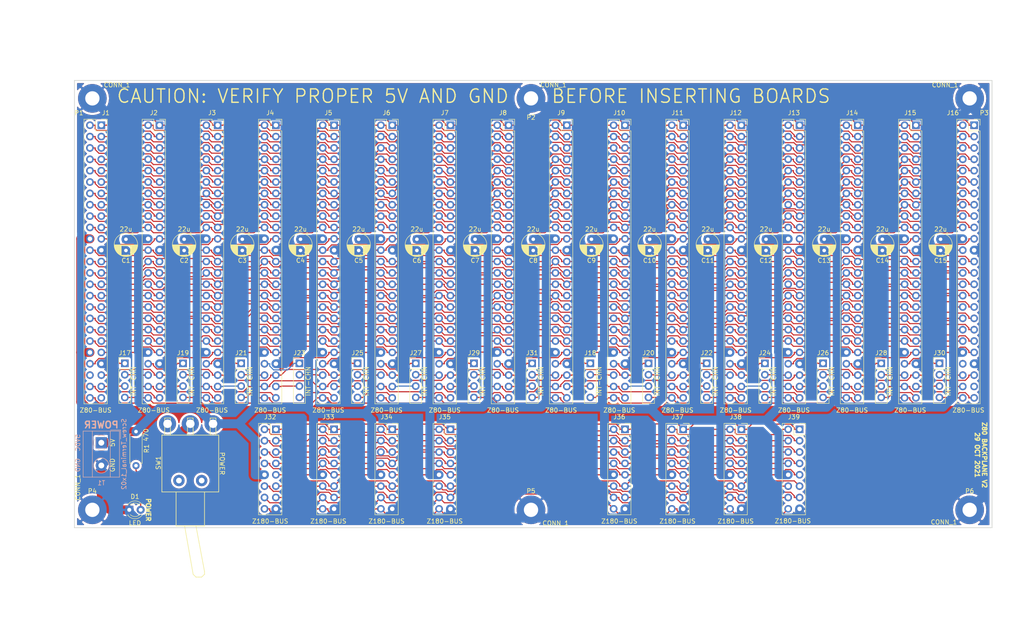
<source format=kicad_pcb>
(kicad_pcb (version 20171130) (host pcbnew "(5.1.10)-1")
  (layers (0 F.Cu signal) (31 B.Cu signal) (34 B.Paste user) (35 F.Paste user) (36 B.SilkS user) (37 F.SilkS user) (38 B.Mask user) (39 F.Mask user) (44 Edge.Cuts user))
  (net 0 "")
  (net 1 GND)
  (net 2 /A11)
  (net 3 /A10)
  (net 4 /A12)
  (net 5 /A9)
  (net 6 /A13)
  (net 7 /A8)
  (net 8 /A14)
  (net 9 /A7)
  (net 10 /A15)
  (net 11 /A6)
  (net 12 /CLK)
  (net 13 /A5)
  (net 14 /D4)
  (net 15 /A4)
  (net 16 /D3)
  (net 17 /A3)
  (net 18 /D5)
  (net 19 /A2)
  (net 20 /D6)
  (net 21 /A1)
  (net 22 /A0)
  (net 23 /D2)
  (net 24 /D7)
  (net 25 /D0)
  (net 26 /D1)
  (net 27 "Net-(D1-Pad2)")
  (net 28 /VCC)
  (net 29 /~IEI-1)
  (net 30 /~BAI-1)
  (net 31 /~IEO-2)
  (net 32 /~IEI-2)
  (net 33 /~BAO-2)
  (net 34 /~BAI-2)
  (net 35 /~IEO-3)
  (net 36 /~IEI-3)
  (net 37 /~BAO-3)
  (net 38 /~BAI-3)
  (net 39 /~IEO-4)
  (net 40 /~IEI-4)
  (net 41 /~BAO-4)
  (net 42 /~BAI-4)
  (net 43 /~IEO-5)
  (net 44 /~IEI-5)
  (net 45 /~BAO-5)
  (net 46 /~BAI-5)
  (net 47 /~IEO-6)
  (net 48 /~IEI-6)
  (net 49 /~BAO-6)
  (net 50 /~BAI-6)
  (net 51 /~IEO-7)
  (net 52 /~IEI-7)
  (net 53 /~BAO-7)
  (net 54 /~BAI-7)
  (net 55 /~IEO-8)
  (net 56 /~IEI-8)
  (net 57 /~BAO-8)
  (net 58 /~BAI-8)
  (net 59 /~IEO-9)
  (net 60 /~IEI-9)
  (net 61 /~BAO-9)
  (net 62 /~BAI-9)
  (net 63 /~IEO-10)
  (net 64 /~IEI-10)
  (net 65 /~BAO-10)
  (net 66 /~BAI-10)
  (net 67 /~IEO-11)
  (net 68 /~IEI-11)
  (net 69 /~BAO-11)
  (net 70 /~BAI-11)
  (net 71 /~IEO-12)
  (net 72 /~IEI-12)
  (net 73 /~BAO-12)
  (net 74 /~BAI-12)
  (net 75 /~IEO-13)
  (net 76 /~IEI-13)
  (net 77 /~BAO-13)
  (net 78 /~BAI-13)
  (net 79 /~IEO-14)
  (net 80 /~IEI-14)
  (net 81 /~BAO-14)
  (net 82 /~BAI-14)
  (net 83 /~IEO-15)
  (net 84 /~IEI-15)
  (net 85 /~BAO-15)
  (net 86 /~BAI-15)
  (net 87 /~IEO-16)
  (net 88 /~BAO-16)
  (net 89 /I2C_TX)
  (net 90 /I2C_RX)
  (net 91 /~IORQ)
  (net 92 /~RD)
  (net 93 /~MREQ)
  (net 94 /~WR)
  (net 95 /~HALT)
  (net 96 /~BUSACK)
  (net 97 /~NMI)
  (net 98 /~WAIT)
  (net 99 /~BUSRQ)
  (net 100 /~RESET)
  (net 101 /~M1)
  (net 102 /~RFSH)
  (net 103 /A16)
  (net 104 /A17)
  (net 105 /A18)
  (net 106 /A19)
  (net 107 /5V)
  (net 108 /~TEND0)
  (net 109 /~DREQ0)
  (net 110 /~INT0)
  (net 111 /~INT1)
  (net 112 /~INT2)
  (net 113 /~TEND1)
  (net 114 /~DREQ1)
  (net 115 /PHI)
  (net 116 /ST)
  (net 117 /SPARE0)
  (net 118 /E)
  (net 119 /SPARE1)
  (net 120 /SPARE2)
  (module Connector_PinSocket_2.54mm:PinSocket_2x08_P2.54mm_Vertical (layer F.Cu) (at 192 128)
    (fp_text reference J39 (at -1.27 -2.77) (layer F.SilkS))
    (fp_text value Z180-BUS (at -1.5 20.5) (layer F.SilkS))
    (pad 16 thru_hole oval (at -2.54 17.78) (size 1.7 1.7) (drill 1) (layers *.Cu *.Mask) (net 120 /SPARE2))
    (pad 15 thru_hole oval (at 0 17.78) (size 1.7 1.7) (drill 1) (layers *.Cu *.Mask) (net 1 GND))
    (pad 14 thru_hole oval (at -2.54 15.24) (size 1.7 1.7) (drill 1) (layers *.Cu *.Mask) (net 119 /SPARE1))
    (pad 13 thru_hole oval (at 0 15.24) (size 1.7 1.7) (drill 1) (layers *.Cu *.Mask) (net 118 /E))
    (pad 12 thru_hole oval (at -2.54 12.7) (size 1.7 1.7) (drill 1) (layers *.Cu *.Mask) (net 117 /SPARE0))
    (pad 11 thru_hole oval (at 0 12.7) (size 1.7 1.7) (drill 1) (layers *.Cu *.Mask) (net 116 /ST))
    (pad 10 thru_hole oval (at -2.54 10.16) (size 1.7 1.7) (drill 1) (layers *.Cu *.Mask) (net 28 /VCC))
    (pad 9 thru_hole oval (at 0 10.16) (size 1.7 1.7) (drill 1) (layers *.Cu *.Mask) (net 115 /PHI))
    (pad 8 thru_hole oval (at -2.54 7.62) (size 1.7 1.7) (drill 1) (layers *.Cu *.Mask) (net 106 /A19))
    (pad 7 thru_hole oval (at 0 7.62) (size 1.7 1.7) (drill 1) (layers *.Cu *.Mask) (net 114 /~DREQ1))
    (pad 6 thru_hole oval (at -2.54 5.08) (size 1.7 1.7) (drill 1) (layers *.Cu *.Mask) (net 105 /A18))
    (pad 5 thru_hole oval (at 0 5.08) (size 1.7 1.7) (drill 1) (layers *.Cu *.Mask) (net 113 /~TEND1))
    (pad 4 thru_hole oval (at -2.54 2.54) (size 1.7 1.7) (drill 1) (layers *.Cu *.Mask) (net 104 /A17))
    (pad 3 thru_hole oval (at 0 2.54) (size 1.7 1.7) (drill 1) (layers *.Cu *.Mask) (net 112 /~INT2))
    (pad 2 thru_hole oval (at -2.54 0) (size 1.7 1.7) (drill 1) (layers *.Cu *.Mask) (net 103 /A16))
    (pad 1 thru_hole rect (at 0 0) (size 1.7 1.7) (drill 1) (layers *.Cu *.Mask) (net 111 /~INT1))
  )
  (module Connector_PinSocket_2.54mm:PinSocket_2x08_P2.54mm_Vertical (layer F.Cu) (at 88 128)
    (fp_text reference J33 (at -1.27 -2.77) (layer F.SilkS))
    (fp_text value Z180-BUS (at -1.27 20.55) (layer F.SilkS))
    (pad 16 thru_hole oval (at -2.54 17.78) (size 1.7 1.7) (drill 1) (layers *.Cu *.Mask) (net 120 /SPARE2))
    (pad 15 thru_hole oval (at 0 17.78) (size 1.7 1.7) (drill 1) (layers *.Cu *.Mask) (net 1 GND))
    (pad 14 thru_hole oval (at -2.54 15.24) (size 1.7 1.7) (drill 1) (layers *.Cu *.Mask) (net 119 /SPARE1))
    (pad 13 thru_hole oval (at 0 15.24) (size 1.7 1.7) (drill 1) (layers *.Cu *.Mask) (net 118 /E))
    (pad 12 thru_hole oval (at -2.54 12.7) (size 1.7 1.7) (drill 1) (layers *.Cu *.Mask) (net 117 /SPARE0))
    (pad 11 thru_hole oval (at 0 12.7) (size 1.7 1.7) (drill 1) (layers *.Cu *.Mask) (net 116 /ST))
    (pad 10 thru_hole oval (at -2.54 10.16) (size 1.7 1.7) (drill 1) (layers *.Cu *.Mask) (net 28 /VCC))
    (pad 9 thru_hole oval (at 0 10.16) (size 1.7 1.7) (drill 1) (layers *.Cu *.Mask) (net 115 /PHI))
    (pad 8 thru_hole oval (at -2.54 7.62) (size 1.7 1.7) (drill 1) (layers *.Cu *.Mask) (net 106 /A19))
    (pad 7 thru_hole oval (at 0 7.62) (size 1.7 1.7) (drill 1) (layers *.Cu *.Mask) (net 114 /~DREQ1))
    (pad 6 thru_hole oval (at -2.54 5.08) (size 1.7 1.7) (drill 1) (layers *.Cu *.Mask) (net 105 /A18))
    (pad 5 thru_hole oval (at 0 5.08) (size 1.7 1.7) (drill 1) (layers *.Cu *.Mask) (net 113 /~TEND1))
    (pad 4 thru_hole oval (at -2.54 2.54) (size 1.7 1.7) (drill 1) (layers *.Cu *.Mask) (net 104 /A17))
    (pad 3 thru_hole oval (at 0 2.54) (size 1.7 1.7) (drill 1) (layers *.Cu *.Mask) (net 112 /~INT2))
    (pad 2 thru_hole oval (at -2.54 0) (size 1.7 1.7) (drill 1) (layers *.Cu *.Mask) (net 103 /A16))
    (pad 1 thru_hole rect (at 0 0) (size 1.7 1.7) (drill 1) (layers *.Cu *.Mask) (net 111 /~INT1))
  )
  (module Buttons_Switches_THT:SW_SPDT (layer F.Cu) (at 55.88 126.75 270)
    (fp_text reference SW1 (at 8.75 7.13 90) (layer F.SilkS))
    (fp_text value POWER (at 8.89 -7.12 270 unlocked) (layer F.SilkS))
    (pad H2 thru_hole circle (at 12.7 2.54 270) (size 2.54 2.54) (drill 1.27) (layers *.Cu *.Mask))
    (pad H1 thru_hole circle (at 12.7 -2.54 270) (size 2.54 2.54) (drill 1.27) (layers *.Cu *.Mask))
    (pad 3 thru_hole circle (at 0 5.08 270) (size 3.81 3.81) (drill 1.905) (layers *.Cu *.Mask))
    (pad 1 thru_hole circle (at 0 -5.08 270) (size 3.81 3.81) (drill 1.905) (layers *.Cu *.Mask) (net 28 /VCC))
    (pad 2 thru_hole circle (at 0 0 270) (size 3.81 3.81) (drill 1.905) (layers *.Cu *.Mask) (net 107 /5V))
  )
  (module Resistor_THT:R_Axial_DIN0207_L6.3mm_D2.5mm_P7.62mm_Horizontal (layer F.Cu) (at 43.75 128.5 270)
    (fp_text reference R1 (at 3.81 -2.37 90) (layer F.SilkS))
    (fp_text value 470 (at 0.75 -2.25 90) (layer F.SilkS))
    (pad 2 thru_hole oval (at 7.62 0 270) (size 1.6 1.6) (drill 0.8) (layers *.Cu *.Mask) (net 27 "Net-(D1-Pad2)"))
    (pad 1 thru_hole circle (at 0 0 270) (size 1.6 1.6) (drill 0.8) (layers *.Cu *.Mask) (net 28 /VCC))
  )
  (module MountingHole:MountingHole_3.2mm_M3_Pad (layer F.Cu) (at 132 54)
    (fp_text reference P2 (at 0 4.25) (layer F.SilkS))
    (fp_text value CONN_1 (at 5 -3) (layer F.SilkS))
    (pad 1 thru_hole circle (at 0 0) (size 6.4 6.4) (drill 3.2) (layers *.Cu *.Mask) (net 1 GND))
  )
  (module TerminalBlock_MetzConnect:TerminalBlock_MetzConnect_Type101_RT01602HBWC_1x02_P5.08mm_Horizontal (layer B.Cu) (at 36 131 270)
    (fp_text reference T1 (at 9 0) (layer B.SilkS) (effects (justify mirror)))
    (fp_text value Screw_Terminal_1x02 (at 2.54 -5.06 270) (layer B.SilkS) (effects (justify mirror)))
    (pad 2 thru_hole circle (at 5.08 0 270) (size 2.5 2.5) (drill 1.3) (layers *.Cu *.Mask) (net 1 GND))
    (pad 1 thru_hole rect (at 0 0 270) (size 2.5 2.5) (drill 1.3) (layers *.Cu *.Mask) (net 107 /5V))
  )
  (module MountingHole:MountingHole_3.2mm_M3_Pad (layer F.Cu) (at 230 146)
    (fp_text reference P6 (at 0 -4.2) (layer F.SilkS))
    (fp_text value CONN_1 (at -5.75 2.75) (layer F.SilkS))
    (pad 1 thru_hole circle (at 0 0) (size 6.4 6.4) (drill 3.2) (layers *.Cu *.Mask) (net 1 GND))
  )
  (module MountingHole:MountingHole_3.2mm_M3_Pad (layer F.Cu) (at 132 146)
    (fp_text reference P5 (at 0 -4.2) (layer F.SilkS))
    (fp_text value CONN_1 (at 5.5 3) (layer F.SilkS))
    (pad 1 thru_hole circle (at 0 0) (size 6.4 6.4) (drill 3.2) (layers *.Cu *.Mask) (net 1 GND))
  )
  (module MountingHole:MountingHole_3.2mm_M3_Pad (layer F.Cu) (at 34 146)
    (fp_text reference P4 (at 0 -4.2) (layer F.SilkS))
    (fp_text value CONN_1 (at -3.25 -5 -90) (layer F.SilkS))
    (pad 1 thru_hole circle (at 0 0) (size 6.4 6.4) (drill 3.2) (layers *.Cu *.Mask) (net 1 GND))
  )
  (module MountingHole:MountingHole_3.2mm_M3_Pad (layer F.Cu) (at 230 54)
    (fp_text reference P3 (at 3.25 3.25) (layer F.SilkS))
    (fp_text value CONN_1 (at -5.5 -3) (layer F.SilkS))
    (pad 1 thru_hole circle (at 0 0) (size 6.4 6.4) (drill 3.2) (layers *.Cu *.Mask) (net 1 GND))
  )
  (module MountingHole:MountingHole_3.2mm_M3_Pad (layer F.Cu) (at 34 54)
    (fp_text reference P1 (at -3 3.25) (layer F.SilkS))
    (fp_text value CONN_1 (at 5.5 -3) (layer F.SilkS))
    (pad 1 thru_hole circle (at 0 0) (size 6.4 6.4) (drill 3.2) (layers *.Cu *.Mask) (net 1 GND))
  )
  (module Connector_PinSocket_2.54mm:PinSocket_2x25_P2.54mm_Vertical (layer F.Cu) (at 231 60)
    (fp_text reference J16 (at -4.75 -2.77) (layer F.SilkS))
    (fp_text value Z80-BUS (at -1.27 63.73) (layer F.SilkS))
    (pad 50 thru_hole oval (at -2.54 60.96) (size 1.7 1.7) (drill 1) (layers *.Cu *.Mask) (net 89 /I2C_TX))
    (pad 49 thru_hole oval (at 0 60.96) (size 1.7 1.7) (drill 1) (layers *.Cu *.Mask) (net 87 /~IEO-16))
    (pad 48 thru_hole oval (at -2.54 58.42) (size 1.7 1.7) (drill 1) (layers *.Cu *.Mask) (net 90 /I2C_RX))
    (pad 47 thru_hole oval (at 0 58.42) (size 1.7 1.7) (drill 1) (layers *.Cu *.Mask))
    (pad 46 thru_hole oval (at -2.54 55.88) (size 1.7 1.7) (drill 1) (layers *.Cu *.Mask) (net 88 /~BAO-16))
    (pad 45 thru_hole oval (at 0 55.88) (size 1.7 1.7) (drill 1) (layers *.Cu *.Mask) (net 108 /~TEND0))
    (pad 44 thru_hole oval (at -2.54 53.34) (size 1.7 1.7) (drill 1) (layers *.Cu *.Mask))
    (pad 43 thru_hole oval (at 0 53.34) (size 1.7 1.7) (drill 1) (layers *.Cu *.Mask) (net 1 GND))
    (pad 42 thru_hole oval (at -2.54 50.8) (size 1.7 1.7) (drill 1) (layers *.Cu *.Mask) (net 28 /VCC))
    (pad 41 thru_hole oval (at 0 50.8) (size 1.7 1.7) (drill 1) (layers *.Cu *.Mask) (net 109 /~DREQ0))
    (pad 40 thru_hole oval (at -2.54 48.26) (size 1.7 1.7) (drill 1) (layers *.Cu *.Mask) (net 91 /~IORQ))
    (pad 39 thru_hole oval (at 0 48.26) (size 1.7 1.7) (drill 1) (layers *.Cu *.Mask) (net 92 /~RD))
    (pad 38 thru_hole oval (at -2.54 45.72) (size 1.7 1.7) (drill 1) (layers *.Cu *.Mask) (net 93 /~MREQ))
    (pad 37 thru_hole oval (at 0 45.72) (size 1.7 1.7) (drill 1) (layers *.Cu *.Mask) (net 94 /~WR))
    (pad 36 thru_hole oval (at -2.54 43.18) (size 1.7 1.7) (drill 1) (layers *.Cu *.Mask) (net 95 /~HALT))
    (pad 35 thru_hole oval (at 0 43.18) (size 1.7 1.7) (drill 1) (layers *.Cu *.Mask) (net 96 /~BUSACK))
    (pad 34 thru_hole oval (at -2.54 40.64) (size 1.7 1.7) (drill 1) (layers *.Cu *.Mask) (net 97 /~NMI))
    (pad 33 thru_hole oval (at 0 40.64) (size 1.7 1.7) (drill 1) (layers *.Cu *.Mask) (net 98 /~WAIT))
    (pad 32 thru_hole oval (at -2.54 38.1) (size 1.7 1.7) (drill 1) (layers *.Cu *.Mask) (net 110 /~INT0))
    (pad 31 thru_hole oval (at 0 38.1) (size 1.7 1.7) (drill 1) (layers *.Cu *.Mask) (net 99 /~BUSRQ))
    (pad 30 thru_hole oval (at -2.54 35.56) (size 1.7 1.7) (drill 1) (layers *.Cu *.Mask) (net 26 /D1))
    (pad 29 thru_hole oval (at 0 35.56) (size 1.7 1.7) (drill 1) (layers *.Cu *.Mask) (net 100 /~RESET))
    (pad 28 thru_hole oval (at -2.54 33.02) (size 1.7 1.7) (drill 1) (layers *.Cu *.Mask) (net 25 /D0))
    (pad 27 thru_hole oval (at 0 33.02) (size 1.7 1.7) (drill 1) (layers *.Cu *.Mask) (net 101 /~M1))
    (pad 26 thru_hole oval (at -2.54 30.48) (size 1.7 1.7) (drill 1) (layers *.Cu *.Mask) (net 24 /D7))
    (pad 25 thru_hole oval (at 0 30.48) (size 1.7 1.7) (drill 1) (layers *.Cu *.Mask) (net 102 /~RFSH))
    (pad 24 thru_hole oval (at -2.54 27.94) (size 1.7 1.7) (drill 1) (layers *.Cu *.Mask) (net 23 /D2))
    (pad 23 thru_hole oval (at 0 27.94) (size 1.7 1.7) (drill 1) (layers *.Cu *.Mask) (net 1 GND))
    (pad 22 thru_hole oval (at -2.54 25.4) (size 1.7 1.7) (drill 1) (layers *.Cu *.Mask) (net 28 /VCC))
    (pad 21 thru_hole oval (at 0 25.4) (size 1.7 1.7) (drill 1) (layers *.Cu *.Mask) (net 22 /A0))
    (pad 20 thru_hole oval (at -2.54 22.86) (size 1.7 1.7) (drill 1) (layers *.Cu *.Mask) (net 20 /D6))
    (pad 19 thru_hole oval (at 0 22.86) (size 1.7 1.7) (drill 1) (layers *.Cu *.Mask) (net 21 /A1))
    (pad 18 thru_hole oval (at -2.54 20.32) (size 1.7 1.7) (drill 1) (layers *.Cu *.Mask) (net 18 /D5))
    (pad 17 thru_hole oval (at 0 20.32) (size 1.7 1.7) (drill 1) (layers *.Cu *.Mask) (net 19 /A2))
    (pad 16 thru_hole oval (at -2.54 17.78) (size 1.7 1.7) (drill 1) (layers *.Cu *.Mask) (net 16 /D3))
    (pad 15 thru_hole oval (at 0 17.78) (size 1.7 1.7) (drill 1) (layers *.Cu *.Mask) (net 17 /A3))
    (pad 14 thru_hole oval (at -2.54 15.24) (size 1.7 1.7) (drill 1) (layers *.Cu *.Mask) (net 14 /D4))
    (pad 13 thru_hole oval (at 0 15.24) (size 1.7 1.7) (drill 1) (layers *.Cu *.Mask) (net 15 /A4))
    (pad 12 thru_hole oval (at -2.54 12.7) (size 1.7 1.7) (drill 1) (layers *.Cu *.Mask) (net 12 /CLK))
    (pad 11 thru_hole oval (at 0 12.7) (size 1.7 1.7) (drill 1) (layers *.Cu *.Mask) (net 13 /A5))
    (pad 10 thru_hole oval (at -2.54 10.16) (size 1.7 1.7) (drill 1) (layers *.Cu *.Mask) (net 10 /A15))
    (pad 9 thru_hole oval (at 0 10.16) (size 1.7 1.7) (drill 1) (layers *.Cu *.Mask) (net 11 /A6))
    (pad 8 thru_hole oval (at -2.54 7.62) (size 1.7 1.7) (drill 1) (layers *.Cu *.Mask) (net 8 /A14))
    (pad 7 thru_hole oval (at 0 7.62) (size 1.7 1.7) (drill 1) (layers *.Cu *.Mask) (net 9 /A7))
    (pad 6 thru_hole oval (at -2.54 5.08) (size 1.7 1.7) (drill 1) (layers *.Cu *.Mask) (net 6 /A13))
    (pad 5 thru_hole oval (at 0 5.08) (size 1.7 1.7) (drill 1) (layers *.Cu *.Mask) (net 7 /A8))
    (pad 4 thru_hole oval (at -2.54 2.54) (size 1.7 1.7) (drill 1) (layers *.Cu *.Mask) (net 4 /A12))
    (pad 3 thru_hole oval (at 0 2.54) (size 1.7 1.7) (drill 1) (layers *.Cu *.Mask) (net 5 /A9))
    (pad 2 thru_hole oval (at -2.54 0) (size 1.7 1.7) (drill 1) (layers *.Cu *.Mask) (net 2 /A11))
    (pad 1 thru_hole rect (at 0 0) (size 1.7 1.7) (drill 1) (layers *.Cu *.Mask) (net 3 /A10))
  )
  (module Connector_PinSocket_2.54mm:PinSocket_2x25_P2.54mm_Vertical (layer F.Cu) (at 218 60)
    (fp_text reference J15 (at -1.27 -2.77) (layer F.SilkS))
    (fp_text value Z80-BUS (at -1.27 63.73) (layer F.SilkS))
    (pad 50 thru_hole oval (at -2.54 60.96) (size 1.7 1.7) (drill 1) (layers *.Cu *.Mask) (net 89 /I2C_TX))
    (pad 49 thru_hole oval (at 0 60.96) (size 1.7 1.7) (drill 1) (layers *.Cu *.Mask) (net 83 /~IEO-15))
    (pad 48 thru_hole oval (at -2.54 58.42) (size 1.7 1.7) (drill 1) (layers *.Cu *.Mask) (net 90 /I2C_RX))
    (pad 47 thru_hole oval (at 0 58.42) (size 1.7 1.7) (drill 1) (layers *.Cu *.Mask) (net 84 /~IEI-15))
    (pad 46 thru_hole oval (at -2.54 55.88) (size 1.7 1.7) (drill 1) (layers *.Cu *.Mask) (net 85 /~BAO-15))
    (pad 45 thru_hole oval (at 0 55.88) (size 1.7 1.7) (drill 1) (layers *.Cu *.Mask) (net 108 /~TEND0))
    (pad 44 thru_hole oval (at -2.54 53.34) (size 1.7 1.7) (drill 1) (layers *.Cu *.Mask) (net 86 /~BAI-15))
    (pad 43 thru_hole oval (at 0 53.34) (size 1.7 1.7) (drill 1) (layers *.Cu *.Mask) (net 1 GND))
    (pad 42 thru_hole oval (at -2.54 50.8) (size 1.7 1.7) (drill 1) (layers *.Cu *.Mask) (net 28 /VCC))
    (pad 41 thru_hole oval (at 0 50.8) (size 1.7 1.7) (drill 1) (layers *.Cu *.Mask) (net 109 /~DREQ0))
    (pad 40 thru_hole oval (at -2.54 48.26) (size 1.7 1.7) (drill 1) (layers *.Cu *.Mask) (net 91 /~IORQ))
    (pad 39 thru_hole oval (at 0 48.26) (size 1.7 1.7) (drill 1) (layers *.Cu *.Mask) (net 92 /~RD))
    (pad 38 thru_hole oval (at -2.54 45.72) (size 1.7 1.7) (drill 1) (layers *.Cu *.Mask) (net 93 /~MREQ))
    (pad 37 thru_hole oval (at 0 45.72) (size 1.7 1.7) (drill 1) (layers *.Cu *.Mask) (net 94 /~WR))
    (pad 36 thru_hole oval (at -2.54 43.18) (size 1.7 1.7) (drill 1) (layers *.Cu *.Mask) (net 95 /~HALT))
    (pad 35 thru_hole oval (at 0 43.18) (size 1.7 1.7) (drill 1) (layers *.Cu *.Mask) (net 96 /~BUSACK))
    (pad 34 thru_hole oval (at -2.54 40.64) (size 1.7 1.7) (drill 1) (layers *.Cu *.Mask) (net 97 /~NMI))
    (pad 33 thru_hole oval (at 0 40.64) (size 1.7 1.7) (drill 1) (layers *.Cu *.Mask) (net 98 /~WAIT))
    (pad 32 thru_hole oval (at -2.54 38.1) (size 1.7 1.7) (drill 1) (layers *.Cu *.Mask) (net 110 /~INT0))
    (pad 31 thru_hole oval (at 0 38.1) (size 1.7 1.7) (drill 1) (layers *.Cu *.Mask) (net 99 /~BUSRQ))
    (pad 30 thru_hole oval (at -2.54 35.56) (size 1.7 1.7) (drill 1) (layers *.Cu *.Mask) (net 26 /D1))
    (pad 29 thru_hole oval (at 0 35.56) (size 1.7 1.7) (drill 1) (layers *.Cu *.Mask) (net 100 /~RESET))
    (pad 28 thru_hole oval (at -2.54 33.02) (size 1.7 1.7) (drill 1) (layers *.Cu *.Mask) (net 25 /D0))
    (pad 27 thru_hole oval (at 0 33.02) (size 1.7 1.7) (drill 1) (layers *.Cu *.Mask) (net 101 /~M1))
    (pad 26 thru_hole oval (at -2.54 30.48) (size 1.7 1.7) (drill 1) (layers *.Cu *.Mask) (net 24 /D7))
    (pad 25 thru_hole oval (at 0 30.48) (size 1.7 1.7) (drill 1) (layers *.Cu *.Mask) (net 102 /~RFSH))
    (pad 24 thru_hole oval (at -2.54 27.94) (size 1.7 1.7) (drill 1) (layers *.Cu *.Mask) (net 23 /D2))
    (pad 23 thru_hole oval (at 0 27.94) (size 1.7 1.7) (drill 1) (layers *.Cu *.Mask) (net 1 GND))
    (pad 22 thru_hole oval (at -2.54 25.4) (size 1.7 1.7) (drill 1) (layers *.Cu *.Mask) (net 28 /VCC))
    (pad 21 thru_hole oval (at 0 25.4) (size 1.7 1.7) (drill 1) (layers *.Cu *.Mask) (net 22 /A0))
    (pad 20 thru_hole oval (at -2.54 22.86) (size 1.7 1.7) (drill 1) (layers *.Cu *.Mask) (net 20 /D6))
    (pad 19 thru_hole oval (at 0 22.86) (size 1.7 1.7) (drill 1) (layers *.Cu *.Mask) (net 21 /A1))
    (pad 18 thru_hole oval (at -2.54 20.32) (size 1.7 1.7) (drill 1) (layers *.Cu *.Mask) (net 18 /D5))
    (pad 17 thru_hole oval (at 0 20.32) (size 1.7 1.7) (drill 1) (layers *.Cu *.Mask) (net 19 /A2))
    (pad 16 thru_hole oval (at -2.54 17.78) (size 1.7 1.7) (drill 1) (layers *.Cu *.Mask) (net 16 /D3))
    (pad 15 thru_hole oval (at 0 17.78) (size 1.7 1.7) (drill 1) (layers *.Cu *.Mask) (net 17 /A3))
    (pad 14 thru_hole oval (at -2.54 15.24) (size 1.7 1.7) (drill 1) (layers *.Cu *.Mask) (net 14 /D4))
    (pad 13 thru_hole oval (at 0 15.24) (size 1.7 1.7) (drill 1) (layers *.Cu *.Mask) (net 15 /A4))
    (pad 12 thru_hole oval (at -2.54 12.7) (size 1.7 1.7) (drill 1) (layers *.Cu *.Mask) (net 12 /CLK))
    (pad 11 thru_hole oval (at 0 12.7) (size 1.7 1.7) (drill 1) (layers *.Cu *.Mask) (net 13 /A5))
    (pad 10 thru_hole oval (at -2.54 10.16) (size 1.7 1.7) (drill 1) (layers *.Cu *.Mask) (net 10 /A15))
    (pad 9 thru_hole oval (at 0 10.16) (size 1.7 1.7) (drill 1) (layers *.Cu *.Mask) (net 11 /A6))
    (pad 8 thru_hole oval (at -2.54 7.62) (size 1.7 1.7) (drill 1) (layers *.Cu *.Mask) (net 8 /A14))
    (pad 7 thru_hole oval (at 0 7.62) (size 1.7 1.7) (drill 1) (layers *.Cu *.Mask) (net 9 /A7))
    (pad 6 thru_hole oval (at -2.54 5.08) (size 1.7 1.7) (drill 1) (layers *.Cu *.Mask) (net 6 /A13))
    (pad 5 thru_hole oval (at 0 5.08) (size 1.7 1.7) (drill 1) (layers *.Cu *.Mask) (net 7 /A8))
    (pad 4 thru_hole oval (at -2.54 2.54) (size 1.7 1.7) (drill 1) (layers *.Cu *.Mask) (net 4 /A12))
    (pad 3 thru_hole oval (at 0 2.54) (size 1.7 1.7) (drill 1) (layers *.Cu *.Mask) (net 5 /A9))
    (pad 2 thru_hole oval (at -2.54 0) (size 1.7 1.7) (drill 1) (layers *.Cu *.Mask) (net 2 /A11))
    (pad 1 thru_hole rect (at 0 0) (size 1.7 1.7) (drill 1) (layers *.Cu *.Mask) (net 3 /A10))
  )
  (module Connector_PinSocket_2.54mm:PinSocket_2x25_P2.54mm_Vertical (layer F.Cu) (at 205 60)
    (fp_text reference J14 (at -1.27 -2.77) (layer F.SilkS))
    (fp_text value Z80-BUS (at -1.27 63.73) (layer F.SilkS))
    (pad 50 thru_hole oval (at -2.54 60.96) (size 1.7 1.7) (drill 1) (layers *.Cu *.Mask) (net 89 /I2C_TX))
    (pad 49 thru_hole oval (at 0 60.96) (size 1.7 1.7) (drill 1) (layers *.Cu *.Mask) (net 79 /~IEO-14))
    (pad 48 thru_hole oval (at -2.54 58.42) (size 1.7 1.7) (drill 1) (layers *.Cu *.Mask) (net 90 /I2C_RX))
    (pad 47 thru_hole oval (at 0 58.42) (size 1.7 1.7) (drill 1) (layers *.Cu *.Mask) (net 80 /~IEI-14))
    (pad 46 thru_hole oval (at -2.54 55.88) (size 1.7 1.7) (drill 1) (layers *.Cu *.Mask) (net 81 /~BAO-14))
    (pad 45 thru_hole oval (at 0 55.88) (size 1.7 1.7) (drill 1) (layers *.Cu *.Mask) (net 108 /~TEND0))
    (pad 44 thru_hole oval (at -2.54 53.34) (size 1.7 1.7) (drill 1) (layers *.Cu *.Mask) (net 82 /~BAI-14))
    (pad 43 thru_hole oval (at 0 53.34) (size 1.7 1.7) (drill 1) (layers *.Cu *.Mask) (net 1 GND))
    (pad 42 thru_hole oval (at -2.54 50.8) (size 1.7 1.7) (drill 1) (layers *.Cu *.Mask) (net 28 /VCC))
    (pad 41 thru_hole oval (at 0 50.8) (size 1.7 1.7) (drill 1) (layers *.Cu *.Mask) (net 109 /~DREQ0))
    (pad 40 thru_hole oval (at -2.54 48.26) (size 1.7 1.7) (drill 1) (layers *.Cu *.Mask) (net 91 /~IORQ))
    (pad 39 thru_hole oval (at 0 48.26) (size 1.7 1.7) (drill 1) (layers *.Cu *.Mask) (net 92 /~RD))
    (pad 38 thru_hole oval (at -2.54 45.72) (size 1.7 1.7) (drill 1) (layers *.Cu *.Mask) (net 93 /~MREQ))
    (pad 37 thru_hole oval (at 0 45.72) (size 1.7 1.7) (drill 1) (layers *.Cu *.Mask) (net 94 /~WR))
    (pad 36 thru_hole oval (at -2.54 43.18) (size 1.7 1.7) (drill 1) (layers *.Cu *.Mask) (net 95 /~HALT))
    (pad 35 thru_hole oval (at 0 43.18) (size 1.7 1.7) (drill 1) (layers *.Cu *.Mask) (net 96 /~BUSACK))
    (pad 34 thru_hole oval (at -2.54 40.64) (size 1.7 1.7) (drill 1) (layers *.Cu *.Mask) (net 97 /~NMI))
    (pad 33 thru_hole oval (at 0 40.64) (size 1.7 1.7) (drill 1) (layers *.Cu *.Mask) (net 98 /~WAIT))
    (pad 32 thru_hole oval (at -2.54 38.1) (size 1.7 1.7) (drill 1) (layers *.Cu *.Mask) (net 110 /~INT0))
    (pad 31 thru_hole oval (at 0 38.1) (size 1.7 1.7) (drill 1) (layers *.Cu *.Mask) (net 99 /~BUSRQ))
    (pad 30 thru_hole oval (at -2.54 35.56) (size 1.7 1.7) (drill 1) (layers *.Cu *.Mask) (net 26 /D1))
    (pad 29 thru_hole oval (at 0 35.56) (size 1.7 1.7) (drill 1) (layers *.Cu *.Mask) (net 100 /~RESET))
    (pad 28 thru_hole oval (at -2.54 33.02) (size 1.7 1.7) (drill 1) (layers *.Cu *.Mask) (net 25 /D0))
    (pad 27 thru_hole oval (at 0 33.02) (size 1.7 1.7) (drill 1) (layers *.Cu *.Mask) (net 101 /~M1))
    (pad 26 thru_hole oval (at -2.54 30.48) (size 1.7 1.7) (drill 1) (layers *.Cu *.Mask) (net 24 /D7))
    (pad 25 thru_hole oval (at 0 30.48) (size 1.7 1.7) (drill 1) (layers *.Cu *.Mask) (net 102 /~RFSH))
    (pad 24 thru_hole oval (at -2.54 27.94) (size 1.7 1.7) (drill 1) (layers *.Cu *.Mask) (net 23 /D2))
    (pad 23 thru_hole oval (at 0 27.94) (size 1.7 1.7) (drill 1) (layers *.Cu *.Mask) (net 1 GND))
    (pad 22 thru_hole oval (at -2.54 25.4) (size 1.7 1.7) (drill 1) (layers *.Cu *.Mask) (net 28 /VCC))
    (pad 21 thru_hole oval (at 0 25.4) (size 1.7 1.7) (drill 1) (layers *.Cu *.Mask) (net 22 /A0))
    (pad 20 thru_hole oval (at -2.54 22.86) (size 1.7 1.7) (drill 1) (layers *.Cu *.Mask) (net 20 /D6))
    (pad 19 thru_hole oval (at 0 22.86) (size 1.7 1.7) (drill 1) (layers *.Cu *.Mask) (net 21 /A1))
    (pad 18 thru_hole oval (at -2.54 20.32) (size 1.7 1.7) (drill 1) (layers *.Cu *.Mask) (net 18 /D5))
    (pad 17 thru_hole oval (at 0 20.32) (size 1.7 1.7) (drill 1) (layers *.Cu *.Mask) (net 19 /A2))
    (pad 16 thru_hole oval (at -2.54 17.78) (size 1.7 1.7) (drill 1) (layers *.Cu *.Mask) (net 16 /D3))
    (pad 15 thru_hole oval (at 0 17.78) (size 1.7 1.7) (drill 1) (layers *.Cu *.Mask) (net 17 /A3))
    (pad 14 thru_hole oval (at -2.54 15.24) (size 1.7 1.7) (drill 1) (layers *.Cu *.Mask) (net 14 /D4))
    (pad 13 thru_hole oval (at 0 15.24) (size 1.7 1.7) (drill 1) (layers *.Cu *.Mask) (net 15 /A4))
    (pad 12 thru_hole oval (at -2.54 12.7) (size 1.7 1.7) (drill 1) (layers *.Cu *.Mask) (net 12 /CLK))
    (pad 11 thru_hole oval (at 0 12.7) (size 1.7 1.7) (drill 1) (layers *.Cu *.Mask) (net 13 /A5))
    (pad 10 thru_hole oval (at -2.54 10.16) (size 1.7 1.7) (drill 1) (layers *.Cu *.Mask) (net 10 /A15))
    (pad 9 thru_hole oval (at 0 10.16) (size 1.7 1.7) (drill 1) (layers *.Cu *.Mask) (net 11 /A6))
    (pad 8 thru_hole oval (at -2.54 7.62) (size 1.7 1.7) (drill 1) (layers *.Cu *.Mask) (net 8 /A14))
    (pad 7 thru_hole oval (at 0 7.62) (size 1.7 1.7) (drill 1) (layers *.Cu *.Mask) (net 9 /A7))
    (pad 6 thru_hole oval (at -2.54 5.08) (size 1.7 1.7) (drill 1) (layers *.Cu *.Mask) (net 6 /A13))
    (pad 5 thru_hole oval (at 0 5.08) (size 1.7 1.7) (drill 1) (layers *.Cu *.Mask) (net 7 /A8))
    (pad 4 thru_hole oval (at -2.54 2.54) (size 1.7 1.7) (drill 1) (layers *.Cu *.Mask) (net 4 /A12))
    (pad 3 thru_hole oval (at 0 2.54) (size 1.7 1.7) (drill 1) (layers *.Cu *.Mask) (net 5 /A9))
    (pad 2 thru_hole oval (at -2.54 0) (size 1.7 1.7) (drill 1) (layers *.Cu *.Mask) (net 2 /A11))
    (pad 1 thru_hole rect (at 0 0) (size 1.7 1.7) (drill 1) (layers *.Cu *.Mask) (net 3 /A10))
  )
  (module Connector_PinSocket_2.54mm:PinSocket_2x25_P2.54mm_Vertical (layer F.Cu) (at 192 60)
    (fp_text reference J13 (at -1.27 -2.77) (layer F.SilkS))
    (fp_text value Z80-BUS (at -1.27 63.73) (layer F.SilkS))
    (pad 50 thru_hole oval (at -2.54 60.96) (size 1.7 1.7) (drill 1) (layers *.Cu *.Mask) (net 89 /I2C_TX))
    (pad 49 thru_hole oval (at 0 60.96) (size 1.7 1.7) (drill 1) (layers *.Cu *.Mask) (net 75 /~IEO-13))
    (pad 48 thru_hole oval (at -2.54 58.42) (size 1.7 1.7) (drill 1) (layers *.Cu *.Mask) (net 90 /I2C_RX))
    (pad 47 thru_hole oval (at 0 58.42) (size 1.7 1.7) (drill 1) (layers *.Cu *.Mask) (net 76 /~IEI-13))
    (pad 46 thru_hole oval (at -2.54 55.88) (size 1.7 1.7) (drill 1) (layers *.Cu *.Mask) (net 77 /~BAO-13))
    (pad 45 thru_hole oval (at 0 55.88) (size 1.7 1.7) (drill 1) (layers *.Cu *.Mask) (net 108 /~TEND0))
    (pad 44 thru_hole oval (at -2.54 53.34) (size 1.7 1.7) (drill 1) (layers *.Cu *.Mask) (net 78 /~BAI-13))
    (pad 43 thru_hole oval (at 0 53.34) (size 1.7 1.7) (drill 1) (layers *.Cu *.Mask) (net 1 GND))
    (pad 42 thru_hole oval (at -2.54 50.8) (size 1.7 1.7) (drill 1) (layers *.Cu *.Mask) (net 28 /VCC))
    (pad 41 thru_hole oval (at 0 50.8) (size 1.7 1.7) (drill 1) (layers *.Cu *.Mask) (net 109 /~DREQ0))
    (pad 40 thru_hole oval (at -2.54 48.26) (size 1.7 1.7) (drill 1) (layers *.Cu *.Mask) (net 91 /~IORQ))
    (pad 39 thru_hole oval (at 0 48.26) (size 1.7 1.7) (drill 1) (layers *.Cu *.Mask) (net 92 /~RD))
    (pad 38 thru_hole oval (at -2.54 45.72) (size 1.7 1.7) (drill 1) (layers *.Cu *.Mask) (net 93 /~MREQ))
    (pad 37 thru_hole oval (at 0 45.72) (size 1.7 1.7) (drill 1) (layers *.Cu *.Mask) (net 94 /~WR))
    (pad 36 thru_hole oval (at -2.54 43.18) (size 1.7 1.7) (drill 1) (layers *.Cu *.Mask) (net 95 /~HALT))
    (pad 35 thru_hole oval (at 0 43.18) (size 1.7 1.7) (drill 1) (layers *.Cu *.Mask) (net 96 /~BUSACK))
    (pad 34 thru_hole oval (at -2.54 40.64) (size 1.7 1.7) (drill 1) (layers *.Cu *.Mask) (net 97 /~NMI))
    (pad 33 thru_hole oval (at 0 40.64) (size 1.7 1.7) (drill 1) (layers *.Cu *.Mask) (net 98 /~WAIT))
    (pad 32 thru_hole oval (at -2.54 38.1) (size 1.7 1.7) (drill 1) (layers *.Cu *.Mask) (net 110 /~INT0))
    (pad 31 thru_hole oval (at 0 38.1) (size 1.7 1.7) (drill 1) (layers *.Cu *.Mask) (net 99 /~BUSRQ))
    (pad 30 thru_hole oval (at -2.54 35.56) (size 1.7 1.7) (drill 1) (layers *.Cu *.Mask) (net 26 /D1))
    (pad 29 thru_hole oval (at 0 35.56) (size 1.7 1.7) (drill 1) (layers *.Cu *.Mask) (net 100 /~RESET))
    (pad 28 thru_hole oval (at -2.54 33.02) (size 1.7 1.7) (drill 1) (layers *.Cu *.Mask) (net 25 /D0))
    (pad 27 thru_hole oval (at 0 33.02) (size 1.7 1.7) (drill 1) (layers *.Cu *.Mask) (net 101 /~M1))
    (pad 26 thru_hole oval (at -2.54 30.48) (size 1.7 1.7) (drill 1) (layers *.Cu *.Mask) (net 24 /D7))
    (pad 25 thru_hole oval (at 0 30.48) (size 1.7 1.7) (drill 1) (layers *.Cu *.Mask) (net 102 /~RFSH))
    (pad 24 thru_hole oval (at -2.54 27.94) (size 1.7 1.7) (drill 1) (layers *.Cu *.Mask) (net 23 /D2))
    (pad 23 thru_hole oval (at 0 27.94) (size 1.7 1.7) (drill 1) (layers *.Cu *.Mask) (net 1 GND))
    (pad 22 thru_hole oval (at -2.54 25.4) (size 1.7 1.7) (drill 1) (layers *.Cu *.Mask) (net 28 /VCC))
    (pad 21 thru_hole oval (at 0 25.4) (size 1.7 1.7) (drill 1) (layers *.Cu *.Mask) (net 22 /A0))
    (pad 20 thru_hole oval (at -2.54 22.86) (size 1.7 1.7) (drill 1) (layers *.Cu *.Mask) (net 20 /D6))
    (pad 19 thru_hole oval (at 0 22.86) (size 1.7 1.7) (drill 1) (layers *.Cu *.Mask) (net 21 /A1))
    (pad 18 thru_hole oval (at -2.54 20.32) (size 1.7 1.7) (drill 1) (layers *.Cu *.Mask) (net 18 /D5))
    (pad 17 thru_hole oval (at 0 20.32) (size 1.7 1.7) (drill 1) (layers *.Cu *.Mask) (net 19 /A2))
    (pad 16 thru_hole oval (at -2.54 17.78) (size 1.7 1.7) (drill 1) (layers *.Cu *.Mask) (net 16 /D3))
    (pad 15 thru_hole oval (at 0 17.78) (size 1.7 1.7) (drill 1) (layers *.Cu *.Mask) (net 17 /A3))
    (pad 14 thru_hole oval (at -2.54 15.24) (size 1.7 1.7) (drill 1) (layers *.Cu *.Mask) (net 14 /D4))
    (pad 13 thru_hole oval (at 0 15.24) (size 1.7 1.7) (drill 1) (layers *.Cu *.Mask) (net 15 /A4))
    (pad 12 thru_hole oval (at -2.54 12.7) (size 1.7 1.7) (drill 1) (layers *.Cu *.Mask) (net 12 /CLK))
    (pad 11 thru_hole oval (at 0 12.7) (size 1.7 1.7) (drill 1) (layers *.Cu *.Mask) (net 13 /A5))
    (pad 10 thru_hole oval (at -2.54 10.16) (size 1.7 1.7) (drill 1) (layers *.Cu *.Mask) (net 10 /A15))
    (pad 9 thru_hole oval (at 0 10.16) (size 1.7 1.7) (drill 1) (layers *.Cu *.Mask) (net 11 /A6))
    (pad 8 thru_hole oval (at -2.54 7.62) (size 1.7 1.7) (drill 1) (layers *.Cu *.Mask) (net 8 /A14))
    (pad 7 thru_hole oval (at 0 7.62) (size 1.7 1.7) (drill 1) (layers *.Cu *.Mask) (net 9 /A7))
    (pad 6 thru_hole oval (at -2.54 5.08) (size 1.7 1.7) (drill 1) (layers *.Cu *.Mask) (net 6 /A13))
    (pad 5 thru_hole oval (at 0 5.08) (size 1.7 1.7) (drill 1) (layers *.Cu *.Mask) (net 7 /A8))
    (pad 4 thru_hole oval (at -2.54 2.54) (size 1.7 1.7) (drill 1) (layers *.Cu *.Mask) (net 4 /A12))
    (pad 3 thru_hole oval (at 0 2.54) (size 1.7 1.7) (drill 1) (layers *.Cu *.Mask) (net 5 /A9))
    (pad 2 thru_hole oval (at -2.54 0) (size 1.7 1.7) (drill 1) (layers *.Cu *.Mask) (net 2 /A11))
    (pad 1 thru_hole rect (at 0 0) (size 1.7 1.7) (drill 1) (layers *.Cu *.Mask) (net 3 /A10))
  )
  (module Connector_PinSocket_2.54mm:PinSocket_2x25_P2.54mm_Vertical (layer F.Cu) (at 179 60)
    (fp_text reference J12 (at -1.27 -2.77) (layer F.SilkS))
    (fp_text value Z80-BUS (at -1.27 63.73) (layer F.SilkS))
    (pad 50 thru_hole oval (at -2.54 60.96) (size 1.7 1.7) (drill 1) (layers *.Cu *.Mask) (net 89 /I2C_TX))
    (pad 49 thru_hole oval (at 0 60.96) (size 1.7 1.7) (drill 1) (layers *.Cu *.Mask) (net 71 /~IEO-12))
    (pad 48 thru_hole oval (at -2.54 58.42) (size 1.7 1.7) (drill 1) (layers *.Cu *.Mask) (net 90 /I2C_RX))
    (pad 47 thru_hole oval (at 0 58.42) (size 1.7 1.7) (drill 1) (layers *.Cu *.Mask) (net 72 /~IEI-12))
    (pad 46 thru_hole oval (at -2.54 55.88) (size 1.7 1.7) (drill 1) (layers *.Cu *.Mask) (net 73 /~BAO-12))
    (pad 45 thru_hole oval (at 0 55.88) (size 1.7 1.7) (drill 1) (layers *.Cu *.Mask) (net 108 /~TEND0))
    (pad 44 thru_hole oval (at -2.54 53.34) (size 1.7 1.7) (drill 1) (layers *.Cu *.Mask) (net 74 /~BAI-12))
    (pad 43 thru_hole oval (at 0 53.34) (size 1.7 1.7) (drill 1) (layers *.Cu *.Mask) (net 1 GND))
    (pad 42 thru_hole oval (at -2.54 50.8) (size 1.7 1.7) (drill 1) (layers *.Cu *.Mask) (net 28 /VCC))
    (pad 41 thru_hole oval (at 0 50.8) (size 1.7 1.7) (drill 1) (layers *.Cu *.Mask) (net 109 /~DREQ0))
    (pad 40 thru_hole oval (at -2.54 48.26) (size 1.7 1.7) (drill 1) (layers *.Cu *.Mask) (net 91 /~IORQ))
    (pad 39 thru_hole oval (at 0 48.26) (size 1.7 1.7) (drill 1) (layers *.Cu *.Mask) (net 92 /~RD))
    (pad 38 thru_hole oval (at -2.54 45.72) (size 1.7 1.7) (drill 1) (layers *.Cu *.Mask) (net 93 /~MREQ))
    (pad 37 thru_hole oval (at 0 45.72) (size 1.7 1.7) (drill 1) (layers *.Cu *.Mask) (net 94 /~WR))
    (pad 36 thru_hole oval (at -2.54 43.18) (size 1.7 1.7) (drill 1) (layers *.Cu *.Mask) (net 95 /~HALT))
    (pad 35 thru_hole oval (at 0 43.18) (size 1.7 1.7) (drill 1) (layers *.Cu *.Mask) (net 96 /~BUSACK))
    (pad 34 thru_hole oval (at -2.54 40.64) (size 1.7 1.7) (drill 1) (layers *.Cu *.Mask) (net 97 /~NMI))
    (pad 33 thru_hole oval (at 0 40.64) (size 1.7 1.7) (drill 1) (layers *.Cu *.Mask) (net 98 /~WAIT))
    (pad 32 thru_hole oval (at -2.54 38.1) (size 1.7 1.7) (drill 1) (layers *.Cu *.Mask) (net 110 /~INT0))
    (pad 31 thru_hole oval (at 0 38.1) (size 1.7 1.7) (drill 1) (layers *.Cu *.Mask) (net 99 /~BUSRQ))
    (pad 30 thru_hole oval (at -2.54 35.56) (size 1.7 1.7) (drill 1) (layers *.Cu *.Mask) (net 26 /D1))
    (pad 29 thru_hole oval (at 0 35.56) (size 1.7 1.7) (drill 1) (layers *.Cu *.Mask) (net 100 /~RESET))
    (pad 28 thru_hole oval (at -2.54 33.02) (size 1.7 1.7) (drill 1) (layers *.Cu *.Mask) (net 25 /D0))
    (pad 27 thru_hole oval (at 0 33.02) (size 1.7 1.7) (drill 1) (layers *.Cu *.Mask) (net 101 /~M1))
    (pad 26 thru_hole oval (at -2.54 30.48) (size 1.7 1.7) (drill 1) (layers *.Cu *.Mask) (net 24 /D7))
    (pad 25 thru_hole oval (at 0 30.48) (size 1.7 1.7) (drill 1) (layers *.Cu *.Mask) (net 102 /~RFSH))
    (pad 24 thru_hole oval (at -2.54 27.94) (size 1.7 1.7) (drill 1) (layers *.Cu *.Mask) (net 23 /D2))
    (pad 23 thru_hole oval (at 0 27.94) (size 1.7 1.7) (drill 1) (layers *.Cu *.Mask) (net 1 GND))
    (pad 22 thru_hole oval (at -2.54 25.4) (size 1.7 1.7) (drill 1) (layers *.Cu *.Mask) (net 28 /VCC))
    (pad 21 thru_hole oval (at 0 25.4) (size 1.7 1.7) (drill 1) (layers *.Cu *.Mask) (net 22 /A0))
    (pad 20 thru_hole oval (at -2.54 22.86) (size 1.7 1.7) (drill 1) (layers *.Cu *.Mask) (net 20 /D6))
    (pad 19 thru_hole oval (at 0 22.86) (size 1.7 1.7) (drill 1) (layers *.Cu *.Mask) (net 21 /A1))
    (pad 18 thru_hole oval (at -2.54 20.32) (size 1.7 1.7) (drill 1) (layers *.Cu *.Mask) (net 18 /D5))
    (pad 17 thru_hole oval (at 0 20.32) (size 1.7 1.7) (drill 1) (layers *.Cu *.Mask) (net 19 /A2))
    (pad 16 thru_hole oval (at -2.54 17.78) (size 1.7 1.7) (drill 1) (layers *.Cu *.Mask) (net 16 /D3))
    (pad 15 thru_hole oval (at 0 17.78) (size 1.7 1.7) (drill 1) (layers *.Cu *.Mask) (net 17 /A3))
    (pad 14 thru_hole oval (at -2.54 15.24) (size 1.7 1.7) (drill 1) (layers *.Cu *.Mask) (net 14 /D4))
    (pad 13 thru_hole oval (at 0 15.24) (size 1.7 1.7) (drill 1) (layers *.Cu *.Mask) (net 15 /A4))
    (pad 12 thru_hole oval (at -2.54 12.7) (size 1.7 1.7) (drill 1) (layers *.Cu *.Mask) (net 12 /CLK))
    (pad 11 thru_hole oval (at 0 12.7) (size 1.7 1.7) (drill 1) (layers *.Cu *.Mask) (net 13 /A5))
    (pad 10 thru_hole oval (at -2.54 10.16) (size 1.7 1.7) (drill 1) (layers *.Cu *.Mask) (net 10 /A15))
    (pad 9 thru_hole oval (at 0 10.16) (size 1.7 1.7) (drill 1) (layers *.Cu *.Mask) (net 11 /A6))
    (pad 8 thru_hole oval (at -2.54 7.62) (size 1.7 1.7) (drill 1) (layers *.Cu *.Mask) (net 8 /A14))
    (pad 7 thru_hole oval (at 0 7.62) (size 1.7 1.7) (drill 1) (layers *.Cu *.Mask) (net 9 /A7))
    (pad 6 thru_hole oval (at -2.54 5.08) (size 1.7 1.7) (drill 1) (layers *.Cu *.Mask) (net 6 /A13))
    (pad 5 thru_hole oval (at 0 5.08) (size 1.7 1.7) (drill 1) (layers *.Cu *.Mask) (net 7 /A8))
    (pad 4 thru_hole oval (at -2.54 2.54) (size 1.7 1.7) (drill 1) (layers *.Cu *.Mask) (net 4 /A12))
    (pad 3 thru_hole oval (at 0 2.54) (size 1.7 1.7) (drill 1) (layers *.Cu *.Mask) (net 5 /A9))
    (pad 2 thru_hole oval (at -2.54 0) (size 1.7 1.7) (drill 1) (layers *.Cu *.Mask) (net 2 /A11))
    (pad 1 thru_hole rect (at 0 0) (size 1.7 1.7) (drill 1) (layers *.Cu *.Mask) (net 3 /A10))
  )
  (module Connector_PinSocket_2.54mm:PinSocket_2x25_P2.54mm_Vertical (layer F.Cu) (at 166 60)
    (fp_text reference J11 (at -1.27 -2.77) (layer F.SilkS))
    (fp_text value Z80-BUS (at -1.27 63.73) (layer F.SilkS))
    (pad 50 thru_hole oval (at -2.54 60.96) (size 1.7 1.7) (drill 1) (layers *.Cu *.Mask) (net 89 /I2C_TX))
    (pad 49 thru_hole oval (at 0 60.96) (size 1.7 1.7) (drill 1) (layers *.Cu *.Mask) (net 67 /~IEO-11))
    (pad 48 thru_hole oval (at -2.54 58.42) (size 1.7 1.7) (drill 1) (layers *.Cu *.Mask) (net 90 /I2C_RX))
    (pad 47 thru_hole oval (at 0 58.42) (size 1.7 1.7) (drill 1) (layers *.Cu *.Mask) (net 68 /~IEI-11))
    (pad 46 thru_hole oval (at -2.54 55.88) (size 1.7 1.7) (drill 1) (layers *.Cu *.Mask) (net 69 /~BAO-11))
    (pad 45 thru_hole oval (at 0 55.88) (size 1.7 1.7) (drill 1) (layers *.Cu *.Mask) (net 108 /~TEND0))
    (pad 44 thru_hole oval (at -2.54 53.34) (size 1.7 1.7) (drill 1) (layers *.Cu *.Mask) (net 70 /~BAI-11))
    (pad 43 thru_hole oval (at 0 53.34) (size 1.7 1.7) (drill 1) (layers *.Cu *.Mask) (net 1 GND))
    (pad 42 thru_hole oval (at -2.54 50.8) (size 1.7 1.7) (drill 1) (layers *.Cu *.Mask) (net 28 /VCC))
    (pad 41 thru_hole oval (at 0 50.8) (size 1.7 1.7) (drill 1) (layers *.Cu *.Mask) (net 109 /~DREQ0))
    (pad 40 thru_hole oval (at -2.54 48.26) (size 1.7 1.7) (drill 1) (layers *.Cu *.Mask) (net 91 /~IORQ))
    (pad 39 thru_hole oval (at 0 48.26) (size 1.7 1.7) (drill 1) (layers *.Cu *.Mask) (net 92 /~RD))
    (pad 38 thru_hole oval (at -2.54 45.72) (size 1.7 1.7) (drill 1) (layers *.Cu *.Mask) (net 93 /~MREQ))
    (pad 37 thru_hole oval (at 0 45.72) (size 1.7 1.7) (drill 1) (layers *.Cu *.Mask) (net 94 /~WR))
    (pad 36 thru_hole oval (at -2.54 43.18) (size 1.7 1.7) (drill 1) (layers *.Cu *.Mask) (net 95 /~HALT))
    (pad 35 thru_hole oval (at 0 43.18) (size 1.7 1.7) (drill 1) (layers *.Cu *.Mask) (net 96 /~BUSACK))
    (pad 34 thru_hole oval (at -2.54 40.64) (size 1.7 1.7) (drill 1) (layers *.Cu *.Mask) (net 97 /~NMI))
    (pad 33 thru_hole oval (at 0 40.64) (size 1.7 1.7) (drill 1) (layers *.Cu *.Mask) (net 98 /~WAIT))
    (pad 32 thru_hole oval (at -2.54 38.1) (size 1.7 1.7) (drill 1) (layers *.Cu *.Mask) (net 110 /~INT0))
    (pad 31 thru_hole oval (at 0 38.1) (size 1.7 1.7) (drill 1) (layers *.Cu *.Mask) (net 99 /~BUSRQ))
    (pad 30 thru_hole oval (at -2.54 35.56) (size 1.7 1.7) (drill 1) (layers *.Cu *.Mask) (net 26 /D1))
    (pad 29 thru_hole oval (at 0 35.56) (size 1.7 1.7) (drill 1) (layers *.Cu *.Mask) (net 100 /~RESET))
    (pad 28 thru_hole oval (at -2.54 33.02) (size 1.7 1.7) (drill 1) (layers *.Cu *.Mask) (net 25 /D0))
    (pad 27 thru_hole oval (at 0 33.02) (size 1.7 1.7) (drill 1) (layers *.Cu *.Mask) (net 101 /~M1))
    (pad 26 thru_hole oval (at -2.54 30.48) (size 1.7 1.7) (drill 1) (layers *.Cu *.Mask) (net 24 /D7))
    (pad 25 thru_hole oval (at 0 30.48) (size 1.7 1.7) (drill 1) (layers *.Cu *.Mask) (net 102 /~RFSH))
    (pad 24 thru_hole oval (at -2.54 27.94) (size 1.7 1.7) (drill 1) (layers *.Cu *.Mask) (net 23 /D2))
    (pad 23 thru_hole oval (at 0 27.94) (size 1.7 1.7) (drill 1) (layers *.Cu *.Mask) (net 1 GND))
    (pad 22 thru_hole oval (at -2.54 25.4) (size 1.7 1.7) (drill 1) (layers *.Cu *.Mask) (net 28 /VCC))
    (pad 21 thru_hole oval (at 0 25.4) (size 1.7 1.7) (drill 1) (layers *.Cu *.Mask) (net 22 /A0))
    (pad 20 thru_hole oval (at -2.54 22.86) (size 1.7 1.7) (drill 1) (layers *.Cu *.Mask) (net 20 /D6))
    (pad 19 thru_hole oval (at 0 22.86) (size 1.7 1.7) (drill 1) (layers *.Cu *.Mask) (net 21 /A1))
    (pad 18 thru_hole oval (at -2.54 20.32) (size 1.7 1.7) (drill 1) (layers *.Cu *.Mask) (net 18 /D5))
    (pad 17 thru_hole oval (at 0 20.32) (size 1.7 1.7) (drill 1) (layers *.Cu *.Mask) (net 19 /A2))
    (pad 16 thru_hole oval (at -2.54 17.78) (size 1.7 1.7) (drill 1) (layers *.Cu *.Mask) (net 16 /D3))
    (pad 15 thru_hole oval (at 0 17.78) (size 1.7 1.7) (drill 1) (layers *.Cu *.Mask) (net 17 /A3))
    (pad 14 thru_hole oval (at -2.54 15.24) (size 1.7 1.7) (drill 1) (layers *.Cu *.Mask) (net 14 /D4))
    (pad 13 thru_hole oval (at 0 15.24) (size 1.7 1.7) (drill 1) (layers *.Cu *.Mask) (net 15 /A4))
    (pad 12 thru_hole oval (at -2.54 12.7) (size 1.7 1.7) (drill 1) (layers *.Cu *.Mask) (net 12 /CLK))
    (pad 11 thru_hole oval (at 0 12.7) (size 1.7 1.7) (drill 1) (layers *.Cu *.Mask) (net 13 /A5))
    (pad 10 thru_hole oval (at -2.54 10.16) (size 1.7 1.7) (drill 1) (layers *.Cu *.Mask) (net 10 /A15))
    (pad 9 thru_hole oval (at 0 10.16) (size 1.7 1.7) (drill 1) (layers *.Cu *.Mask) (net 11 /A6))
    (pad 8 thru_hole oval (at -2.54 7.62) (size 1.7 1.7) (drill 1) (layers *.Cu *.Mask) (net 8 /A14))
    (pad 7 thru_hole oval (at 0 7.62) (size 1.7 1.7) (drill 1) (layers *.Cu *.Mask) (net 9 /A7))
    (pad 6 thru_hole oval (at -2.54 5.08) (size 1.7 1.7) (drill 1) (layers *.Cu *.Mask) (net 6 /A13))
    (pad 5 thru_hole oval (at 0 5.08) (size 1.7 1.7) (drill 1) (layers *.Cu *.Mask) (net 7 /A8))
    (pad 4 thru_hole oval (at -2.54 2.54) (size 1.7 1.7) (drill 1) (layers *.Cu *.Mask) (net 4 /A12))
    (pad 3 thru_hole oval (at 0 2.54) (size 1.7 1.7) (drill 1) (layers *.Cu *.Mask) (net 5 /A9))
    (pad 2 thru_hole oval (at -2.54 0) (size 1.7 1.7) (drill 1) (layers *.Cu *.Mask) (net 2 /A11))
    (pad 1 thru_hole rect (at 0 0) (size 1.7 1.7) (drill 1) (layers *.Cu *.Mask) (net 3 /A10))
  )
  (module Connector_PinSocket_2.54mm:PinSocket_2x25_P2.54mm_Vertical (layer F.Cu) (at 153 60)
    (fp_text reference J10 (at -1.27 -2.77) (layer F.SilkS))
    (fp_text value Z80-BUS (at -1.27 63.73) (layer F.SilkS))
    (pad 50 thru_hole oval (at -2.54 60.96) (size 1.7 1.7) (drill 1) (layers *.Cu *.Mask) (net 89 /I2C_TX))
    (pad 49 thru_hole oval (at 0 60.96) (size 1.7 1.7) (drill 1) (layers *.Cu *.Mask) (net 63 /~IEO-10))
    (pad 48 thru_hole oval (at -2.54 58.42) (size 1.7 1.7) (drill 1) (layers *.Cu *.Mask) (net 90 /I2C_RX))
    (pad 47 thru_hole oval (at 0 58.42) (size 1.7 1.7) (drill 1) (layers *.Cu *.Mask) (net 64 /~IEI-10))
    (pad 46 thru_hole oval (at -2.54 55.88) (size 1.7 1.7) (drill 1) (layers *.Cu *.Mask) (net 65 /~BAO-10))
    (pad 45 thru_hole oval (at 0 55.88) (size 1.7 1.7) (drill 1) (layers *.Cu *.Mask) (net 108 /~TEND0))
    (pad 44 thru_hole oval (at -2.54 53.34) (size 1.7 1.7) (drill 1) (layers *.Cu *.Mask) (net 66 /~BAI-10))
    (pad 43 thru_hole oval (at 0 53.34) (size 1.7 1.7) (drill 1) (layers *.Cu *.Mask) (net 1 GND))
    (pad 42 thru_hole oval (at -2.54 50.8) (size 1.7 1.7) (drill 1) (layers *.Cu *.Mask) (net 28 /VCC))
    (pad 41 thru_hole oval (at 0 50.8) (size 1.7 1.7) (drill 1) (layers *.Cu *.Mask) (net 109 /~DREQ0))
    (pad 40 thru_hole oval (at -2.54 48.26) (size 1.7 1.7) (drill 1) (layers *.Cu *.Mask) (net 91 /~IORQ))
    (pad 39 thru_hole oval (at 0 48.26) (size 1.7 1.7) (drill 1) (layers *.Cu *.Mask) (net 92 /~RD))
    (pad 38 thru_hole oval (at -2.54 45.72) (size 1.7 1.7) (drill 1) (layers *.Cu *.Mask) (net 93 /~MREQ))
    (pad 37 thru_hole oval (at 0 45.72) (size 1.7 1.7) (drill 1) (layers *.Cu *.Mask) (net 94 /~WR))
    (pad 36 thru_hole oval (at -2.54 43.18) (size 1.7 1.7) (drill 1) (layers *.Cu *.Mask) (net 95 /~HALT))
    (pad 35 thru_hole oval (at 0 43.18) (size 1.7 1.7) (drill 1) (layers *.Cu *.Mask) (net 96 /~BUSACK))
    (pad 34 thru_hole oval (at -2.54 40.64) (size 1.7 1.7) (drill 1) (layers *.Cu *.Mask) (net 97 /~NMI))
    (pad 33 thru_hole oval (at 0 40.64) (size 1.7 1.7) (drill 1) (layers *.Cu *.Mask) (net 98 /~WAIT))
    (pad 32 thru_hole oval (at -2.54 38.1) (size 1.7 1.7) (drill 1) (layers *.Cu *.Mask) (net 110 /~INT0))
    (pad 31 thru_hole oval (at 0 38.1) (size 1.7 1.7) (drill 1) (layers *.Cu *.Mask) (net 99 /~BUSRQ))
    (pad 30 thru_hole oval (at -2.54 35.56) (size 1.7 1.7) (drill 1) (layers *.Cu *.Mask) (net 26 /D1))
    (pad 29 thru_hole oval (at 0 35.56) (size 1.7 1.7) (drill 1) (layers *.Cu *.Mask) (net 100 /~RESET))
    (pad 28 thru_hole oval (at -2.54 33.02) (size 1.7 1.7) (drill 1) (layers *.Cu *.Mask) (net 25 /D0))
    (pad 27 thru_hole oval (at 0 33.02) (size 1.7 1.7) (drill 1) (layers *.Cu *.Mask) (net 101 /~M1))
    (pad 26 thru_hole oval (at -2.54 30.48) (size 1.7 1.7) (drill 1) (layers *.Cu *.Mask) (net 24 /D7))
    (pad 25 thru_hole oval (at 0 30.48) (size 1.7 1.7) (drill 1) (layers *.Cu *.Mask) (net 102 /~RFSH))
    (pad 24 thru_hole oval (at -2.54 27.94) (size 1.7 1.7) (drill 1) (layers *.Cu *.Mask) (net 23 /D2))
    (pad 23 thru_hole oval (at 0 27.94) (size 1.7 1.7) (drill 1) (layers *.Cu *.Mask) (net 1 GND))
    (pad 22 thru_hole oval (at -2.54 25.4) (size 1.7 1.7) (drill 1) (layers *.Cu *.Mask) (net 28 /VCC))
    (pad 21 thru_hole oval (at 0 25.4) (size 1.7 1.7) (drill 1) (layers *.Cu *.Mask) (net 22 /A0))
    (pad 20 thru_hole oval (at -2.54 22.86) (size 1.7 1.7) (drill 1) (layers *.Cu *.Mask) (net 20 /D6))
    (pad 19 thru_hole oval (at 0 22.86) (size 1.7 1.7) (drill 1) (layers *.Cu *.Mask) (net 21 /A1))
    (pad 18 thru_hole oval (at -2.54 20.32) (size 1.7 1.7) (drill 1) (layers *.Cu *.Mask) (net 18 /D5))
    (pad 17 thru_hole oval (at 0 20.32) (size 1.7 1.7) (drill 1) (layers *.Cu *.Mask) (net 19 /A2))
    (pad 16 thru_hole oval (at -2.54 17.78) (size 1.7 1.7) (drill 1) (layers *.Cu *.Mask) (net 16 /D3))
    (pad 15 thru_hole oval (at 0 17.78) (size 1.7 1.7) (drill 1) (layers *.Cu *.Mask) (net 17 /A3))
    (pad 14 thru_hole oval (at -2.54 15.24) (size 1.7 1.7) (drill 1) (layers *.Cu *.Mask) (net 14 /D4))
    (pad 13 thru_hole oval (at 0 15.24) (size 1.7 1.7) (drill 1) (layers *.Cu *.Mask) (net 15 /A4))
    (pad 12 thru_hole oval (at -2.54 12.7) (size 1.7 1.7) (drill 1) (layers *.Cu *.Mask) (net 12 /CLK))
    (pad 11 thru_hole oval (at 0 12.7) (size 1.7 1.7) (drill 1) (layers *.Cu *.Mask) (net 13 /A5))
    (pad 10 thru_hole oval (at -2.54 10.16) (size 1.7 1.7) (drill 1) (layers *.Cu *.Mask) (net 10 /A15))
    (pad 9 thru_hole oval (at 0 10.16) (size 1.7 1.7) (drill 1) (layers *.Cu *.Mask) (net 11 /A6))
    (pad 8 thru_hole oval (at -2.54 7.62) (size 1.7 1.7) (drill 1) (layers *.Cu *.Mask) (net 8 /A14))
    (pad 7 thru_hole oval (at 0 7.62) (size 1.7 1.7) (drill 1) (layers *.Cu *.Mask) (net 9 /A7))
    (pad 6 thru_hole oval (at -2.54 5.08) (size 1.7 1.7) (drill 1) (layers *.Cu *.Mask) (net 6 /A13))
    (pad 5 thru_hole oval (at 0 5.08) (size 1.7 1.7) (drill 1) (layers *.Cu *.Mask) (net 7 /A8))
    (pad 4 thru_hole oval (at -2.54 2.54) (size 1.7 1.7) (drill 1) (layers *.Cu *.Mask) (net 4 /A12))
    (pad 3 thru_hole oval (at 0 2.54) (size 1.7 1.7) (drill 1) (layers *.Cu *.Mask) (net 5 /A9))
    (pad 2 thru_hole oval (at -2.54 0) (size 1.7 1.7) (drill 1) (layers *.Cu *.Mask) (net 2 /A11))
    (pad 1 thru_hole rect (at 0 0) (size 1.7 1.7) (drill 1) (layers *.Cu *.Mask) (net 3 /A10))
  )
  (module Connector_PinSocket_2.54mm:PinSocket_2x25_P2.54mm_Vertical (layer F.Cu) (at 140 60)
    (fp_text reference J9 (at -1.27 -2.77) (layer F.SilkS))
    (fp_text value Z80-BUS (at -1.27 63.73) (layer F.SilkS))
    (pad 50 thru_hole oval (at -2.54 60.96) (size 1.7 1.7) (drill 1) (layers *.Cu *.Mask) (net 89 /I2C_TX))
    (pad 49 thru_hole oval (at 0 60.96) (size 1.7 1.7) (drill 1) (layers *.Cu *.Mask) (net 59 /~IEO-9))
    (pad 48 thru_hole oval (at -2.54 58.42) (size 1.7 1.7) (drill 1) (layers *.Cu *.Mask) (net 90 /I2C_RX))
    (pad 47 thru_hole oval (at 0 58.42) (size 1.7 1.7) (drill 1) (layers *.Cu *.Mask) (net 60 /~IEI-9))
    (pad 46 thru_hole oval (at -2.54 55.88) (size 1.7 1.7) (drill 1) (layers *.Cu *.Mask) (net 61 /~BAO-9))
    (pad 45 thru_hole oval (at 0 55.88) (size 1.7 1.7) (drill 1) (layers *.Cu *.Mask) (net 108 /~TEND0))
    (pad 44 thru_hole oval (at -2.54 53.34) (size 1.7 1.7) (drill 1) (layers *.Cu *.Mask) (net 62 /~BAI-9))
    (pad 43 thru_hole oval (at 0 53.34) (size 1.7 1.7) (drill 1) (layers *.Cu *.Mask) (net 1 GND))
    (pad 42 thru_hole oval (at -2.54 50.8) (size 1.7 1.7) (drill 1) (layers *.Cu *.Mask) (net 28 /VCC))
    (pad 41 thru_hole oval (at 0 50.8) (size 1.7 1.7) (drill 1) (layers *.Cu *.Mask) (net 109 /~DREQ0))
    (pad 40 thru_hole oval (at -2.54 48.26) (size 1.7 1.7) (drill 1) (layers *.Cu *.Mask) (net 91 /~IORQ))
    (pad 39 thru_hole oval (at 0 48.26) (size 1.7 1.7) (drill 1) (layers *.Cu *.Mask) (net 92 /~RD))
    (pad 38 thru_hole oval (at -2.54 45.72) (size 1.7 1.7) (drill 1) (layers *.Cu *.Mask) (net 93 /~MREQ))
    (pad 37 thru_hole oval (at 0 45.72) (size 1.7 1.7) (drill 1) (layers *.Cu *.Mask) (net 94 /~WR))
    (pad 36 thru_hole oval (at -2.54 43.18) (size 1.7 1.7) (drill 1) (layers *.Cu *.Mask) (net 95 /~HALT))
    (pad 35 thru_hole oval (at 0 43.18) (size 1.7 1.7) (drill 1) (layers *.Cu *.Mask) (net 96 /~BUSACK))
    (pad 34 thru_hole oval (at -2.54 40.64) (size 1.7 1.7) (drill 1) (layers *.Cu *.Mask) (net 97 /~NMI))
    (pad 33 thru_hole oval (at 0 40.64) (size 1.7 1.7) (drill 1) (layers *.Cu *.Mask) (net 98 /~WAIT))
    (pad 32 thru_hole oval (at -2.54 38.1) (size 1.7 1.7) (drill 1) (layers *.Cu *.Mask) (net 110 /~INT0))
    (pad 31 thru_hole oval (at 0 38.1) (size 1.7 1.7) (drill 1) (layers *.Cu *.Mask) (net 99 /~BUSRQ))
    (pad 30 thru_hole oval (at -2.54 35.56) (size 1.7 1.7) (drill 1) (layers *.Cu *.Mask) (net 26 /D1))
    (pad 29 thru_hole oval (at 0 35.56) (size 1.7 1.7) (drill 1) (layers *.Cu *.Mask) (net 100 /~RESET))
    (pad 28 thru_hole oval (at -2.54 33.02) (size 1.7 1.7) (drill 1) (layers *.Cu *.Mask) (net 25 /D0))
    (pad 27 thru_hole oval (at 0 33.02) (size 1.7 1.7) (drill 1) (layers *.Cu *.Mask) (net 101 /~M1))
    (pad 26 thru_hole oval (at -2.54 30.48) (size 1.7 1.7) (drill 1) (layers *.Cu *.Mask) (net 24 /D7))
    (pad 25 thru_hole oval (at 0 30.48) (size 1.7 1.7) (drill 1) (layers *.Cu *.Mask) (net 102 /~RFSH))
    (pad 24 thru_hole oval (at -2.54 27.94) (size 1.7 1.7) (drill 1) (layers *.Cu *.Mask) (net 23 /D2))
    (pad 23 thru_hole oval (at 0 27.94) (size 1.7 1.7) (drill 1) (layers *.Cu *.Mask) (net 1 GND))
    (pad 22 thru_hole oval (at -2.54 25.4) (size 1.7 1.7) (drill 1) (layers *.Cu *.Mask) (net 28 /VCC))
    (pad 21 thru_hole oval (at 0 25.4) (size 1.7 1.7) (drill 1) (layers *.Cu *.Mask) (net 22 /A0))
    (pad 20 thru_hole oval (at -2.54 22.86) (size 1.7 1.7) (drill 1) (layers *.Cu *.Mask) (net 20 /D6))
    (pad 19 thru_hole oval (at 0 22.86) (size 1.7 1.7) (drill 1) (layers *.Cu *.Mask) (net 21 /A1))
    (pad 18 thru_hole oval (at -2.54 20.32) (size 1.7 1.7) (drill 1) (layers *.Cu *.Mask) (net 18 /D5))
    (pad 17 thru_hole oval (at 0 20.32) (size 1.7 1.7) (drill 1) (layers *.Cu *.Mask) (net 19 /A2))
    (pad 16 thru_hole oval (at -2.54 17.78) (size 1.7 1.7) (drill 1) (layers *.Cu *.Mask) (net 16 /D3))
    (pad 15 thru_hole oval (at 0 17.78) (size 1.7 1.7) (drill 1) (layers *.Cu *.Mask) (net 17 /A3))
    (pad 14 thru_hole oval (at -2.54 15.24) (size 1.7 1.7) (drill 1) (layers *.Cu *.Mask) (net 14 /D4))
    (pad 13 thru_hole oval (at 0 15.24) (size 1.7 1.7) (drill 1) (layers *.Cu *.Mask) (net 15 /A4))
    (pad 12 thru_hole oval (at -2.54 12.7) (size 1.7 1.7) (drill 1) (layers *.Cu *.Mask) (net 12 /CLK))
    (pad 11 thru_hole oval (at 0 12.7) (size 1.7 1.7) (drill 1) (layers *.Cu *.Mask) (net 13 /A5))
    (pad 10 thru_hole oval (at -2.54 10.16) (size 1.7 1.7) (drill 1) (layers *.Cu *.Mask) (net 10 /A15))
    (pad 9 thru_hole oval (at 0 10.16) (size 1.7 1.7) (drill 1) (layers *.Cu *.Mask) (net 11 /A6))
    (pad 8 thru_hole oval (at -2.54 7.62) (size 1.7 1.7) (drill 1) (layers *.Cu *.Mask) (net 8 /A14))
    (pad 7 thru_hole oval (at 0 7.62) (size 1.7 1.7) (drill 1) (layers *.Cu *.Mask) (net 9 /A7))
    (pad 6 thru_hole oval (at -2.54 5.08) (size 1.7 1.7) (drill 1) (layers *.Cu *.Mask) (net 6 /A13))
    (pad 5 thru_hole oval (at 0 5.08) (size 1.7 1.7) (drill 1) (layers *.Cu *.Mask) (net 7 /A8))
    (pad 4 thru_hole oval (at -2.54 2.54) (size 1.7 1.7) (drill 1) (layers *.Cu *.Mask) (net 4 /A12))
    (pad 3 thru_hole oval (at 0 2.54) (size 1.7 1.7) (drill 1) (layers *.Cu *.Mask) (net 5 /A9))
    (pad 2 thru_hole oval (at -2.54 0) (size 1.7 1.7) (drill 1) (layers *.Cu *.Mask) (net 2 /A11))
    (pad 1 thru_hole rect (at 0 0) (size 1.7 1.7) (drill 1) (layers *.Cu *.Mask) (net 3 /A10))
  )
  (module Connector_PinSocket_2.54mm:PinSocket_2x25_P2.54mm_Vertical (layer F.Cu) (at 127 60)
    (fp_text reference J8 (at -1.27 -2.77) (layer F.SilkS))
    (fp_text value Z80-BUS (at -1.27 63.73) (layer F.SilkS))
    (pad 50 thru_hole oval (at -2.54 60.96) (size 1.7 1.7) (drill 1) (layers *.Cu *.Mask) (net 89 /I2C_TX))
    (pad 49 thru_hole oval (at 0 60.96) (size 1.7 1.7) (drill 1) (layers *.Cu *.Mask) (net 55 /~IEO-8))
    (pad 48 thru_hole oval (at -2.54 58.42) (size 1.7 1.7) (drill 1) (layers *.Cu *.Mask) (net 90 /I2C_RX))
    (pad 47 thru_hole oval (at 0 58.42) (size 1.7 1.7) (drill 1) (layers *.Cu *.Mask) (net 56 /~IEI-8))
    (pad 46 thru_hole oval (at -2.54 55.88) (size 1.7 1.7) (drill 1) (layers *.Cu *.Mask) (net 57 /~BAO-8))
    (pad 45 thru_hole oval (at 0 55.88) (size 1.7 1.7) (drill 1) (layers *.Cu *.Mask) (net 108 /~TEND0))
    (pad 44 thru_hole oval (at -2.54 53.34) (size 1.7 1.7) (drill 1) (layers *.Cu *.Mask) (net 58 /~BAI-8))
    (pad 43 thru_hole oval (at 0 53.34) (size 1.7 1.7) (drill 1) (layers *.Cu *.Mask) (net 1 GND))
    (pad 42 thru_hole oval (at -2.54 50.8) (size 1.7 1.7) (drill 1) (layers *.Cu *.Mask) (net 28 /VCC))
    (pad 41 thru_hole oval (at 0 50.8) (size 1.7 1.7) (drill 1) (layers *.Cu *.Mask) (net 109 /~DREQ0))
    (pad 40 thru_hole oval (at -2.54 48.26) (size 1.7 1.7) (drill 1) (layers *.Cu *.Mask) (net 91 /~IORQ))
    (pad 39 thru_hole oval (at 0 48.26) (size 1.7 1.7) (drill 1) (layers *.Cu *.Mask) (net 92 /~RD))
    (pad 38 thru_hole oval (at -2.54 45.72) (size 1.7 1.7) (drill 1) (layers *.Cu *.Mask) (net 93 /~MREQ))
    (pad 37 thru_hole oval (at 0 45.72) (size 1.7 1.7) (drill 1) (layers *.Cu *.Mask) (net 94 /~WR))
    (pad 36 thru_hole oval (at -2.54 43.18) (size 1.7 1.7) (drill 1) (layers *.Cu *.Mask) (net 95 /~HALT))
    (pad 35 thru_hole oval (at 0 43.18) (size 1.7 1.7) (drill 1) (layers *.Cu *.Mask) (net 96 /~BUSACK))
    (pad 34 thru_hole oval (at -2.54 40.64) (size 1.7 1.7) (drill 1) (layers *.Cu *.Mask) (net 97 /~NMI))
    (pad 33 thru_hole oval (at 0 40.64) (size 1.7 1.7) (drill 1) (layers *.Cu *.Mask) (net 98 /~WAIT))
    (pad 32 thru_hole oval (at -2.54 38.1) (size 1.7 1.7) (drill 1) (layers *.Cu *.Mask) (net 110 /~INT0))
    (pad 31 thru_hole oval (at 0 38.1) (size 1.7 1.7) (drill 1) (layers *.Cu *.Mask) (net 99 /~BUSRQ))
    (pad 30 thru_hole oval (at -2.54 35.56) (size 1.7 1.7) (drill 1) (layers *.Cu *.Mask) (net 26 /D1))
    (pad 29 thru_hole oval (at 0 35.56) (size 1.7 1.7) (drill 1) (layers *.Cu *.Mask) (net 100 /~RESET))
    (pad 28 thru_hole oval (at -2.54 33.02) (size 1.7 1.7) (drill 1) (layers *.Cu *.Mask) (net 25 /D0))
    (pad 27 thru_hole oval (at 0 33.02) (size 1.7 1.7) (drill 1) (layers *.Cu *.Mask) (net 101 /~M1))
    (pad 26 thru_hole oval (at -2.54 30.48) (size 1.7 1.7) (drill 1) (layers *.Cu *.Mask) (net 24 /D7))
    (pad 25 thru_hole oval (at 0 30.48) (size 1.7 1.7) (drill 1) (layers *.Cu *.Mask) (net 102 /~RFSH))
    (pad 24 thru_hole oval (at -2.54 27.94) (size 1.7 1.7) (drill 1) (layers *.Cu *.Mask) (net 23 /D2))
    (pad 23 thru_hole oval (at 0 27.94) (size 1.7 1.7) (drill 1) (layers *.Cu *.Mask) (net 1 GND))
    (pad 22 thru_hole oval (at -2.54 25.4) (size 1.7 1.7) (drill 1) (layers *.Cu *.Mask) (net 28 /VCC))
    (pad 21 thru_hole oval (at 0 25.4) (size 1.7 1.7) (drill 1) (layers *.Cu *.Mask) (net 22 /A0))
    (pad 20 thru_hole oval (at -2.54 22.86) (size 1.7 1.7) (drill 1) (layers *.Cu *.Mask) (net 20 /D6))
    (pad 19 thru_hole oval (at 0 22.86) (size 1.7 1.7) (drill 1) (layers *.Cu *.Mask) (net 21 /A1))
    (pad 18 thru_hole oval (at -2.54 20.32) (size 1.7 1.7) (drill 1) (layers *.Cu *.Mask) (net 18 /D5))
    (pad 17 thru_hole oval (at 0 20.32) (size 1.7 1.7) (drill 1) (layers *.Cu *.Mask) (net 19 /A2))
    (pad 16 thru_hole oval (at -2.54 17.78) (size 1.7 1.7) (drill 1) (layers *.Cu *.Mask) (net 16 /D3))
    (pad 15 thru_hole oval (at 0 17.78) (size 1.7 1.7) (drill 1) (layers *.Cu *.Mask) (net 17 /A3))
    (pad 14 thru_hole oval (at -2.54 15.24) (size 1.7 1.7) (drill 1) (layers *.Cu *.Mask) (net 14 /D4))
    (pad 13 thru_hole oval (at 0 15.24) (size 1.7 1.7) (drill 1) (layers *.Cu *.Mask) (net 15 /A4))
    (pad 12 thru_hole oval (at -2.54 12.7) (size 1.7 1.7) (drill 1) (layers *.Cu *.Mask) (net 12 /CLK))
    (pad 11 thru_hole oval (at 0 12.7) (size 1.7 1.7) (drill 1) (layers *.Cu *.Mask) (net 13 /A5))
    (pad 10 thru_hole oval (at -2.54 10.16) (size 1.7 1.7) (drill 1) (layers *.Cu *.Mask) (net 10 /A15))
    (pad 9 thru_hole oval (at 0 10.16) (size 1.7 1.7) (drill 1) (layers *.Cu *.Mask) (net 11 /A6))
    (pad 8 thru_hole oval (at -2.54 7.62) (size 1.7 1.7) (drill 1) (layers *.Cu *.Mask) (net 8 /A14))
    (pad 7 thru_hole oval (at 0 7.62) (size 1.7 1.7) (drill 1) (layers *.Cu *.Mask) (net 9 /A7))
    (pad 6 thru_hole oval (at -2.54 5.08) (size 1.7 1.7) (drill 1) (layers *.Cu *.Mask) (net 6 /A13))
    (pad 5 thru_hole oval (at 0 5.08) (size 1.7 1.7) (drill 1) (layers *.Cu *.Mask) (net 7 /A8))
    (pad 4 thru_hole oval (at -2.54 2.54) (size 1.7 1.7) (drill 1) (layers *.Cu *.Mask) (net 4 /A12))
    (pad 3 thru_hole oval (at 0 2.54) (size 1.7 1.7) (drill 1) (layers *.Cu *.Mask) (net 5 /A9))
    (pad 2 thru_hole oval (at -2.54 0) (size 1.7 1.7) (drill 1) (layers *.Cu *.Mask) (net 2 /A11))
    (pad 1 thru_hole rect (at 0 0) (size 1.7 1.7) (drill 1) (layers *.Cu *.Mask) (net 3 /A10))
  )
  (module Connector_PinSocket_2.54mm:PinSocket_2x25_P2.54mm_Vertical (layer F.Cu) (at 114 60)
    (fp_text reference J7 (at -1.27 -2.77) (layer F.SilkS))
    (fp_text value Z80-BUS (at -1.27 63.73) (layer F.SilkS))
    (pad 50 thru_hole oval (at -2.54 60.96) (size 1.7 1.7) (drill 1) (layers *.Cu *.Mask) (net 89 /I2C_TX))
    (pad 49 thru_hole oval (at 0 60.96) (size 1.7 1.7) (drill 1) (layers *.Cu *.Mask) (net 51 /~IEO-7))
    (pad 48 thru_hole oval (at -2.54 58.42) (size 1.7 1.7) (drill 1) (layers *.Cu *.Mask) (net 90 /I2C_RX))
    (pad 47 thru_hole oval (at 0 58.42) (size 1.7 1.7) (drill 1) (layers *.Cu *.Mask) (net 52 /~IEI-7))
    (pad 46 thru_hole oval (at -2.54 55.88) (size 1.7 1.7) (drill 1) (layers *.Cu *.Mask) (net 53 /~BAO-7))
    (pad 45 thru_hole oval (at 0 55.88) (size 1.7 1.7) (drill 1) (layers *.Cu *.Mask) (net 108 /~TEND0))
    (pad 44 thru_hole oval (at -2.54 53.34) (size 1.7 1.7) (drill 1) (layers *.Cu *.Mask) (net 54 /~BAI-7))
    (pad 43 thru_hole oval (at 0 53.34) (size 1.7 1.7) (drill 1) (layers *.Cu *.Mask) (net 1 GND))
    (pad 42 thru_hole oval (at -2.54 50.8) (size 1.7 1.7) (drill 1) (layers *.Cu *.Mask) (net 28 /VCC))
    (pad 41 thru_hole oval (at 0 50.8) (size 1.7 1.7) (drill 1) (layers *.Cu *.Mask) (net 109 /~DREQ0))
    (pad 40 thru_hole oval (at -2.54 48.26) (size 1.7 1.7) (drill 1) (layers *.Cu *.Mask) (net 91 /~IORQ))
    (pad 39 thru_hole oval (at 0 48.26) (size 1.7 1.7) (drill 1) (layers *.Cu *.Mask) (net 92 /~RD))
    (pad 38 thru_hole oval (at -2.54 45.72) (size 1.7 1.7) (drill 1) (layers *.Cu *.Mask) (net 93 /~MREQ))
    (pad 37 thru_hole oval (at 0 45.72) (size 1.7 1.7) (drill 1) (layers *.Cu *.Mask) (net 94 /~WR))
    (pad 36 thru_hole oval (at -2.54 43.18) (size 1.7 1.7) (drill 1) (layers *.Cu *.Mask) (net 95 /~HALT))
    (pad 35 thru_hole oval (at 0 43.18) (size 1.7 1.7) (drill 1) (layers *.Cu *.Mask) (net 96 /~BUSACK))
    (pad 34 thru_hole oval (at -2.54 40.64) (size 1.7 1.7) (drill 1) (layers *.Cu *.Mask) (net 97 /~NMI))
    (pad 33 thru_hole oval (at 0 40.64) (size 1.7 1.7) (drill 1) (layers *.Cu *.Mask) (net 98 /~WAIT))
    (pad 32 thru_hole oval (at -2.54 38.1) (size 1.7 1.7) (drill 1) (layers *.Cu *.Mask) (net 110 /~INT0))
    (pad 31 thru_hole oval (at 0 38.1) (size 1.7 1.7) (drill 1) (layers *.Cu *.Mask) (net 99 /~BUSRQ))
    (pad 30 thru_hole oval (at -2.54 35.56) (size 1.7 1.7) (drill 1) (layers *.Cu *.Mask) (net 26 /D1))
    (pad 29 thru_hole oval (at 0 35.56) (size 1.7 1.7) (drill 1) (layers *.Cu *.Mask) (net 100 /~RESET))
    (pad 28 thru_hole oval (at -2.54 33.02) (size 1.7 1.7) (drill 1) (layers *.Cu *.Mask) (net 25 /D0))
    (pad 27 thru_hole oval (at 0 33.02) (size 1.7 1.7) (drill 1) (layers *.Cu *.Mask) (net 101 /~M1))
    (pad 26 thru_hole oval (at -2.54 30.48) (size 1.7 1.7) (drill 1) (layers *.Cu *.Mask) (net 24 /D7))
    (pad 25 thru_hole oval (at 0 30.48) (size 1.7 1.7) (drill 1) (layers *.Cu *.Mask) (net 102 /~RFSH))
    (pad 24 thru_hole oval (at -2.54 27.94) (size 1.7 1.7) (drill 1) (layers *.Cu *.Mask) (net 23 /D2))
    (pad 23 thru_hole oval (at 0 27.94) (size 1.7 1.7) (drill 1) (layers *.Cu *.Mask) (net 1 GND))
    (pad 22 thru_hole oval (at -2.54 25.4) (size 1.7 1.7) (drill 1) (layers *.Cu *.Mask) (net 28 /VCC))
    (pad 21 thru_hole oval (at 0 25.4) (size 1.7 1.7) (drill 1) (layers *.Cu *.Mask) (net 22 /A0))
    (pad 20 thru_hole oval (at -2.54 22.86) (size 1.7 1.7) (drill 1) (layers *.Cu *.Mask) (net 20 /D6))
    (pad 19 thru_hole oval (at 0 22.86) (size 1.7 1.7) (drill 1) (layers *.Cu *.Mask) (net 21 /A1))
    (pad 18 thru_hole oval (at -2.54 20.32) (size 1.7 1.7) (drill 1) (layers *.Cu *.Mask) (net 18 /D5))
    (pad 17 thru_hole oval (at 0 20.32) (size 1.7 1.7) (drill 1) (layers *.Cu *.Mask) (net 19 /A2))
    (pad 16 thru_hole oval (at -2.54 17.78) (size 1.7 1.7) (drill 1) (layers *.Cu *.Mask) (net 16 /D3))
    (pad 15 thru_hole oval (at 0 17.78) (size 1.7 1.7) (drill 1) (layers *.Cu *.Mask) (net 17 /A3))
    (pad 14 thru_hole oval (at -2.54 15.24) (size 1.7 1.7) (drill 1) (layers *.Cu *.Mask) (net 14 /D4))
    (pad 13 thru_hole oval (at 0 15.24) (size 1.7 1.7) (drill 1) (layers *.Cu *.Mask) (net 15 /A4))
    (pad 12 thru_hole oval (at -2.54 12.7) (size 1.7 1.7) (drill 1) (layers *.Cu *.Mask) (net 12 /CLK))
    (pad 11 thru_hole oval (at 0 12.7) (size 1.7 1.7) (drill 1) (layers *.Cu *.Mask) (net 13 /A5))
    (pad 10 thru_hole oval (at -2.54 10.16) (size 1.7 1.7) (drill 1) (layers *.Cu *.Mask) (net 10 /A15))
    (pad 9 thru_hole oval (at 0 10.16) (size 1.7 1.7) (drill 1) (layers *.Cu *.Mask) (net 11 /A6))
    (pad 8 thru_hole oval (at -2.54 7.62) (size 1.7 1.7) (drill 1) (layers *.Cu *.Mask) (net 8 /A14))
    (pad 7 thru_hole oval (at 0 7.62) (size 1.7 1.7) (drill 1) (layers *.Cu *.Mask) (net 9 /A7))
    (pad 6 thru_hole oval (at -2.54 5.08) (size 1.7 1.7) (drill 1) (layers *.Cu *.Mask) (net 6 /A13))
    (pad 5 thru_hole oval (at 0 5.08) (size 1.7 1.7) (drill 1) (layers *.Cu *.Mask) (net 7 /A8))
    (pad 4 thru_hole oval (at -2.54 2.54) (size 1.7 1.7) (drill 1) (layers *.Cu *.Mask) (net 4 /A12))
    (pad 3 thru_hole oval (at 0 2.54) (size 1.7 1.7) (drill 1) (layers *.Cu *.Mask) (net 5 /A9))
    (pad 2 thru_hole oval (at -2.54 0) (size 1.7 1.7) (drill 1) (layers *.Cu *.Mask) (net 2 /A11))
    (pad 1 thru_hole rect (at 0 0) (size 1.7 1.7) (drill 1) (layers *.Cu *.Mask) (net 3 /A10))
  )
  (module Connector_PinSocket_2.54mm:PinSocket_2x25_P2.54mm_Vertical (layer F.Cu) (at 101 60)
    (fp_text reference J6 (at -1.27 -2.77) (layer F.SilkS))
    (fp_text value Z80-BUS (at -1.27 63.73) (layer F.SilkS))
    (pad 50 thru_hole oval (at -2.54 60.96) (size 1.7 1.7) (drill 1) (layers *.Cu *.Mask) (net 89 /I2C_TX))
    (pad 49 thru_hole oval (at 0 60.96) (size 1.7 1.7) (drill 1) (layers *.Cu *.Mask) (net 47 /~IEO-6))
    (pad 48 thru_hole oval (at -2.54 58.42) (size 1.7 1.7) (drill 1) (layers *.Cu *.Mask) (net 90 /I2C_RX))
    (pad 47 thru_hole oval (at 0 58.42) (size 1.7 1.7) (drill 1) (layers *.Cu *.Mask) (net 48 /~IEI-6))
    (pad 46 thru_hole oval (at -2.54 55.88) (size 1.7 1.7) (drill 1) (layers *.Cu *.Mask) (net 49 /~BAO-6))
    (pad 45 thru_hole oval (at 0 55.88) (size 1.7 1.7) (drill 1) (layers *.Cu *.Mask) (net 108 /~TEND0))
    (pad 44 thru_hole oval (at -2.54 53.34) (size 1.7 1.7) (drill 1) (layers *.Cu *.Mask) (net 50 /~BAI-6))
    (pad 43 thru_hole oval (at 0 53.34) (size 1.7 1.7) (drill 1) (layers *.Cu *.Mask) (net 1 GND))
    (pad 42 thru_hole oval (at -2.54 50.8) (size 1.7 1.7) (drill 1) (layers *.Cu *.Mask) (net 28 /VCC))
    (pad 41 thru_hole oval (at 0 50.8) (size 1.7 1.7) (drill 1) (layers *.Cu *.Mask) (net 109 /~DREQ0))
    (pad 40 thru_hole oval (at -2.54 48.26) (size 1.7 1.7) (drill 1) (layers *.Cu *.Mask) (net 91 /~IORQ))
    (pad 39 thru_hole oval (at 0 48.26) (size 1.7 1.7) (drill 1) (layers *.Cu *.Mask) (net 92 /~RD))
    (pad 38 thru_hole oval (at -2.54 45.72) (size 1.7 1.7) (drill 1) (layers *.Cu *.Mask) (net 93 /~MREQ))
    (pad 37 thru_hole oval (at 0 45.72) (size 1.7 1.7) (drill 1) (layers *.Cu *.Mask) (net 94 /~WR))
    (pad 36 thru_hole oval (at -2.54 43.18) (size 1.7 1.7) (drill 1) (layers *.Cu *.Mask) (net 95 /~HALT))
    (pad 35 thru_hole oval (at 0 43.18) (size 1.7 1.7) (drill 1) (layers *.Cu *.Mask) (net 96 /~BUSACK))
    (pad 34 thru_hole oval (at -2.54 40.64) (size 1.7 1.7) (drill 1) (layers *.Cu *.Mask) (net 97 /~NMI))
    (pad 33 thru_hole oval (at 0 40.64) (size 1.7 1.7) (drill 1) (layers *.Cu *.Mask) (net 98 /~WAIT))
    (pad 32 thru_hole oval (at -2.54 38.1) (size 1.7 1.7) (drill 1) (layers *.Cu *.Mask) (net 110 /~INT0))
    (pad 31 thru_hole oval (at 0 38.1) (size 1.7 1.7) (drill 1) (layers *.Cu *.Mask) (net 99 /~BUSRQ))
    (pad 30 thru_hole oval (at -2.54 35.56) (size 1.7 1.7) (drill 1) (layers *.Cu *.Mask) (net 26 /D1))
    (pad 29 thru_hole oval (at 0 35.56) (size 1.7 1.7) (drill 1) (layers *.Cu *.Mask) (net 100 /~RESET))
    (pad 28 thru_hole oval (at -2.54 33.02) (size 1.7 1.7) (drill 1) (layers *.Cu *.Mask) (net 25 /D0))
    (pad 27 thru_hole oval (at 0 33.02) (size 1.7 1.7) (drill 1) (layers *.Cu *.Mask) (net 101 /~M1))
    (pad 26 thru_hole oval (at -2.54 30.48) (size 1.7 1.7) (drill 1) (layers *.Cu *.Mask) (net 24 /D7))
    (pad 25 thru_hole oval (at 0 30.48) (size 1.7 1.7) (drill 1) (layers *.Cu *.Mask) (net 102 /~RFSH))
    (pad 24 thru_hole oval (at -2.54 27.94) (size 1.7 1.7) (drill 1) (layers *.Cu *.Mask) (net 23 /D2))
    (pad 23 thru_hole oval (at 0 27.94) (size 1.7 1.7) (drill 1) (layers *.Cu *.Mask) (net 1 GND))
    (pad 22 thru_hole oval (at -2.54 25.4) (size 1.7 1.7) (drill 1) (layers *.Cu *.Mask) (net 28 /VCC))
    (pad 21 thru_hole oval (at 0 25.4) (size 1.7 1.7) (drill 1) (layers *.Cu *.Mask) (net 22 /A0))
    (pad 20 thru_hole oval (at -2.54 22.86) (size 1.7 1.7) (drill 1) (layers *.Cu *.Mask) (net 20 /D6))
    (pad 19 thru_hole oval (at 0 22.86) (size 1.7 1.7) (drill 1) (layers *.Cu *.Mask) (net 21 /A1))
    (pad 18 thru_hole oval (at -2.54 20.32) (size 1.7 1.7) (drill 1) (layers *.Cu *.Mask) (net 18 /D5))
    (pad 17 thru_hole oval (at 0 20.32) (size 1.7 1.7) (drill 1) (layers *.Cu *.Mask) (net 19 /A2))
    (pad 16 thru_hole oval (at -2.54 17.78) (size 1.7 1.7) (drill 1) (layers *.Cu *.Mask) (net 16 /D3))
    (pad 15 thru_hole oval (at 0 17.78) (size 1.7 1.7) (drill 1) (layers *.Cu *.Mask) (net 17 /A3))
    (pad 14 thru_hole oval (at -2.54 15.24) (size 1.7 1.7) (drill 1) (layers *.Cu *.Mask) (net 14 /D4))
    (pad 13 thru_hole oval (at 0 15.24) (size 1.7 1.7) (drill 1) (layers *.Cu *.Mask) (net 15 /A4))
    (pad 12 thru_hole oval (at -2.54 12.7) (size 1.7 1.7) (drill 1) (layers *.Cu *.Mask) (net 12 /CLK))
    (pad 11 thru_hole oval (at 0 12.7) (size 1.7 1.7) (drill 1) (layers *.Cu *.Mask) (net 13 /A5))
    (pad 10 thru_hole oval (at -2.54 10.16) (size 1.7 1.7) (drill 1) (layers *.Cu *.Mask) (net 10 /A15))
    (pad 9 thru_hole oval (at 0 10.16) (size 1.7 1.7) (drill 1) (layers *.Cu *.Mask) (net 11 /A6))
    (pad 8 thru_hole oval (at -2.54 7.62) (size 1.7 1.7) (drill 1) (layers *.Cu *.Mask) (net 8 /A14))
    (pad 7 thru_hole oval (at 0 7.62) (size 1.7 1.7) (drill 1) (layers *.Cu *.Mask) (net 9 /A7))
    (pad 6 thru_hole oval (at -2.54 5.08) (size 1.7 1.7) (drill 1) (layers *.Cu *.Mask) (net 6 /A13))
    (pad 5 thru_hole oval (at 0 5.08) (size 1.7 1.7) (drill 1) (layers *.Cu *.Mask) (net 7 /A8))
    (pad 4 thru_hole oval (at -2.54 2.54) (size 1.7 1.7) (drill 1) (layers *.Cu *.Mask) (net 4 /A12))
    (pad 3 thru_hole oval (at 0 2.54) (size 1.7 1.7) (drill 1) (layers *.Cu *.Mask) (net 5 /A9))
    (pad 2 thru_hole oval (at -2.54 0) (size 1.7 1.7) (drill 1) (layers *.Cu *.Mask) (net 2 /A11))
    (pad 1 thru_hole rect (at 0 0) (size 1.7 1.7) (drill 1) (layers *.Cu *.Mask) (net 3 /A10))
  )
  (module Connector_PinSocket_2.54mm:PinSocket_2x25_P2.54mm_Vertical (layer F.Cu) (at 88 60)
    (fp_text reference J5 (at -1.27 -2.77) (layer F.SilkS))
    (fp_text value Z80-BUS (at -1.27 63.73) (layer F.SilkS))
    (pad 50 thru_hole oval (at -2.54 60.96) (size 1.7 1.7) (drill 1) (layers *.Cu *.Mask) (net 89 /I2C_TX))
    (pad 49 thru_hole oval (at 0 60.96) (size 1.7 1.7) (drill 1) (layers *.Cu *.Mask) (net 43 /~IEO-5))
    (pad 48 thru_hole oval (at -2.54 58.42) (size 1.7 1.7) (drill 1) (layers *.Cu *.Mask) (net 90 /I2C_RX))
    (pad 47 thru_hole oval (at 0 58.42) (size 1.7 1.7) (drill 1) (layers *.Cu *.Mask) (net 44 /~IEI-5))
    (pad 46 thru_hole oval (at -2.54 55.88) (size 1.7 1.7) (drill 1) (layers *.Cu *.Mask) (net 45 /~BAO-5))
    (pad 45 thru_hole oval (at 0 55.88) (size 1.7 1.7) (drill 1) (layers *.Cu *.Mask) (net 108 /~TEND0))
    (pad 44 thru_hole oval (at -2.54 53.34) (size 1.7 1.7) (drill 1) (layers *.Cu *.Mask) (net 46 /~BAI-5))
    (pad 43 thru_hole oval (at 0 53.34) (size 1.7 1.7) (drill 1) (layers *.Cu *.Mask) (net 1 GND))
    (pad 42 thru_hole oval (at -2.54 50.8) (size 1.7 1.7) (drill 1) (layers *.Cu *.Mask) (net 28 /VCC))
    (pad 41 thru_hole oval (at 0 50.8) (size 1.7 1.7) (drill 1) (layers *.Cu *.Mask) (net 109 /~DREQ0))
    (pad 40 thru_hole oval (at -2.54 48.26) (size 1.7 1.7) (drill 1) (layers *.Cu *.Mask) (net 91 /~IORQ))
    (pad 39 thru_hole oval (at 0 48.26) (size 1.7 1.7) (drill 1) (layers *.Cu *.Mask) (net 92 /~RD))
    (pad 38 thru_hole oval (at -2.54 45.72) (size 1.7 1.7) (drill 1) (layers *.Cu *.Mask) (net 93 /~MREQ))
    (pad 37 thru_hole oval (at 0 45.72) (size 1.7 1.7) (drill 1) (layers *.Cu *.Mask) (net 94 /~WR))
    (pad 36 thru_hole oval (at -2.54 43.18) (size 1.7 1.7) (drill 1) (layers *.Cu *.Mask) (net 95 /~HALT))
    (pad 35 thru_hole oval (at 0 43.18) (size 1.7 1.7) (drill 1) (layers *.Cu *.Mask) (net 96 /~BUSACK))
    (pad 34 thru_hole oval (at -2.54 40.64) (size 1.7 1.7) (drill 1) (layers *.Cu *.Mask) (net 97 /~NMI))
    (pad 33 thru_hole oval (at 0 40.64) (size 1.7 1.7) (drill 1) (layers *.Cu *.Mask) (net 98 /~WAIT))
    (pad 32 thru_hole oval (at -2.54 38.1) (size 1.7 1.7) (drill 1) (layers *.Cu *.Mask) (net 110 /~INT0))
    (pad 31 thru_hole oval (at 0 38.1) (size 1.7 1.7) (drill 1) (layers *.Cu *.Mask) (net 99 /~BUSRQ))
    (pad 30 thru_hole oval (at -2.54 35.56) (size 1.7 1.7) (drill 1) (layers *.Cu *.Mask) (net 26 /D1))
    (pad 29 thru_hole oval (at 0 35.56) (size 1.7 1.7) (drill 1) (layers *.Cu *.Mask) (net 100 /~RESET))
    (pad 28 thru_hole oval (at -2.54 33.02) (size 1.7 1.7) (drill 1) (layers *.Cu *.Mask) (net 25 /D0))
    (pad 27 thru_hole oval (at 0 33.02) (size 1.7 1.7) (drill 1) (layers *.Cu *.Mask) (net 101 /~M1))
    (pad 26 thru_hole oval (at -2.54 30.48) (size 1.7 1.7) (drill 1) (layers *.Cu *.Mask) (net 24 /D7))
    (pad 25 thru_hole oval (at 0 30.48) (size 1.7 1.7) (drill 1) (layers *.Cu *.Mask) (net 102 /~RFSH))
    (pad 24 thru_hole oval (at -2.54 27.94) (size 1.7 1.7) (drill 1) (layers *.Cu *.Mask) (net 23 /D2))
    (pad 23 thru_hole oval (at 0 27.94) (size 1.7 1.7) (drill 1) (layers *.Cu *.Mask) (net 1 GND))
    (pad 22 thru_hole oval (at -2.54 25.4) (size 1.7 1.7) (drill 1) (layers *.Cu *.Mask) (net 28 /VCC))
    (pad 21 thru_hole oval (at 0 25.4) (size 1.7 1.7) (drill 1) (layers *.Cu *.Mask) (net 22 /A0))
    (pad 20 thru_hole oval (at -2.54 22.86) (size 1.7 1.7) (drill 1) (layers *.Cu *.Mask) (net 20 /D6))
    (pad 19 thru_hole oval (at 0 22.86) (size 1.7 1.7) (drill 1) (layers *.Cu *.Mask) (net 21 /A1))
    (pad 18 thru_hole oval (at -2.54 20.32) (size 1.7 1.7) (drill 1) (layers *.Cu *.Mask) (net 18 /D5))
    (pad 17 thru_hole oval (at 0 20.32) (size 1.7 1.7) (drill 1) (layers *.Cu *.Mask) (net 19 /A2))
    (pad 16 thru_hole oval (at -2.54 17.78) (size 1.7 1.7) (drill 1) (layers *.Cu *.Mask) (net 16 /D3))
    (pad 15 thru_hole oval (at 0 17.78) (size 1.7 1.7) (drill 1) (layers *.Cu *.Mask) (net 17 /A3))
    (pad 14 thru_hole oval (at -2.54 15.24) (size 1.7 1.7) (drill 1) (layers *.Cu *.Mask) (net 14 /D4))
    (pad 13 thru_hole oval (at 0 15.24) (size 1.7 1.7) (drill 1) (layers *.Cu *.Mask) (net 15 /A4))
    (pad 12 thru_hole oval (at -2.54 12.7) (size 1.7 1.7) (drill 1) (layers *.Cu *.Mask) (net 12 /CLK))
    (pad 11 thru_hole oval (at 0 12.7) (size 1.7 1.7) (drill 1) (layers *.Cu *.Mask) (net 13 /A5))
    (pad 10 thru_hole oval (at -2.54 10.16) (size 1.7 1.7) (drill 1) (layers *.Cu *.Mask) (net 10 /A15))
    (pad 9 thru_hole oval (at 0 10.16) (size 1.7 1.7) (drill 1) (layers *.Cu *.Mask) (net 11 /A6))
    (pad 8 thru_hole oval (at -2.54 7.62) (size 1.7 1.7) (drill 1) (layers *.Cu *.Mask) (net 8 /A14))
    (pad 7 thru_hole oval (at 0 7.62) (size 1.7 1.7) (drill 1) (layers *.Cu *.Mask) (net 9 /A7))
    (pad 6 thru_hole oval (at -2.54 5.08) (size 1.7 1.7) (drill 1) (layers *.Cu *.Mask) (net 6 /A13))
    (pad 5 thru_hole oval (at 0 5.08) (size 1.7 1.7) (drill 1) (layers *.Cu *.Mask) (net 7 /A8))
    (pad 4 thru_hole oval (at -2.54 2.54) (size 1.7 1.7) (drill 1) (layers *.Cu *.Mask) (net 4 /A12))
    (pad 3 thru_hole oval (at 0 2.54) (size 1.7 1.7) (drill 1) (layers *.Cu *.Mask) (net 5 /A9))
    (pad 2 thru_hole oval (at -2.54 0) (size 1.7 1.7) (drill 1) (layers *.Cu *.Mask) (net 2 /A11))
    (pad 1 thru_hole rect (at 0 0) (size 1.7 1.7) (drill 1) (layers *.Cu *.Mask) (net 3 /A10))
  )
  (module Connector_PinSocket_2.54mm:PinSocket_2x25_P2.54mm_Vertical (layer F.Cu) (at 75 60)
    (fp_text reference J4 (at -1.27 -2.77) (layer F.SilkS))
    (fp_text value Z80-BUS (at -1.27 63.73) (layer F.SilkS))
    (pad 50 thru_hole oval (at -2.54 60.96) (size 1.7 1.7) (drill 1) (layers *.Cu *.Mask) (net 89 /I2C_TX))
    (pad 49 thru_hole oval (at 0 60.96) (size 1.7 1.7) (drill 1) (layers *.Cu *.Mask) (net 39 /~IEO-4))
    (pad 48 thru_hole oval (at -2.54 58.42) (size 1.7 1.7) (drill 1) (layers *.Cu *.Mask) (net 90 /I2C_RX))
    (pad 47 thru_hole oval (at 0 58.42) (size 1.7 1.7) (drill 1) (layers *.Cu *.Mask) (net 40 /~IEI-4))
    (pad 46 thru_hole oval (at -2.54 55.88) (size 1.7 1.7) (drill 1) (layers *.Cu *.Mask) (net 41 /~BAO-4))
    (pad 45 thru_hole oval (at 0 55.88) (size 1.7 1.7) (drill 1) (layers *.Cu *.Mask) (net 108 /~TEND0))
    (pad 44 thru_hole oval (at -2.54 53.34) (size 1.7 1.7) (drill 1) (layers *.Cu *.Mask) (net 42 /~BAI-4))
    (pad 43 thru_hole oval (at 0 53.34) (size 1.7 1.7) (drill 1) (layers *.Cu *.Mask) (net 1 GND))
    (pad 42 thru_hole oval (at -2.54 50.8) (size 1.7 1.7) (drill 1) (layers *.Cu *.Mask) (net 28 /VCC))
    (pad 41 thru_hole oval (at 0 50.8) (size 1.7 1.7) (drill 1) (layers *.Cu *.Mask) (net 109 /~DREQ0))
    (pad 40 thru_hole oval (at -2.54 48.26) (size 1.7 1.7) (drill 1) (layers *.Cu *.Mask) (net 91 /~IORQ))
    (pad 39 thru_hole oval (at 0 48.26) (size 1.7 1.7) (drill 1) (layers *.Cu *.Mask) (net 92 /~RD))
    (pad 38 thru_hole oval (at -2.54 45.72) (size 1.7 1.7) (drill 1) (layers *.Cu *.Mask) (net 93 /~MREQ))
    (pad 37 thru_hole oval (at 0 45.72) (size 1.7 1.7) (drill 1) (layers *.Cu *.Mask) (net 94 /~WR))
    (pad 36 thru_hole oval (at -2.54 43.18) (size 1.7 1.7) (drill 1) (layers *.Cu *.Mask) (net 95 /~HALT))
    (pad 35 thru_hole oval (at 0 43.18) (size 1.7 1.7) (drill 1) (layers *.Cu *.Mask) (net 96 /~BUSACK))
    (pad 34 thru_hole oval (at -2.54 40.64) (size 1.7 1.7) (drill 1) (layers *.Cu *.Mask) (net 97 /~NMI))
    (pad 33 thru_hole oval (at 0 40.64) (size 1.7 1.7) (drill 1) (layers *.Cu *.Mask) (net 98 /~WAIT))
    (pad 32 thru_hole oval (at -2.54 38.1) (size 1.7 1.7) (drill 1) (layers *.Cu *.Mask) (net 110 /~INT0))
    (pad 31 thru_hole oval (at 0 38.1) (size 1.7 1.7) (drill 1) (layers *.Cu *.Mask) (net 99 /~BUSRQ))
    (pad 30 thru_hole oval (at -2.54 35.56) (size 1.7 1.7) (drill 1) (layers *.Cu *.Mask) (net 26 /D1))
    (pad 29 thru_hole oval (at 0 35.56) (size 1.7 1.7) (drill 1) (layers *.Cu *.Mask) (net 100 /~RESET))
    (pad 28 thru_hole oval (at -2.54 33.02) (size 1.7 1.7) (drill 1) (layers *.Cu *.Mask) (net 25 /D0))
    (pad 27 thru_hole oval (at 0 33.02) (size 1.7 1.7) (drill 1) (layers *.Cu *.Mask) (net 101 /~M1))
    (pad 26 thru_hole oval (at -2.54 30.48) (size 1.7 1.7) (drill 1) (layers *.Cu *.Mask) (net 24 /D7))
    (pad 25 thru_hole oval (at 0 30.48) (size 1.7 1.7) (drill 1) (layers *.Cu *.Mask) (net 102 /~RFSH))
    (pad 24 thru_hole oval (at -2.54 27.94) (size 1.7 1.7) (drill 1) (layers *.Cu *.Mask) (net 23 /D2))
    (pad 23 thru_hole oval (at 0 27.94) (size 1.7 1.7) (drill 1) (layers *.Cu *.Mask) (net 1 GND))
    (pad 22 thru_hole oval (at -2.54 25.4) (size 1.7 1.7) (drill 1) (layers *.Cu *.Mask) (net 28 /VCC))
    (pad 21 thru_hole oval (at 0 25.4) (size 1.7 1.7) (drill 1) (layers *.Cu *.Mask) (net 22 /A0))
    (pad 20 thru_hole oval (at -2.54 22.86) (size 1.7 1.7) (drill 1) (layers *.Cu *.Mask) (net 20 /D6))
    (pad 19 thru_hole oval (at 0 22.86) (size 1.7 1.7) (drill 1) (layers *.Cu *.Mask) (net 21 /A1))
    (pad 18 thru_hole oval (at -2.54 20.32) (size 1.7 1.7) (drill 1) (layers *.Cu *.Mask) (net 18 /D5))
    (pad 17 thru_hole oval (at 0 20.32) (size 1.7 1.7) (drill 1) (layers *.Cu *.Mask) (net 19 /A2))
    (pad 16 thru_hole oval (at -2.54 17.78) (size 1.7 1.7) (drill 1) (layers *.Cu *.Mask) (net 16 /D3))
    (pad 15 thru_hole oval (at 0 17.78) (size 1.7 1.7) (drill 1) (layers *.Cu *.Mask) (net 17 /A3))
    (pad 14 thru_hole oval (at -2.54 15.24) (size 1.7 1.7) (drill 1) (layers *.Cu *.Mask) (net 14 /D4))
    (pad 13 thru_hole oval (at 0 15.24) (size 1.7 1.7) (drill 1) (layers *.Cu *.Mask) (net 15 /A4))
    (pad 12 thru_hole oval (at -2.54 12.7) (size 1.7 1.7) (drill 1) (layers *.Cu *.Mask) (net 12 /CLK))
    (pad 11 thru_hole oval (at 0 12.7) (size 1.7 1.7) (drill 1) (layers *.Cu *.Mask) (net 13 /A5))
    (pad 10 thru_hole oval (at -2.54 10.16) (size 1.7 1.7) (drill 1) (layers *.Cu *.Mask) (net 10 /A15))
    (pad 9 thru_hole oval (at 0 10.16) (size 1.7 1.7) (drill 1) (layers *.Cu *.Mask) (net 11 /A6))
    (pad 8 thru_hole oval (at -2.54 7.62) (size 1.7 1.7) (drill 1) (layers *.Cu *.Mask) (net 8 /A14))
    (pad 7 thru_hole oval (at 0 7.62) (size 1.7 1.7) (drill 1) (layers *.Cu *.Mask) (net 9 /A7))
    (pad 6 thru_hole oval (at -2.54 5.08) (size 1.7 1.7) (drill 1) (layers *.Cu *.Mask) (net 6 /A13))
    (pad 5 thru_hole oval (at 0 5.08) (size 1.7 1.7) (drill 1) (layers *.Cu *.Mask) (net 7 /A8))
    (pad 4 thru_hole oval (at -2.54 2.54) (size 1.7 1.7) (drill 1) (layers *.Cu *.Mask) (net 4 /A12))
    (pad 3 thru_hole oval (at 0 2.54) (size 1.7 1.7) (drill 1) (layers *.Cu *.Mask) (net 5 /A9))
    (pad 2 thru_hole oval (at -2.54 0) (size 1.7 1.7) (drill 1) (layers *.Cu *.Mask) (net 2 /A11))
    (pad 1 thru_hole rect (at 0 0) (size 1.7 1.7) (drill 1) (layers *.Cu *.Mask) (net 3 /A10))
  )
  (module Connector_PinSocket_2.54mm:PinSocket_2x25_P2.54mm_Vertical (layer F.Cu) (at 62 60)
    (fp_text reference J3 (at -1.27 -2.77) (layer F.SilkS))
    (fp_text value Z80-BUS (at -1.27 63.73) (layer F.SilkS))
    (pad 50 thru_hole oval (at -2.54 60.96) (size 1.7 1.7) (drill 1) (layers *.Cu *.Mask) (net 89 /I2C_TX))
    (pad 49 thru_hole oval (at 0 60.96) (size 1.7 1.7) (drill 1) (layers *.Cu *.Mask) (net 35 /~IEO-3))
    (pad 48 thru_hole oval (at -2.54 58.42) (size 1.7 1.7) (drill 1) (layers *.Cu *.Mask) (net 90 /I2C_RX))
    (pad 47 thru_hole oval (at 0 58.42) (size 1.7 1.7) (drill 1) (layers *.Cu *.Mask) (net 36 /~IEI-3))
    (pad 46 thru_hole oval (at -2.54 55.88) (size 1.7 1.7) (drill 1) (layers *.Cu *.Mask) (net 37 /~BAO-3))
    (pad 45 thru_hole oval (at 0 55.88) (size 1.7 1.7) (drill 1) (layers *.Cu *.Mask) (net 108 /~TEND0))
    (pad 44 thru_hole oval (at -2.54 53.34) (size 1.7 1.7) (drill 1) (layers *.Cu *.Mask) (net 38 /~BAI-3))
    (pad 43 thru_hole oval (at 0 53.34) (size 1.7 1.7) (drill 1) (layers *.Cu *.Mask) (net 1 GND))
    (pad 42 thru_hole oval (at -2.54 50.8) (size 1.7 1.7) (drill 1) (layers *.Cu *.Mask) (net 28 /VCC))
    (pad 41 thru_hole oval (at 0 50.8) (size 1.7 1.7) (drill 1) (layers *.Cu *.Mask) (net 109 /~DREQ0))
    (pad 40 thru_hole oval (at -2.54 48.26) (size 1.7 1.7) (drill 1) (layers *.Cu *.Mask) (net 91 /~IORQ))
    (pad 39 thru_hole oval (at 0 48.26) (size 1.7 1.7) (drill 1) (layers *.Cu *.Mask) (net 92 /~RD))
    (pad 38 thru_hole oval (at -2.54 45.72) (size 1.7 1.7) (drill 1) (layers *.Cu *.Mask) (net 93 /~MREQ))
    (pad 37 thru_hole oval (at 0 45.72) (size 1.7 1.7) (drill 1) (layers *.Cu *.Mask) (net 94 /~WR))
    (pad 36 thru_hole oval (at -2.54 43.18) (size 1.7 1.7) (drill 1) (layers *.Cu *.Mask) (net 95 /~HALT))
    (pad 35 thru_hole oval (at 0 43.18) (size 1.7 1.7) (drill 1) (layers *.Cu *.Mask) (net 96 /~BUSACK))
    (pad 34 thru_hole oval (at -2.54 40.64) (size 1.7 1.7) (drill 1) (layers *.Cu *.Mask) (net 97 /~NMI))
    (pad 33 thru_hole oval (at 0 40.64) (size 1.7 1.7) (drill 1) (layers *.Cu *.Mask) (net 98 /~WAIT))
    (pad 32 thru_hole oval (at -2.54 38.1) (size 1.7 1.7) (drill 1) (layers *.Cu *.Mask) (net 110 /~INT0))
    (pad 31 thru_hole oval (at 0 38.1) (size 1.7 1.7) (drill 1) (layers *.Cu *.Mask) (net 99 /~BUSRQ))
    (pad 30 thru_hole oval (at -2.54 35.56) (size 1.7 1.7) (drill 1) (layers *.Cu *.Mask) (net 26 /D1))
    (pad 29 thru_hole oval (at 0 35.56) (size 1.7 1.7) (drill 1) (layers *.Cu *.Mask) (net 100 /~RESET))
    (pad 28 thru_hole oval (at -2.54 33.02) (size 1.7 1.7) (drill 1) (layers *.Cu *.Mask) (net 25 /D0))
    (pad 27 thru_hole oval (at 0 33.02) (size 1.7 1.7) (drill 1) (layers *.Cu *.Mask) (net 101 /~M1))
    (pad 26 thru_hole oval (at -2.54 30.48) (size 1.7 1.7) (drill 1) (layers *.Cu *.Mask) (net 24 /D7))
    (pad 25 thru_hole oval (at 0 30.48) (size 1.7 1.7) (drill 1) (layers *.Cu *.Mask) (net 102 /~RFSH))
    (pad 24 thru_hole oval (at -2.54 27.94) (size 1.7 1.7) (drill 1) (layers *.Cu *.Mask) (net 23 /D2))
    (pad 23 thru_hole oval (at 0 27.94) (size 1.7 1.7) (drill 1) (layers *.Cu *.Mask) (net 1 GND))
    (pad 22 thru_hole oval (at -2.54 25.4) (size 1.7 1.7) (drill 1) (layers *.Cu *.Mask) (net 28 /VCC))
    (pad 21 thru_hole oval (at 0 25.4) (size 1.7 1.7) (drill 1) (layers *.Cu *.Mask) (net 22 /A0))
    (pad 20 thru_hole oval (at -2.54 22.86) (size 1.7 1.7) (drill 1) (layers *.Cu *.Mask) (net 20 /D6))
    (pad 19 thru_hole oval (at 0 22.86) (size 1.7 1.7) (drill 1) (layers *.Cu *.Mask) (net 21 /A1))
    (pad 18 thru_hole oval (at -2.54 20.32) (size 1.7 1.7) (drill 1) (layers *.Cu *.Mask) (net 18 /D5))
    (pad 17 thru_hole oval (at 0 20.32) (size 1.7 1.7) (drill 1) (layers *.Cu *.Mask) (net 19 /A2))
    (pad 16 thru_hole oval (at -2.54 17.78) (size 1.7 1.7) (drill 1) (layers *.Cu *.Mask) (net 16 /D3))
    (pad 15 thru_hole oval (at 0 17.78) (size 1.7 1.7) (drill 1) (layers *.Cu *.Mask) (net 17 /A3))
    (pad 14 thru_hole oval (at -2.54 15.24) (size 1.7 1.7) (drill 1) (layers *.Cu *.Mask) (net 14 /D4))
    (pad 13 thru_hole oval (at 0 15.24) (size 1.7 1.7) (drill 1) (layers *.Cu *.Mask) (net 15 /A4))
    (pad 12 thru_hole oval (at -2.54 12.7) (size 1.7 1.7) (drill 1) (layers *.Cu *.Mask) (net 12 /CLK))
    (pad 11 thru_hole oval (at 0 12.7) (size 1.7 1.7) (drill 1) (layers *.Cu *.Mask) (net 13 /A5))
    (pad 10 thru_hole oval (at -2.54 10.16) (size 1.7 1.7) (drill 1) (layers *.Cu *.Mask) (net 10 /A15))
    (pad 9 thru_hole oval (at 0 10.16) (size 1.7 1.7) (drill 1) (layers *.Cu *.Mask) (net 11 /A6))
    (pad 8 thru_hole oval (at -2.54 7.62) (size 1.7 1.7) (drill 1) (layers *.Cu *.Mask) (net 8 /A14))
    (pad 7 thru_hole oval (at 0 7.62) (size 1.7 1.7) (drill 1) (layers *.Cu *.Mask) (net 9 /A7))
    (pad 6 thru_hole oval (at -2.54 5.08) (size 1.7 1.7) (drill 1) (layers *.Cu *.Mask) (net 6 /A13))
    (pad 5 thru_hole oval (at 0 5.08) (size 1.7 1.7) (drill 1) (layers *.Cu *.Mask) (net 7 /A8))
    (pad 4 thru_hole oval (at -2.54 2.54) (size 1.7 1.7) (drill 1) (layers *.Cu *.Mask) (net 4 /A12))
    (pad 3 thru_hole oval (at 0 2.54) (size 1.7 1.7) (drill 1) (layers *.Cu *.Mask) (net 5 /A9))
    (pad 2 thru_hole oval (at -2.54 0) (size 1.7 1.7) (drill 1) (layers *.Cu *.Mask) (net 2 /A11))
    (pad 1 thru_hole rect (at 0 0) (size 1.7 1.7) (drill 1) (layers *.Cu *.Mask) (net 3 /A10))
  )
  (module Connector_PinSocket_2.54mm:PinSocket_2x25_P2.54mm_Vertical (layer F.Cu) (at 49 60)
    (fp_text reference J2 (at -1.27 -2.77) (layer F.SilkS))
    (fp_text value Z80-BUS (at -1.27 63.73) (layer F.SilkS))
    (pad 50 thru_hole oval (at -2.54 60.96) (size 1.7 1.7) (drill 1) (layers *.Cu *.Mask) (net 89 /I2C_TX))
    (pad 49 thru_hole oval (at 0 60.96) (size 1.7 1.7) (drill 1) (layers *.Cu *.Mask) (net 31 /~IEO-2))
    (pad 48 thru_hole oval (at -2.54 58.42) (size 1.7 1.7) (drill 1) (layers *.Cu *.Mask) (net 90 /I2C_RX))
    (pad 47 thru_hole oval (at 0 58.42) (size 1.7 1.7) (drill 1) (layers *.Cu *.Mask) (net 32 /~IEI-2))
    (pad 46 thru_hole oval (at -2.54 55.88) (size 1.7 1.7) (drill 1) (layers *.Cu *.Mask) (net 33 /~BAO-2))
    (pad 45 thru_hole oval (at 0 55.88) (size 1.7 1.7) (drill 1) (layers *.Cu *.Mask) (net 108 /~TEND0))
    (pad 44 thru_hole oval (at -2.54 53.34) (size 1.7 1.7) (drill 1) (layers *.Cu *.Mask) (net 34 /~BAI-2))
    (pad 43 thru_hole oval (at 0 53.34) (size 1.7 1.7) (drill 1) (layers *.Cu *.Mask) (net 1 GND))
    (pad 42 thru_hole oval (at -2.54 50.8) (size 1.7 1.7) (drill 1) (layers *.Cu *.Mask) (net 28 /VCC))
    (pad 41 thru_hole oval (at 0 50.8) (size 1.7 1.7) (drill 1) (layers *.Cu *.Mask) (net 109 /~DREQ0))
    (pad 40 thru_hole oval (at -2.54 48.26) (size 1.7 1.7) (drill 1) (layers *.Cu *.Mask) (net 91 /~IORQ))
    (pad 39 thru_hole oval (at 0 48.26) (size 1.7 1.7) (drill 1) (layers *.Cu *.Mask) (net 92 /~RD))
    (pad 38 thru_hole oval (at -2.54 45.72) (size 1.7 1.7) (drill 1) (layers *.Cu *.Mask) (net 93 /~MREQ))
    (pad 37 thru_hole oval (at 0 45.72) (size 1.7 1.7) (drill 1) (layers *.Cu *.Mask) (net 94 /~WR))
    (pad 36 thru_hole oval (at -2.54 43.18) (size 1.7 1.7) (drill 1) (layers *.Cu *.Mask) (net 95 /~HALT))
    (pad 35 thru_hole oval (at 0 43.18) (size 1.7 1.7) (drill 1) (layers *.Cu *.Mask) (net 96 /~BUSACK))
    (pad 34 thru_hole oval (at -2.54 40.64) (size 1.7 1.7) (drill 1) (layers *.Cu *.Mask) (net 97 /~NMI))
    (pad 33 thru_hole oval (at 0 40.64) (size 1.7 1.7) (drill 1) (layers *.Cu *.Mask) (net 98 /~WAIT))
    (pad 32 thru_hole oval (at -2.54 38.1) (size 1.7 1.7) (drill 1) (layers *.Cu *.Mask) (net 110 /~INT0))
    (pad 31 thru_hole oval (at 0 38.1) (size 1.7 1.7) (drill 1) (layers *.Cu *.Mask) (net 99 /~BUSRQ))
    (pad 30 thru_hole oval (at -2.54 35.56) (size 1.7 1.7) (drill 1) (layers *.Cu *.Mask) (net 26 /D1))
    (pad 29 thru_hole oval (at 0 35.56) (size 1.7 1.7) (drill 1) (layers *.Cu *.Mask) (net 100 /~RESET))
    (pad 28 thru_hole oval (at -2.54 33.02) (size 1.7 1.7) (drill 1) (layers *.Cu *.Mask) (net 25 /D0))
    (pad 27 thru_hole oval (at 0 33.02) (size 1.7 1.7) (drill 1) (layers *.Cu *.Mask) (net 101 /~M1))
    (pad 26 thru_hole oval (at -2.54 30.48) (size 1.7 1.7) (drill 1) (layers *.Cu *.Mask) (net 24 /D7))
    (pad 25 thru_hole oval (at 0 30.48) (size 1.7 1.7) (drill 1) (layers *.Cu *.Mask) (net 102 /~RFSH))
    (pad 24 thru_hole oval (at -2.54 27.94) (size 1.7 1.7) (drill 1) (layers *.Cu *.Mask) (net 23 /D2))
    (pad 23 thru_hole oval (at 0 27.94) (size 1.7 1.7) (drill 1) (layers *.Cu *.Mask) (net 1 GND))
    (pad 22 thru_hole oval (at -2.54 25.4) (size 1.7 1.7) (drill 1) (layers *.Cu *.Mask) (net 28 /VCC))
    (pad 21 thru_hole oval (at 0 25.4) (size 1.7 1.7) (drill 1) (layers *.Cu *.Mask) (net 22 /A0))
    (pad 20 thru_hole oval (at -2.54 22.86) (size 1.7 1.7) (drill 1) (layers *.Cu *.Mask) (net 20 /D6))
    (pad 19 thru_hole oval (at 0 22.86) (size 1.7 1.7) (drill 1) (layers *.Cu *.Mask) (net 21 /A1))
    (pad 18 thru_hole oval (at -2.54 20.32) (size 1.7 1.7) (drill 1) (layers *.Cu *.Mask) (net 18 /D5))
    (pad 17 thru_hole oval (at 0 20.32) (size 1.7 1.7) (drill 1) (layers *.Cu *.Mask) (net 19 /A2))
    (pad 16 thru_hole oval (at -2.54 17.78) (size 1.7 1.7) (drill 1) (layers *.Cu *.Mask) (net 16 /D3))
    (pad 15 thru_hole oval (at 0 17.78) (size 1.7 1.7) (drill 1) (layers *.Cu *.Mask) (net 17 /A3))
    (pad 14 thru_hole oval (at -2.54 15.24) (size 1.7 1.7) (drill 1) (layers *.Cu *.Mask) (net 14 /D4))
    (pad 13 thru_hole oval (at 0 15.24) (size 1.7 1.7) (drill 1) (layers *.Cu *.Mask) (net 15 /A4))
    (pad 12 thru_hole oval (at -2.54 12.7) (size 1.7 1.7) (drill 1) (layers *.Cu *.Mask) (net 12 /CLK))
    (pad 11 thru_hole oval (at 0 12.7) (size 1.7 1.7) (drill 1) (layers *.Cu *.Mask) (net 13 /A5))
    (pad 10 thru_hole oval (at -2.54 10.16) (size 1.7 1.7) (drill 1) (layers *.Cu *.Mask) (net 10 /A15))
    (pad 9 thru_hole oval (at 0 10.16) (size 1.7 1.7) (drill 1) (layers *.Cu *.Mask) (net 11 /A6))
    (pad 8 thru_hole oval (at -2.54 7.62) (size 1.7 1.7) (drill 1) (layers *.Cu *.Mask) (net 8 /A14))
    (pad 7 thru_hole oval (at 0 7.62) (size 1.7 1.7) (drill 1) (layers *.Cu *.Mask) (net 9 /A7))
    (pad 6 thru_hole oval (at -2.54 5.08) (size 1.7 1.7) (drill 1) (layers *.Cu *.Mask) (net 6 /A13))
    (pad 5 thru_hole oval (at 0 5.08) (size 1.7 1.7) (drill 1) (layers *.Cu *.Mask) (net 7 /A8))
    (pad 4 thru_hole oval (at -2.54 2.54) (size 1.7 1.7) (drill 1) (layers *.Cu *.Mask) (net 4 /A12))
    (pad 3 thru_hole oval (at 0 2.54) (size 1.7 1.7) (drill 1) (layers *.Cu *.Mask) (net 5 /A9))
    (pad 2 thru_hole oval (at -2.54 0) (size 1.7 1.7) (drill 1) (layers *.Cu *.Mask) (net 2 /A11))
    (pad 1 thru_hole rect (at 0 0) (size 1.7 1.7) (drill 1) (layers *.Cu *.Mask) (net 3 /A10))
  )
  (module Connector_PinSocket_2.54mm:PinSocket_2x25_P2.54mm_Vertical (layer F.Cu) (at 36 60)
    (fp_text reference J1 (at 1 -2.75) (layer F.SilkS))
    (fp_text value Z80-BUS (at -1.27 63.73) (layer F.SilkS))
    (pad 50 thru_hole oval (at -2.54 60.96) (size 1.7 1.7) (drill 1) (layers *.Cu *.Mask) (net 89 /I2C_TX))
    (pad 49 thru_hole oval (at 0 60.96) (size 1.7 1.7) (drill 1) (layers *.Cu *.Mask))
    (pad 48 thru_hole oval (at -2.54 58.42) (size 1.7 1.7) (drill 1) (layers *.Cu *.Mask) (net 90 /I2C_RX))
    (pad 47 thru_hole oval (at 0 58.42) (size 1.7 1.7) (drill 1) (layers *.Cu *.Mask) (net 29 /~IEI-1))
    (pad 46 thru_hole oval (at -2.54 55.88) (size 1.7 1.7) (drill 1) (layers *.Cu *.Mask))
    (pad 45 thru_hole oval (at 0 55.88) (size 1.7 1.7) (drill 1) (layers *.Cu *.Mask) (net 108 /~TEND0))
    (pad 44 thru_hole oval (at -2.54 53.34) (size 1.7 1.7) (drill 1) (layers *.Cu *.Mask) (net 30 /~BAI-1))
    (pad 43 thru_hole oval (at 0 53.34) (size 1.7 1.7) (drill 1) (layers *.Cu *.Mask) (net 1 GND))
    (pad 42 thru_hole oval (at -2.54 50.8) (size 1.7 1.7) (drill 1) (layers *.Cu *.Mask) (net 28 /VCC))
    (pad 41 thru_hole oval (at 0 50.8) (size 1.7 1.7) (drill 1) (layers *.Cu *.Mask) (net 109 /~DREQ0))
    (pad 40 thru_hole oval (at -2.54 48.26) (size 1.7 1.7) (drill 1) (layers *.Cu *.Mask) (net 91 /~IORQ))
    (pad 39 thru_hole oval (at 0 48.26) (size 1.7 1.7) (drill 1) (layers *.Cu *.Mask) (net 92 /~RD))
    (pad 38 thru_hole oval (at -2.54 45.72) (size 1.7 1.7) (drill 1) (layers *.Cu *.Mask) (net 93 /~MREQ))
    (pad 37 thru_hole oval (at 0 45.72) (size 1.7 1.7) (drill 1) (layers *.Cu *.Mask) (net 94 /~WR))
    (pad 36 thru_hole oval (at -2.54 43.18) (size 1.7 1.7) (drill 1) (layers *.Cu *.Mask) (net 95 /~HALT))
    (pad 35 thru_hole oval (at 0 43.18) (size 1.7 1.7) (drill 1) (layers *.Cu *.Mask) (net 96 /~BUSACK))
    (pad 34 thru_hole oval (at -2.54 40.64) (size 1.7 1.7) (drill 1) (layers *.Cu *.Mask) (net 97 /~NMI))
    (pad 33 thru_hole oval (at 0 40.64) (size 1.7 1.7) (drill 1) (layers *.Cu *.Mask) (net 98 /~WAIT))
    (pad 32 thru_hole oval (at -2.54 38.1) (size 1.7 1.7) (drill 1) (layers *.Cu *.Mask) (net 110 /~INT0))
    (pad 31 thru_hole oval (at 0 38.1) (size 1.7 1.7) (drill 1) (layers *.Cu *.Mask) (net 99 /~BUSRQ))
    (pad 30 thru_hole oval (at -2.54 35.56) (size 1.7 1.7) (drill 1) (layers *.Cu *.Mask) (net 26 /D1))
    (pad 29 thru_hole oval (at 0 35.56) (size 1.7 1.7) (drill 1) (layers *.Cu *.Mask) (net 100 /~RESET))
    (pad 28 thru_hole oval (at -2.54 33.02) (size 1.7 1.7) (drill 1) (layers *.Cu *.Mask) (net 25 /D0))
    (pad 27 thru_hole oval (at 0 33.02) (size 1.7 1.7) (drill 1) (layers *.Cu *.Mask) (net 101 /~M1))
    (pad 26 thru_hole oval (at -2.54 30.48) (size 1.7 1.7) (drill 1) (layers *.Cu *.Mask) (net 24 /D7))
    (pad 25 thru_hole oval (at 0 30.48) (size 1.7 1.7) (drill 1) (layers *.Cu *.Mask) (net 102 /~RFSH))
    (pad 24 thru_hole oval (at -2.54 27.94) (size 1.7 1.7) (drill 1) (layers *.Cu *.Mask) (net 23 /D2))
    (pad 23 thru_hole oval (at 0 27.94) (size 1.7 1.7) (drill 1) (layers *.Cu *.Mask) (net 1 GND))
    (pad 22 thru_hole oval (at -2.54 25.4) (size 1.7 1.7) (drill 1) (layers *.Cu *.Mask) (net 28 /VCC))
    (pad 21 thru_hole oval (at 0 25.4) (size 1.7 1.7) (drill 1) (layers *.Cu *.Mask) (net 22 /A0))
    (pad 20 thru_hole oval (at -2.54 22.86) (size 1.7 1.7) (drill 1) (layers *.Cu *.Mask) (net 20 /D6))
    (pad 19 thru_hole oval (at 0 22.86) (size 1.7 1.7) (drill 1) (layers *.Cu *.Mask) (net 21 /A1))
    (pad 18 thru_hole oval (at -2.54 20.32) (size 1.7 1.7) (drill 1) (layers *.Cu *.Mask) (net 18 /D5))
    (pad 17 thru_hole oval (at 0 20.32) (size 1.7 1.7) (drill 1) (layers *.Cu *.Mask) (net 19 /A2))
    (pad 16 thru_hole oval (at -2.54 17.78) (size 1.7 1.7) (drill 1) (layers *.Cu *.Mask) (net 16 /D3))
    (pad 15 thru_hole oval (at 0 17.78) (size 1.7 1.7) (drill 1) (layers *.Cu *.Mask) (net 17 /A3))
    (pad 14 thru_hole oval (at -2.54 15.24) (size 1.7 1.7) (drill 1) (layers *.Cu *.Mask) (net 14 /D4))
    (pad 13 thru_hole oval (at 0 15.24) (size 1.7 1.7) (drill 1) (layers *.Cu *.Mask) (net 15 /A4))
    (pad 12 thru_hole oval (at -2.54 12.7) (size 1.7 1.7) (drill 1) (layers *.Cu *.Mask) (net 12 /CLK))
    (pad 11 thru_hole oval (at 0 12.7) (size 1.7 1.7) (drill 1) (layers *.Cu *.Mask) (net 13 /A5))
    (pad 10 thru_hole oval (at -2.54 10.16) (size 1.7 1.7) (drill 1) (layers *.Cu *.Mask) (net 10 /A15))
    (pad 9 thru_hole oval (at 0 10.16) (size 1.7 1.7) (drill 1) (layers *.Cu *.Mask) (net 11 /A6))
    (pad 8 thru_hole oval (at -2.54 7.62) (size 1.7 1.7) (drill 1) (layers *.Cu *.Mask) (net 8 /A14))
    (pad 7 thru_hole oval (at 0 7.62) (size 1.7 1.7) (drill 1) (layers *.Cu *.Mask) (net 9 /A7))
    (pad 6 thru_hole oval (at -2.54 5.08) (size 1.7 1.7) (drill 1) (layers *.Cu *.Mask) (net 6 /A13))
    (pad 5 thru_hole oval (at 0 5.08) (size 1.7 1.7) (drill 1) (layers *.Cu *.Mask) (net 7 /A8))
    (pad 4 thru_hole oval (at -2.54 2.54) (size 1.7 1.7) (drill 1) (layers *.Cu *.Mask) (net 4 /A12))
    (pad 3 thru_hole oval (at 0 2.54) (size 1.7 1.7) (drill 1) (layers *.Cu *.Mask) (net 5 /A9))
    (pad 2 thru_hole oval (at -2.54 0) (size 1.7 1.7) (drill 1) (layers *.Cu *.Mask) (net 2 /A11))
    (pad 1 thru_hole rect (at 0 0) (size 1.7 1.7) (drill 1) (layers *.Cu *.Mask) (net 3 /A10))
  )
  (module LED_THT:LED_D3.0mm (layer F.Cu) (at 42.25 146)
    (fp_text reference D1 (at 1.27 -2.96) (layer F.SilkS))
    (fp_text value LED (at 1.27 2.96) (layer F.SilkS))
    (pad 2 thru_hole circle (at 2.54 0) (size 1.8 1.8) (drill 0.9) (layers *.Cu *.Mask) (net 27 "Net-(D1-Pad2)"))
    (pad 1 thru_hole rect (at 0 0) (size 1.8 1.8) (drill 0.9) (layers *.Cu *.Mask) (net 1 GND))
  )
  (module Capacitor_THT:CP_Radial_D5.0mm_P2.50mm (layer F.Cu) (at 223.5 85.5 270)
    (fp_text reference C15 (at 4.75 0 180) (layer F.SilkS))
    (fp_text value 22u (at -2.25 0 180) (layer F.SilkS))
    (pad 2 thru_hole circle (at 2.5 0 270) (size 1.6 1.6) (drill 0.8) (layers *.Cu *.Mask) (net 1 GND))
    (pad 1 thru_hole rect (at 0 0 270) (size 1.6 1.6) (drill 0.8) (layers *.Cu *.Mask) (net 28 /VCC))
  )
  (module Capacitor_THT:CP_Radial_D5.0mm_P2.50mm (layer F.Cu) (at 210.5 85.5 270)
    (fp_text reference C14 (at 4.75 0 180) (layer F.SilkS))
    (fp_text value 22u (at -2.25 0 180) (layer F.SilkS))
    (pad 2 thru_hole circle (at 2.5 0 270) (size 1.6 1.6) (drill 0.8) (layers *.Cu *.Mask) (net 1 GND))
    (pad 1 thru_hole rect (at 0 0 270) (size 1.6 1.6) (drill 0.8) (layers *.Cu *.Mask) (net 28 /VCC))
  )
  (module Capacitor_THT:CP_Radial_D5.0mm_P2.50mm (layer F.Cu) (at 197.5 85.5 270)
    (fp_text reference C13 (at 4.75 0 180) (layer F.SilkS))
    (fp_text value 22u (at -2.25 0 180) (layer F.SilkS))
    (pad 2 thru_hole circle (at 2.5 0 270) (size 1.6 1.6) (drill 0.8) (layers *.Cu *.Mask) (net 1 GND))
    (pad 1 thru_hole rect (at 0 0 270) (size 1.6 1.6) (drill 0.8) (layers *.Cu *.Mask) (net 28 /VCC))
  )
  (module Capacitor_THT:CP_Radial_D5.0mm_P2.50mm (layer F.Cu) (at 184.5 85.5 270)
    (fp_text reference C12 (at 4.75 0 180) (layer F.SilkS))
    (fp_text value 22u (at -2.25 0 180) (layer F.SilkS))
    (pad 2 thru_hole circle (at 2.5 0 270) (size 1.6 1.6) (drill 0.8) (layers *.Cu *.Mask) (net 1 GND))
    (pad 1 thru_hole rect (at 0 0 270) (size 1.6 1.6) (drill 0.8) (layers *.Cu *.Mask) (net 28 /VCC))
  )
  (module Capacitor_THT:CP_Radial_D5.0mm_P2.50mm (layer F.Cu) (at 171.5 85.5 270)
    (fp_text reference C11 (at 4.75 0 180) (layer F.SilkS))
    (fp_text value 22u (at -2.25 0 180) (layer F.SilkS))
    (pad 2 thru_hole circle (at 2.5 0 270) (size 1.6 1.6) (drill 0.8) (layers *.Cu *.Mask) (net 1 GND))
    (pad 1 thru_hole rect (at 0 0 270) (size 1.6 1.6) (drill 0.8) (layers *.Cu *.Mask) (net 28 /VCC))
  )
  (module Capacitor_THT:CP_Radial_D5.0mm_P2.50mm (layer F.Cu) (at 158.5 85.5 270)
    (fp_text reference C10 (at 4.75 0 180) (layer F.SilkS))
    (fp_text value 22u (at -2.25 0 180) (layer F.SilkS))
    (pad 2 thru_hole circle (at 2.5 0 270) (size 1.6 1.6) (drill 0.8) (layers *.Cu *.Mask) (net 1 GND))
    (pad 1 thru_hole rect (at 0 0 270) (size 1.6 1.6) (drill 0.8) (layers *.Cu *.Mask) (net 28 /VCC))
  )
  (module Capacitor_THT:CP_Radial_D5.0mm_P2.50mm (layer F.Cu) (at 145.5 85.5 270)
    (fp_text reference C9 (at 4.75 0 180) (layer F.SilkS))
    (fp_text value 22u (at -2.25 0 180) (layer F.SilkS))
    (pad 2 thru_hole circle (at 2.5 0 270) (size 1.6 1.6) (drill 0.8) (layers *.Cu *.Mask) (net 1 GND))
    (pad 1 thru_hole rect (at 0 0 270) (size 1.6 1.6) (drill 0.8) (layers *.Cu *.Mask) (net 28 /VCC))
  )
  (module Capacitor_THT:CP_Radial_D5.0mm_P2.50mm (layer F.Cu) (at 132.5 85.5 270)
    (fp_text reference C8 (at 4.75 0 180) (layer F.SilkS))
    (fp_text value 22u (at -2.25 0 180) (layer F.SilkS))
    (pad 2 thru_hole circle (at 2.5 0 270) (size 1.6 1.6) (drill 0.8) (layers *.Cu *.Mask) (net 1 GND))
    (pad 1 thru_hole rect (at 0 0 270) (size 1.6 1.6) (drill 0.8) (layers *.Cu *.Mask) (net 28 /VCC))
  )
  (module Capacitor_THT:CP_Radial_D5.0mm_P2.50mm (layer F.Cu) (at 119.5 85.5 270)
    (fp_text reference C7 (at 4.75 0 180) (layer F.SilkS))
    (fp_text value 22u (at -2.25 0 180) (layer F.SilkS))
    (pad 2 thru_hole circle (at 2.5 0 270) (size 1.6 1.6) (drill 0.8) (layers *.Cu *.Mask) (net 1 GND))
    (pad 1 thru_hole rect (at 0 0 270) (size 1.6 1.6) (drill 0.8) (layers *.Cu *.Mask) (net 28 /VCC))
  )
  (module Capacitor_THT:CP_Radial_D5.0mm_P2.50mm (layer F.Cu) (at 106.5 85.5 270)
    (fp_text reference C6 (at 4.75 0 180) (layer F.SilkS))
    (fp_text value 22u (at -2.25 0 180) (layer F.SilkS))
    (pad 2 thru_hole circle (at 2.5 0 270) (size 1.6 1.6) (drill 0.8) (layers *.Cu *.Mask) (net 1 GND))
    (pad 1 thru_hole rect (at 0 0 270) (size 1.6 1.6) (drill 0.8) (layers *.Cu *.Mask) (net 28 /VCC))
  )
  (module Capacitor_THT:CP_Radial_D5.0mm_P2.50mm (layer F.Cu) (at 93.5 85.5 270)
    (fp_text reference C5 (at 4.75 0 180) (layer F.SilkS))
    (fp_text value 22u (at -2.25 0 180) (layer F.SilkS))
    (pad 2 thru_hole circle (at 2.5 0 270) (size 1.6 1.6) (drill 0.8) (layers *.Cu *.Mask) (net 1 GND))
    (pad 1 thru_hole rect (at 0 0 270) (size 1.6 1.6) (drill 0.8) (layers *.Cu *.Mask) (net 28 /VCC))
  )
  (module Capacitor_THT:CP_Radial_D5.0mm_P2.50mm (layer F.Cu) (at 80.5 85.5 270)
    (fp_text reference C4 (at 4.75 0 180) (layer F.SilkS))
    (fp_text value 22u (at -2.25 0 180) (layer F.SilkS))
    (pad 2 thru_hole circle (at 2.5 0 270) (size 1.6 1.6) (drill 0.8) (layers *.Cu *.Mask) (net 1 GND))
    (pad 1 thru_hole rect (at 0 0 270) (size 1.6 1.6) (drill 0.8) (layers *.Cu *.Mask) (net 28 /VCC))
  )
  (module Capacitor_THT:CP_Radial_D5.0mm_P2.50mm (layer F.Cu) (at 67.5 85.5 270)
    (fp_text reference C3 (at 4.75 0 180) (layer F.SilkS))
    (fp_text value 22u (at -2.25 0 180) (layer F.SilkS))
    (pad 2 thru_hole circle (at 2.5 0 270) (size 1.6 1.6) (drill 0.8) (layers *.Cu *.Mask) (net 1 GND))
    (pad 1 thru_hole rect (at 0 0 270) (size 1.6 1.6) (drill 0.8) (layers *.Cu *.Mask) (net 28 /VCC))
  )
  (module Capacitor_THT:CP_Radial_D5.0mm_P2.50mm (layer F.Cu) (at 54.5 85.5 270)
    (fp_text reference C2 (at 4.75 0 180) (layer F.SilkS))
    (fp_text value 22u (at -2.25 0 180) (layer F.SilkS))
    (pad 2 thru_hole circle (at 2.5 0 270) (size 1.6 1.6) (drill 0.8) (layers *.Cu *.Mask) (net 1 GND))
    (pad 1 thru_hole rect (at 0 0 270) (size 1.6 1.6) (drill 0.8) (layers *.Cu *.Mask) (net 28 /VCC))
  )
  (module Capacitor_THT:CP_Radial_D5.0mm_P2.50mm (layer F.Cu) (at 41.5 85.5 270)
    (fp_text reference C1 (at 4.75 0 180) (layer F.SilkS))
    (fp_text value 22u (at -2.25 0 180) (layer F.SilkS))
    (pad 2 thru_hole circle (at 2.5 0 270) (size 1.6 1.6) (drill 0.8) (layers *.Cu *.Mask) (net 1 GND))
    (pad 1 thru_hole rect (at 0 0 270) (size 1.6 1.6) (drill 0.8) (layers *.Cu *.Mask) (net 28 /VCC))
  )
  (module Connector_PinHeader_2.54mm:PinHeader_1x04_P2.54mm_Vertical (layer F.Cu) (at 41.25 113.25)
    (fp_text reference J17 (at 0 -2.33) (layer F.SilkS))
    (fp_text value INT-CHN (at 2 4 90) (layer F.SilkS))
    (pad 1 thru_hole rect (at 0 0) (size 1.7 1.7) (drill 1) (layers *.Cu *.Mask) (net 30 /~BAI-1))
    (pad 2 thru_hole oval (at 0 2.54) (size 1.7 1.7) (drill 1) (layers *.Cu *.Mask) (net 33 /~BAO-2))
    (pad 3 thru_hole oval (at 0 5.08) (size 1.7 1.7) (drill 1) (layers *.Cu *.Mask) (net 29 /~IEI-1))
    (pad 4 thru_hole oval (at 0 7.62) (size 1.7 1.7) (drill 1) (layers *.Cu *.Mask) (net 31 /~IEO-2))
  )
  (module Connector_PinHeader_2.54mm:PinHeader_1x04_P2.54mm_Vertical (layer F.Cu) (at 145.25 113.25)
    (fp_text reference J18 (at 0 -2.33) (layer F.SilkS))
    (fp_text value INT-CHN (at 2 4 90) (layer F.SilkS))
    (pad 4 thru_hole oval (at 0 7.62) (size 1.7 1.7) (drill 1) (layers *.Cu *.Mask) (net 63 /~IEO-10))
    (pad 3 thru_hole oval (at 0 5.08) (size 1.7 1.7) (drill 1) (layers *.Cu *.Mask) (net 60 /~IEI-9))
    (pad 2 thru_hole oval (at 0 2.54) (size 1.7 1.7) (drill 1) (layers *.Cu *.Mask) (net 65 /~BAO-10))
    (pad 1 thru_hole rect (at 0 0) (size 1.7 1.7) (drill 1) (layers *.Cu *.Mask) (net 62 /~BAI-9))
  )
  (module Connector_PinHeader_2.54mm:PinHeader_1x04_P2.54mm_Vertical (layer F.Cu) (at 54.25 113.25)
    (fp_text reference J19 (at 0 -2.33) (layer F.SilkS))
    (fp_text value INT-CHN (at 2 4 90) (layer F.SilkS))
    (pad 1 thru_hole rect (at 0 0) (size 1.7 1.7) (drill 1) (layers *.Cu *.Mask) (net 34 /~BAI-2))
    (pad 2 thru_hole oval (at 0 2.54) (size 1.7 1.7) (drill 1) (layers *.Cu *.Mask) (net 37 /~BAO-3))
    (pad 3 thru_hole oval (at 0 5.08) (size 1.7 1.7) (drill 1) (layers *.Cu *.Mask) (net 32 /~IEI-2))
    (pad 4 thru_hole oval (at 0 7.62) (size 1.7 1.7) (drill 1) (layers *.Cu *.Mask) (net 35 /~IEO-3))
  )
  (module Connector_PinHeader_2.54mm:PinHeader_1x04_P2.54mm_Vertical (layer F.Cu) (at 158.25 113.25)
    (fp_text reference J20 (at 0 -2.33) (layer F.SilkS))
    (fp_text value INT-CHN (at 2 4 90) (layer F.SilkS))
    (pad 4 thru_hole oval (at 0 7.62) (size 1.7 1.7) (drill 1) (layers *.Cu *.Mask) (net 67 /~IEO-11))
    (pad 3 thru_hole oval (at 0 5.08) (size 1.7 1.7) (drill 1) (layers *.Cu *.Mask) (net 64 /~IEI-10))
    (pad 2 thru_hole oval (at 0 2.54) (size 1.7 1.7) (drill 1) (layers *.Cu *.Mask) (net 69 /~BAO-11))
    (pad 1 thru_hole rect (at 0 0) (size 1.7 1.7) (drill 1) (layers *.Cu *.Mask) (net 66 /~BAI-10))
  )
  (module Connector_PinHeader_2.54mm:PinHeader_1x04_P2.54mm_Vertical (layer F.Cu) (at 67.25 113.25)
    (fp_text reference J21 (at 0 -2.33) (layer F.SilkS))
    (fp_text value INT-CHN (at 2 4 90) (layer F.SilkS))
    (pad 1 thru_hole rect (at 0 0) (size 1.7 1.7) (drill 1) (layers *.Cu *.Mask) (net 38 /~BAI-3))
    (pad 2 thru_hole oval (at 0 2.54) (size 1.7 1.7) (drill 1) (layers *.Cu *.Mask) (net 41 /~BAO-4))
    (pad 3 thru_hole oval (at 0 5.08) (size 1.7 1.7) (drill 1) (layers *.Cu *.Mask) (net 36 /~IEI-3))
    (pad 4 thru_hole oval (at 0 7.62) (size 1.7 1.7) (drill 1) (layers *.Cu *.Mask) (net 39 /~IEO-4))
  )
  (module Connector_PinHeader_2.54mm:PinHeader_1x04_P2.54mm_Vertical (layer F.Cu) (at 171.25 113.25)
    (fp_text reference J22 (at 0 -2.33) (layer F.SilkS))
    (fp_text value INT-CHN (at 2 4 90) (layer F.SilkS))
    (pad 4 thru_hole oval (at 0 7.62) (size 1.7 1.7) (drill 1) (layers *.Cu *.Mask) (net 71 /~IEO-12))
    (pad 3 thru_hole oval (at 0 5.08) (size 1.7 1.7) (drill 1) (layers *.Cu *.Mask) (net 68 /~IEI-11))
    (pad 2 thru_hole oval (at 0 2.54) (size 1.7 1.7) (drill 1) (layers *.Cu *.Mask) (net 73 /~BAO-12))
    (pad 1 thru_hole rect (at 0 0) (size 1.7 1.7) (drill 1) (layers *.Cu *.Mask) (net 70 /~BAI-11))
  )
  (module Connector_PinHeader_2.54mm:PinHeader_1x04_P2.54mm_Vertical (layer F.Cu) (at 80.25 113.25)
    (fp_text reference J23 (at 0 -2.33) (layer F.SilkS))
    (fp_text value INT-CHN (at 2 4 90) (layer F.SilkS))
    (pad 1 thru_hole rect (at 0 0) (size 1.7 1.7) (drill 1) (layers *.Cu *.Mask) (net 42 /~BAI-4))
    (pad 2 thru_hole oval (at 0 2.54) (size 1.7 1.7) (drill 1) (layers *.Cu *.Mask) (net 45 /~BAO-5))
    (pad 3 thru_hole oval (at 0 5.08) (size 1.7 1.7) (drill 1) (layers *.Cu *.Mask) (net 40 /~IEI-4))
    (pad 4 thru_hole oval (at 0 7.62) (size 1.7 1.7) (drill 1) (layers *.Cu *.Mask) (net 43 /~IEO-5))
  )
  (module Connector_PinHeader_2.54mm:PinHeader_1x04_P2.54mm_Vertical (layer F.Cu) (at 184.25 113.25)
    (fp_text reference J24 (at 0 -2.33) (layer F.SilkS))
    (fp_text value INT-CHN (at 2 4 90) (layer F.SilkS))
    (pad 4 thru_hole oval (at 0 7.62) (size 1.7 1.7) (drill 1) (layers *.Cu *.Mask) (net 75 /~IEO-13))
    (pad 3 thru_hole oval (at 0 5.08) (size 1.7 1.7) (drill 1) (layers *.Cu *.Mask) (net 72 /~IEI-12))
    (pad 2 thru_hole oval (at 0 2.54) (size 1.7 1.7) (drill 1) (layers *.Cu *.Mask) (net 77 /~BAO-13))
    (pad 1 thru_hole rect (at 0 0) (size 1.7 1.7) (drill 1) (layers *.Cu *.Mask) (net 74 /~BAI-12))
  )
  (module Connector_PinHeader_2.54mm:PinHeader_1x04_P2.54mm_Vertical (layer F.Cu) (at 93.25 113.25)
    (fp_text reference J25 (at 0 -2.33) (layer F.SilkS))
    (fp_text value INT-CHN (at 2 4 90) (layer F.SilkS))
    (pad 1 thru_hole rect (at 0 0) (size 1.7 1.7) (drill 1) (layers *.Cu *.Mask) (net 46 /~BAI-5))
    (pad 2 thru_hole oval (at 0 2.54) (size 1.7 1.7) (drill 1) (layers *.Cu *.Mask) (net 49 /~BAO-6))
    (pad 3 thru_hole oval (at 0 5.08) (size 1.7 1.7) (drill 1) (layers *.Cu *.Mask) (net 44 /~IEI-5))
    (pad 4 thru_hole oval (at 0 7.62) (size 1.7 1.7) (drill 1) (layers *.Cu *.Mask) (net 47 /~IEO-6))
  )
  (module Connector_PinHeader_2.54mm:PinHeader_1x04_P2.54mm_Vertical (layer F.Cu) (at 197.25 113.25)
    (fp_text reference J26 (at 0 -2.33) (layer F.SilkS))
    (fp_text value INT-CHN (at 2 4 90) (layer F.SilkS))
    (pad 4 thru_hole oval (at 0 7.62) (size 1.7 1.7) (drill 1) (layers *.Cu *.Mask) (net 79 /~IEO-14))
    (pad 3 thru_hole oval (at 0 5.08) (size 1.7 1.7) (drill 1) (layers *.Cu *.Mask) (net 76 /~IEI-13))
    (pad 2 thru_hole oval (at 0 2.54) (size 1.7 1.7) (drill 1) (layers *.Cu *.Mask) (net 81 /~BAO-14))
    (pad 1 thru_hole rect (at 0 0) (size 1.7 1.7) (drill 1) (layers *.Cu *.Mask) (net 78 /~BAI-13))
  )
  (module Connector_PinHeader_2.54mm:PinHeader_1x04_P2.54mm_Vertical (layer F.Cu) (at 106.25 113.25)
    (fp_text reference J27 (at 0 -2.33) (layer F.SilkS))
    (fp_text value INT-CHN (at 2 4 90) (layer F.SilkS))
    (pad 1 thru_hole rect (at 0 0) (size 1.7 1.7) (drill 1) (layers *.Cu *.Mask) (net 50 /~BAI-6))
    (pad 2 thru_hole oval (at 0 2.54) (size 1.7 1.7) (drill 1) (layers *.Cu *.Mask) (net 53 /~BAO-7))
    (pad 3 thru_hole oval (at 0 5.08) (size 1.7 1.7) (drill 1) (layers *.Cu *.Mask) (net 48 /~IEI-6))
    (pad 4 thru_hole oval (at 0 7.62) (size 1.7 1.7) (drill 1) (layers *.Cu *.Mask) (net 51 /~IEO-7))
  )
  (module Connector_PinHeader_2.54mm:PinHeader_1x04_P2.54mm_Vertical (layer F.Cu) (at 210.25 113.25)
    (fp_text reference J28 (at 0 -2.33) (layer F.SilkS))
    (fp_text value INT-CHN (at 2 4 90) (layer F.SilkS))
    (pad 4 thru_hole oval (at 0 7.62) (size 1.7 1.7) (drill 1) (layers *.Cu *.Mask) (net 83 /~IEO-15))
    (pad 3 thru_hole oval (at 0 5.08) (size 1.7 1.7) (drill 1) (layers *.Cu *.Mask) (net 80 /~IEI-14))
    (pad 2 thru_hole oval (at 0 2.54) (size 1.7 1.7) (drill 1) (layers *.Cu *.Mask) (net 85 /~BAO-15))
    (pad 1 thru_hole rect (at 0 0) (size 1.7 1.7) (drill 1) (layers *.Cu *.Mask) (net 82 /~BAI-14))
  )
  (module Connector_PinHeader_2.54mm:PinHeader_1x04_P2.54mm_Vertical (layer F.Cu) (at 119.25 113.25)
    (fp_text reference J29 (at 0 -2.33) (layer F.SilkS))
    (fp_text value INT-CHN (at 2 4 90) (layer F.SilkS))
    (pad 1 thru_hole rect (at 0 0) (size 1.7 1.7) (drill 1) (layers *.Cu *.Mask) (net 54 /~BAI-7))
    (pad 2 thru_hole oval (at 0 2.54) (size 1.7 1.7) (drill 1) (layers *.Cu *.Mask) (net 57 /~BAO-8))
    (pad 3 thru_hole oval (at 0 5.08) (size 1.7 1.7) (drill 1) (layers *.Cu *.Mask) (net 52 /~IEI-7))
    (pad 4 thru_hole oval (at 0 7.62) (size 1.7 1.7) (drill 1) (layers *.Cu *.Mask) (net 55 /~IEO-8))
  )
  (module Connector_PinHeader_2.54mm:PinHeader_1x04_P2.54mm_Vertical (layer F.Cu) (at 223.25 113.25)
    (fp_text reference J30 (at 0 -2.33) (layer F.SilkS))
    (fp_text value INT-CHN (at 2 4 90) (layer F.SilkS))
    (pad 4 thru_hole oval (at 0 7.62) (size 1.7 1.7) (drill 1) (layers *.Cu *.Mask) (net 87 /~IEO-16))
    (pad 3 thru_hole oval (at 0 5.08) (size 1.7 1.7) (drill 1) (layers *.Cu *.Mask) (net 84 /~IEI-15))
    (pad 2 thru_hole oval (at 0 2.54) (size 1.7 1.7) (drill 1) (layers *.Cu *.Mask) (net 88 /~BAO-16))
    (pad 1 thru_hole rect (at 0 0) (size 1.7 1.7) (drill 1) (layers *.Cu *.Mask) (net 86 /~BAI-15))
  )
  (module Connector_PinHeader_2.54mm:PinHeader_1x04_P2.54mm_Vertical (layer F.Cu) (at 132.25 113.25)
    (fp_text reference J31 (at 0 -2.33) (layer F.SilkS))
    (fp_text value INT-CHN (at 2 4 90) (layer F.SilkS))
    (pad 1 thru_hole rect (at 0 0) (size 1.7 1.7) (drill 1) (layers *.Cu *.Mask) (net 58 /~BAI-8))
    (pad 2 thru_hole oval (at 0 2.54) (size 1.7 1.7) (drill 1) (layers *.Cu *.Mask) (net 61 /~BAO-9))
    (pad 3 thru_hole oval (at 0 5.08) (size 1.7 1.7) (drill 1) (layers *.Cu *.Mask) (net 56 /~IEI-8))
    (pad 4 thru_hole oval (at 0 7.62) (size 1.7 1.7) (drill 1) (layers *.Cu *.Mask) (net 59 /~IEO-9))
  )
  (module Connector_PinSocket_2.54mm:PinSocket_2x08_P2.54mm_Vertical (layer F.Cu) (at 75 128)
    (fp_text reference J32 (at -1.27 -2.77) (layer F.SilkS))
    (fp_text value Z180-BUS (at -1.27 20.55) (layer F.SilkS))
    (pad 1 thru_hole rect (at 0 0) (size 1.7 1.7) (drill 1) (layers *.Cu *.Mask) (net 111 /~INT1))
    (pad 2 thru_hole oval (at -2.54 0) (size 1.7 1.7) (drill 1) (layers *.Cu *.Mask) (net 103 /A16))
    (pad 3 thru_hole oval (at 0 2.54) (size 1.7 1.7) (drill 1) (layers *.Cu *.Mask) (net 112 /~INT2))
    (pad 4 thru_hole oval (at -2.54 2.54) (size 1.7 1.7) (drill 1) (layers *.Cu *.Mask) (net 104 /A17))
    (pad 5 thru_hole oval (at 0 5.08) (size 1.7 1.7) (drill 1) (layers *.Cu *.Mask) (net 113 /~TEND1))
    (pad 6 thru_hole oval (at -2.54 5.08) (size 1.7 1.7) (drill 1) (layers *.Cu *.Mask) (net 105 /A18))
    (pad 7 thru_hole oval (at 0 7.62) (size 1.7 1.7) (drill 1) (layers *.Cu *.Mask) (net 114 /~DREQ1))
    (pad 8 thru_hole oval (at -2.54 7.62) (size 1.7 1.7) (drill 1) (layers *.Cu *.Mask) (net 106 /A19))
    (pad 9 thru_hole oval (at 0 10.16) (size 1.7 1.7) (drill 1) (layers *.Cu *.Mask) (net 115 /PHI))
    (pad 10 thru_hole oval (at -2.54 10.16) (size 1.7 1.7) (drill 1) (layers *.Cu *.Mask) (net 28 /VCC))
    (pad 11 thru_hole oval (at 0 12.7) (size 1.7 1.7) (drill 1) (layers *.Cu *.Mask) (net 116 /ST))
    (pad 12 thru_hole oval (at -2.54 12.7) (size 1.7 1.7) (drill 1) (layers *.Cu *.Mask) (net 117 /SPARE0))
    (pad 13 thru_hole oval (at 0 15.24) (size 1.7 1.7) (drill 1) (layers *.Cu *.Mask) (net 118 /E))
    (pad 14 thru_hole oval (at -2.54 15.24) (size 1.7 1.7) (drill 1) (layers *.Cu *.Mask) (net 119 /SPARE1))
    (pad 15 thru_hole oval (at 0 17.78) (size 1.7 1.7) (drill 1) (layers *.Cu *.Mask) (net 1 GND))
    (pad 16 thru_hole oval (at -2.54 17.78) (size 1.7 1.7) (drill 1) (layers *.Cu *.Mask) (net 120 /SPARE2))
  )
  (module Connector_PinSocket_2.54mm:PinSocket_2x08_P2.54mm_Vertical (layer F.Cu) (at 101 128)
    (fp_text reference J34 (at -1.27 -2.77) (layer F.SilkS))
    (fp_text value Z180-BUS (at -1.27 20.55) (layer F.SilkS))
    (pad 1 thru_hole rect (at 0 0) (size 1.7 1.7) (drill 1) (layers *.Cu *.Mask) (net 111 /~INT1))
    (pad 2 thru_hole oval (at -2.54 0) (size 1.7 1.7) (drill 1) (layers *.Cu *.Mask) (net 103 /A16))
    (pad 3 thru_hole oval (at 0 2.54) (size 1.7 1.7) (drill 1) (layers *.Cu *.Mask) (net 112 /~INT2))
    (pad 4 thru_hole oval (at -2.54 2.54) (size 1.7 1.7) (drill 1) (layers *.Cu *.Mask) (net 104 /A17))
    (pad 5 thru_hole oval (at 0 5.08) (size 1.7 1.7) (drill 1) (layers *.Cu *.Mask) (net 113 /~TEND1))
    (pad 6 thru_hole oval (at -2.54 5.08) (size 1.7 1.7) (drill 1) (layers *.Cu *.Mask) (net 105 /A18))
    (pad 7 thru_hole oval (at 0 7.62) (size 1.7 1.7) (drill 1) (layers *.Cu *.Mask) (net 114 /~DREQ1))
    (pad 8 thru_hole oval (at -2.54 7.62) (size 1.7 1.7) (drill 1) (layers *.Cu *.Mask) (net 106 /A19))
    (pad 9 thru_hole oval (at 0 10.16) (size 1.7 1.7) (drill 1) (layers *.Cu *.Mask) (net 115 /PHI))
    (pad 10 thru_hole oval (at -2.54 10.16) (size 1.7 1.7) (drill 1) (layers *.Cu *.Mask) (net 28 /VCC))
    (pad 11 thru_hole oval (at 0 12.7) (size 1.7 1.7) (drill 1) (layers *.Cu *.Mask) (net 116 /ST))
    (pad 12 thru_hole oval (at -2.54 12.7) (size 1.7 1.7) (drill 1) (layers *.Cu *.Mask) (net 117 /SPARE0))
    (pad 13 thru_hole oval (at 0 15.24) (size 1.7 1.7) (drill 1) (layers *.Cu *.Mask) (net 118 /E))
    (pad 14 thru_hole oval (at -2.54 15.24) (size 1.7 1.7) (drill 1) (layers *.Cu *.Mask) (net 119 /SPARE1))
    (pad 15 thru_hole oval (at 0 17.78) (size 1.7 1.7) (drill 1) (layers *.Cu *.Mask) (net 1 GND))
    (pad 16 thru_hole oval (at -2.54 17.78) (size 1.7 1.7) (drill 1) (layers *.Cu *.Mask) (net 120 /SPARE2))
  )
  (module Connector_PinSocket_2.54mm:PinSocket_2x08_P2.54mm_Vertical (layer F.Cu) (at 114 128)
    (fp_text reference J35 (at -1.27 -2.77) (layer F.SilkS))
    (fp_text value Z180-BUS (at -1.27 20.55) (layer F.SilkS))
    (pad 16 thru_hole oval (at -2.54 17.78) (size 1.7 1.7) (drill 1) (layers *.Cu *.Mask) (net 120 /SPARE2))
    (pad 15 thru_hole oval (at 0 17.78) (size 1.7 1.7) (drill 1) (layers *.Cu *.Mask) (net 1 GND))
    (pad 14 thru_hole oval (at -2.54 15.24) (size 1.7 1.7) (drill 1) (layers *.Cu *.Mask) (net 119 /SPARE1))
    (pad 13 thru_hole oval (at 0 15.24) (size 1.7 1.7) (drill 1) (layers *.Cu *.Mask) (net 118 /E))
    (pad 12 thru_hole oval (at -2.54 12.7) (size 1.7 1.7) (drill 1) (layers *.Cu *.Mask) (net 117 /SPARE0))
    (pad 11 thru_hole oval (at 0 12.7) (size 1.7 1.7) (drill 1) (layers *.Cu *.Mask) (net 116 /ST))
    (pad 10 thru_hole oval (at -2.54 10.16) (size 1.7 1.7) (drill 1) (layers *.Cu *.Mask) (net 28 /VCC))
    (pad 9 thru_hole oval (at 0 10.16) (size 1.7 1.7) (drill 1) (layers *.Cu *.Mask) (net 115 /PHI))
    (pad 8 thru_hole oval (at -2.54 7.62) (size 1.7 1.7) (drill 1) (layers *.Cu *.Mask) (net 106 /A19))
    (pad 7 thru_hole oval (at 0 7.62) (size 1.7 1.7) (drill 1) (layers *.Cu *.Mask) (net 114 /~DREQ1))
    (pad 6 thru_hole oval (at -2.54 5.08) (size 1.7 1.7) (drill 1) (layers *.Cu *.Mask) (net 105 /A18))
    (pad 5 thru_hole oval (at 0 5.08) (size 1.7 1.7) (drill 1) (layers *.Cu *.Mask) (net 113 /~TEND1))
    (pad 4 thru_hole oval (at -2.54 2.54) (size 1.7 1.7) (drill 1) (layers *.Cu *.Mask) (net 104 /A17))
    (pad 3 thru_hole oval (at 0 2.54) (size 1.7 1.7) (drill 1) (layers *.Cu *.Mask) (net 112 /~INT2))
    (pad 2 thru_hole oval (at -2.54 0) (size 1.7 1.7) (drill 1) (layers *.Cu *.Mask) (net 103 /A16))
    (pad 1 thru_hole rect (at 0 0) (size 1.7 1.7) (drill 1) (layers *.Cu *.Mask) (net 111 /~INT1))
  )
  (module Connector_PinSocket_2.54mm:PinSocket_2x08_P2.54mm_Vertical (layer F.Cu) (at 153 128)
    (fp_text reference J36 (at -1.27 -2.77) (layer F.SilkS))
    (fp_text value Z180-BUS (at -1.27 20.55) (layer F.SilkS))
    (pad 1 thru_hole rect (at 0 0) (size 1.7 1.7) (drill 1) (layers *.Cu *.Mask) (net 111 /~INT1))
    (pad 2 thru_hole oval (at -2.54 0) (size 1.7 1.7) (drill 1) (layers *.Cu *.Mask) (net 103 /A16))
    (pad 3 thru_hole oval (at 0 2.54) (size 1.7 1.7) (drill 1) (layers *.Cu *.Mask) (net 112 /~INT2))
    (pad 4 thru_hole oval (at -2.54 2.54) (size 1.7 1.7) (drill 1) (layers *.Cu *.Mask) (net 104 /A17))
    (pad 5 thru_hole oval (at 0 5.08) (size 1.7 1.7) (drill 1) (layers *.Cu *.Mask) (net 113 /~TEND1))
    (pad 6 thru_hole oval (at -2.54 5.08) (size 1.7 1.7) (drill 1) (layers *.Cu *.Mask) (net 105 /A18))
    (pad 7 thru_hole oval (at 0 7.62) (size 1.7 1.7) (drill 1) (layers *.Cu *.Mask) (net 114 /~DREQ1))
    (pad 8 thru_hole oval (at -2.54 7.62) (size 1.7 1.7) (drill 1) (layers *.Cu *.Mask) (net 106 /A19))
    (pad 9 thru_hole oval (at 0 10.16) (size 1.7 1.7) (drill 1) (layers *.Cu *.Mask) (net 115 /PHI))
    (pad 10 thru_hole oval (at -2.54 10.16) (size 1.7 1.7) (drill 1) (layers *.Cu *.Mask) (net 28 /VCC))
    (pad 11 thru_hole oval (at 0 12.7) (size 1.7 1.7) (drill 1) (layers *.Cu *.Mask) (net 116 /ST))
    (pad 12 thru_hole oval (at -2.54 12.7) (size 1.7 1.7) (drill 1) (layers *.Cu *.Mask) (net 117 /SPARE0))
    (pad 13 thru_hole oval (at 0 15.24) (size 1.7 1.7) (drill 1) (layers *.Cu *.Mask) (net 118 /E))
    (pad 14 thru_hole oval (at -2.54 15.24) (size 1.7 1.7) (drill 1) (layers *.Cu *.Mask) (net 119 /SPARE1))
    (pad 15 thru_hole oval (at 0 17.78) (size 1.7 1.7) (drill 1) (layers *.Cu *.Mask) (net 1 GND))
    (pad 16 thru_hole oval (at -2.54 17.78) (size 1.7 1.7) (drill 1) (layers *.Cu *.Mask) (net 120 /SPARE2))
  )
  (module Connector_PinSocket_2.54mm:PinSocket_2x08_P2.54mm_Vertical (layer F.Cu) (at 166 128)
    (fp_text reference J37 (at -1.27 -2.77) (layer F.SilkS))
    (fp_text value Z180-BUS (at -1.27 20.55) (layer F.SilkS))
    (pad 16 thru_hole oval (at -2.54 17.78) (size 1.7 1.7) (drill 1) (layers *.Cu *.Mask) (net 120 /SPARE2))
    (pad 15 thru_hole oval (at 0 17.78) (size 1.7 1.7) (drill 1) (layers *.Cu *.Mask) (net 1 GND))
    (pad 14 thru_hole oval (at -2.54 15.24) (size 1.7 1.7) (drill 1) (layers *.Cu *.Mask) (net 119 /SPARE1))
    (pad 13 thru_hole oval (at 0 15.24) (size 1.7 1.7) (drill 1) (layers *.Cu *.Mask) (net 118 /E))
    (pad 12 thru_hole oval (at -2.54 12.7) (size 1.7 1.7) (drill 1) (layers *.Cu *.Mask) (net 117 /SPARE0))
    (pad 11 thru_hole oval (at 0 12.7) (size 1.7 1.7) (drill 1) (layers *.Cu *.Mask) (net 116 /ST))
    (pad 10 thru_hole oval (at -2.54 10.16) (size 1.7 1.7) (drill 1) (layers *.Cu *.Mask) (net 28 /VCC))
    (pad 9 thru_hole oval (at 0 10.16) (size 1.7 1.7) (drill 1) (layers *.Cu *.Mask) (net 115 /PHI))
    (pad 8 thru_hole oval (at -2.54 7.62) (size 1.7 1.7) (drill 1) (layers *.Cu *.Mask) (net 106 /A19))
    (pad 7 thru_hole oval (at 0 7.62) (size 1.7 1.7) (drill 1) (layers *.Cu *.Mask) (net 114 /~DREQ1))
    (pad 6 thru_hole oval (at -2.54 5.08) (size 1.7 1.7) (drill 1) (layers *.Cu *.Mask) (net 105 /A18))
    (pad 5 thru_hole oval (at 0 5.08) (size 1.7 1.7) (drill 1) (layers *.Cu *.Mask) (net 113 /~TEND1))
    (pad 4 thru_hole oval (at -2.54 2.54) (size 1.7 1.7) (drill 1) (layers *.Cu *.Mask) (net 104 /A17))
    (pad 3 thru_hole oval (at 0 2.54) (size 1.7 1.7) (drill 1) (layers *.Cu *.Mask) (net 112 /~INT2))
    (pad 2 thru_hole oval (at -2.54 0) (size 1.7 1.7) (drill 1) (layers *.Cu *.Mask) (net 103 /A16))
    (pad 1 thru_hole rect (at 0 0) (size 1.7 1.7) (drill 1) (layers *.Cu *.Mask) (net 111 /~INT1))
  )
  (module Connector_PinSocket_2.54mm:PinSocket_2x08_P2.54mm_Vertical (layer F.Cu) (at 179 128)
    (fp_text reference J38 (at -1.27 -2.77) (layer F.SilkS))
    (fp_text value Z180-BUS (at -1.27 20.55) (layer F.SilkS))
    (pad 1 thru_hole rect (at 0 0) (size 1.7 1.7) (drill 1) (layers *.Cu *.Mask) (net 111 /~INT1))
    (pad 2 thru_hole oval (at -2.54 0) (size 1.7 1.7) (drill 1) (layers *.Cu *.Mask) (net 103 /A16))
    (pad 3 thru_hole oval (at 0 2.54) (size 1.7 1.7) (drill 1) (layers *.Cu *.Mask) (net 112 /~INT2))
    (pad 4 thru_hole oval (at -2.54 2.54) (size 1.7 1.7) (drill 1) (layers *.Cu *.Mask) (net 104 /A17))
    (pad 5 thru_hole oval (at 0 5.08) (size 1.7 1.7) (drill 1) (layers *.Cu *.Mask) (net 113 /~TEND1))
    (pad 6 thru_hole oval (at -2.54 5.08) (size 1.7 1.7) (drill 1) (layers *.Cu *.Mask) (net 105 /A18))
    (pad 7 thru_hole oval (at 0 7.62) (size 1.7 1.7) (drill 1) (layers *.Cu *.Mask) (net 114 /~DREQ1))
    (pad 8 thru_hole oval (at -2.54 7.62) (size 1.7 1.7) (drill 1) (layers *.Cu *.Mask) (net 106 /A19))
    (pad 9 thru_hole oval (at 0 10.16) (size 1.7 1.7) (drill 1) (layers *.Cu *.Mask) (net 115 /PHI))
    (pad 10 thru_hole oval (at -2.54 10.16) (size 1.7 1.7) (drill 1) (layers *.Cu *.Mask) (net 28 /VCC))
    (pad 11 thru_hole oval (at 0 12.7) (size 1.7 1.7) (drill 1) (layers *.Cu *.Mask) (net 116 /ST))
    (pad 12 thru_hole oval (at -2.54 12.7) (size 1.7 1.7) (drill 1) (layers *.Cu *.Mask) (net 117 /SPARE0))
    (pad 13 thru_hole oval (at 0 15.24) (size 1.7 1.7) (drill 1) (layers *.Cu *.Mask) (net 118 /E))
    (pad 14 thru_hole oval (at -2.54 15.24) (size 1.7 1.7) (drill 1) (layers *.Cu *.Mask) (net 119 /SPARE1))
    (pad 15 thru_hole oval (at 0 17.78) (size 1.7 1.7) (drill 1) (layers *.Cu *.Mask) (net 1 GND))
    (pad 16 thru_hole oval (at -2.54 17.78) (size 1.7 1.7) (drill 1) (layers *.Cu *.Mask) (net 120 /SPARE2))
  )
  (gr_text GND (at 38.5 136 90) (layer F.SilkS) (effects (font (size 1 1))))
  (gr_text 5V (at 38.5 131 90) (layer F.SilkS) (effects (font (size 1 1))))
  (gr_text "BEFORE INSERTING BOARDS" (at 167.75 53.5) (layer F.SilkS) (effects (font (size 3 3) (thickness 0.3))))
  (gr_text "CAUTION: VERIFY PROPER 5V AND GND" (at 83.25 53.5) (layer F.SilkS) (effects (font (size 3 3) (thickness 0.3))))
  (gr_text POWER (at 46.5 146 270) (layer F.SilkS) (effects (font (size 1 1) (thickness 0.25))))
  (gr_text "Z80 BACKPLANE V2\n29 OCT 2021" (at 232.5 133.75 -90) (layer F.SilkS) (effects (font (size 1 1) (thickness 0.25))))
  (gr_text GND (at 30.75 136 90) (layer B.SilkS) (effects (font (size 1 1)) (justify mirror)))
  (gr_text 5VDC (at 30.75 131 90) (layer B.SilkS) (effects (font (size 1 1)) (justify mirror)))
  (gr_line (start 234 150) (end 235 150) (layer Edge.Cuts) (width 0.15))
  (gr_line (start 235 50) (end 234 50) (layer Edge.Cuts) (width 0.15))
  (gr_line (start 130 150) (end 137 150) (layer Edge.Cuts) (width 0.15))
  (gr_line (start 137 50) (end 130 50) (layer Edge.Cuts) (width 0.15))
  (gr_line (start 137 150) (end 234 150) (angle 90) (layer Edge.Cuts) (width 0.15))
  (gr_line (start 234 50) (end 137 50) (angle 90) (layer Edge.Cuts) (width 0.15))
  (gr_line (start 235 150) (end 235 50) (angle 90) (layer Edge.Cuts) (width 0.15))
  (gr_text POWER (at 36 127) (layer B.SilkS) (effects (font (size 1.5 1.5) (thickness 0.3)) (justify mirror)))
  (gr_line (start 130 50) (end 30 50) (angle 90) (layer Edge.Cuts) (width 0.15))
  (gr_line (start 30 150) (end 130 150) (angle 90) (layer Edge.Cuts) (width 0.15))
  (gr_line (start 30 50) (end 30 150) (angle 90) (layer Edge.Cuts) (width 0.15))
  (segment (start 233.0503 113.34) (end 233.0503 142.9497) (width 2) (layer B.Cu) (net 1))
  (segment (start 233.0503 142.9497) (end 230 146) (width 2) (layer B.Cu) (net 1))
  (segment (start 232.5002 113.34) (end 233.0503 113.34) (width 2) (layer B.Cu) (net 1))
  (segment (start 231 113.34) (end 232.5002 113.34) (width 2) (layer B.Cu) (net 1))
  (segment (start 233.0503 87.94) (end 233.0503 113.34) (width 2) (layer B.Cu) (net 1))
  (segment (start 230 55.9748) (end 230.3808 55.9748) (width 2) (layer B.Cu) (net 1))
  (segment (start 230.3808 55.9748) (end 233.0503 58.6443) (width 2) (layer B.Cu) (net 1))
  (segment (start 233.0503 58.6443) (end 233.0503 87.94) (width 2) (layer B.Cu) (net 1))
  (segment (start 207.1703 88) (end 210.5 88) (width 2) (layer B.Cu) (net 1))
  (segment (start 207.1103 87.94) (end 207.1703 88) (width 2) (layer B.Cu) (net 1))
  (segment (start 207.1703 88) (end 207.1703 113.22) (width 2) (layer B.Cu) (net 1))
  (segment (start 207.1703 113.22) (end 207.0503 113.34) (width 2) (layer B.Cu) (net 1))
  (segment (start 205 113.34) (end 207.0503 113.34) (width 2) (layer B.Cu) (net 1))
  (segment (start 207.1103 57.9497) (end 207.1103 87.94) (width 2) (layer B.Cu) (net 1))
  (segment (start 207.1103 87.94) (end 207.0503 87.94) (width 2) (layer B.Cu) (net 1))
  (segment (start 207.1103 57.9497) (end 220.0503 57.9497) (width 2) (layer B.Cu) (net 1))
  (segment (start 194.0503 57.9497) (end 207.1103 57.9497) (width 2) (layer B.Cu) (net 1))
  (segment (start 205 87.94) (end 207.0503 87.94) (width 2) (layer B.Cu) (net 1))
  (segment (start 220.0503 57.9497) (end 220.0503 87.94) (width 2) (layer B.Cu) (net 1))
  (segment (start 230 55.9748) (end 228.0252 57.9496) (width 2) (layer B.Cu) (net 1))
  (segment (start 228.0252 57.9496) (end 220.0503 57.9496) (width 2) (layer B.Cu) (net 1))
  (segment (start 220.0503 57.9496) (end 220.0503 57.9497) (width 2) (layer B.Cu) (net 1))
  (segment (start 194.0503 87.94) (end 194.0503 57.9497) (width 2) (layer B.Cu) (net 1))
  (segment (start 194.0503 57.9497) (end 181.1103 57.9497) (width 2) (layer B.Cu) (net 1))
  (segment (start 155.0503 57.9497) (end 168.0503 57.9497) (width 2) (layer B.Cu) (net 1))
  (segment (start 142.1103 57.9498) (end 142.1104 57.9497) (width 2) (layer B.Cu) (net 1))
  (segment (start 142.1104 57.9497) (end 155.0503 57.9497) (width 2) (layer B.Cu) (net 1))
  (segment (start 155.0503 57.9497) (end 155.0503 87.94) (width 2) (layer B.Cu) (net 1))
  (segment (start 153 87.94) (end 155.0503 87.94) (width 2) (layer B.Cu) (net 1))
  (segment (start 155.0503 88) (end 155.0503 87.94) (width 2) (layer B.Cu) (net 1))
  (segment (start 158.5 88) (end 155.0503 88) (width 2) (layer B.Cu) (net 1))
  (segment (start 155.0503 88) (end 155.0503 113.34) (width 2) (layer B.Cu) (net 1))
  (segment (start 168.0503 57.9497) (end 181.1103 57.9497) (width 2) (layer B.Cu) (net 1))
  (segment (start 168.0503 87.94) (end 168.0503 57.9497) (width 2) (layer B.Cu) (net 1))
  (segment (start 142.1103 57.9498) (end 139.9809 55.8204) (width 2) (layer B.Cu) (net 1))
  (segment (start 139.9809 55.8204) (end 132 55.8204) (width 2) (layer B.Cu) (net 1))
  (segment (start 142.1103 87.94) (end 142.1103 57.9498) (width 2) (layer B.Cu) (net 1))
  (segment (start 223.5 88) (end 220.1103 88) (width 2) (layer B.Cu) (net 1))
  (segment (start 220.1103 88) (end 220.0503 87.94) (width 2) (layer B.Cu) (net 1))
  (segment (start 218 87.94) (end 220.0503 87.94) (width 2) (layer B.Cu) (net 1))
  (segment (start 220.0503 113.34) (end 220.0503 87.94) (width 2) (layer B.Cu) (net 1))
  (segment (start 230 54) (end 230 55.9748) (width 2) (layer B.Cu) (net 1))
  (segment (start 218 113.34) (end 220.0503 113.34) (width 2) (layer B.Cu) (net 1))
  (segment (start 171.5 88) (end 168.1103 88) (width 2) (layer B.Cu) (net 1))
  (segment (start 168.1103 88) (end 168.0503 87.94) (width 2) (layer B.Cu) (net 1))
  (segment (start 168.0503 113.34) (end 168.0503 87.94) (width 2) (layer B.Cu) (net 1))
  (segment (start 166 87.94) (end 168.0503 87.94) (width 2) (layer B.Cu) (net 1))
  (segment (start 181.1103 57.9497) (end 181.1103 87.94) (width 2) (layer B.Cu) (net 1))
  (segment (start 181.1703 88) (end 184.5 88) (width 2) (layer B.Cu) (net 1))
  (segment (start 181.1103 87.94) (end 181.1703 88) (width 2) (layer B.Cu) (net 1))
  (segment (start 181.1703 88) (end 181.1703 113.22) (width 2) (layer B.Cu) (net 1))
  (segment (start 181.1703 113.22) (end 181.0503 113.34) (width 2) (layer B.Cu) (net 1))
  (segment (start 179 113.34) (end 181.0503 113.34) (width 2) (layer B.Cu) (net 1))
  (segment (start 181.1103 87.94) (end 181.0503 87.94) (width 2) (layer B.Cu) (net 1))
  (segment (start 179 87.94) (end 181.0503 87.94) (width 2) (layer B.Cu) (net 1))
  (segment (start 65.2551 59.1469) (end 66.452 57.95) (width 2) (layer B.Cu) (net 1))
  (segment (start 66.452 57.95) (end 77.0503 57.95) (width 2) (layer B.Cu) (net 1))
  (segment (start 51.1103 57.9496) (end 64.0578 57.9496) (width 2) (layer B.Cu) (net 1))
  (segment (start 64.0578 57.9496) (end 65.2551 59.1469) (width 2) (layer B.Cu) (net 1))
  (segment (start 65.2551 88) (end 65.2551 59.1469) (width 2) (layer B.Cu) (net 1))
  (segment (start 65.2551 88) (end 64.1103 88) (width 2) (layer B.Cu) (net 1))
  (segment (start 67.5 88) (end 65.2551 88) (width 2) (layer B.Cu) (net 1))
  (segment (start 64.1103 88) (end 64.0503 87.94) (width 2) (layer B.Cu) (net 1))
  (segment (start 64.1103 88) (end 64.1103 113.28) (width 2) (layer B.Cu) (net 1))
  (segment (start 64.1103 113.28) (end 64.0503 113.34) (width 2) (layer B.Cu) (net 1))
  (segment (start 62 113.34) (end 64.0503 113.34) (width 2) (layer B.Cu) (net 1))
  (segment (start 36 136.08) (end 38.4573 133.6227) (width 2) (layer B.Cu) (net 1))
  (segment (start 38.4573 133.6227) (end 38.4573 113.747) (width 2) (layer B.Cu) (net 1))
  (segment (start 38.4573 113.747) (end 38.0503 113.34) (width 2) (layer B.Cu) (net 1))
  (segment (start 62 87.94) (end 64.0503 87.94) (width 2) (layer B.Cu) (net 1))
  (segment (start 38.1103 88) (end 38.0503 87.94) (width 2) (layer B.Cu) (net 1))
  (segment (start 38.5282 88) (end 38.1103 88) (width 2) (layer B.Cu) (net 1))
  (segment (start 38.1103 88) (end 38.1103 113.28) (width 2) (layer B.Cu) (net 1))
  (segment (start 38.1103 113.28) (end 38.0503 113.34) (width 2) (layer B.Cu) (net 1))
  (segment (start 41.5 88) (end 38.5282 88) (width 2) (layer B.Cu) (net 1))
  (segment (start 36 113.34) (end 38.0503 113.34) (width 2) (layer B.Cu) (net 1))
  (segment (start 142.1703 88) (end 145.5 88) (width 2) (layer B.Cu) (net 1))
  (segment (start 142.1103 87.94) (end 142.1703 88) (width 2) (layer B.Cu) (net 1))
  (segment (start 142.1703 88) (end 142.1703 89.6349) (width 2) (layer B.Cu) (net 1))
  (segment (start 142.1703 89.6349) (end 142.0503 89.7549) (width 2) (layer B.Cu) (net 1))
  (segment (start 142.0503 89.7549) (end 142.0503 113.34) (width 2) (layer B.Cu) (net 1))
  (segment (start 142.1103 87.94) (end 142.0503 87.94) (width 2) (layer B.Cu) (net 1))
  (segment (start 140 113.34) (end 142.0503 113.34) (width 2) (layer B.Cu) (net 1))
  (segment (start 140 87.94) (end 142.0503 87.94) (width 2) (layer B.Cu) (net 1))
  (segment (start 129.0503 58.6407) (end 129.0503 87.94) (width 2) (layer B.Cu) (net 1))
  (segment (start 116.0503 57.9496) (end 128.3592 57.9496) (width 2) (layer B.Cu) (net 1))
  (segment (start 128.3592 57.9496) (end 129.0503 58.6407) (width 2) (layer B.Cu) (net 1))
  (segment (start 129.0503 58.6407) (end 131.8706 55.8204) (width 2) (layer B.Cu) (net 1))
  (segment (start 131.8706 55.8204) (end 132 55.8204) (width 2) (layer B.Cu) (net 1))
  (segment (start 132 55.8204) (end 132 54) (width 2) (layer B.Cu) (net 1))
  (segment (start 192 87.94) (end 194.0503 87.94) (width 2) (layer B.Cu) (net 1))
  (segment (start 194.0503 88) (end 194.0503 87.94) (width 2) (layer B.Cu) (net 1))
  (segment (start 197.5 88) (end 194.0503 88) (width 2) (layer B.Cu) (net 1))
  (segment (start 194.0503 88) (end 194.0503 113.34) (width 2) (layer B.Cu) (net 1))
  (segment (start 192 145.78) (end 192 147.8303) (width 2) (layer B.Cu) (net 1))
  (segment (start 179 145.78) (end 179 147.8303) (width 2) (layer B.Cu) (net 1))
  (segment (start 90.1703 88) (end 93.5 88) (width 2) (layer B.Cu) (net 1))
  (segment (start 90.1103 87.94) (end 90.1703 88) (width 2) (layer B.Cu) (net 1))
  (segment (start 90.1703 88) (end 90.1703 113.22) (width 2) (layer B.Cu) (net 1))
  (segment (start 90.1703 113.22) (end 90.0503 113.34) (width 2) (layer B.Cu) (net 1))
  (segment (start 88 113.34) (end 90.0503 113.34) (width 2) (layer B.Cu) (net 1))
  (segment (start 90.1103 57.9496) (end 90.1103 87.94) (width 2) (layer B.Cu) (net 1))
  (segment (start 90.1103 87.94) (end 90.0503 87.94) (width 2) (layer B.Cu) (net 1))
  (segment (start 90.1103 57.9496) (end 103.0503 57.9496) (width 2) (layer B.Cu) (net 1))
  (segment (start 77.0503 57.95) (end 77.0507 57.9496) (width 2) (layer B.Cu) (net 1))
  (segment (start 77.0507 57.9496) (end 90.1103 57.9496) (width 2) (layer B.Cu) (net 1))
  (segment (start 88 87.94) (end 90.0503 87.94) (width 2) (layer B.Cu) (net 1))
  (segment (start 103.0503 57.9496) (end 116.0503 57.9496) (width 2) (layer B.Cu) (net 1))
  (segment (start 103.0503 87.94) (end 103.0503 57.9496) (width 2) (layer B.Cu) (net 1))
  (segment (start 77.0503 87.94) (end 77.0503 57.95) (width 2) (layer B.Cu) (net 1))
  (segment (start 75 147.8303) (end 88 147.8303) (width 2) (layer B.Cu) (net 1))
  (segment (start 75 147.2802) (end 75 147.8303) (width 2) (layer B.Cu) (net 1))
  (segment (start 42.25 146) (end 42.25 146.497) (width 2) (layer B.Cu) (net 1))
  (segment (start 42.25 146.497) (end 43.853 148.1) (width 2) (layer B.Cu) (net 1))
  (segment (start 43.853 148.1) (end 73.0665 148.1) (width 2) (layer B.Cu) (net 1))
  (segment (start 73.0665 148.1) (end 73.3359 147.8303) (width 2) (layer B.Cu) (net 1))
  (segment (start 73.3359 147.8303) (end 75 147.8303) (width 2) (layer B.Cu) (net 1))
  (segment (start 88 145.78) (end 88 147.8303) (width 2) (layer B.Cu) (net 1))
  (segment (start 75 145.78) (end 75 147.2802) (width 2) (layer B.Cu) (net 1))
  (segment (start 88 145.78) (end 90.0503 145.78) (width 2) (layer B.Cu) (net 1))
  (segment (start 102.0252 145.78) (end 99.9696 147.8356) (width 2) (layer B.Cu) (net 1))
  (segment (start 99.9696 147.8356) (end 92.1059 147.8356) (width 2) (layer B.Cu) (net 1))
  (segment (start 92.1059 147.8356) (end 90.0503 145.78) (width 2) (layer B.Cu) (net 1))
  (segment (start 102.0252 145.78) (end 103.0503 145.78) (width 2) (layer B.Cu) (net 1))
  (segment (start 101 145.78) (end 102.0252 145.78) (width 2) (layer B.Cu) (net 1))
  (segment (start 51.1703 88) (end 54.5 88) (width 2) (layer B.Cu) (net 1))
  (segment (start 51.1103 87.94) (end 51.1703 88) (width 2) (layer B.Cu) (net 1))
  (segment (start 51.1703 88) (end 51.1703 113.22) (width 2) (layer B.Cu) (net 1))
  (segment (start 51.1703 113.22) (end 51.0503 113.34) (width 2) (layer B.Cu) (net 1))
  (segment (start 49 113.34) (end 51.0503 113.34) (width 2) (layer B.Cu) (net 1))
  (segment (start 51.1103 57.9496) (end 51.1103 87.94) (width 2) (layer B.Cu) (net 1))
  (segment (start 51.1103 87.94) (end 51.0503 87.94) (width 2) (layer B.Cu) (net 1))
  (segment (start 38.5282 58.1132) (end 38.6918 57.9496) (width 2) (layer B.Cu) (net 1))
  (segment (start 38.6918 57.9496) (end 51.1103 57.9496) (width 2) (layer B.Cu) (net 1))
  (segment (start 49 87.94) (end 51.0503 87.94) (width 2) (layer B.Cu) (net 1))
  (segment (start 38.5282 88) (end 38.5282 58.1132) (width 2) (layer B.Cu) (net 1))
  (segment (start 34 54) (end 38.1132 58.1132) (width 2) (layer B.Cu) (net 1))
  (segment (start 38.1132 58.1132) (end 38.5282 58.1132) (width 2) (layer B.Cu) (net 1))
  (segment (start 231 87.94) (end 233.0503 87.94) (width 2) (layer B.Cu) (net 1))
  (segment (start 192 113.34) (end 194.0503 113.34) (width 2) (layer B.Cu) (net 1))
  (segment (start 166 113.34) (end 168.0503 113.34) (width 2) (layer B.Cu) (net 1))
  (segment (start 153 113.34) (end 155.0503 113.34) (width 2) (layer B.Cu) (net 1))
  (segment (start 133.8303 147.8303) (end 132 146) (width 2) (layer F.Cu) (net 1))
  (segment (start 129.0503 87.94) (end 129.0503 113.34) (width 2) (layer B.Cu) (net 1))
  (segment (start 129.0503 87.94) (end 132.44 87.94) (width 2) (layer B.Cu) (net 1))
  (segment (start 132.44 87.94) (end 132.5 88) (width 2) (layer B.Cu) (net 1))
  (segment (start 127 113.34) (end 129.0503 113.34) (width 2) (layer B.Cu) (net 1))
  (segment (start 127 87.94) (end 129.0503 87.94) (width 2) (layer B.Cu) (net 1))
  (segment (start 119.5 88) (end 116.1103 88) (width 2) (layer B.Cu) (net 1))
  (segment (start 116.1103 88) (end 116.0503 87.94) (width 2) (layer B.Cu) (net 1))
  (segment (start 116.0503 57.9496) (end 116.0503 87.94) (width 2) (layer B.Cu) (net 1))
  (segment (start 114 113.34) (end 116.0503 113.34) (width 2) (layer B.Cu) (net 1))
  (segment (start 116.0503 113.34) (end 116.0503 87.94) (width 2) (layer B.Cu) (net 1))
  (segment (start 114 87.94) (end 116.0503 87.94) (width 2) (layer B.Cu) (net 1))
  (segment (start 114 145.78) (end 114 147.8303) (width 2) (layer B.Cu) (net 1))
  (segment (start 101 87.94) (end 103.0503 87.94) (width 2) (layer B.Cu) (net 1))
  (segment (start 103.0503 88) (end 103.0503 87.94) (width 2) (layer B.Cu) (net 1))
  (segment (start 106.5 88) (end 103.0503 88) (width 2) (layer B.Cu) (net 1))
  (segment (start 103.0503 88) (end 103.0503 113.34) (width 2) (layer B.Cu) (net 1))
  (segment (start 77.0503 87.94) (end 77.0503 113.34) (width 2) (layer B.Cu) (net 1))
  (segment (start 77.0503 87.94) (end 80.44 87.94) (width 2) (layer B.Cu) (net 1))
  (segment (start 80.44 87.94) (end 80.5 88) (width 2) (layer B.Cu) (net 1))
  (segment (start 75 113.34) (end 77.0503 113.34) (width 2) (layer B.Cu) (net 1))
  (segment (start 75 87.94) (end 77.0503 87.94) (width 2) (layer B.Cu) (net 1))
  (segment (start 153 145.78) (end 155.0503 145.78) (width 2) (layer B.Cu) (net 1))
  (segment (start 179 145.78) (end 181.0503 145.78) (width 2) (layer B.Cu) (net 1))
  (segment (start 101 113.34) (end 103.0503 113.34) (width 2) (layer B.Cu) (net 1))
  (segment (start 36 87.94) (end 38.0503 87.94) (width 2) (layer B.Cu) (net 1))
  (segment (start 103.0503 145.78) (end 105.1013 147.83) (width 2) (layer B.Cu) (net 1))
  (segment (start 105.1013 147.83) (end 105.1016 147.8303) (width 2) (layer B.Cu) (net 1))
  (segment (start 105.1016 147.8303) (end 114 147.8303) (width 2) (layer B.Cu) (net 1))
  (segment (start 166 147.83) (end 166 145.78) (width 2) (layer B.Cu) (net 1))
  (segment (start 179 147.8303) (end 166.0003 147.8303) (width 2) (layer B.Cu) (net 1))
  (segment (start 166.0003 147.8303) (end 166 147.83) (width 2) (layer B.Cu) (net 1))
  (segment (start 42.25 146) (end 38 146) (width 2) (layer F.Cu) (net 1))
  (segment (start 38 146) (end 36 144) (width 2) (layer F.Cu) (net 1))
  (segment (start 34 146) (end 36 144) (width 2) (layer F.Cu) (net 1))
  (segment (start 181.0503 145.78) (end 183.1013 147.83) (width 2) (layer B.Cu) (net 1))
  (segment (start 183.1013 147.83) (end 183.1016 147.8303) (width 2) (layer B.Cu) (net 1))
  (segment (start 183.1016 147.8303) (end 192 147.8303) (width 2) (layer B.Cu) (net 1))
  (segment (start 36 144) (end 36 136.08) (width 2) (layer F.Cu) (net 1))
  (segment (start 166 147.83) (end 157.1013 147.83) (width 2) (layer B.Cu) (net 1))
  (segment (start 157.1013 147.83) (end 155.0503 145.78) (width 2) (layer B.Cu) (net 1))
  (segment (start 130.1697 147.8303) (end 132 146) (width 2) (layer B.Cu) (net 1))
  (segment (start 114 147.8303) (end 130.1697 147.8303) (width 2) (layer B.Cu) (net 1))
  (segment (start 152.15208 147.830001) (end 153 146.982081) (width 2) (layer B.Cu) (net 1))
  (segment (start 133.830001 147.830001) (end 152.15208 147.830001) (width 2) (layer B.Cu) (net 1))
  (segment (start 153 146.982081) (end 153 145.78) (width 2) (layer B.Cu) (net 1))
  (segment (start 132 146) (end 133.830001 147.830001) (width 2) (layer B.Cu) (net 1))
  (segment (start 85.46 60.6786) (end 77.1953 60.6786) (width 0.25) (layer F.Cu) (net 2))
  (segment (start 77.1953 60.6786) (end 76.6985 61.1754) (width 0.25) (layer F.Cu) (net 2))
  (segment (start 76.6985 61.1754) (end 73.6354 61.1754) (width 0.25) (layer F.Cu) (net 2))
  (segment (start 73.6354 61.1754) (end 72.46 60) (width 0.25) (layer F.Cu) (net 2))
  (segment (start 98.46 60) (end 90.4944 60) (width 0.25) (layer F.Cu) (net 2))
  (segment (start 90.4944 60) (end 89.319 61.1754) (width 0.25) (layer F.Cu) (net 2))
  (segment (start 89.319 61.1754) (end 86.6354 61.1754) (width 0.25) (layer F.Cu) (net 2))
  (segment (start 86.6354 61.1754) (end 86.1386 60.6786) (width 0.25) (layer F.Cu) (net 2))
  (segment (start 86.1386 60.6786) (end 85.46 60.6786) (width 0.25) (layer F.Cu) (net 2))
  (segment (start 85.46 60) (end 85.46 60.6786) (width 0.25) (layer F.Cu) (net 2))
  (segment (start 72.46 60) (end 71.2847 60) (width 0.25) (layer F.Cu) (net 2))
  (segment (start 59.46 60) (end 60.6353 61.1753) (width 0.25) (layer F.Cu) (net 2))
  (segment (start 60.6353 61.1753) (end 70.1094 61.1753) (width 0.25) (layer F.Cu) (net 2))
  (segment (start 70.1094 61.1753) (end 71.2847 60) (width 0.25) (layer F.Cu) (net 2))
  (segment (start 59.46 60) (end 58.2847 60) (width 0.25) (layer F.Cu) (net 2))
  (segment (start 47.6353 60) (end 47.6353 60.808) (width 0.25) (layer F.Cu) (net 2))
  (segment (start 47.6353 60.808) (end 48.0026 61.1753) (width 0.25) (layer F.Cu) (net 2))
  (segment (start 48.0026 61.1753) (end 57.1094 61.1753) (width 0.25) (layer F.Cu) (net 2))
  (segment (start 57.1094 61.1753) (end 58.2847 60) (width 0.25) (layer F.Cu) (net 2))
  (segment (start 46.46 60) (end 45.2847 60) (width 0.25) (layer F.Cu) (net 2))
  (segment (start 46.46 60) (end 47.6353 60) (width 0.25) (layer F.Cu) (net 2))
  (segment (start 34.6353 60) (end 34.6353 60.8079) (width 0.25) (layer F.Cu) (net 2))
  (segment (start 34.6353 60.8079) (end 35.0024 61.175) (width 0.25) (layer F.Cu) (net 2))
  (segment (start 35.0024 61.175) (end 44.1097 61.175) (width 0.25) (layer F.Cu) (net 2))
  (segment (start 44.1097 61.175) (end 45.2847 60) (width 0.25) (layer F.Cu) (net 2))
  (segment (start 111.46 60) (end 110.2847 60) (width 0.25) (layer F.Cu) (net 2))
  (segment (start 228.46 60) (end 227.2847 60) (width 0.25) (layer F.Cu) (net 2))
  (segment (start 215.46 60) (end 214.2847 60) (width 0.25) (layer F.Cu) (net 2))
  (segment (start 202.46 60) (end 201.2847 60) (width 0.25) (layer F.Cu) (net 2))
  (segment (start 189.46 60) (end 188.2847 60) (width 0.25) (layer F.Cu) (net 2))
  (segment (start 176.46 60) (end 175.2847 60) (width 0.25) (layer F.Cu) (net 2))
  (segment (start 163.46 60) (end 162.2847 60) (width 0.25) (layer F.Cu) (net 2))
  (segment (start 98.46 60) (end 99.6353 60) (width 0.25) (layer F.Cu) (net 2))
  (segment (start 215.46 60) (end 216.6353 60) (width 0.25) (layer F.Cu) (net 2))
  (segment (start 202.46 60) (end 203.6353 60) (width 0.25) (layer F.Cu) (net 2))
  (segment (start 189.46 60) (end 190.6353 60) (width 0.25) (layer F.Cu) (net 2))
  (segment (start 176.46 60) (end 177.6353 60) (width 0.25) (layer F.Cu) (net 2))
  (segment (start 163.46 60) (end 164.6353 60) (width 0.25) (layer F.Cu) (net 2))
  (segment (start 150.46 60) (end 151.6353 60) (width 0.25) (layer F.Cu) (net 2))
  (segment (start 33.46 60) (end 34.6353 60) (width 0.25) (layer F.Cu) (net 2))
  (segment (start 124.46 60) (end 123.2847 60) (width 0.25) (layer F.Cu) (net 2))
  (segment (start 137.46 60) (end 136.2847 60) (width 0.25) (layer F.Cu) (net 2))
  (segment (start 124.46 60) (end 125.635 61.1754) (width 0.25) (layer F.Cu) (net 2))
  (segment (start 125.635 61.1754) (end 135.1087 61.1754) (width 0.25) (layer F.Cu) (net 2))
  (segment (start 135.1087 61.1754) (end 136.2847 60) (width 0.25) (layer F.Cu) (net 2))
  (segment (start 111.46 60) (end 112.635 61.1753) (width 0.25) (layer F.Cu) (net 2))
  (segment (start 112.635 61.1753) (end 122.1087 61.1753) (width 0.25) (layer F.Cu) (net 2))
  (segment (start 122.1087 61.1753) (end 123.2847 60) (width 0.25) (layer F.Cu) (net 2))
  (segment (start 151.6353 60) (end 151.6353 60.8043) (width 0.25) (layer F.Cu) (net 2))
  (segment (start 151.6353 60.8043) (end 152.006 61.175) (width 0.25) (layer F.Cu) (net 2))
  (segment (start 152.006 61.175) (end 161.1097 61.175) (width 0.25) (layer F.Cu) (net 2))
  (segment (start 161.1097 61.175) (end 162.2847 60) (width 0.25) (layer F.Cu) (net 2))
  (segment (start 164.6353 60) (end 164.6353 60.8079) (width 0.25) (layer F.Cu) (net 2))
  (segment (start 164.6353 60.8079) (end 165.0024 61.175) (width 0.25) (layer F.Cu) (net 2))
  (segment (start 165.0024 61.175) (end 174.1097 61.175) (width 0.25) (layer F.Cu) (net 2))
  (segment (start 174.1097 61.175) (end 175.2847 60) (width 0.25) (layer F.Cu) (net 2))
  (segment (start 177.6353 60) (end 177.6353 60.8079) (width 0.25) (layer F.Cu) (net 2))
  (segment (start 177.6353 60.8079) (end 178.0024 61.175) (width 0.25) (layer F.Cu) (net 2))
  (segment (start 178.0024 61.175) (end 187.1097 61.175) (width 0.25) (layer F.Cu) (net 2))
  (segment (start 187.1097 61.175) (end 188.2847 60) (width 0.25) (layer F.Cu) (net 2))
  (segment (start 190.6353 60) (end 190.6353 60.8079) (width 0.25) (layer F.Cu) (net 2))
  (segment (start 190.6353 60.8079) (end 191.0024 61.175) (width 0.25) (layer F.Cu) (net 2))
  (segment (start 191.0024 61.175) (end 200.1097 61.175) (width 0.25) (layer F.Cu) (net 2))
  (segment (start 200.1097 61.175) (end 201.2847 60) (width 0.25) (layer F.Cu) (net 2))
  (segment (start 203.6353 60) (end 203.6353 60.8079) (width 0.25) (layer F.Cu) (net 2))
  (segment (start 203.6353 60.8079) (end 204.0024 61.175) (width 0.25) (layer F.Cu) (net 2))
  (segment (start 204.0024 61.175) (end 213.1097 61.175) (width 0.25) (layer F.Cu) (net 2))
  (segment (start 213.1097 61.175) (end 214.2847 60) (width 0.25) (layer F.Cu) (net 2))
  (segment (start 216.6353 60) (end 216.6353 60.8079) (width 0.25) (layer F.Cu) (net 2))
  (segment (start 216.6353 60.8079) (end 217.0024 61.175) (width 0.25) (layer F.Cu) (net 2))
  (segment (start 217.0024 61.175) (end 226.1097 61.175) (width 0.25) (layer F.Cu) (net 2))
  (segment (start 226.1097 61.175) (end 227.2847 60) (width 0.25) (layer F.Cu) (net 2))
  (segment (start 99.6353 60) (end 99.6353 60.8057) (width 0.25) (layer F.Cu) (net 2))
  (segment (start 99.6353 60.8057) (end 100.005 61.1754) (width 0.25) (layer F.Cu) (net 2))
  (segment (start 100.005 61.1754) (end 109.1087 61.1754) (width 0.25) (layer F.Cu) (net 2))
  (segment (start 109.1087 61.1754) (end 110.2847 60) (width 0.25) (layer F.Cu) (net 2))
  (segment (start 137.46 60) (end 138.635 61.1754) (width 0.25) (layer F.Cu) (net 2))
  (segment (start 138.635 61.1754) (end 141.319 61.1754) (width 0.25) (layer F.Cu) (net 2))
  (segment (start 141.319 61.1754) (end 142.494 60) (width 0.25) (layer F.Cu) (net 2))
  (segment (start 142.494 60) (end 150.46 60) (width 0.25) (layer F.Cu) (net 2))
  (segment (start 75 60) (end 73.8247 60) (width 0.25) (layer F.Cu) (net 3))
  (segment (start 62 60) (end 60.8247 60) (width 0.25) (layer F.Cu) (net 3))
  (segment (start 218 60) (end 219.1753 60) (width 0.25) (layer F.Cu) (net 3))
  (segment (start 127 60) (end 125.8247 60) (width 0.25) (layer F.Cu) (net 3))
  (segment (start 140 60) (end 138.8247 60) (width 0.25) (layer F.Cu) (net 3))
  (segment (start 114 60) (end 112.8247 60) (width 0.25) (layer F.Cu) (net 3))
  (segment (start 88 60) (end 86.8247 60) (width 0.25) (layer F.Cu) (net 3))
  (segment (start 231 60) (end 229.8247 60) (width 0.25) (layer F.Cu) (net 3))
  (segment (start 153 60) (end 154.1753 60) (width 0.25) (layer F.Cu) (net 3))
  (segment (start 140 60) (end 141.1753 60) (width 0.25) (layer F.Cu) (net 3))
  (segment (start 114 60) (end 115.1753 60) (width 0.25) (layer F.Cu) (net 3))
  (segment (start 127 60) (end 128.1753 60) (width 0.25) (layer F.Cu) (net 3))
  (segment (start 205 60) (end 206.1753 60) (width 0.25) (layer F.Cu) (net 3))
  (segment (start 192 60) (end 193.1753 60) (width 0.25) (layer F.Cu) (net 3))
  (segment (start 179 60) (end 180.1753 60) (width 0.25) (layer F.Cu) (net 3))
  (segment (start 166 60) (end 167.1753 60) (width 0.25) (layer F.Cu) (net 3))
  (segment (start 101 60) (end 102.1753 60) (width 0.25) (layer F.Cu) (net 3))
  (segment (start 88 60) (end 89.1753 60) (width 0.25) (layer F.Cu) (net 3))
  (segment (start 75 60) (end 76.1753 60) (width 0.25) (layer F.Cu) (net 3))
  (segment (start 62 60) (end 63.1753 60) (width 0.25) (layer F.Cu) (net 3))
  (segment (start 49 60) (end 50.1753 60) (width 0.25) (layer F.Cu) (net 3))
  (segment (start 36 60) (end 37.1753 60) (width 0.25) (layer F.Cu) (net 3))
  (segment (start 37.1753 60) (end 38.3503 58.825) (width 0.25) (layer F.Cu) (net 3))
  (segment (start 38.3503 58.825) (end 47.825 58.825) (width 0.25) (layer F.Cu) (net 3))
  (segment (start 47.825 58.825) (end 49 60) (width 0.25) (layer F.Cu) (net 3))
  (segment (start 50.1753 60) (end 51.3503 58.825) (width 0.25) (layer F.Cu) (net 3))
  (segment (start 51.3503 58.825) (end 60.017 58.825) (width 0.25) (layer F.Cu) (net 3))
  (segment (start 60.017 58.825) (end 60.8247 59.6327) (width 0.25) (layer F.Cu) (net 3))
  (segment (start 60.8247 59.6327) (end 60.8247 60) (width 0.25) (layer F.Cu) (net 3))
  (segment (start 63.1753 60) (end 64.3503 58.825) (width 0.25) (layer F.Cu) (net 3))
  (segment (start 64.3503 58.825) (end 73.017 58.825) (width 0.25) (layer F.Cu) (net 3))
  (segment (start 73.017 58.825) (end 73.8247 59.6327) (width 0.25) (layer F.Cu) (net 3))
  (segment (start 73.8247 59.6327) (end 73.8247 60) (width 0.25) (layer F.Cu) (net 3))
  (segment (start 76.1753 60) (end 77.3503 58.825) (width 0.25) (layer F.Cu) (net 3))
  (segment (start 77.3503 58.825) (end 86.017 58.825) (width 0.25) (layer F.Cu) (net 3))
  (segment (start 86.017 58.825) (end 86.8247 59.6327) (width 0.25) (layer F.Cu) (net 3))
  (segment (start 86.8247 59.6327) (end 86.8247 60) (width 0.25) (layer F.Cu) (net 3))
  (segment (start 89.1753 60) (end 90.3503 58.825) (width 0.25) (layer F.Cu) (net 3))
  (segment (start 90.3503 58.825) (end 99.825 58.825) (width 0.25) (layer F.Cu) (net 3))
  (segment (start 99.825 58.825) (end 101 60) (width 0.25) (layer F.Cu) (net 3))
  (segment (start 102.1753 60) (end 103.3503 58.825) (width 0.25) (layer F.Cu) (net 3))
  (segment (start 103.3503 58.825) (end 112.0168 58.825) (width 0.25) (layer F.Cu) (net 3))
  (segment (start 112.0168 58.825) (end 112.8247 59.6326) (width 0.25) (layer F.Cu) (net 3))
  (segment (start 112.8247 59.6326) (end 112.8247 60) (width 0.25) (layer F.Cu) (net 3))
  (segment (start 167.1753 60) (end 168.3503 58.825) (width 0.25) (layer F.Cu) (net 3))
  (segment (start 168.3503 58.825) (end 177.825 58.825) (width 0.25) (layer F.Cu) (net 3))
  (segment (start 177.825 58.825) (end 179 60) (width 0.25) (layer F.Cu) (net 3))
  (segment (start 180.1753 60) (end 181.3503 58.825) (width 0.25) (layer F.Cu) (net 3))
  (segment (start 181.3503 58.825) (end 190.825 58.825) (width 0.25) (layer F.Cu) (net 3))
  (segment (start 190.825 58.825) (end 192 60) (width 0.25) (layer F.Cu) (net 3))
  (segment (start 193.1753 60) (end 194.3503 58.825) (width 0.25) (layer F.Cu) (net 3))
  (segment (start 194.3503 58.825) (end 203.825 58.825) (width 0.25) (layer F.Cu) (net 3))
  (segment (start 203.825 58.825) (end 205 60) (width 0.25) (layer F.Cu) (net 3))
  (segment (start 206.1753 60) (end 207.3503 58.825) (width 0.25) (layer F.Cu) (net 3))
  (segment (start 207.3503 58.825) (end 216.825 58.825) (width 0.25) (layer F.Cu) (net 3))
  (segment (start 216.825 58.825) (end 218 60) (width 0.25) (layer F.Cu) (net 3))
  (segment (start 128.1753 60) (end 129.3503 58.825) (width 0.25) (layer F.Cu) (net 3))
  (segment (start 129.3503 58.825) (end 138.0168 58.825) (width 0.25) (layer F.Cu) (net 3))
  (segment (start 138.0168 58.825) (end 138.8247 59.6326) (width 0.25) (layer F.Cu) (net 3))
  (segment (start 138.8247 59.6326) (end 138.8247 60) (width 0.25) (layer F.Cu) (net 3))
  (segment (start 115.1753 60) (end 116.3513 58.8247) (width 0.25) (layer F.Cu) (net 3))
  (segment (start 116.3513 58.8247) (end 125.0169 58.8247) (width 0.25) (layer F.Cu) (net 3))
  (segment (start 125.0169 58.8247) (end 125.8247 59.6324) (width 0.25) (layer F.Cu) (net 3))
  (segment (start 125.8247 59.6324) (end 125.8247 60) (width 0.25) (layer F.Cu) (net 3))
  (segment (start 141.1753 60) (end 142.3803 58.7951) (width 0.25) (layer F.Cu) (net 3))
  (segment (start 142.3803 58.7951) (end 151.795 58.7951) (width 0.25) (layer F.Cu) (net 3))
  (segment (start 151.795 58.7951) (end 153 60) (width 0.25) (layer F.Cu) (net 3))
  (segment (start 154.1753 60) (end 155.3803 58.7951) (width 0.25) (layer F.Cu) (net 3))
  (segment (start 155.3803 58.7951) (end 164.795 58.7951) (width 0.25) (layer F.Cu) (net 3))
  (segment (start 164.795 58.7951) (end 166 60) (width 0.25) (layer F.Cu) (net 3))
  (segment (start 229.8247 60) (end 229.8247 59.6326) (width 0.25) (layer F.Cu) (net 3))
  (segment (start 229.8247 59.6326) (end 229.0168 58.8247) (width 0.25) (layer F.Cu) (net 3))
  (segment (start 229.0168 58.8247) (end 220.3513 58.8247) (width 0.25) (layer F.Cu) (net 3))
  (segment (start 220.3513 58.8247) (end 219.1753 60) (width 0.25) (layer F.Cu) (net 3))
  (segment (start 84.2847 62.54) (end 83.1094 63.7153) (width 0.25) (layer F.Cu) (net 4))
  (segment (start 83.1094 63.7153) (end 73.6353 63.7153) (width 0.25) (layer F.Cu) (net 4))
  (segment (start 73.6353 63.7153) (end 72.46 62.54) (width 0.25) (layer F.Cu) (net 4))
  (segment (start 72.46 62.54) (end 71.2847 62.54) (width 0.25) (layer F.Cu) (net 4))
  (segment (start 59.46 62.54) (end 60.635 63.715) (width 0.25) (layer F.Cu) (net 4))
  (segment (start 60.635 63.715) (end 70.1097 63.715) (width 0.25) (layer F.Cu) (net 4))
  (segment (start 70.1097 63.715) (end 71.2847 62.54) (width 0.25) (layer F.Cu) (net 4))
  (segment (start 85.46 62.54) (end 84.2847 62.54) (width 0.25) (layer F.Cu) (net 4))
  (segment (start 46.46 62.54) (end 45.2847 62.54) (width 0.25) (layer F.Cu) (net 4))
  (segment (start 33.46 62.54) (end 34.6353 62.54) (width 0.25) (layer F.Cu) (net 4))
  (segment (start 34.6353 62.54) (end 34.6353 62.9073) (width 0.25) (layer F.Cu) (net 4))
  (segment (start 34.6353 62.9073) (end 35.4727 63.7447) (width 0.25) (layer F.Cu) (net 4))
  (segment (start 35.4727 63.7447) (end 44.08 63.7447) (width 0.25) (layer F.Cu) (net 4))
  (segment (start 44.08 63.7447) (end 45.2847 62.54) (width 0.25) (layer F.Cu) (net 4))
  (segment (start 176.46 62.54) (end 177.6353 62.54) (width 0.25) (layer F.Cu) (net 4))
  (segment (start 124.46 62.54) (end 125.6353 62.54) (width 0.25) (layer F.Cu) (net 4))
  (segment (start 124.46 62.54) (end 123.2847 62.54) (width 0.25) (layer F.Cu) (net 4))
  (segment (start 111.2142 62.54) (end 111.2898 62.54) (width 0.25) (layer F.Cu) (net 4))
  (segment (start 111.2898 62.54) (end 112.4651 63.7153) (width 0.25) (layer F.Cu) (net 4))
  (segment (start 112.4651 63.7153) (end 122.1094 63.7153) (width 0.25) (layer F.Cu) (net 4))
  (segment (start 122.1094 63.7153) (end 123.2847 62.54) (width 0.25) (layer F.Cu) (net 4))
  (segment (start 111.2142 62.54) (end 110.2847 62.54) (width 0.25) (layer F.Cu) (net 4))
  (segment (start 111.46 62.54) (end 111.2142 62.54) (width 0.25) (layer F.Cu) (net 4))
  (segment (start 189.46 62.54) (end 188.2847 62.54) (width 0.25) (layer F.Cu) (net 4))
  (segment (start 163.46 62.54) (end 162.2847 62.54) (width 0.25) (layer F.Cu) (net 4))
  (segment (start 150.46 62.54) (end 151.6353 62.54) (width 0.25) (layer F.Cu) (net 4))
  (segment (start 150.46 62.54) (end 149.2847 62.54) (width 0.25) (layer F.Cu) (net 4))
  (segment (start 137.46 62.54) (end 136.2847 62.54) (width 0.25) (layer F.Cu) (net 4))
  (segment (start 98.46 62.54) (end 99.6353 62.54) (width 0.25) (layer F.Cu) (net 4))
  (segment (start 98.46 62.54) (end 97.2847 62.54) (width 0.25) (layer F.Cu) (net 4))
  (segment (start 59.46 62.54) (end 58.2847 62.54) (width 0.25) (layer F.Cu) (net 4))
  (segment (start 202.46 62.54) (end 201.2847 62.54) (width 0.25) (layer F.Cu) (net 4))
  (segment (start 215.46 62.54) (end 214.2847 62.54) (width 0.25) (layer F.Cu) (net 4))
  (segment (start 228.46 62.54) (end 227.2847 62.54) (width 0.25) (layer F.Cu) (net 4))
  (segment (start 176.46 62.54) (end 175.2847 62.54) (width 0.25) (layer F.Cu) (net 4))
  (segment (start 46.46 62.54) (end 47.6353 63.7153) (width 0.25) (layer F.Cu) (net 4))
  (segment (start 47.6353 63.7153) (end 57.1094 63.7153) (width 0.25) (layer F.Cu) (net 4))
  (segment (start 57.1094 63.7153) (end 58.2847 62.54) (width 0.25) (layer F.Cu) (net 4))
  (segment (start 85.46 62.54) (end 86.635 63.715) (width 0.25) (layer F.Cu) (net 4))
  (segment (start 86.635 63.715) (end 96.1097 63.715) (width 0.25) (layer F.Cu) (net 4))
  (segment (start 96.1097 63.715) (end 97.2847 62.54) (width 0.25) (layer F.Cu) (net 4))
  (segment (start 99.6353 62.54) (end 99.6353 62.9143) (width 0.25) (layer F.Cu) (net 4))
  (segment (start 99.6353 62.9143) (end 100.436 63.715) (width 0.25) (layer F.Cu) (net 4))
  (segment (start 100.436 63.715) (end 101.564 63.715) (width 0.25) (layer F.Cu) (net 4))
  (segment (start 101.564 63.715) (end 102.252 63.027) (width 0.25) (layer F.Cu) (net 4))
  (segment (start 102.252 63.027) (end 109.7977 63.027) (width 0.25) (layer F.Cu) (net 4))
  (segment (start 109.7977 63.027) (end 110.2847 62.54) (width 0.25) (layer F.Cu) (net 4))
  (segment (start 125.6353 62.54) (end 125.6353 62.9145) (width 0.25) (layer F.Cu) (net 4))
  (segment (start 125.6353 62.9145) (end 126.4361 63.715) (width 0.25) (layer F.Cu) (net 4))
  (segment (start 126.4361 63.715) (end 135.1097 63.715) (width 0.25) (layer F.Cu) (net 4))
  (segment (start 135.1097 63.715) (end 136.2847 62.54) (width 0.25) (layer F.Cu) (net 4))
  (segment (start 137.46 62.54) (end 138.261 62.54) (width 0.25) (layer F.Cu) (net 4))
  (segment (start 138.261 62.54) (end 139.436 63.715) (width 0.25) (layer F.Cu) (net 4))
  (segment (start 139.436 63.715) (end 148.1097 63.715) (width 0.25) (layer F.Cu) (net 4))
  (segment (start 148.1097 63.715) (end 149.2847 62.54) (width 0.25) (layer F.Cu) (net 4))
  (segment (start 151.6353 62.54) (end 151.6353 62.9145) (width 0.25) (layer F.Cu) (net 4))
  (segment (start 151.6353 62.9145) (end 152.4361 63.715) (width 0.25) (layer F.Cu) (net 4))
  (segment (start 152.4361 63.715) (end 161.1097 63.715) (width 0.25) (layer F.Cu) (net 4))
  (segment (start 161.1097 63.715) (end 162.2847 62.54) (width 0.25) (layer F.Cu) (net 4))
  (segment (start 163.46 62.54) (end 164.635 63.715) (width 0.25) (layer F.Cu) (net 4))
  (segment (start 164.635 63.715) (end 174.1097 63.715) (width 0.25) (layer F.Cu) (net 4))
  (segment (start 174.1097 63.715) (end 175.2847 62.54) (width 0.25) (layer F.Cu) (net 4))
  (segment (start 177.6353 62.54) (end 177.6353 62.9143) (width 0.25) (layer F.Cu) (net 4))
  (segment (start 177.6353 62.9143) (end 178.436 63.715) (width 0.25) (layer F.Cu) (net 4))
  (segment (start 178.436 63.715) (end 187.1097 63.715) (width 0.25) (layer F.Cu) (net 4))
  (segment (start 187.1097 63.715) (end 188.2847 62.54) (width 0.25) (layer F.Cu) (net 4))
  (segment (start 215.46 62.54) (end 216.635 63.715) (width 0.25) (layer F.Cu) (net 4))
  (segment (start 216.635 63.715) (end 226.1097 63.715) (width 0.25) (layer F.Cu) (net 4))
  (segment (start 226.1097 63.715) (end 227.2847 62.54) (width 0.25) (layer F.Cu) (net 4))
  (segment (start 202.46 62.54) (end 203.635 63.7153) (width 0.25) (layer F.Cu) (net 4))
  (segment (start 203.635 63.7153) (end 213.1087 63.7153) (width 0.25) (layer F.Cu) (net 4))
  (segment (start 213.1087 63.7153) (end 214.2847 62.54) (width 0.25) (layer F.Cu) (net 4))
  (segment (start 189.46 62.54) (end 190.097 62.54) (width 0.25) (layer F.Cu) (net 4))
  (segment (start 190.097 62.54) (end 191.302 63.7447) (width 0.25) (layer F.Cu) (net 4))
  (segment (start 191.302 63.7447) (end 200.0797 63.7447) (width 0.25) (layer F.Cu) (net 4))
  (segment (start 200.0797 63.7447) (end 201.2847 62.54) (width 0.25) (layer F.Cu) (net 4))
  (segment (start 75 62.54) (end 73.8247 62.54) (width 0.25) (layer F.Cu) (net 5))
  (segment (start 62 62.54) (end 69.8643 62.54) (width 0.25) (layer F.Cu) (net 5))
  (segment (start 69.8643 62.54) (end 71.0734 61.3309) (width 0.25) (layer F.Cu) (net 5))
  (segment (start 71.0734 61.3309) (end 72.9291 61.3309) (width 0.25) (layer F.Cu) (net 5))
  (segment (start 72.9291 61.3309) (end 73.8247 62.2265) (width 0.25) (layer F.Cu) (net 5))
  (segment (start 73.8247 62.2265) (end 73.8247 62.54) (width 0.25) (layer F.Cu) (net 5))
  (segment (start 61.4124 62.54) (end 62 62.54) (width 0.25) (layer F.Cu) (net 5))
  (segment (start 49 62.54) (end 47.8247 62.54) (width 0.25) (layer F.Cu) (net 5))
  (segment (start 36 62.54) (end 43.8643 62.54) (width 0.25) (layer F.Cu) (net 5))
  (segment (start 43.8643 62.54) (end 45.0792 61.3251) (width 0.25) (layer F.Cu) (net 5))
  (segment (start 45.0792 61.3251) (end 46.9297 61.3251) (width 0.25) (layer F.Cu) (net 5))
  (segment (start 46.9297 61.3251) (end 47.8247 62.2201) (width 0.25) (layer F.Cu) (net 5))
  (segment (start 47.8247 62.2201) (end 47.8247 62.54) (width 0.25) (layer F.Cu) (net 5))
  (segment (start 61.4124 62.54) (end 60.8247 62.54) (width 0.25) (layer F.Cu) (net 5))
  (segment (start 75 62.54) (end 76.1753 62.54) (width 0.25) (layer F.Cu) (net 5))
  (segment (start 49 62.54) (end 56.8643 62.54) (width 0.25) (layer F.Cu) (net 5))
  (segment (start 56.8643 62.54) (end 58.0734 61.3309) (width 0.25) (layer F.Cu) (net 5))
  (segment (start 58.0734 61.3309) (end 59.9291 61.3309) (width 0.25) (layer F.Cu) (net 5))
  (segment (start 59.9291 61.3309) (end 60.8247 62.2265) (width 0.25) (layer F.Cu) (net 5))
  (segment (start 60.8247 62.2265) (end 60.8247 62.54) (width 0.25) (layer F.Cu) (net 5))
  (segment (start 166 62.54) (end 164.8247 62.54) (width 0.25) (layer F.Cu) (net 5))
  (segment (start 153 62.54) (end 160.8643 62.54) (width 0.25) (layer F.Cu) (net 5))
  (segment (start 160.8643 62.54) (end 162.0792 61.3251) (width 0.25) (layer F.Cu) (net 5))
  (segment (start 162.0792 61.3251) (end 163.9298 61.3251) (width 0.25) (layer F.Cu) (net 5))
  (segment (start 163.9298 61.3251) (end 164.8247 62.22) (width 0.25) (layer F.Cu) (net 5))
  (segment (start 164.8247 62.22) (end 164.8247 62.54) (width 0.25) (layer F.Cu) (net 5))
  (segment (start 141.1753 62.54) (end 142.3503 61.365) (width 0.25) (layer F.Cu) (net 5))
  (segment (start 142.3503 61.365) (end 151.189 61.365) (width 0.25) (layer F.Cu) (net 5))
  (segment (start 151.189 61.365) (end 152.364 62.54) (width 0.25) (layer F.Cu) (net 5))
  (segment (start 152.364 62.54) (end 153 62.54) (width 0.25) (layer F.Cu) (net 5))
  (segment (start 114 62.54) (end 112.8247 62.54) (width 0.25) (layer F.Cu) (net 5))
  (segment (start 101 62.54) (end 108.3837 62.54) (width 0.25) (layer F.Cu) (net 5))
  (segment (start 108.3837 62.54) (end 109.5928 61.3309) (width 0.25) (layer F.Cu) (net 5))
  (segment (start 109.5928 61.3309) (end 111.9289 61.3309) (width 0.25) (layer F.Cu) (net 5))
  (segment (start 111.9289 61.3309) (end 112.8247 62.2267) (width 0.25) (layer F.Cu) (net 5))
  (segment (start 112.8247 62.2267) (end 112.8247 62.54) (width 0.25) (layer F.Cu) (net 5))
  (segment (start 88 62.54) (end 89.1753 62.54) (width 0.25) (layer F.Cu) (net 5))
  (segment (start 89.1753 62.54) (end 90.3503 61.365) (width 0.25) (layer F.Cu) (net 5))
  (segment (start 90.3503 61.365) (end 99.1886 61.365) (width 0.25) (layer F.Cu) (net 5))
  (segment (start 99.1886 61.365) (end 100.364 62.54) (width 0.25) (layer F.Cu) (net 5))
  (segment (start 100.364 62.54) (end 101 62.54) (width 0.25) (layer F.Cu) (net 5))
  (segment (start 192 62.54) (end 190.8247 62.54) (width 0.25) (layer F.Cu) (net 5))
  (segment (start 179 62.54) (end 186.8643 62.54) (width 0.25) (layer F.Cu) (net 5))
  (segment (start 186.8643 62.54) (end 188.0792 61.3251) (width 0.25) (layer F.Cu) (net 5))
  (segment (start 188.0792 61.3251) (end 189.9298 61.3251) (width 0.25) (layer F.Cu) (net 5))
  (segment (start 189.9298 61.3251) (end 190.8247 62.22) (width 0.25) (layer F.Cu) (net 5))
  (segment (start 190.8247 62.22) (end 190.8247 62.54) (width 0.25) (layer F.Cu) (net 5))
  (segment (start 166 62.54) (end 173.8643 62.54) (width 0.25) (layer F.Cu) (net 5))
  (segment (start 173.8643 62.54) (end 175.0792 61.3251) (width 0.25) (layer F.Cu) (net 5))
  (segment (start 175.0792 61.3251) (end 177.2497 61.3251) (width 0.25) (layer F.Cu) (net 5))
  (segment (start 177.2497 61.3251) (end 178.4646 62.54) (width 0.25) (layer F.Cu) (net 5))
  (segment (start 178.4646 62.54) (end 179 62.54) (width 0.25) (layer F.Cu) (net 5))
  (segment (start 114 62.54) (end 121.3816 62.54) (width 0.25) (layer F.Cu) (net 5))
  (segment (start 121.3816 62.54) (end 122.5969 61.3247) (width 0.25) (layer F.Cu) (net 5))
  (segment (start 122.5969 61.3247) (end 125.1474 61.3247) (width 0.25) (layer F.Cu) (net 5))
  (segment (start 125.1474 61.3247) (end 126.3627 62.54) (width 0.25) (layer F.Cu) (net 5))
  (segment (start 126.3627 62.54) (end 127 62.54) (width 0.25) (layer F.Cu) (net 5))
  (segment (start 88 62.54) (end 86.8247 62.54) (width 0.25) (layer F.Cu) (net 5))
  (segment (start 218 62.54) (end 216.8247 62.54) (width 0.25) (layer F.Cu) (net 5))
  (segment (start 231 62.54) (end 229.8247 62.54) (width 0.25) (layer F.Cu) (net 5))
  (segment (start 205 62.54) (end 203.8247 62.54) (width 0.25) (layer F.Cu) (net 5))
  (segment (start 140 62.54) (end 141.1753 62.54) (width 0.25) (layer F.Cu) (net 5))
  (segment (start 203.8247 62.54) (end 203.8247 62.2197) (width 0.25) (layer F.Cu) (net 5))
  (segment (start 203.8247 62.2197) (end 202.93 61.3251) (width 0.25) (layer F.Cu) (net 5))
  (segment (start 202.93 61.3251) (end 201.079 61.3251) (width 0.25) (layer F.Cu) (net 5))
  (segment (start 201.079 61.3251) (end 199.864 62.54) (width 0.25) (layer F.Cu) (net 5))
  (segment (start 199.864 62.54) (end 192 62.54) (width 0.25) (layer F.Cu) (net 5))
  (segment (start 218 62.54) (end 225.864 62.54) (width 0.25) (layer F.Cu) (net 5))
  (segment (start 225.864 62.54) (end 227.04 61.3647) (width 0.25) (layer F.Cu) (net 5))
  (segment (start 227.04 61.3647) (end 229.0169 61.3647) (width 0.25) (layer F.Cu) (net 5))
  (segment (start 229.0169 61.3647) (end 229.8247 62.1724) (width 0.25) (layer F.Cu) (net 5))
  (segment (start 229.8247 62.1724) (end 229.8247 62.54) (width 0.25) (layer F.Cu) (net 5))
  (segment (start 205 62.54) (end 212.864 62.54) (width 0.25) (layer F.Cu) (net 5))
  (segment (start 212.864 62.54) (end 214.079 61.325) (width 0.25) (layer F.Cu) (net 5))
  (segment (start 214.079 61.325) (end 215.9298 61.325) (width 0.25) (layer F.Cu) (net 5))
  (segment (start 215.9298 61.325) (end 216.8247 62.2197) (width 0.25) (layer F.Cu) (net 5))
  (segment (start 216.8247 62.2197) (end 216.8247 62.54) (width 0.25) (layer F.Cu) (net 5))
  (segment (start 86.8247 62.54) (end 86.8247 62.2395) (width 0.25) (layer F.Cu) (net 5))
  (segment (start 86.8247 62.2395) (end 85.9425 61.3573) (width 0.25) (layer F.Cu) (net 5))
  (segment (start 85.9425 61.3573) (end 77.358 61.3573) (width 0.25) (layer F.Cu) (net 5))
  (segment (start 77.358 61.3573) (end 76.1753 62.54) (width 0.25) (layer F.Cu) (net 5))
  (segment (start 127 62.54) (end 134.864 62.54) (width 0.25) (layer F.Cu) (net 5))
  (segment (start 134.864 62.54) (end 136.073 61.3309) (width 0.25) (layer F.Cu) (net 5))
  (segment (start 136.073 61.3309) (end 137.9288 61.3309) (width 0.25) (layer F.Cu) (net 5))
  (segment (start 137.9288 61.3309) (end 139.1384 62.54) (width 0.25) (layer F.Cu) (net 5))
  (segment (start 139.1384 62.54) (end 140 62.54) (width 0.25) (layer F.Cu) (net 5))
  (segment (start 72.46 65.08) (end 72.1662 65.08) (width 0.25) (layer F.Cu) (net 6))
  (segment (start 84.2847 65.08) (end 83.7977 65.567) (width 0.25) (layer F.Cu) (net 6))
  (segment (start 83.7977 65.567) (end 76.6027 65.567) (width 0.25) (layer F.Cu) (net 6))
  (segment (start 76.6027 65.567) (end 75.9086 66.2611) (width 0.25) (layer F.Cu) (net 6))
  (segment (start 75.9086 66.2611) (end 73.6411 66.2611) (width 0.25) (layer F.Cu) (net 6))
  (segment (start 73.6411 66.2611) (end 72.46 65.08) (width 0.25) (layer F.Cu) (net 6))
  (segment (start 85.46 65.08) (end 84.2847 65.08) (width 0.25) (layer F.Cu) (net 6))
  (segment (start 72.1662 65.08) (end 71.2847 65.08) (width 0.25) (layer F.Cu) (net 6))
  (segment (start 59.46 65.08) (end 60.635 66.255) (width 0.25) (layer F.Cu) (net 6))
  (segment (start 60.635 66.255) (end 70.1097 66.255) (width 0.25) (layer F.Cu) (net 6))
  (segment (start 70.1097 66.255) (end 71.2847 65.08) (width 0.25) (layer F.Cu) (net 6))
  (segment (start 46.46 65.08) (end 45.2847 65.08) (width 0.25) (layer F.Cu) (net 6))
  (segment (start 33.46 65.08) (end 34.6353 65.08) (width 0.25) (layer F.Cu) (net 6))
  (segment (start 34.6353 65.08) (end 34.6353 65.4473) (width 0.25) (layer F.Cu) (net 6))
  (segment (start 34.6353 65.4473) (end 35.4727 66.2847) (width 0.25) (layer F.Cu) (net 6))
  (segment (start 35.4727 66.2847) (end 44.08 66.2847) (width 0.25) (layer F.Cu) (net 6))
  (segment (start 44.08 66.2847) (end 45.2847 65.08) (width 0.25) (layer F.Cu) (net 6))
  (segment (start 202.46 65.08) (end 200.4174 65.08) (width 0.25) (layer F.Cu) (net 6))
  (segment (start 200.4174 65.08) (end 199.2424 66.255) (width 0.25) (layer F.Cu) (net 6))
  (segment (start 199.2424 66.255) (end 191.4361 66.255) (width 0.25) (layer F.Cu) (net 6))
  (segment (start 191.4361 66.255) (end 190.6353 65.4545) (width 0.25) (layer F.Cu) (net 6))
  (segment (start 190.6353 65.4545) (end 190.6353 65.08) (width 0.25) (layer F.Cu) (net 6))
  (segment (start 189.46 65.08) (end 187.4107 65.08) (width 0.25) (layer F.Cu) (net 6))
  (segment (start 187.4107 65.08) (end 186.2357 66.255) (width 0.25) (layer F.Cu) (net 6))
  (segment (start 186.2357 66.255) (end 178.4361 66.255) (width 0.25) (layer F.Cu) (net 6))
  (segment (start 178.4361 66.255) (end 177.6353 65.4545) (width 0.25) (layer F.Cu) (net 6))
  (segment (start 177.6353 65.4545) (end 177.6353 65.08) (width 0.25) (layer F.Cu) (net 6))
  (segment (start 137.46 65.08) (end 136.2847 65.08) (width 0.25) (layer F.Cu) (net 6))
  (segment (start 111.46 65.08) (end 110.2847 65.08) (width 0.25) (layer F.Cu) (net 6))
  (segment (start 98.46 65.08) (end 99.6353 65.08) (width 0.25) (layer F.Cu) (net 6))
  (segment (start 228.46 65.08) (end 227.2847 65.08) (width 0.25) (layer F.Cu) (net 6))
  (segment (start 215.46 65.08) (end 214.2847 65.08) (width 0.25) (layer F.Cu) (net 6))
  (segment (start 189.46 65.08) (end 190.6353 65.08) (width 0.25) (layer F.Cu) (net 6))
  (segment (start 176.46 65.08) (end 177.6353 65.08) (width 0.25) (layer F.Cu) (net 6))
  (segment (start 176.46 65.08) (end 175.2847 65.08) (width 0.25) (layer F.Cu) (net 6))
  (segment (start 150.46 65.08) (end 149.2847 65.08) (width 0.25) (layer F.Cu) (net 6))
  (segment (start 137.46 65.08) (end 138.6353 65.08) (width 0.25) (layer F.Cu) (net 6))
  (segment (start 59.46 65.08) (end 58.2847 65.08) (width 0.25) (layer F.Cu) (net 6))
  (segment (start 163.46 65.08) (end 162.2847 65.08) (width 0.25) (layer F.Cu) (net 6))
  (segment (start 46.46 65.08) (end 47.635 66.255) (width 0.25) (layer F.Cu) (net 6))
  (segment (start 47.635 66.255) (end 57.1097 66.255) (width 0.25) (layer F.Cu) (net 6))
  (segment (start 57.1097 66.255) (end 58.2847 65.08) (width 0.25) (layer F.Cu) (net 6))
  (segment (start 85.46 65.08) (end 86.635 66.255) (width 0.25) (layer F.Cu) (net 6))
  (segment (start 86.635 66.255) (end 97.285 66.255) (width 0.25) (layer F.Cu) (net 6))
  (segment (start 97.285 66.255) (end 98.46 65.08) (width 0.25) (layer F.Cu) (net 6))
  (segment (start 138.6353 65.08) (end 138.6353 65.4545) (width 0.25) (layer F.Cu) (net 6))
  (segment (start 138.6353 65.4545) (end 139.4361 66.255) (width 0.25) (layer F.Cu) (net 6))
  (segment (start 139.4361 66.255) (end 148.1097 66.255) (width 0.25) (layer F.Cu) (net 6))
  (segment (start 148.1097 66.255) (end 149.2847 65.08) (width 0.25) (layer F.Cu) (net 6))
  (segment (start 150.46 65.08) (end 151.635 66.255) (width 0.25) (layer F.Cu) (net 6))
  (segment (start 151.635 66.255) (end 161.1097 66.255) (width 0.25) (layer F.Cu) (net 6))
  (segment (start 161.1097 66.255) (end 162.2847 65.08) (width 0.25) (layer F.Cu) (net 6))
  (segment (start 163.46 65.08) (end 164.635 66.255) (width 0.25) (layer F.Cu) (net 6))
  (segment (start 164.635 66.255) (end 174.1097 66.255) (width 0.25) (layer F.Cu) (net 6))
  (segment (start 174.1097 66.255) (end 175.2847 65.08) (width 0.25) (layer F.Cu) (net 6))
  (segment (start 202.46 65.08) (end 203.261 65.08) (width 0.25) (layer F.Cu) (net 6))
  (segment (start 203.261 65.08) (end 204.436 66.255) (width 0.25) (layer F.Cu) (net 6))
  (segment (start 204.436 66.255) (end 213.1097 66.255) (width 0.25) (layer F.Cu) (net 6))
  (segment (start 213.1097 66.255) (end 214.2847 65.08) (width 0.25) (layer F.Cu) (net 6))
  (segment (start 215.46 65.08) (end 216.261 65.08) (width 0.25) (layer F.Cu) (net 6))
  (segment (start 216.261 65.08) (end 217.436 66.255) (width 0.25) (layer F.Cu) (net 6))
  (segment (start 217.436 66.255) (end 226.1097 66.255) (width 0.25) (layer F.Cu) (net 6))
  (segment (start 226.1097 66.255) (end 227.2847 65.08) (width 0.25) (layer F.Cu) (net 6))
  (segment (start 99.6353 65.08) (end 99.6353 65.4546) (width 0.25) (layer F.Cu) (net 6))
  (segment (start 99.6353 65.4546) (end 100.436 66.2553) (width 0.25) (layer F.Cu) (net 6))
  (segment (start 100.436 66.2553) (end 109.1087 66.2553) (width 0.25) (layer F.Cu) (net 6))
  (segment (start 109.1087 66.2553) (end 110.2847 65.08) (width 0.25) (layer F.Cu) (net 6))
  (segment (start 124.46 65.08) (end 124.46 65.7472) (width 0.25) (layer F.Cu) (net 6))
  (segment (start 136.2847 65.08) (end 135.1097 66.255) (width 0.25) (layer F.Cu) (net 6))
  (segment (start 135.1097 66.255) (end 125.635 66.255) (width 0.25) (layer F.Cu) (net 6))
  (segment (start 125.635 66.255) (end 125.127 65.7472) (width 0.25) (layer F.Cu) (net 6))
  (segment (start 125.127 65.7472) (end 124.46 65.7472) (width 0.25) (layer F.Cu) (net 6))
  (segment (start 124.46 65.7472) (end 115.928 65.7472) (width 0.25) (layer F.Cu) (net 6))
  (segment (start 115.928 65.7472) (end 115.41 66.2657) (width 0.25) (layer F.Cu) (net 6))
  (segment (start 115.41 66.2657) (end 112.646 66.2657) (width 0.25) (layer F.Cu) (net 6))
  (segment (start 112.646 66.2657) (end 111.46 65.08) (width 0.25) (layer F.Cu) (net 6))
  (segment (start 86.8247 65.08) (end 86.8247 64.7666) (width 0.25) (layer F.Cu) (net 7))
  (segment (start 86.8247 64.7666) (end 85.9289 63.8708) (width 0.25) (layer F.Cu) (net 7))
  (segment (start 85.9289 63.8708) (end 84.7661 63.8708) (width 0.25) (layer F.Cu) (net 7))
  (segment (start 84.7661 63.8708) (end 83.5569 65.08) (width 0.25) (layer F.Cu) (net 7))
  (segment (start 83.5569 65.08) (end 75 65.08) (width 0.25) (layer F.Cu) (net 7))
  (segment (start 75 65.08) (end 73.8247 65.08) (width 0.25) (layer F.Cu) (net 7))
  (segment (start 62 65.08) (end 69.8643 65.08) (width 0.25) (layer F.Cu) (net 7))
  (segment (start 69.8643 65.08) (end 71.0407 63.9036) (width 0.25) (layer F.Cu) (net 7))
  (segment (start 71.0407 63.9036) (end 72.982 63.9036) (width 0.25) (layer F.Cu) (net 7))
  (segment (start 72.982 63.9036) (end 73.8247 64.7463) (width 0.25) (layer F.Cu) (net 7))
  (segment (start 73.8247 64.7463) (end 73.8247 65.08) (width 0.25) (layer F.Cu) (net 7))
  (segment (start 61.4124 65.08) (end 62 65.08) (width 0.25) (layer F.Cu) (net 7))
  (segment (start 61.4124 65.08) (end 60.8247 65.08) (width 0.25) (layer F.Cu) (net 7))
  (segment (start 47.8247 65.08) (end 47.8247 64.7666) (width 0.25) (layer F.Cu) (net 7))
  (segment (start 47.8247 64.7666) (end 46.929 63.8709) (width 0.25) (layer F.Cu) (net 7))
  (segment (start 46.929 63.8709) (end 45.0734 63.8709) (width 0.25) (layer F.Cu) (net 7))
  (segment (start 45.0734 63.8709) (end 43.8643 65.08) (width 0.25) (layer F.Cu) (net 7))
  (segment (start 43.8643 65.08) (end 36 65.08) (width 0.25) (layer F.Cu) (net 7))
  (segment (start 231 65.08) (end 229.8247 65.08) (width 0.25) (layer F.Cu) (net 7))
  (segment (start 218 65.08) (end 225.8643 65.08) (width 0.25) (layer F.Cu) (net 7))
  (segment (start 225.8643 65.08) (end 227.0396 63.9047) (width 0.25) (layer F.Cu) (net 7))
  (segment (start 227.0396 63.9047) (end 229.0168 63.9047) (width 0.25) (layer F.Cu) (net 7))
  (segment (start 229.0168 63.9047) (end 229.8247 64.7126) (width 0.25) (layer F.Cu) (net 7))
  (segment (start 229.8247 64.7126) (end 229.8247 65.08) (width 0.25) (layer F.Cu) (net 7))
  (segment (start 205 65.08) (end 212.864 65.08) (width 0.25) (layer F.Cu) (net 7))
  (segment (start 212.864 65.08) (end 214.074 63.8708) (width 0.25) (layer F.Cu) (net 7))
  (segment (start 214.074 63.8708) (end 215.9288 63.8708) (width 0.25) (layer F.Cu) (net 7))
  (segment (start 215.9288 63.8708) (end 217.1384 65.08) (width 0.25) (layer F.Cu) (net 7))
  (segment (start 217.1384 65.08) (end 218 65.08) (width 0.25) (layer F.Cu) (net 7))
  (segment (start 101 65.08) (end 104.1366 65.08) (width 0.25) (layer F.Cu) (net 7))
  (segment (start 104.1366 65.08) (end 105.3116 63.905) (width 0.25) (layer F.Cu) (net 7))
  (segment (start 105.3116 63.905) (end 112.0148 63.905) (width 0.25) (layer F.Cu) (net 7))
  (segment (start 112.0148 63.905) (end 112.8247 64.7146) (width 0.25) (layer F.Cu) (net 7))
  (segment (start 112.8247 64.7146) (end 112.8247 65.08) (width 0.25) (layer F.Cu) (net 7))
  (segment (start 114 65.08) (end 112.8247 65.08) (width 0.25) (layer F.Cu) (net 7))
  (segment (start 153 65.08) (end 151.8247 65.08) (width 0.25) (layer F.Cu) (net 7))
  (segment (start 166 65.08) (end 164.8247 65.08) (width 0.25) (layer F.Cu) (net 7))
  (segment (start 88 65.08) (end 86.8247 65.08) (width 0.25) (layer F.Cu) (net 7))
  (segment (start 49 65.08) (end 47.8247 65.08) (width 0.25) (layer F.Cu) (net 7))
  (segment (start 127 65.08) (end 125.8247 65.08) (width 0.25) (layer F.Cu) (net 7))
  (segment (start 140 64.3975) (end 140 65.08) (width 0.25) (layer F.Cu) (net 7))
  (segment (start 127 65.08) (end 134.864 65.08) (width 0.25) (layer F.Cu) (net 7))
  (segment (start 134.864 65.08) (end 136.104 63.8404) (width 0.25) (layer F.Cu) (net 7))
  (segment (start 136.104 63.8404) (end 138.76 63.8404) (width 0.25) (layer F.Cu) (net 7))
  (segment (start 138.76 63.8404) (end 139.318 64.3975) (width 0.25) (layer F.Cu) (net 7))
  (segment (start 139.318 64.3975) (end 140 64.3975) (width 0.25) (layer F.Cu) (net 7))
  (segment (start 192 64.3975) (end 191.24 64.3975) (width 0.25) (layer F.Cu) (net 7))
  (segment (start 191.24 64.3975) (end 190.74 63.8967) (width 0.25) (layer F.Cu) (net 7))
  (segment (start 190.74 63.8967) (end 188.048 63.8967) (width 0.25) (layer F.Cu) (net 7))
  (segment (start 188.048 63.8967) (end 187.547 64.3975) (width 0.25) (layer F.Cu) (net 7))
  (segment (start 187.547 64.3975) (end 179 64.3975) (width 0.25) (layer F.Cu) (net 7))
  (segment (start 205 65.08) (end 204.1385 65.08) (width 0.25) (layer F.Cu) (net 7))
  (segment (start 204.1385 65.08) (end 202.9289 63.8709) (width 0.25) (layer F.Cu) (net 7))
  (segment (start 202.9289 63.8709) (end 201.073 63.8709) (width 0.25) (layer F.Cu) (net 7))
  (segment (start 201.073 63.8709) (end 200.547 64.3975) (width 0.25) (layer F.Cu) (net 7))
  (segment (start 200.547 64.3975) (end 192 64.3975) (width 0.25) (layer F.Cu) (net 7))
  (segment (start 179 64.3975) (end 179 65.08) (width 0.25) (layer F.Cu) (net 7))
  (segment (start 166 65.08) (end 173.864 65.08) (width 0.25) (layer F.Cu) (net 7))
  (segment (start 173.864 65.08) (end 175.104 63.8404) (width 0.25) (layer F.Cu) (net 7))
  (segment (start 175.104 63.8404) (end 177.76 63.8404) (width 0.25) (layer F.Cu) (net 7))
  (segment (start 177.76 63.8404) (end 178.318 64.3975) (width 0.25) (layer F.Cu) (net 7))
  (segment (start 178.318 64.3975) (end 179 64.3975) (width 0.25) (layer F.Cu) (net 7))
  (segment (start 88 65.08) (end 96.721 65.08) (width 0.25) (layer F.Cu) (net 7))
  (segment (start 96.721 65.08) (end 97.896 63.905) (width 0.25) (layer F.Cu) (net 7))
  (segment (start 97.896 63.905) (end 99.825 63.905) (width 0.25) (layer F.Cu) (net 7))
  (segment (start 99.825 63.905) (end 101 65.08) (width 0.25) (layer F.Cu) (net 7))
  (segment (start 114 65.08) (end 122.721 65.08) (width 0.25) (layer F.Cu) (net 7))
  (segment (start 122.721 65.08) (end 123.896 63.905) (width 0.25) (layer F.Cu) (net 7))
  (segment (start 123.896 63.905) (end 125.0148 63.905) (width 0.25) (layer F.Cu) (net 7))
  (segment (start 125.0148 63.905) (end 125.8247 64.7146) (width 0.25) (layer F.Cu) (net 7))
  (segment (start 125.8247 64.7146) (end 125.8247 65.08) (width 0.25) (layer F.Cu) (net 7))
  (segment (start 49 65.08) (end 57.5569 65.08) (width 0.25) (layer F.Cu) (net 7))
  (segment (start 57.5569 65.08) (end 58.7661 63.8708) (width 0.25) (layer F.Cu) (net 7))
  (segment (start 58.7661 63.8708) (end 59.9289 63.8708) (width 0.25) (layer F.Cu) (net 7))
  (segment (start 59.9289 63.8708) (end 60.8247 64.7666) (width 0.25) (layer F.Cu) (net 7))
  (segment (start 60.8247 64.7666) (end 60.8247 65.08) (width 0.25) (layer F.Cu) (net 7))
  (segment (start 192 64.3975) (end 192 65.08) (width 0.25) (layer F.Cu) (net 7))
  (segment (start 153 65.08) (end 160.864 65.08) (width 0.25) (layer F.Cu) (net 7))
  (segment (start 160.864 65.08) (end 162.074 63.8708) (width 0.25) (layer F.Cu) (net 7))
  (segment (start 162.074 63.8708) (end 163.9288 63.8708) (width 0.25) (layer F.Cu) (net 7))
  (segment (start 163.9288 63.8708) (end 164.8247 64.7664) (width 0.25) (layer F.Cu) (net 7))
  (segment (start 164.8247 64.7664) (end 164.8247 65.08) (width 0.25) (layer F.Cu) (net 7))
  (segment (start 151.8247 65.08) (end 151.8247 64.7123) (width 0.25) (layer F.Cu) (net 7))
  (segment (start 151.8247 64.7123) (end 151.017 63.9047) (width 0.25) (layer F.Cu) (net 7))
  (segment (start 151.017 63.9047) (end 149.04 63.9047) (width 0.25) (layer F.Cu) (net 7))
  (segment (start 149.04 63.9047) (end 148.547 64.3975) (width 0.25) (layer F.Cu) (net 7))
  (segment (start 148.547 64.3975) (end 140 64.3975) (width 0.25) (layer F.Cu) (net 7))
  (segment (start 72.46 67.62) (end 71.2847 67.62) (width 0.25) (layer F.Cu) (net 8))
  (segment (start 72.46 67.62) (end 73.6353 68.7953) (width 0.25) (layer F.Cu) (net 8))
  (segment (start 73.6353 68.7953) (end 83.1094 68.7953) (width 0.25) (layer F.Cu) (net 8))
  (segment (start 83.1094 68.7953) (end 84.2847 67.62) (width 0.25) (layer F.Cu) (net 8))
  (segment (start 59.46 67.62) (end 60.635 68.795) (width 0.25) (layer F.Cu) (net 8))
  (segment (start 60.635 68.795) (end 70.1097 68.795) (width 0.25) (layer F.Cu) (net 8))
  (segment (start 70.1097 68.795) (end 71.2847 67.62) (width 0.25) (layer F.Cu) (net 8))
  (segment (start 85.46 67.62) (end 84.2847 67.62) (width 0.25) (layer F.Cu) (net 8))
  (segment (start 46.46 67.62) (end 45.2847 67.62) (width 0.25) (layer F.Cu) (net 8))
  (segment (start 33.46 67.62) (end 34.6353 67.62) (width 0.25) (layer F.Cu) (net 8))
  (segment (start 34.6353 67.62) (end 34.6353 67.9873) (width 0.25) (layer F.Cu) (net 8))
  (segment (start 34.6353 67.9873) (end 35.4727 68.8247) (width 0.25) (layer F.Cu) (net 8))
  (segment (start 35.4727 68.8247) (end 44.08 68.8247) (width 0.25) (layer F.Cu) (net 8))
  (segment (start 44.08 68.8247) (end 45.2847 67.62) (width 0.25) (layer F.Cu) (net 8))
  (segment (start 124.46 67.62) (end 123.2847 67.62) (width 0.25) (layer F.Cu) (net 8))
  (segment (start 123.2847 67.62) (end 122.0765 68.8282) (width 0.25) (layer F.Cu) (net 8))
  (segment (start 122.0765 68.8282) (end 113.4255 68.8282) (width 0.25) (layer F.Cu) (net 8))
  (segment (start 113.4255 68.8282) (end 112.2173 67.62) (width 0.25) (layer F.Cu) (net 8))
  (segment (start 112.2173 67.62) (end 111.46 67.62) (width 0.25) (layer F.Cu) (net 8))
  (segment (start 137.46 67.62) (end 136.285 68.795) (width 0.25) (layer F.Cu) (net 8))
  (segment (start 136.285 68.795) (end 126.436 68.795) (width 0.25) (layer F.Cu) (net 8))
  (segment (start 126.436 68.795) (end 125.261 67.62) (width 0.25) (layer F.Cu) (net 8))
  (segment (start 125.261 67.62) (end 124.46 67.62) (width 0.25) (layer F.Cu) (net 8))
  (segment (start 188.2847 67.62) (end 187.1097 68.795) (width 0.25) (layer F.Cu) (net 8))
  (segment (start 187.1097 68.795) (end 178.4361 68.795) (width 0.25) (layer F.Cu) (net 8))
  (segment (start 178.4361 68.795) (end 177.6353 67.9945) (width 0.25) (layer F.Cu) (net 8))
  (segment (start 177.6353 67.9945) (end 177.6353 67.62) (width 0.25) (layer F.Cu) (net 8))
  (segment (start 189.46 67.62) (end 188.2847 67.62) (width 0.25) (layer F.Cu) (net 8))
  (segment (start 228.46 67.62) (end 227.2847 67.62) (width 0.25) (layer F.Cu) (net 8))
  (segment (start 215.46 67.62) (end 216.6353 67.62) (width 0.25) (layer F.Cu) (net 8))
  (segment (start 111.46 67.62) (end 110.2847 67.62) (width 0.25) (layer F.Cu) (net 8))
  (segment (start 202.46 67.62) (end 203.6353 67.62) (width 0.25) (layer F.Cu) (net 8))
  (segment (start 189.46 67.62) (end 190.6353 67.62) (width 0.25) (layer F.Cu) (net 8))
  (segment (start 176.46 67.62) (end 177.6353 67.62) (width 0.25) (layer F.Cu) (net 8))
  (segment (start 150.46 67.62) (end 149.2847 67.62) (width 0.25) (layer F.Cu) (net 8))
  (segment (start 137.46 67.62) (end 138.6353 67.62) (width 0.25) (layer F.Cu) (net 8))
  (segment (start 59.46 67.62) (end 58.2847 67.62) (width 0.25) (layer F.Cu) (net 8))
  (segment (start 98.46 67.62) (end 99.6353 67.62) (width 0.25) (layer F.Cu) (net 8))
  (segment (start 163.46 67.62) (end 162.2847 67.62) (width 0.25) (layer F.Cu) (net 8))
  (segment (start 46.46 67.62) (end 47.635 68.795) (width 0.25) (layer F.Cu) (net 8))
  (segment (start 47.635 68.795) (end 57.1097 68.795) (width 0.25) (layer F.Cu) (net 8))
  (segment (start 57.1097 68.795) (end 58.2847 67.62) (width 0.25) (layer F.Cu) (net 8))
  (segment (start 85.46 67.62) (end 86.635 68.795) (width 0.25) (layer F.Cu) (net 8))
  (segment (start 86.635 68.795) (end 96.1097 68.795) (width 0.25) (layer F.Cu) (net 8))
  (segment (start 96.1097 68.795) (end 97.2847 67.62) (width 0.25) (layer F.Cu) (net 8))
  (segment (start 97.2847 67.62) (end 98.46 67.62) (width 0.25) (layer F.Cu) (net 8))
  (segment (start 138.6353 67.62) (end 138.6353 67.9945) (width 0.25) (layer F.Cu) (net 8))
  (segment (start 138.6353 67.9945) (end 139.4361 68.795) (width 0.25) (layer F.Cu) (net 8))
  (segment (start 139.4361 68.795) (end 148.1097 68.795) (width 0.25) (layer F.Cu) (net 8))
  (segment (start 148.1097 68.795) (end 149.2847 67.62) (width 0.25) (layer F.Cu) (net 8))
  (segment (start 150.46 67.62) (end 151.635 68.795) (width 0.25) (layer F.Cu) (net 8))
  (segment (start 151.635 68.795) (end 161.1097 68.795) (width 0.25) (layer F.Cu) (net 8))
  (segment (start 161.1097 68.795) (end 162.2847 67.62) (width 0.25) (layer F.Cu) (net 8))
  (segment (start 163.46 67.62) (end 164.635 68.795) (width 0.25) (layer F.Cu) (net 8))
  (segment (start 164.635 68.795) (end 175.285 68.795) (width 0.25) (layer F.Cu) (net 8))
  (segment (start 175.285 68.795) (end 176.46 67.62) (width 0.25) (layer F.Cu) (net 8))
  (segment (start 190.6353 67.62) (end 190.6353 67.9945) (width 0.25) (layer F.Cu) (net 8))
  (segment (start 190.6353 67.9945) (end 191.4361 68.795) (width 0.25) (layer F.Cu) (net 8))
  (segment (start 191.4361 68.795) (end 201.285 68.795) (width 0.25) (layer F.Cu) (net 8))
  (segment (start 201.285 68.795) (end 202.46 67.62) (width 0.25) (layer F.Cu) (net 8))
  (segment (start 203.6353 67.62) (end 203.6353 67.9945) (width 0.25) (layer F.Cu) (net 8))
  (segment (start 203.6353 67.9945) (end 204.4361 68.795) (width 0.25) (layer F.Cu) (net 8))
  (segment (start 204.4361 68.795) (end 214.285 68.795) (width 0.25) (layer F.Cu) (net 8))
  (segment (start 214.285 68.795) (end 215.46 67.62) (width 0.25) (layer F.Cu) (net 8))
  (segment (start 99.6353 67.62) (end 99.6353 67.9873) (width 0.25) (layer F.Cu) (net 8))
  (segment (start 99.6353 67.9873) (end 100.443 68.795) (width 0.25) (layer F.Cu) (net 8))
  (segment (start 100.443 68.795) (end 109.1097 68.795) (width 0.25) (layer F.Cu) (net 8))
  (segment (start 109.1097 68.795) (end 110.2847 67.62) (width 0.25) (layer F.Cu) (net 8))
  (segment (start 216.6353 67.62) (end 216.6353 67.9947) (width 0.25) (layer F.Cu) (net 8))
  (segment (start 216.6353 67.9947) (end 217.455 68.8144) (width 0.25) (layer F.Cu) (net 8))
  (segment (start 217.455 68.8144) (end 226.0897 68.8144) (width 0.25) (layer F.Cu) (net 8))
  (segment (start 226.0897 68.8144) (end 227.2847 67.62) (width 0.25) (layer F.Cu) (net 8))
  (segment (start 75 67.62) (end 73.8247 67.62) (width 0.25) (layer F.Cu) (net 9))
  (segment (start 62 67.62) (end 69.8643 67.62) (width 0.25) (layer F.Cu) (net 9))
  (segment (start 69.8643 67.62) (end 71.0732 66.4111) (width 0.25) (layer F.Cu) (net 9))
  (segment (start 71.0732 66.4111) (end 72.9293 66.4111) (width 0.25) (layer F.Cu) (net 9))
  (segment (start 72.9293 66.4111) (end 73.8247 67.3065) (width 0.25) (layer F.Cu) (net 9))
  (segment (start 73.8247 67.3065) (end 73.8247 67.62) (width 0.25) (layer F.Cu) (net 9))
  (segment (start 61.4124 67.62) (end 62 67.62) (width 0.25) (layer F.Cu) (net 9))
  (segment (start 75 67.62) (end 76.1753 67.62) (width 0.25) (layer F.Cu) (net 9))
  (segment (start 61.4124 67.62) (end 60.8247 67.62) (width 0.25) (layer F.Cu) (net 9))
  (segment (start 86.8247 67.62) (end 86.8247 67.3066) (width 0.25) (layer F.Cu) (net 9))
  (segment (start 86.8247 67.3066) (end 85.9628 66.4447) (width 0.25) (layer F.Cu) (net 9))
  (segment (start 85.9628 66.4447) (end 77.3506 66.4447) (width 0.25) (layer F.Cu) (net 9))
  (segment (start 77.3506 66.4447) (end 76.1753 67.62) (width 0.25) (layer F.Cu) (net 9))
  (segment (start 47.8247 67.62) (end 47.8247 67.3066) (width 0.25) (layer F.Cu) (net 9))
  (segment (start 47.8247 67.3066) (end 46.9289 66.4108) (width 0.25) (layer F.Cu) (net 9))
  (segment (start 46.9289 66.4108) (end 45.0735 66.4108) (width 0.25) (layer F.Cu) (net 9))
  (segment (start 45.0735 66.4108) (end 43.8643 67.62) (width 0.25) (layer F.Cu) (net 9))
  (segment (start 43.8643 67.62) (end 36 67.62) (width 0.25) (layer F.Cu) (net 9))
  (segment (start 153 67.62) (end 151.8247 67.62) (width 0.25) (layer F.Cu) (net 9))
  (segment (start 231 67.62) (end 229.8247 67.62) (width 0.25) (layer F.Cu) (net 9))
  (segment (start 166 67.62) (end 164.8247 67.62) (width 0.25) (layer F.Cu) (net 9))
  (segment (start 88 67.62) (end 86.8247 67.62) (width 0.25) (layer F.Cu) (net 9))
  (segment (start 49 67.62) (end 47.8247 67.62) (width 0.25) (layer F.Cu) (net 9))
  (segment (start 114 67.62) (end 115.1753 67.62) (width 0.25) (layer F.Cu) (net 9))
  (segment (start 140 66.9375) (end 140 67.62) (width 0.25) (layer F.Cu) (net 9))
  (segment (start 127 67.62) (end 135.721 67.62) (width 0.25) (layer F.Cu) (net 9))
  (segment (start 135.721 67.62) (end 136.896 66.445) (width 0.25) (layer F.Cu) (net 9))
  (segment (start 136.896 66.445) (end 138.825 66.445) (width 0.25) (layer F.Cu) (net 9))
  (segment (start 138.825 66.445) (end 139.318 66.9375) (width 0.25) (layer F.Cu) (net 9))
  (segment (start 139.318 66.9375) (end 140 66.9375) (width 0.25) (layer F.Cu) (net 9))
  (segment (start 218 67.0502) (end 218 67.62) (width 0.25) (layer F.Cu) (net 9))
  (segment (start 205 67.62) (end 213.721 67.62) (width 0.25) (layer F.Cu) (net 9))
  (segment (start 213.721 67.62) (end 214.896 66.445) (width 0.25) (layer F.Cu) (net 9))
  (segment (start 214.896 66.445) (end 216.825 66.445) (width 0.25) (layer F.Cu) (net 9))
  (segment (start 216.825 66.445) (end 217.43 67.0502) (width 0.25) (layer F.Cu) (net 9))
  (segment (start 217.43 67.0502) (end 218 67.0502) (width 0.25) (layer F.Cu) (net 9))
  (segment (start 115.1753 67.62) (end 116.3813 66.4145) (width 0.25) (layer F.Cu) (net 9))
  (segment (start 116.3813 66.4145) (end 125.0049 66.4145) (width 0.25) (layer F.Cu) (net 9))
  (segment (start 125.0049 66.4145) (end 126.2105 67.62) (width 0.25) (layer F.Cu) (net 9))
  (segment (start 126.2105 67.62) (end 127 67.62) (width 0.25) (layer F.Cu) (net 9))
  (segment (start 101 67.62) (end 108.864 67.62) (width 0.25) (layer F.Cu) (net 9))
  (segment (start 108.864 67.62) (end 110.056 66.4282) (width 0.25) (layer F.Cu) (net 9))
  (segment (start 110.056 66.4282) (end 112.08 66.4282) (width 0.25) (layer F.Cu) (net 9))
  (segment (start 112.08 66.4282) (end 113.272 67.62) (width 0.25) (layer F.Cu) (net 9))
  (segment (start 113.272 67.62) (end 114 67.62) (width 0.25) (layer F.Cu) (net 9))
  (segment (start 166 67.62) (end 174.721 67.62) (width 0.25) (layer F.Cu) (net 9))
  (segment (start 174.721 67.62) (end 175.896 66.445) (width 0.25) (layer F.Cu) (net 9))
  (segment (start 175.896 66.445) (end 177.825 66.445) (width 0.25) (layer F.Cu) (net 9))
  (segment (start 177.825 66.445) (end 179 67.62) (width 0.25) (layer F.Cu) (net 9))
  (segment (start 179 67.62) (end 187.63 67.62) (width 0.25) (layer F.Cu) (net 9))
  (segment (start 187.63 67.62) (end 188.824 66.4256) (width 0.25) (layer F.Cu) (net 9))
  (segment (start 188.824 66.4256) (end 190.806 66.4256) (width 0.25) (layer F.Cu) (net 9))
  (segment (start 190.806 66.4256) (end 192 67.62) (width 0.25) (layer F.Cu) (net 9))
  (segment (start 192 67.62) (end 200.721 67.62) (width 0.25) (layer F.Cu) (net 9))
  (segment (start 200.721 67.62) (end 201.896 66.445) (width 0.25) (layer F.Cu) (net 9))
  (segment (start 201.896 66.445) (end 203.825 66.445) (width 0.25) (layer F.Cu) (net 9))
  (segment (start 203.825 66.445) (end 205 67.62) (width 0.25) (layer F.Cu) (net 9))
  (segment (start 49 67.62) (end 57.5569 67.62) (width 0.25) (layer F.Cu) (net 9))
  (segment (start 57.5569 67.62) (end 58.7661 66.4108) (width 0.25) (layer F.Cu) (net 9))
  (segment (start 58.7661 66.4108) (end 59.9289 66.4108) (width 0.25) (layer F.Cu) (net 9))
  (segment (start 59.9289 66.4108) (end 60.8247 67.3066) (width 0.25) (layer F.Cu) (net 9))
  (segment (start 60.8247 67.3066) (end 60.8247 67.62) (width 0.25) (layer F.Cu) (net 9))
  (segment (start 153 67.62) (end 161.557 67.62) (width 0.25) (layer F.Cu) (net 9))
  (segment (start 161.557 67.62) (end 162.766 66.4108) (width 0.25) (layer F.Cu) (net 9))
  (segment (start 162.766 66.4108) (end 163.9288 66.4108) (width 0.25) (layer F.Cu) (net 9))
  (segment (start 163.9288 66.4108) (end 164.8247 67.3064) (width 0.25) (layer F.Cu) (net 9))
  (segment (start 164.8247 67.3064) (end 164.8247 67.62) (width 0.25) (layer F.Cu) (net 9))
  (segment (start 229.8247 67.62) (end 229.8247 67.2523) (width 0.25) (layer F.Cu) (net 9))
  (segment (start 229.8247 67.2523) (end 229.017 66.4447) (width 0.25) (layer F.Cu) (net 9))
  (segment (start 229.017 66.4447) (end 227.732 66.4447) (width 0.25) (layer F.Cu) (net 9))
  (segment (start 227.732 66.4447) (end 227.127 67.0502) (width 0.25) (layer F.Cu) (net 9))
  (segment (start 227.127 67.0502) (end 218 67.0502) (width 0.25) (layer F.Cu) (net 9))
  (segment (start 88 67.62) (end 96.5569 67.62) (width 0.25) (layer F.Cu) (net 9))
  (segment (start 96.5569 67.62) (end 97.7322 66.4447) (width 0.25) (layer F.Cu) (net 9))
  (segment (start 97.7322 66.4447) (end 99.8247 66.4447) (width 0.25) (layer F.Cu) (net 9))
  (segment (start 99.8247 66.4447) (end 101 67.62) (width 0.25) (layer F.Cu) (net 9))
  (segment (start 151.8247 67.62) (end 151.8247 67.3063) (width 0.25) (layer F.Cu) (net 9))
  (segment (start 151.8247 67.3063) (end 150.9289 66.4108) (width 0.25) (layer F.Cu) (net 9))
  (segment (start 150.9289 66.4108) (end 149.074 66.4108) (width 0.25) (layer F.Cu) (net 9))
  (segment (start 149.074 66.4108) (end 148.547 66.9375) (width 0.25) (layer F.Cu) (net 9))
  (segment (start 148.547 66.9375) (end 140 66.9375) (width 0.25) (layer F.Cu) (net 9))
  (segment (start 98.46 70.16) (end 97.2847 70.16) (width 0.25) (layer F.Cu) (net 10))
  (segment (start 98.46 70.16) (end 99.6427 71.3427) (width 0.25) (layer F.Cu) (net 10))
  (segment (start 99.6427 71.3427) (end 102.533 71.3427) (width 0.25) (layer F.Cu) (net 10))
  (segment (start 102.533 71.3427) (end 103.2286 70.6471) (width 0.25) (layer F.Cu) (net 10))
  (segment (start 103.2286 70.6471) (end 109.7976 70.6471) (width 0.25) (layer F.Cu) (net 10))
  (segment (start 109.7976 70.6471) (end 110.2847 70.16) (width 0.25) (layer F.Cu) (net 10))
  (segment (start 85.46 70.16) (end 86.6353 71.3353) (width 0.25) (layer F.Cu) (net 10))
  (segment (start 86.6353 71.3353) (end 96.1094 71.3353) (width 0.25) (layer F.Cu) (net 10))
  (segment (start 96.1094 71.3353) (end 97.2847 70.16) (width 0.25) (layer F.Cu) (net 10))
  (segment (start 111.46 70.16) (end 110.2847 70.16) (width 0.25) (layer F.Cu) (net 10))
  (segment (start 85.46 70.16) (end 84.2847 70.16) (width 0.25) (layer F.Cu) (net 10))
  (segment (start 72.46 70.16) (end 73.635 71.335) (width 0.25) (layer F.Cu) (net 10))
  (segment (start 73.635 71.335) (end 83.1097 71.335) (width 0.25) (layer F.Cu) (net 10))
  (segment (start 83.1097 71.335) (end 84.2847 70.16) (width 0.25) (layer F.Cu) (net 10))
  (segment (start 59.46 70.16) (end 58.2847 70.16) (width 0.25) (layer F.Cu) (net 10))
  (segment (start 59.46 70.16) (end 60.6647 71.3647) (width 0.25) (layer F.Cu) (net 10))
  (segment (start 60.6647 71.3647) (end 70.08 71.3647) (width 0.25) (layer F.Cu) (net 10))
  (segment (start 70.08 71.3647) (end 71.2847 70.16) (width 0.25) (layer F.Cu) (net 10))
  (segment (start 46.46 70.16) (end 47.635 71.335) (width 0.25) (layer F.Cu) (net 10))
  (segment (start 47.635 71.335) (end 57.1097 71.335) (width 0.25) (layer F.Cu) (net 10))
  (segment (start 57.1097 71.335) (end 58.2847 70.16) (width 0.25) (layer F.Cu) (net 10))
  (segment (start 72.46 70.16) (end 71.2847 70.16) (width 0.25) (layer F.Cu) (net 10))
  (segment (start 46.46 70.16) (end 45.2847 70.16) (width 0.25) (layer F.Cu) (net 10))
  (segment (start 33.46 70.16) (end 34.6353 70.16) (width 0.25) (layer F.Cu) (net 10))
  (segment (start 34.6353 70.16) (end 34.6353 70.5273) (width 0.25) (layer F.Cu) (net 10))
  (segment (start 34.6353 70.5273) (end 35.4727 71.3647) (width 0.25) (layer F.Cu) (net 10))
  (segment (start 35.4727 71.3647) (end 44.08 71.3647) (width 0.25) (layer F.Cu) (net 10))
  (segment (start 44.08 71.3647) (end 45.2847 70.16) (width 0.25) (layer F.Cu) (net 10))
  (segment (start 138.6353 70.16) (end 138.6353 70.5345) (width 0.25) (layer F.Cu) (net 10))
  (segment (start 138.6353 70.5345) (end 139.4361 71.335) (width 0.25) (layer F.Cu) (net 10))
  (segment (start 139.4361 71.335) (end 147.0119 71.335) (width 0.25) (layer F.Cu) (net 10))
  (segment (start 147.0119 71.335) (end 148.1869 70.16) (width 0.25) (layer F.Cu) (net 10))
  (segment (start 148.1869 70.16) (end 150.46 70.16) (width 0.25) (layer F.Cu) (net 10))
  (segment (start 228.46 70.16) (end 227.2847 70.16) (width 0.25) (layer F.Cu) (net 10))
  (segment (start 215.46 70.16) (end 216.6353 70.16) (width 0.25) (layer F.Cu) (net 10))
  (segment (start 202.46 70.16) (end 203.6353 70.16) (width 0.25) (layer F.Cu) (net 10))
  (segment (start 189.46 70.16) (end 190.6353 70.16) (width 0.25) (layer F.Cu) (net 10))
  (segment (start 176.46 70.16) (end 177.6353 70.16) (width 0.25) (layer F.Cu) (net 10))
  (segment (start 176.46 70.16) (end 175.2847 70.16) (width 0.25) (layer F.Cu) (net 10))
  (segment (start 163.46 70.16) (end 162.2847 70.16) (width 0.25) (layer F.Cu) (net 10))
  (segment (start 137.46 70.16) (end 138.6353 70.16) (width 0.25) (layer F.Cu) (net 10))
  (segment (start 124.46 70.16) (end 125.6353 70.16) (width 0.25) (layer F.Cu) (net 10))
  (segment (start 125.6353 70.16) (end 125.6353 70.5345) (width 0.25) (layer F.Cu) (net 10))
  (segment (start 125.6353 70.5345) (end 126.4361 71.335) (width 0.25) (layer F.Cu) (net 10))
  (segment (start 126.4361 71.335) (end 136.285 71.335) (width 0.25) (layer F.Cu) (net 10))
  (segment (start 136.285 71.335) (end 137.46 70.16) (width 0.25) (layer F.Cu) (net 10))
  (segment (start 150.46 70.16) (end 151.261 70.16) (width 0.25) (layer F.Cu) (net 10))
  (segment (start 151.261 70.16) (end 152.436 71.335) (width 0.25) (layer F.Cu) (net 10))
  (segment (start 152.436 71.335) (end 161.1097 71.335) (width 0.25) (layer F.Cu) (net 10))
  (segment (start 161.1097 71.335) (end 162.2847 70.16) (width 0.25) (layer F.Cu) (net 10))
  (segment (start 163.46 70.16) (end 164.261 70.16) (width 0.25) (layer F.Cu) (net 10))
  (segment (start 164.261 70.16) (end 165.436 71.335) (width 0.25) (layer F.Cu) (net 10))
  (segment (start 165.436 71.335) (end 174.1097 71.335) (width 0.25) (layer F.Cu) (net 10))
  (segment (start 174.1097 71.335) (end 175.2847 70.16) (width 0.25) (layer F.Cu) (net 10))
  (segment (start 177.6353 70.16) (end 177.6353 70.5345) (width 0.25) (layer F.Cu) (net 10))
  (segment (start 177.6353 70.5345) (end 178.4361 71.335) (width 0.25) (layer F.Cu) (net 10))
  (segment (start 178.4361 71.335) (end 188.285 71.335) (width 0.25) (layer F.Cu) (net 10))
  (segment (start 188.285 71.335) (end 189.46 70.16) (width 0.25) (layer F.Cu) (net 10))
  (segment (start 190.6353 70.16) (end 190.6353 70.5345) (width 0.25) (layer F.Cu) (net 10))
  (segment (start 190.6353 70.5345) (end 191.4361 71.335) (width 0.25) (layer F.Cu) (net 10))
  (segment (start 191.4361 71.335) (end 201.285 71.335) (width 0.25) (layer F.Cu) (net 10))
  (segment (start 201.285 71.335) (end 202.46 70.16) (width 0.25) (layer F.Cu) (net 10))
  (segment (start 203.6353 70.16) (end 203.6353 70.5345) (width 0.25) (layer F.Cu) (net 10))
  (segment (start 203.6353 70.5345) (end 204.4361 71.335) (width 0.25) (layer F.Cu) (net 10))
  (segment (start 204.4361 71.335) (end 214.285 71.335) (width 0.25) (layer F.Cu) (net 10))
  (segment (start 214.285 71.335) (end 215.46 70.16) (width 0.25) (layer F.Cu) (net 10))
  (segment (start 216.6353 70.16) (end 216.6353 70.5345) (width 0.25) (layer F.Cu) (net 10))
  (segment (start 216.6353 70.5345) (end 217.4361 71.335) (width 0.25) (layer F.Cu) (net 10))
  (segment (start 217.4361 71.335) (end 226.1097 71.335) (width 0.25) (layer F.Cu) (net 10))
  (segment (start 226.1097 71.335) (end 227.2847 70.16) (width 0.25) (layer F.Cu) (net 10))
  (segment (start 124.45959 70.16) (end 124.46 70.16) (width 0.25) (layer F.Cu) (net 10))
  (segment (start 123.284589 71.335001) (end 124.45959 70.16) (width 0.25) (layer F.Cu) (net 10))
  (segment (start 113.435999 71.335001) (end 123.284589 71.335001) (width 0.25) (layer F.Cu) (net 10))
  (segment (start 112.260998 70.16) (end 113.435999 71.335001) (width 0.25) (layer F.Cu) (net 10))
  (segment (start 111.46 70.16) (end 112.260998 70.16) (width 0.25) (layer F.Cu) (net 10))
  (segment (start 231 70.16) (end 229.8247 70.16) (width 0.25) (layer F.Cu) (net 11))
  (segment (start 229.8247 70.16) (end 229.8247 69.7927) (width 0.25) (layer F.Cu) (net 11))
  (segment (start 229.8247 69.7927) (end 229.0034 68.9714) (width 0.25) (layer F.Cu) (net 11))
  (segment (start 229.0034 68.9714) (end 227.8364 68.9714) (width 0.25) (layer F.Cu) (net 11))
  (segment (start 227.8364 68.9714) (end 226.6478 70.16) (width 0.25) (layer F.Cu) (net 11))
  (segment (start 226.6478 70.16) (end 218 70.16) (width 0.25) (layer F.Cu) (net 11))
  (segment (start 205 70.16) (end 213.721 70.16) (width 0.25) (layer F.Cu) (net 11))
  (segment (start 213.721 70.16) (end 214.896 68.985) (width 0.25) (layer F.Cu) (net 11))
  (segment (start 214.896 68.985) (end 216.825 68.985) (width 0.25) (layer F.Cu) (net 11))
  (segment (start 216.825 68.985) (end 218 70.16) (width 0.25) (layer F.Cu) (net 11))
  (segment (start 75 70.16) (end 73.8247 70.16) (width 0.25) (layer F.Cu) (net 11))
  (segment (start 62 70.16) (end 69.8643 70.16) (width 0.25) (layer F.Cu) (net 11))
  (segment (start 69.8643 70.16) (end 71.0734 68.9509) (width 0.25) (layer F.Cu) (net 11))
  (segment (start 71.0734 68.9509) (end 72.9291 68.9509) (width 0.25) (layer F.Cu) (net 11))
  (segment (start 72.9291 68.9509) (end 73.8247 69.8465) (width 0.25) (layer F.Cu) (net 11))
  (segment (start 73.8247 69.8465) (end 73.8247 70.16) (width 0.25) (layer F.Cu) (net 11))
  (segment (start 61.4124 70.16) (end 62 70.16) (width 0.25) (layer F.Cu) (net 11))
  (segment (start 61.4124 70.16) (end 60.8247 70.16) (width 0.25) (layer F.Cu) (net 11))
  (segment (start 47.8247 70.16) (end 47.8247 69.8466) (width 0.25) (layer F.Cu) (net 11))
  (segment (start 47.8247 69.8466) (end 46.9289 68.9508) (width 0.25) (layer F.Cu) (net 11))
  (segment (start 46.9289 68.9508) (end 45.0735 68.9508) (width 0.25) (layer F.Cu) (net 11))
  (segment (start 45.0735 68.9508) (end 43.8643 70.16) (width 0.25) (layer F.Cu) (net 11))
  (segment (start 43.8643 70.16) (end 36 70.16) (width 0.25) (layer F.Cu) (net 11))
  (segment (start 101 70.16) (end 99.8247 70.16) (width 0.25) (layer F.Cu) (net 11))
  (segment (start 49 70.16) (end 47.8247 70.16) (width 0.25) (layer F.Cu) (net 11))
  (segment (start 88 70.16) (end 86.8247 70.16) (width 0.25) (layer F.Cu) (net 11))
  (segment (start 140 69.5902) (end 140 70.16) (width 0.25) (layer F.Cu) (net 11))
  (segment (start 127 70.16) (end 135.721 70.16) (width 0.25) (layer F.Cu) (net 11))
  (segment (start 135.721 70.16) (end 136.915 68.9656) (width 0.25) (layer F.Cu) (net 11))
  (segment (start 136.915 68.9656) (end 138.806 68.9656) (width 0.25) (layer F.Cu) (net 11))
  (segment (start 138.806 68.9656) (end 139.43 69.5902) (width 0.25) (layer F.Cu) (net 11))
  (segment (start 139.43 69.5902) (end 140 69.5902) (width 0.25) (layer F.Cu) (net 11))
  (segment (start 114 70.16) (end 122.721 70.16) (width 0.25) (layer F.Cu) (net 11))
  (segment (start 122.721 70.16) (end 123.896 68.985) (width 0.25) (layer F.Cu) (net 11))
  (segment (start 123.896 68.985) (end 125.825 68.985) (width 0.25) (layer F.Cu) (net 11))
  (segment (start 125.825 68.985) (end 127 70.16) (width 0.25) (layer F.Cu) (net 11))
  (segment (start 179 70.16) (end 187.721 70.16) (width 0.25) (layer F.Cu) (net 11))
  (segment (start 187.721 70.16) (end 188.896 68.985) (width 0.25) (layer F.Cu) (net 11))
  (segment (start 188.896 68.985) (end 190.825 68.985) (width 0.25) (layer F.Cu) (net 11))
  (segment (start 190.825 68.985) (end 192 70.16) (width 0.25) (layer F.Cu) (net 11))
  (segment (start 192 70.16) (end 200.721 70.16) (width 0.25) (layer F.Cu) (net 11))
  (segment (start 200.721 70.16) (end 201.896 68.985) (width 0.25) (layer F.Cu) (net 11))
  (segment (start 201.896 68.985) (end 203.825 68.985) (width 0.25) (layer F.Cu) (net 11))
  (segment (start 203.825 68.985) (end 205 70.16) (width 0.25) (layer F.Cu) (net 11))
  (segment (start 49 70.16) (end 57.5569 70.16) (width 0.25) (layer F.Cu) (net 11))
  (segment (start 57.5569 70.16) (end 58.7661 68.9508) (width 0.25) (layer F.Cu) (net 11))
  (segment (start 58.7661 68.9508) (end 59.9289 68.9508) (width 0.25) (layer F.Cu) (net 11))
  (segment (start 59.9289 68.9508) (end 60.8247 69.8466) (width 0.25) (layer F.Cu) (net 11))
  (segment (start 60.8247 69.8466) (end 60.8247 70.16) (width 0.25) (layer F.Cu) (net 11))
  (segment (start 75 70.16) (end 83.5569 70.16) (width 0.25) (layer F.Cu) (net 11))
  (segment (start 83.5569 70.16) (end 84.7661 68.9508) (width 0.25) (layer F.Cu) (net 11))
  (segment (start 84.7661 68.9508) (end 85.9289 68.9508) (width 0.25) (layer F.Cu) (net 11))
  (segment (start 85.9289 68.9508) (end 86.8247 69.8466) (width 0.25) (layer F.Cu) (net 11))
  (segment (start 86.8247 69.8466) (end 86.8247 70.16) (width 0.25) (layer F.Cu) (net 11))
  (segment (start 101 70.16) (end 108.864 70.16) (width 0.25) (layer F.Cu) (net 11))
  (segment (start 108.864 70.16) (end 110.06 68.9643) (width 0.25) (layer F.Cu) (net 11))
  (segment (start 110.06 68.9643) (end 112.804 68.9643) (width 0.25) (layer F.Cu) (net 11))
  (segment (start 112.804 68.9643) (end 114 70.16) (width 0.25) (layer F.Cu) (net 11))
  (segment (start 166 70.16) (end 174.557 70.16) (width 0.25) (layer F.Cu) (net 11))
  (segment (start 174.557 70.16) (end 175.738 68.9788) (width 0.25) (layer F.Cu) (net 11))
  (segment (start 175.738 68.9788) (end 177.819 68.9788) (width 0.25) (layer F.Cu) (net 11))
  (segment (start 177.819 68.9788) (end 179 70.16) (width 0.25) (layer F.Cu) (net 11))
  (segment (start 88 70.16) (end 95.8643 70.16) (width 0.25) (layer F.Cu) (net 11))
  (segment (start 95.8643 70.16) (end 97.0396 68.9847) (width 0.25) (layer F.Cu) (net 11))
  (segment (start 97.0396 68.9847) (end 99.0168 68.9847) (width 0.25) (layer F.Cu) (net 11))
  (segment (start 99.0168 68.9847) (end 99.8247 69.7926) (width 0.25) (layer F.Cu) (net 11))
  (segment (start 99.8247 69.7926) (end 99.8247 70.16) (width 0.25) (layer F.Cu) (net 11))
  (segment (start 153 70.16) (end 160.864 70.16) (width 0.25) (layer F.Cu) (net 11))
  (segment (start 160.864 70.16) (end 162.074 68.9508) (width 0.25) (layer F.Cu) (net 11))
  (segment (start 162.074 68.9508) (end 163.9288 68.9508) (width 0.25) (layer F.Cu) (net 11))
  (segment (start 163.9288 68.9508) (end 165.1384 70.16) (width 0.25) (layer F.Cu) (net 11))
  (segment (start 165.1384 70.16) (end 166 70.16) (width 0.25) (layer F.Cu) (net 11))
  (segment (start 153 70.16) (end 152.1385 70.16) (width 0.25) (layer F.Cu) (net 11))
  (segment (start 152.1385 70.16) (end 150.9289 68.9508) (width 0.25) (layer F.Cu) (net 11))
  (segment (start 150.9289 68.9508) (end 149.074 68.9508) (width 0.25) (layer F.Cu) (net 11))
  (segment (start 149.074 68.9508) (end 148.434 69.5902) (width 0.25) (layer F.Cu) (net 11))
  (segment (start 148.434 69.5902) (end 140 69.5902) (width 0.25) (layer F.Cu) (net 11))
  (segment (start 98.46 72.7) (end 99.635 73.875) (width 0.25) (layer F.Cu) (net 12))
  (segment (start 99.635 73.875) (end 101.5928 73.875) (width 0.25) (layer F.Cu) (net 12))
  (segment (start 101.5928 73.875) (end 102.7678 72.7) (width 0.25) (layer F.Cu) (net 12))
  (segment (start 102.7678 72.7) (end 111.46 72.7) (width 0.25) (layer F.Cu) (net 12))
  (segment (start 72.46 72.7) (end 71.2847 72.7) (width 0.25) (layer F.Cu) (net 12))
  (segment (start 72.46 72.7) (end 73.6353 73.8753) (width 0.25) (layer F.Cu) (net 12))
  (segment (start 73.6353 73.8753) (end 83.1094 73.8753) (width 0.25) (layer F.Cu) (net 12))
  (segment (start 83.1094 73.8753) (end 84.2847 72.7) (width 0.25) (layer F.Cu) (net 12))
  (segment (start 71.2847 72.7) (end 70.1097 73.875) (width 0.25) (layer F.Cu) (net 12))
  (segment (start 70.1097 73.875) (end 60.635 73.875) (width 0.25) (layer F.Cu) (net 12))
  (segment (start 60.635 73.875) (end 59.46 72.7) (width 0.25) (layer F.Cu) (net 12))
  (segment (start 85.46 72.7) (end 84.2847 72.7) (width 0.25) (layer F.Cu) (net 12))
  (segment (start 46.46 72.7) (end 46.1662 72.7) (width 0.25) (layer F.Cu) (net 12))
  (segment (start 58.2847 72.7) (end 57.7977 73.187) (width 0.25) (layer F.Cu) (net 12))
  (segment (start 57.7977 73.187) (end 50.6027 73.187) (width 0.25) (layer F.Cu) (net 12))
  (segment (start 50.6027 73.187) (end 49.9086 73.8811) (width 0.25) (layer F.Cu) (net 12))
  (segment (start 49.9086 73.8811) (end 47.6411 73.8811) (width 0.25) (layer F.Cu) (net 12))
  (segment (start 47.6411 73.8811) (end 46.46 72.7) (width 0.25) (layer F.Cu) (net 12))
  (segment (start 59.46 72.7) (end 58.2847 72.7) (width 0.25) (layer F.Cu) (net 12))
  (segment (start 46.1662 72.7) (end 45.2847 72.7) (width 0.25) (layer F.Cu) (net 12))
  (segment (start 33.46 72.7) (end 34.6353 72.7) (width 0.25) (layer F.Cu) (net 12))
  (segment (start 34.6353 72.7) (end 34.6353 73.0673) (width 0.25) (layer F.Cu) (net 12))
  (segment (start 34.6353 73.0673) (end 35.4727 73.9047) (width 0.25) (layer F.Cu) (net 12))
  (segment (start 35.4727 73.9047) (end 44.08 73.9047) (width 0.25) (layer F.Cu) (net 12))
  (segment (start 44.08 73.9047) (end 45.2847 72.7) (width 0.25) (layer F.Cu) (net 12))
  (segment (start 228.46 72.7) (end 227.2847 72.7) (width 0.25) (layer F.Cu) (net 12))
  (segment (start 215.46 72.7) (end 216.6353 72.7) (width 0.25) (layer F.Cu) (net 12))
  (segment (start 202.46 72.7) (end 203.6353 72.7) (width 0.25) (layer F.Cu) (net 12))
  (segment (start 189.46 72.7) (end 190.6353 72.7) (width 0.25) (layer F.Cu) (net 12))
  (segment (start 176.46 72.7) (end 177.6353 72.7) (width 0.25) (layer F.Cu) (net 12))
  (segment (start 163.46 72.7) (end 164.6353 72.7) (width 0.25) (layer F.Cu) (net 12))
  (segment (start 150.46 72.7) (end 151.6353 72.7) (width 0.25) (layer F.Cu) (net 12))
  (segment (start 137.46 72.7) (end 138.6353 72.7) (width 0.25) (layer F.Cu) (net 12))
  (segment (start 124.46 72.7) (end 125.6353 72.7) (width 0.25) (layer F.Cu) (net 12))
  (segment (start 124.46 72.7) (end 123.2847 72.7) (width 0.25) (layer F.Cu) (net 12))
  (segment (start 111.46 72.7) (end 112.6353 72.7) (width 0.25) (layer F.Cu) (net 12))
  (segment (start 98.46 72.7) (end 97.2847 72.7) (width 0.25) (layer F.Cu) (net 12))
  (segment (start 85.46 72.7) (end 86.635 73.875) (width 0.25) (layer F.Cu) (net 12))
  (segment (start 86.635 73.875) (end 96.1097 73.875) (width 0.25) (layer F.Cu) (net 12))
  (segment (start 96.1097 73.875) (end 97.2847 72.7) (width 0.25) (layer F.Cu) (net 12))
  (segment (start 112.6353 72.7) (end 112.6353 73.0745) (width 0.25) (layer F.Cu) (net 12))
  (segment (start 112.6353 73.0745) (end 113.4361 73.875) (width 0.25) (layer F.Cu) (net 12))
  (segment (start 113.4361 73.875) (end 123.285 73.875) (width 0.25) (layer F.Cu) (net 12))
  (segment (start 123.285 73.875) (end 123.6289 73.5311) (width 0.25) (layer F.Cu) (net 12))
  (segment (start 123.6289 73.5311) (end 123.6289 73.531) (width 0.25) (layer F.Cu) (net 12))
  (segment (start 123.6289 73.531) (end 123.2847 73.1868) (width 0.25) (layer F.Cu) (net 12))
  (segment (start 123.2847 73.1868) (end 123.2847 72.7) (width 0.25) (layer F.Cu) (net 12))
  (segment (start 125.6353 72.7) (end 125.6353 73.0745) (width 0.25) (layer F.Cu) (net 12))
  (segment (start 125.6353 73.0745) (end 126.4361 73.875) (width 0.25) (layer F.Cu) (net 12))
  (segment (start 126.4361 73.875) (end 136.285 73.875) (width 0.25) (layer F.Cu) (net 12))
  (segment (start 136.285 73.875) (end 137.46 72.7) (width 0.25) (layer F.Cu) (net 12))
  (segment (start 138.6353 72.7) (end 138.6353 73.0745) (width 0.25) (layer F.Cu) (net 12))
  (segment (start 138.6353 73.0745) (end 139.4361 73.875) (width 0.25) (layer F.Cu) (net 12))
  (segment (start 139.4361 73.875) (end 149.285 73.875) (width 0.25) (layer F.Cu) (net 12))
  (segment (start 149.285 73.875) (end 150.46 72.7) (width 0.25) (layer F.Cu) (net 12))
  (segment (start 151.6353 72.7) (end 151.6353 73.0745) (width 0.25) (layer F.Cu) (net 12))
  (segment (start 151.6353 73.0745) (end 152.4361 73.875) (width 0.25) (layer F.Cu) (net 12))
  (segment (start 152.4361 73.875) (end 162.285 73.875) (width 0.25) (layer F.Cu) (net 12))
  (segment (start 162.285 73.875) (end 163.46 72.7) (width 0.25) (layer F.Cu) (net 12))
  (segment (start 164.6353 72.7) (end 164.6353 73.0745) (width 0.25) (layer F.Cu) (net 12))
  (segment (start 164.6353 73.0745) (end 165.4361 73.875) (width 0.25) (layer F.Cu) (net 12))
  (segment (start 165.4361 73.875) (end 175.285 73.875) (width 0.25) (layer F.Cu) (net 12))
  (segment (start 175.285 73.875) (end 176.46 72.7) (width 0.25) (layer F.Cu) (net 12))
  (segment (start 177.6353 72.7) (end 177.6353 73.0745) (width 0.25) (layer F.Cu) (net 12))
  (segment (start 177.6353 73.0745) (end 178.4361 73.875) (width 0.25) (layer F.Cu) (net 12))
  (segment (start 178.4361 73.875) (end 188.285 73.875) (width 0.25) (layer F.Cu) (net 12))
  (segment (start 188.285 73.875) (end 189.46 72.7) (width 0.25) (layer F.Cu) (net 12))
  (segment (start 190.6353 72.7) (end 190.6353 73.0745) (width 0.25) (layer F.Cu) (net 12))
  (segment (start 190.6353 73.0745) (end 191.4361 73.875) (width 0.25) (layer F.Cu) (net 12))
  (segment (start 191.4361 73.875) (end 201.285 73.875) (width 0.25) (layer F.Cu) (net 12))
  (segment (start 201.285 73.875) (end 202.46 72.7) (width 0.25) (layer F.Cu) (net 12))
  (segment (start 203.6353 72.7) (end 203.6353 73.0745) (width 0.25) (layer F.Cu) (net 12))
  (segment (start 203.6353 73.0745) (end 204.4361 73.875) (width 0.25) (layer F.Cu) (net 12))
  (segment (start 204.4361 73.875) (end 214.285 73.875) (width 0.25) (layer F.Cu) (net 12))
  (segment (start 214.285 73.875) (end 215.46 72.7) (width 0.25) (layer F.Cu) (net 12))
  (segment (start 216.6353 72.7) (end 216.6353 73.0675) (width 0.25) (layer F.Cu) (net 12))
  (segment (start 216.6353 73.0675) (end 217.4431 73.875) (width 0.25) (layer F.Cu) (net 12))
  (segment (start 217.4431 73.875) (end 226.1097 73.875) (width 0.25) (layer F.Cu) (net 12))
  (segment (start 226.1097 73.875) (end 227.2847 72.7) (width 0.25) (layer F.Cu) (net 12))
  (segment (start 88 72.7) (end 86.8247 72.7) (width 0.25) (layer F.Cu) (net 13))
  (segment (start 75 72.7) (end 82.8643 72.7) (width 0.25) (layer F.Cu) (net 13))
  (segment (start 82.8643 72.7) (end 84.0734 71.4909) (width 0.25) (layer F.Cu) (net 13))
  (segment (start 84.0734 71.4909) (end 85.9291 71.4909) (width 0.25) (layer F.Cu) (net 13))
  (segment (start 85.9291 71.4909) (end 86.8247 72.3865) (width 0.25) (layer F.Cu) (net 13))
  (segment (start 86.8247 72.3865) (end 86.8247 72.7) (width 0.25) (layer F.Cu) (net 13))
  (segment (start 74.4124 72.7) (end 75 72.7) (width 0.25) (layer F.Cu) (net 13))
  (segment (start 49 72.7) (end 47.8247 72.7) (width 0.25) (layer F.Cu) (net 13))
  (segment (start 36 72.7) (end 43.8643 72.7) (width 0.25) (layer F.Cu) (net 13))
  (segment (start 43.8643 72.7) (end 45.0735 71.4908) (width 0.25) (layer F.Cu) (net 13))
  (segment (start 45.0735 71.4908) (end 46.929 71.4908) (width 0.25) (layer F.Cu) (net 13))
  (segment (start 46.929 71.4908) (end 47.8247 72.3865) (width 0.25) (layer F.Cu) (net 13))
  (segment (start 47.8247 72.3865) (end 47.8247 72.7) (width 0.25) (layer F.Cu) (net 13))
  (segment (start 101 72.7) (end 99.8247 72.7) (width 0.25) (layer F.Cu) (net 13))
  (segment (start 88 72.7) (end 95.8643 72.7) (width 0.25) (layer F.Cu) (net 13))
  (segment (start 95.8643 72.7) (end 97.0731 71.4912) (width 0.25) (layer F.Cu) (net 13))
  (segment (start 97.0731 71.4912) (end 98.9294 71.4912) (width 0.25) (layer F.Cu) (net 13))
  (segment (start 98.9294 71.4912) (end 99.8247 72.3865) (width 0.25) (layer F.Cu) (net 13))
  (segment (start 99.8247 72.3865) (end 99.8247 72.7) (width 0.25) (layer F.Cu) (net 13))
  (segment (start 101 72.7) (end 102.1308 72.7) (width 0.25) (layer F.Cu) (net 13))
  (segment (start 102.1308 72.7) (end 103.3058 71.525) (width 0.25) (layer F.Cu) (net 13))
  (segment (start 103.3058 71.525) (end 112.825 71.525) (width 0.25) (layer F.Cu) (net 13))
  (segment (start 112.825 71.525) (end 114 72.7) (width 0.25) (layer F.Cu) (net 13))
  (segment (start 74.4124 72.7) (end 73.8247 72.7) (width 0.25) (layer F.Cu) (net 13))
  (segment (start 62 72.7) (end 60.8247 72.7) (width 0.25) (layer F.Cu) (net 13))
  (segment (start 49 72.7) (end 56.8643 72.7) (width 0.25) (layer F.Cu) (net 13))
  (segment (start 56.8643 72.7) (end 58.0721 71.4922) (width 0.25) (layer F.Cu) (net 13))
  (segment (start 58.0721 71.4922) (end 59.9304 71.4922) (width 0.25) (layer F.Cu) (net 13))
  (segment (start 59.9304 71.4922) (end 60.8247 72.3865) (width 0.25) (layer F.Cu) (net 13))
  (segment (start 60.8247 72.3865) (end 60.8247 72.7) (width 0.25) (layer F.Cu) (net 13))
  (segment (start 231 72.7) (end 229.8247 72.7) (width 0.25) (layer F.Cu) (net 13))
  (segment (start 218 72.1302) (end 218 72.7) (width 0.25) (layer F.Cu) (net 13))
  (segment (start 205 72.7) (end 213.721 72.7) (width 0.25) (layer F.Cu) (net 13))
  (segment (start 213.721 72.7) (end 214.896 71.525) (width 0.25) (layer F.Cu) (net 13))
  (segment (start 214.896 71.525) (end 216.825 71.525) (width 0.25) (layer F.Cu) (net 13))
  (segment (start 216.825 71.525) (end 217.43 72.1302) (width 0.25) (layer F.Cu) (net 13))
  (segment (start 217.43 72.1302) (end 218 72.1302) (width 0.25) (layer F.Cu) (net 13))
  (segment (start 114 72.7) (end 122.556 72.7) (width 0.25) (layer F.Cu) (net 13))
  (segment (start 122.556 72.7) (end 123.731 71.525) (width 0.25) (layer F.Cu) (net 13))
  (segment (start 123.731 71.525) (end 125.825 71.525) (width 0.25) (layer F.Cu) (net 13))
  (segment (start 125.825 71.525) (end 127 72.7) (width 0.25) (layer F.Cu) (net 13))
  (segment (start 127 72.7) (end 135.721 72.7) (width 0.25) (layer F.Cu) (net 13))
  (segment (start 135.721 72.7) (end 136.896 71.525) (width 0.25) (layer F.Cu) (net 13))
  (segment (start 136.896 71.525) (end 138.825 71.525) (width 0.25) (layer F.Cu) (net 13))
  (segment (start 138.825 71.525) (end 140 72.7) (width 0.25) (layer F.Cu) (net 13))
  (segment (start 140 72.7) (end 148.721 72.7) (width 0.25) (layer F.Cu) (net 13))
  (segment (start 148.721 72.7) (end 149.896 71.525) (width 0.25) (layer F.Cu) (net 13))
  (segment (start 149.896 71.525) (end 151.825 71.525) (width 0.25) (layer F.Cu) (net 13))
  (segment (start 151.825 71.525) (end 153 72.7) (width 0.25) (layer F.Cu) (net 13))
  (segment (start 153 72.7) (end 161.721 72.7) (width 0.25) (layer F.Cu) (net 13))
  (segment (start 161.721 72.7) (end 162.896 71.525) (width 0.25) (layer F.Cu) (net 13))
  (segment (start 162.896 71.525) (end 164.825 71.525) (width 0.25) (layer F.Cu) (net 13))
  (segment (start 164.825 71.525) (end 166 72.7) (width 0.25) (layer F.Cu) (net 13))
  (segment (start 166 72.7) (end 174.721 72.7) (width 0.25) (layer F.Cu) (net 13))
  (segment (start 174.721 72.7) (end 175.896 71.525) (width 0.25) (layer F.Cu) (net 13))
  (segment (start 175.896 71.525) (end 177.825 71.525) (width 0.25) (layer F.Cu) (net 13))
  (segment (start 177.825 71.525) (end 179 72.7) (width 0.25) (layer F.Cu) (net 13))
  (segment (start 179 72.7) (end 187.721 72.7) (width 0.25) (layer F.Cu) (net 13))
  (segment (start 187.721 72.7) (end 188.896 71.525) (width 0.25) (layer F.Cu) (net 13))
  (segment (start 188.896 71.525) (end 190.825 71.525) (width 0.25) (layer F.Cu) (net 13))
  (segment (start 190.825 71.525) (end 192 72.7) (width 0.25) (layer F.Cu) (net 13))
  (segment (start 192 72.7) (end 200.721 72.7) (width 0.25) (layer F.Cu) (net 13))
  (segment (start 200.721 72.7) (end 201.896 71.525) (width 0.25) (layer F.Cu) (net 13))
  (segment (start 201.896 71.525) (end 203.825 71.525) (width 0.25) (layer F.Cu) (net 13))
  (segment (start 203.825 71.525) (end 205 72.7) (width 0.25) (layer F.Cu) (net 13))
  (segment (start 229.8247 72.7) (end 229.8247 72.3323) (width 0.25) (layer F.Cu) (net 13))
  (segment (start 229.8247 72.3323) (end 229.017 71.5247) (width 0.25) (layer F.Cu) (net 13))
  (segment (start 229.017 71.5247) (end 227.732 71.5247) (width 0.25) (layer F.Cu) (net 13))
  (segment (start 227.732 71.5247) (end 227.127 72.1302) (width 0.25) (layer F.Cu) (net 13))
  (segment (start 227.127 72.1302) (end 218 72.1302) (width 0.25) (layer F.Cu) (net 13))
  (segment (start 62 72.7) (end 69.8643 72.7) (width 0.25) (layer F.Cu) (net 13))
  (segment (start 69.8643 72.7) (end 71.0735 71.4908) (width 0.25) (layer F.Cu) (net 13))
  (segment (start 71.0735 71.4908) (end 72.9289 71.4908) (width 0.25) (layer F.Cu) (net 13))
  (segment (start 72.9289 71.4908) (end 73.8247 72.3866) (width 0.25) (layer F.Cu) (net 13))
  (segment (start 73.8247 72.3866) (end 73.8247 72.7) (width 0.25) (layer F.Cu) (net 13))
  (segment (start 59.46 75.9125) (end 50.9232 75.9125) (width 0.25) (layer F.Cu) (net 14))
  (segment (start 50.9232 75.9125) (end 50.41 76.4257) (width 0.25) (layer F.Cu) (net 14))
  (segment (start 50.41 76.4257) (end 47.6457 76.4257) (width 0.25) (layer F.Cu) (net 14))
  (segment (start 47.6457 76.4257) (end 46.46 75.24) (width 0.25) (layer F.Cu) (net 14))
  (segment (start 71.2847 75.24) (end 70.7977 75.727) (width 0.25) (layer F.Cu) (net 14))
  (segment (start 70.7977 75.727) (end 63.5879 75.727) (width 0.25) (layer F.Cu) (net 14))
  (segment (start 63.5879 75.727) (end 62.8975 76.4174) (width 0.25) (layer F.Cu) (net 14))
  (segment (start 62.8975 76.4174) (end 60.6374 76.4174) (width 0.25) (layer F.Cu) (net 14))
  (segment (start 60.6374 76.4174) (end 60.1325 75.9125) (width 0.25) (layer F.Cu) (net 14))
  (segment (start 60.1325 75.9125) (end 59.46 75.9125) (width 0.25) (layer F.Cu) (net 14))
  (segment (start 59.46 75.9125) (end 59.46 75.24) (width 0.25) (layer F.Cu) (net 14))
  (segment (start 46.46 75.24) (end 45.2847 75.24) (width 0.25) (layer F.Cu) (net 14))
  (segment (start 34.6353 75.24) (end 34.6353 75.6073) (width 0.25) (layer F.Cu) (net 14))
  (segment (start 34.6353 75.6073) (end 35.4433 76.4153) (width 0.25) (layer F.Cu) (net 14))
  (segment (start 35.4433 76.4153) (end 44.1094 76.4153) (width 0.25) (layer F.Cu) (net 14))
  (segment (start 44.1094 76.4153) (end 45.2847 75.24) (width 0.25) (layer F.Cu) (net 14))
  (segment (start 84.2847 75.24) (end 83.7977 75.727) (width 0.25) (layer F.Cu) (net 14))
  (segment (start 83.7977 75.727) (end 76.6027 75.727) (width 0.25) (layer F.Cu) (net 14))
  (segment (start 76.6027 75.727) (end 75.9086 76.4211) (width 0.25) (layer F.Cu) (net 14))
  (segment (start 75.9086 76.4211) (end 73.6411 76.4211) (width 0.25) (layer F.Cu) (net 14))
  (segment (start 73.6411 76.4211) (end 72.46 75.24) (width 0.25) (layer F.Cu) (net 14))
  (segment (start 203.6353 75.24) (end 203.6353 75.6145) (width 0.25) (layer F.Cu) (net 14))
  (segment (start 203.6353 75.6145) (end 204.4361 76.415) (width 0.25) (layer F.Cu) (net 14))
  (segment (start 204.4361 76.415) (end 213.1097 76.415) (width 0.25) (layer F.Cu) (net 14))
  (segment (start 213.1097 76.415) (end 214.2847 75.24) (width 0.25) (layer F.Cu) (net 14))
  (segment (start 215.46 75.24) (end 214.2847 75.24) (width 0.25) (layer F.Cu) (net 14))
  (segment (start 33.46 75.24) (end 34.6353 75.24) (width 0.25) (layer F.Cu) (net 14))
  (segment (start 72.46 75.24) (end 71.2847 75.24) (width 0.25) (layer F.Cu) (net 14))
  (segment (start 85.46 75.24) (end 84.2847 75.24) (width 0.25) (layer F.Cu) (net 14))
  (segment (start 228.46 75.24) (end 227.2847 75.24) (width 0.25) (layer F.Cu) (net 14))
  (segment (start 202.46 75.24) (end 203.6353 75.24) (width 0.25) (layer F.Cu) (net 14))
  (segment (start 189.46 75.24) (end 190.6353 75.24) (width 0.25) (layer F.Cu) (net 14))
  (segment (start 176.46 75.24) (end 177.6353 75.24) (width 0.25) (layer F.Cu) (net 14))
  (segment (start 163.46 75.24) (end 164.6353 75.24) (width 0.25) (layer F.Cu) (net 14))
  (segment (start 98.46 75.24) (end 97.2847 75.24) (width 0.25) (layer F.Cu) (net 14))
  (segment (start 150.46 75.24) (end 151.6353 75.24) (width 0.25) (layer F.Cu) (net 14))
  (segment (start 137.46 75.24) (end 138.6353 75.24) (width 0.25) (layer F.Cu) (net 14))
  (segment (start 124.46 75.24) (end 125.6353 75.24) (width 0.25) (layer F.Cu) (net 14))
  (segment (start 111.46 75.24) (end 112.6353 75.24) (width 0.25) (layer F.Cu) (net 14))
  (segment (start 112.6353 75.24) (end 112.6353 75.6145) (width 0.25) (layer F.Cu) (net 14))
  (segment (start 112.6353 75.6145) (end 113.4361 76.415) (width 0.25) (layer F.Cu) (net 14))
  (segment (start 113.4361 76.415) (end 123.285 76.415) (width 0.25) (layer F.Cu) (net 14))
  (segment (start 123.285 76.415) (end 124.46 75.24) (width 0.25) (layer F.Cu) (net 14))
  (segment (start 125.6353 75.24) (end 125.6353 75.6075) (width 0.25) (layer F.Cu) (net 14))
  (segment (start 125.6353 75.6075) (end 126.4431 76.415) (width 0.25) (layer F.Cu) (net 14))
  (segment (start 126.4431 76.415) (end 136.285 76.415) (width 0.25) (layer F.Cu) (net 14))
  (segment (start 136.285 76.415) (end 137.46 75.24) (width 0.25) (layer F.Cu) (net 14))
  (segment (start 138.6353 75.24) (end 138.6353 75.6145) (width 0.25) (layer F.Cu) (net 14))
  (segment (start 138.6353 75.6145) (end 139.4361 76.415) (width 0.25) (layer F.Cu) (net 14))
  (segment (start 139.4361 76.415) (end 149.285 76.415) (width 0.25) (layer F.Cu) (net 14))
  (segment (start 149.285 76.415) (end 150.46 75.24) (width 0.25) (layer F.Cu) (net 14))
  (segment (start 151.6353 75.24) (end 151.6353 75.6145) (width 0.25) (layer F.Cu) (net 14))
  (segment (start 151.6353 75.6145) (end 152.4361 76.415) (width 0.25) (layer F.Cu) (net 14))
  (segment (start 152.4361 76.415) (end 162.285 76.415) (width 0.25) (layer F.Cu) (net 14))
  (segment (start 162.285 76.415) (end 163.46 75.24) (width 0.25) (layer F.Cu) (net 14))
  (segment (start 111.46 75.24) (end 102.739 75.24) (width 0.25) (layer F.Cu) (net 14))
  (segment (start 99.0964 75.24) (end 98.46 75.24) (width 0.25) (layer F.Cu) (net 14))
  (segment (start 97.2847 75.24) (end 96.7976 75.7271) (width 0.25) (layer F.Cu) (net 14))
  (segment (start 96.7976 75.7271) (end 89.2519 75.7271) (width 0.25) (layer F.Cu) (net 14))
  (segment (start 89.2519 75.7271) (end 88.564 76.415) (width 0.25) (layer F.Cu) (net 14))
  (segment (start 88.564 76.415) (end 86.635 76.415) (width 0.25) (layer F.Cu) (net 14))
  (segment (start 86.635 76.415) (end 85.46 75.24) (width 0.25) (layer F.Cu) (net 14))
  (segment (start 164.6353 75.24) (end 164.6353 75.6075) (width 0.25) (layer F.Cu) (net 14))
  (segment (start 164.6353 75.6075) (end 165.4431 76.415) (width 0.25) (layer F.Cu) (net 14))
  (segment (start 165.4431 76.415) (end 175.285 76.415) (width 0.25) (layer F.Cu) (net 14))
  (segment (start 175.285 76.415) (end 176.46 75.24) (width 0.25) (layer F.Cu) (net 14))
  (segment (start 177.6353 75.24) (end 177.6353 75.6145) (width 0.25) (layer F.Cu) (net 14))
  (segment (start 177.6353 75.6145) (end 178.4361 76.415) (width 0.25) (layer F.Cu) (net 14))
  (segment (start 178.4361 76.415) (end 188.285 76.415) (width 0.25) (layer F.Cu) (net 14))
  (segment (start 188.285 76.415) (end 189.46 75.24) (width 0.25) (layer F.Cu) (net 14))
  (segment (start 190.6353 75.24) (end 190.6353 75.6145) (width 0.25) (layer F.Cu) (net 14))
  (segment (start 190.6353 75.6145) (end 191.4361 76.415) (width 0.25) (layer F.Cu) (net 14))
  (segment (start 191.4361 76.415) (end 201.285 76.415) (width 0.25) (layer F.Cu) (net 14))
  (segment (start 201.285 76.415) (end 202.46 75.24) (width 0.25) (layer F.Cu) (net 14))
  (segment (start 215.46 75.24) (end 216.261 75.24) (width 0.25) (layer F.Cu) (net 14))
  (segment (start 216.261 75.24) (end 217.436 76.415) (width 0.25) (layer F.Cu) (net 14))
  (segment (start 217.436 76.415) (end 226.1097 76.415) (width 0.25) (layer F.Cu) (net 14))
  (segment (start 226.1097 76.415) (end 227.2847 75.24) (width 0.25) (layer F.Cu) (net 14))
  (segment (start 101.563999 76.415001) (end 102.739 75.24) (width 0.25) (layer F.Cu) (net 14))
  (segment (start 100.175988 76.15499) (end 100.435999 76.415001) (width 0.25) (layer F.Cu) (net 14))
  (segment (start 100.435999 76.415001) (end 101.563999 76.415001) (width 0.25) (layer F.Cu) (net 14))
  (segment (start 99.37499 76.15499) (end 100.175988 76.15499) (width 0.25) (layer F.Cu) (net 14))
  (segment (start 98.46 75.24) (end 99.37499 76.15499) (width 0.25) (layer F.Cu) (net 14))
  (segment (start 231 75.24) (end 229.8247 75.24) (width 0.25) (layer F.Cu) (net 15))
  (segment (start 218 75.24) (end 225.8643 75.24) (width 0.25) (layer F.Cu) (net 15))
  (segment (start 225.8643 75.24) (end 227.0396 74.0647) (width 0.25) (layer F.Cu) (net 15))
  (segment (start 227.0396 74.0647) (end 229.0168 74.0647) (width 0.25) (layer F.Cu) (net 15))
  (segment (start 229.0168 74.0647) (end 229.8247 74.8726) (width 0.25) (layer F.Cu) (net 15))
  (segment (start 229.8247 74.8726) (end 229.8247 75.24) (width 0.25) (layer F.Cu) (net 15))
  (segment (start 205 74.6702) (end 214.127 74.6702) (width 0.25) (layer F.Cu) (net 15))
  (segment (start 214.127 74.6702) (end 214.732 74.0647) (width 0.25) (layer F.Cu) (net 15))
  (segment (start 214.732 74.0647) (end 216.017 74.0647) (width 0.25) (layer F.Cu) (net 15))
  (segment (start 216.017 74.0647) (end 217.1924 75.24) (width 0.25) (layer F.Cu) (net 15))
  (segment (start 217.1924 75.24) (end 218 75.24) (width 0.25) (layer F.Cu) (net 15))
  (segment (start 49 75.24) (end 47.8247 75.24) (width 0.25) (layer F.Cu) (net 15))
  (segment (start 36 75.24) (end 43.8643 75.24) (width 0.25) (layer F.Cu) (net 15))
  (segment (start 43.8643 75.24) (end 45.0732 74.0311) (width 0.25) (layer F.Cu) (net 15))
  (segment (start 45.0732 74.0311) (end 46.9293 74.0311) (width 0.25) (layer F.Cu) (net 15))
  (segment (start 46.9293 74.0311) (end 47.8247 74.9265) (width 0.25) (layer F.Cu) (net 15))
  (segment (start 47.8247 74.9265) (end 47.8247 75.24) (width 0.25) (layer F.Cu) (net 15))
  (segment (start 75 75.24) (end 73.8247 75.24) (width 0.25) (layer F.Cu) (net 15))
  (segment (start 62 75.24) (end 69.8643 75.24) (width 0.25) (layer F.Cu) (net 15))
  (segment (start 69.8643 75.24) (end 71.0734 74.0309) (width 0.25) (layer F.Cu) (net 15))
  (segment (start 71.0734 74.0309) (end 72.9291 74.0309) (width 0.25) (layer F.Cu) (net 15))
  (segment (start 72.9291 74.0309) (end 73.8247 74.9265) (width 0.25) (layer F.Cu) (net 15))
  (segment (start 73.8247 74.9265) (end 73.8247 75.24) (width 0.25) (layer F.Cu) (net 15))
  (segment (start 61.4124 75.24) (end 62 75.24) (width 0.25) (layer F.Cu) (net 15))
  (segment (start 61.4124 75.24) (end 60.8247 75.24) (width 0.25) (layer F.Cu) (net 15))
  (segment (start 49 75.24) (end 50.1753 75.24) (width 0.25) (layer F.Cu) (net 15))
  (segment (start 60.8247 75.24) (end 60.8247 74.9266) (width 0.25) (layer F.Cu) (net 15))
  (segment (start 60.8247 74.9266) (end 59.9628 74.0647) (width 0.25) (layer F.Cu) (net 15))
  (segment (start 59.9628 74.0647) (end 51.3506 74.0647) (width 0.25) (layer F.Cu) (net 15))
  (segment (start 51.3506 74.0647) (end 50.1753 75.24) (width 0.25) (layer F.Cu) (net 15))
  (segment (start 101 75.24) (end 99.8247 75.24) (width 0.25) (layer F.Cu) (net 15))
  (segment (start 88 75.24) (end 86.8247 75.24) (width 0.25) (layer F.Cu) (net 15))
  (segment (start 205 74.6702) (end 205 75.24) (width 0.25) (layer F.Cu) (net 15))
  (segment (start 192 75.24) (end 200.721 75.24) (width 0.25) (layer F.Cu) (net 15))
  (segment (start 200.721 75.24) (end 201.896 74.065) (width 0.25) (layer F.Cu) (net 15))
  (segment (start 201.896 74.065) (end 203.825 74.065) (width 0.25) (layer F.Cu) (net 15))
  (segment (start 203.825 74.065) (end 204.43 74.6702) (width 0.25) (layer F.Cu) (net 15))
  (segment (start 204.43 74.6702) (end 205 74.6702) (width 0.25) (layer F.Cu) (net 15))
  (segment (start 101 75.24) (end 102.175 74.065) (width 0.25) (layer F.Cu) (net 15))
  (segment (start 102.175 74.065) (end 112.825 74.065) (width 0.25) (layer F.Cu) (net 15))
  (segment (start 112.825 74.065) (end 114 75.24) (width 0.25) (layer F.Cu) (net 15))
  (segment (start 114 75.24) (end 122.721 75.24) (width 0.25) (layer F.Cu) (net 15))
  (segment (start 122.721 75.24) (end 123.896 74.065) (width 0.25) (layer F.Cu) (net 15))
  (segment (start 123.896 74.065) (end 125.825 74.065) (width 0.25) (layer F.Cu) (net 15))
  (segment (start 125.825 74.065) (end 127 75.24) (width 0.25) (layer F.Cu) (net 15))
  (segment (start 127 75.24) (end 135.721 75.24) (width 0.25) (layer F.Cu) (net 15))
  (segment (start 135.721 75.24) (end 136.896 74.065) (width 0.25) (layer F.Cu) (net 15))
  (segment (start 136.896 74.065) (end 138.825 74.065) (width 0.25) (layer F.Cu) (net 15))
  (segment (start 138.825 74.065) (end 140 75.24) (width 0.25) (layer F.Cu) (net 15))
  (segment (start 140 75.24) (end 148.721 75.24) (width 0.25) (layer F.Cu) (net 15))
  (segment (start 148.721 75.24) (end 149.896 74.065) (width 0.25) (layer F.Cu) (net 15))
  (segment (start 149.896 74.065) (end 151.825 74.065) (width 0.25) (layer F.Cu) (net 15))
  (segment (start 151.825 74.065) (end 153 75.24) (width 0.25) (layer F.Cu) (net 15))
  (segment (start 153 75.24) (end 161.721 75.24) (width 0.25) (layer F.Cu) (net 15))
  (segment (start 161.721 75.24) (end 162.896 74.065) (width 0.25) (layer F.Cu) (net 15))
  (segment (start 162.896 74.065) (end 164.825 74.065) (width 0.25) (layer F.Cu) (net 15))
  (segment (start 164.825 74.065) (end 166 75.24) (width 0.25) (layer F.Cu) (net 15))
  (segment (start 166 75.24) (end 174.721 75.24) (width 0.25) (layer F.Cu) (net 15))
  (segment (start 174.721 75.24) (end 175.896 74.065) (width 0.25) (layer F.Cu) (net 15))
  (segment (start 175.896 74.065) (end 177.825 74.065) (width 0.25) (layer F.Cu) (net 15))
  (segment (start 177.825 74.065) (end 179 75.24) (width 0.25) (layer F.Cu) (net 15))
  (segment (start 179 75.24) (end 187.721 75.24) (width 0.25) (layer F.Cu) (net 15))
  (segment (start 187.721 75.24) (end 188.896 74.065) (width 0.25) (layer F.Cu) (net 15))
  (segment (start 188.896 74.065) (end 190.825 74.065) (width 0.25) (layer F.Cu) (net 15))
  (segment (start 190.825 74.065) (end 192 75.24) (width 0.25) (layer F.Cu) (net 15))
  (segment (start 86.8247 75.24) (end 86.8247 74.9265) (width 0.25) (layer F.Cu) (net 15))
  (segment (start 86.8247 74.9265) (end 85.929 74.0308) (width 0.25) (layer F.Cu) (net 15))
  (segment (start 85.929 74.0308) (end 84.7661 74.0308) (width 0.25) (layer F.Cu) (net 15))
  (segment (start 84.7661 74.0308) (end 83.5569 75.24) (width 0.25) (layer F.Cu) (net 15))
  (segment (start 83.5569 75.24) (end 75 75.24) (width 0.25) (layer F.Cu) (net 15))
  (segment (start 88 75.24) (end 96.5569 75.24) (width 0.25) (layer F.Cu) (net 15))
  (segment (start 96.5569 75.24) (end 97.7322 74.0647) (width 0.25) (layer F.Cu) (net 15))
  (segment (start 97.7322 74.0647) (end 99.0168 74.0647) (width 0.25) (layer F.Cu) (net 15))
  (segment (start 99.0168 74.0647) (end 99.8247 74.8726) (width 0.25) (layer F.Cu) (net 15))
  (segment (start 99.8247 74.8726) (end 99.8247 75.24) (width 0.25) (layer F.Cu) (net 15))
  (segment (start 72.46 77.78) (end 71.2847 77.78) (width 0.25) (layer F.Cu) (net 16))
  (segment (start 59.46 77.78) (end 60.6353 77.78) (width 0.25) (layer F.Cu) (net 16))
  (segment (start 60.6353 77.78) (end 60.6353 78.0877) (width 0.25) (layer F.Cu) (net 16))
  (segment (start 60.6353 78.0877) (end 61.5469 78.9993) (width 0.25) (layer F.Cu) (net 16))
  (segment (start 61.5469 78.9993) (end 70.0654 78.9993) (width 0.25) (layer F.Cu) (net 16))
  (segment (start 70.0654 78.9993) (end 71.2847 77.78) (width 0.25) (layer F.Cu) (net 16))
  (segment (start 58.8724 77.78) (end 59.46 77.78) (width 0.25) (layer F.Cu) (net 16))
  (segment (start 58.8724 77.78) (end 58.2847 77.78) (width 0.25) (layer F.Cu) (net 16))
  (segment (start 85.46 77.78) (end 84.2847 77.78) (width 0.25) (layer F.Cu) (net 16))
  (segment (start 85.46 77.78) (end 86.6557 78.9757) (width 0.25) (layer F.Cu) (net 16))
  (segment (start 86.6557 78.9757) (end 88.6165 78.9757) (width 0.25) (layer F.Cu) (net 16))
  (segment (start 88.6165 78.9757) (end 89.8122 77.78) (width 0.25) (layer F.Cu) (net 16))
  (segment (start 89.8122 77.78) (end 98.46 77.78) (width 0.25) (layer F.Cu) (net 16))
  (segment (start 84.2847 77.78) (end 83.1017 78.963) (width 0.25) (layer F.Cu) (net 16))
  (segment (start 83.1017 78.963) (end 73.643 78.963) (width 0.25) (layer F.Cu) (net 16))
  (segment (start 73.643 78.963) (end 72.46 77.78) (width 0.25) (layer F.Cu) (net 16))
  (segment (start 189.46 78.6946) (end 191.0115 78.6946) (width 0.25) (layer F.Cu) (net 16))
  (segment (start 191.0115 78.6946) (end 191.2722 78.9553) (width 0.25) (layer F.Cu) (net 16))
  (segment (start 191.2722 78.9553) (end 200.1094 78.9553) (width 0.25) (layer F.Cu) (net 16))
  (segment (start 200.1094 78.9553) (end 201.2847 77.78) (width 0.25) (layer F.Cu) (net 16))
  (segment (start 177.6353 77.78) (end 177.6353 78.1545) (width 0.25) (layer F.Cu) (net 16))
  (segment (start 177.6353 78.1545) (end 178.4361 78.955) (width 0.25) (layer F.Cu) (net 16))
  (segment (start 178.4361 78.955) (end 187.8159 78.955) (width 0.25) (layer F.Cu) (net 16))
  (segment (start 187.8159 78.955) (end 188.0763 78.6946) (width 0.25) (layer F.Cu) (net 16))
  (segment (start 188.0763 78.6946) (end 189.46 78.6946) (width 0.25) (layer F.Cu) (net 16))
  (segment (start 189.46 78.6946) (end 189.46 77.78) (width 0.25) (layer F.Cu) (net 16))
  (segment (start 202.46 77.78) (end 201.2847 77.78) (width 0.25) (layer F.Cu) (net 16))
  (segment (start 202.46 77.78) (end 203.6384 78.9584) (width 0.25) (layer F.Cu) (net 16))
  (segment (start 203.6384 78.9584) (end 214.2816 78.9584) (width 0.25) (layer F.Cu) (net 16))
  (segment (start 214.2816 78.9584) (end 215.46 77.78) (width 0.25) (layer F.Cu) (net 16))
  (segment (start 58.2847 77.78) (end 51.5957 77.78) (width 0.25) (layer F.Cu) (net 16))
  (segment (start 51.5957 77.78) (end 50.41 78.9657) (width 0.25) (layer F.Cu) (net 16))
  (segment (start 50.41 78.9657) (end 47.6457 78.9657) (width 0.25) (layer F.Cu) (net 16))
  (segment (start 47.6457 78.9657) (end 46.46 77.78) (width 0.25) (layer F.Cu) (net 16))
  (segment (start 46.46 77.78) (end 45.2847 77.78) (width 0.25) (layer F.Cu) (net 16))
  (segment (start 34.6353 77.78) (end 34.6353 78.1474) (width 0.25) (layer F.Cu) (net 16))
  (segment (start 34.6353 78.1474) (end 35.4432 78.9553) (width 0.25) (layer F.Cu) (net 16))
  (segment (start 35.4432 78.9553) (end 44.1094 78.9553) (width 0.25) (layer F.Cu) (net 16))
  (segment (start 44.1094 78.9553) (end 45.2847 77.78) (width 0.25) (layer F.Cu) (net 16))
  (segment (start 124.46 77.78) (end 123.2847 77.78) (width 0.25) (layer F.Cu) (net 16))
  (segment (start 33.46 77.78) (end 34.6353 77.78) (width 0.25) (layer F.Cu) (net 16))
  (segment (start 228.46 77.78) (end 227.2847 77.78) (width 0.25) (layer F.Cu) (net 16))
  (segment (start 215.46 77.78) (end 216.6353 77.78) (width 0.25) (layer F.Cu) (net 16))
  (segment (start 176.46 77.78) (end 177.6353 77.78) (width 0.25) (layer F.Cu) (net 16))
  (segment (start 163.46 77.78) (end 162.2847 77.78) (width 0.25) (layer F.Cu) (net 16))
  (segment (start 150.46 77.78) (end 151.6353 77.78) (width 0.25) (layer F.Cu) (net 16))
  (segment (start 111.46 77.78) (end 110.2847 77.78) (width 0.25) (layer F.Cu) (net 16))
  (segment (start 98.46 77.78) (end 99.6353 77.78) (width 0.25) (layer F.Cu) (net 16))
  (segment (start 137.46 77.78) (end 136.2847 77.78) (width 0.25) (layer F.Cu) (net 16))
  (segment (start 99.6353 77.78) (end 99.6353 78.1473) (width 0.25) (layer F.Cu) (net 16))
  (segment (start 99.6353 78.1473) (end 100.443 78.955) (width 0.25) (layer F.Cu) (net 16))
  (segment (start 100.443 78.955) (end 109.1097 78.955) (width 0.25) (layer F.Cu) (net 16))
  (segment (start 109.1097 78.955) (end 110.2847 77.78) (width 0.25) (layer F.Cu) (net 16))
  (segment (start 124.46 77.78) (end 125.635 78.955) (width 0.25) (layer F.Cu) (net 16))
  (segment (start 125.635 78.955) (end 135.1097 78.955) (width 0.25) (layer F.Cu) (net 16))
  (segment (start 135.1097 78.955) (end 136.2847 77.78) (width 0.25) (layer F.Cu) (net 16))
  (segment (start 137.46 77.78) (end 138.635 78.955) (width 0.25) (layer F.Cu) (net 16))
  (segment (start 138.635 78.955) (end 149.285 78.955) (width 0.25) (layer F.Cu) (net 16))
  (segment (start 149.285 78.955) (end 150.46 77.78) (width 0.25) (layer F.Cu) (net 16))
  (segment (start 151.6353 77.78) (end 151.6353 78.1545) (width 0.25) (layer F.Cu) (net 16))
  (segment (start 151.6353 78.1545) (end 152.4361 78.955) (width 0.25) (layer F.Cu) (net 16))
  (segment (start 152.4361 78.955) (end 162.285 78.955) (width 0.25) (layer F.Cu) (net 16))
  (segment (start 162.285 78.955) (end 162.6289 78.6111) (width 0.25) (layer F.Cu) (net 16))
  (segment (start 162.6289 78.6111) (end 162.6289 78.611) (width 0.25) (layer F.Cu) (net 16))
  (segment (start 162.6289 78.611) (end 162.2847 78.2668) (width 0.25) (layer F.Cu) (net 16))
  (segment (start 162.2847 78.2668) (end 162.2847 77.78) (width 0.25) (layer F.Cu) (net 16))
  (segment (start 163.46 77.78) (end 164.261 77.78) (width 0.25) (layer F.Cu) (net 16))
  (segment (start 164.261 77.78) (end 165.481 79) (width 0.25) (layer F.Cu) (net 16))
  (segment (start 165.481 79) (end 175.24 79) (width 0.25) (layer F.Cu) (net 16))
  (segment (start 175.24 79) (end 176.46 77.78) (width 0.25) (layer F.Cu) (net 16))
  (segment (start 216.6353 77.78) (end 216.6353 78.1475) (width 0.25) (layer F.Cu) (net 16))
  (segment (start 216.6353 78.1475) (end 217.4431 78.955) (width 0.25) (layer F.Cu) (net 16))
  (segment (start 217.4431 78.955) (end 226.1097 78.955) (width 0.25) (layer F.Cu) (net 16))
  (segment (start 226.1097 78.955) (end 227.2847 77.78) (width 0.25) (layer F.Cu) (net 16))
  (segment (start 123.2847 77.78) (end 122.7977 78.267) (width 0.25) (layer F.Cu) (net 16))
  (segment (start 122.7977 78.267) (end 115.603 78.267) (width 0.25) (layer F.Cu) (net 16))
  (segment (start 115.603 78.267) (end 114.909 78.9611) (width 0.25) (layer F.Cu) (net 16))
  (segment (start 114.909 78.9611) (end 112.641 78.9611) (width 0.25) (layer F.Cu) (net 16))
  (segment (start 112.641 78.9611) (end 111.46 77.78) (width 0.25) (layer F.Cu) (net 16))
  (segment (start 192 77.78) (end 190.8247 77.78) (width 0.25) (layer F.Cu) (net 17))
  (segment (start 192 77.78) (end 193.1753 77.78) (width 0.25) (layer F.Cu) (net 17))
  (segment (start 203.8247 77.78) (end 203.8247 77.4147) (width 0.25) (layer F.Cu) (net 17))
  (segment (start 203.8247 77.4147) (end 203.015 76.605) (width 0.25) (layer F.Cu) (net 17))
  (segment (start 203.015 76.605) (end 201.896 76.605) (width 0.25) (layer F.Cu) (net 17))
  (segment (start 201.896 76.605) (end 201.1713 77.3297) (width 0.25) (layer F.Cu) (net 17))
  (segment (start 201.1713 77.3297) (end 193.6256 77.3297) (width 0.25) (layer F.Cu) (net 17))
  (segment (start 193.6256 77.3297) (end 193.1753 77.78) (width 0.25) (layer F.Cu) (net 17))
  (segment (start 205 77.78) (end 203.8247 77.78) (width 0.25) (layer F.Cu) (net 17))
  (segment (start 49 77.78) (end 47.8247 77.78) (width 0.25) (layer F.Cu) (net 17))
  (segment (start 36 77.78) (end 43.8643 77.78) (width 0.25) (layer F.Cu) (net 17))
  (segment (start 43.8643 77.78) (end 45.073 76.5713) (width 0.25) (layer F.Cu) (net 17))
  (segment (start 45.073 76.5713) (end 46.9295 76.5713) (width 0.25) (layer F.Cu) (net 17))
  (segment (start 46.9295 76.5713) (end 47.8247 77.4665) (width 0.25) (layer F.Cu) (net 17))
  (segment (start 47.8247 77.4665) (end 47.8247 77.78) (width 0.25) (layer F.Cu) (net 17))
  (segment (start 49 77.78) (end 50.1753 77.78) (width 0.25) (layer F.Cu) (net 17))
  (segment (start 75 77.78) (end 73.8247 77.78) (width 0.25) (layer F.Cu) (net 17))
  (segment (start 62 77.78) (end 66.2594 77.78) (width 0.25) (layer F.Cu) (net 17))
  (segment (start 66.2594 77.78) (end 67.4683 76.5711) (width 0.25) (layer F.Cu) (net 17))
  (segment (start 67.4683 76.5711) (end 72.9293 76.5711) (width 0.25) (layer F.Cu) (net 17))
  (segment (start 72.9293 76.5711) (end 73.8247 77.4665) (width 0.25) (layer F.Cu) (net 17))
  (segment (start 73.8247 77.4665) (end 73.8247 77.78) (width 0.25) (layer F.Cu) (net 17))
  (segment (start 50.1753 77.78) (end 51.3703 76.585) (width 0.25) (layer F.Cu) (net 17))
  (segment (start 51.3703 76.585) (end 60.0772 76.585) (width 0.25) (layer F.Cu) (net 17))
  (segment (start 60.0772 76.585) (end 61.2722 77.78) (width 0.25) (layer F.Cu) (net 17))
  (segment (start 61.2722 77.78) (end 62 77.78) (width 0.25) (layer F.Cu) (net 17))
  (segment (start 75 77.78) (end 76.1753 77.78) (width 0.25) (layer F.Cu) (net 17))
  (segment (start 76.1753 77.78) (end 77.3506 76.6047) (width 0.25) (layer F.Cu) (net 17))
  (segment (start 77.3506 76.6047) (end 85.9629 76.6047) (width 0.25) (layer F.Cu) (net 17))
  (segment (start 85.9629 76.6047) (end 86.8247 77.4665) (width 0.25) (layer F.Cu) (net 17))
  (segment (start 86.8247 77.4665) (end 86.8247 77.78) (width 0.25) (layer F.Cu) (net 17))
  (segment (start 114 77.78) (end 112.8247 77.78) (width 0.25) (layer F.Cu) (net 17))
  (segment (start 127 77.78) (end 125.8247 77.78) (width 0.25) (layer F.Cu) (net 17))
  (segment (start 231 77.78) (end 229.8247 77.78) (width 0.25) (layer F.Cu) (net 17))
  (segment (start 140 77.78) (end 138.8247 77.78) (width 0.25) (layer F.Cu) (net 17))
  (segment (start 88 77.78) (end 86.8247 77.78) (width 0.25) (layer F.Cu) (net 17))
  (segment (start 101 77.78) (end 102.1753 77.78) (width 0.25) (layer F.Cu) (net 17))
  (segment (start 88 77.78) (end 89.1753 77.78) (width 0.25) (layer F.Cu) (net 17))
  (segment (start 218 77.2102) (end 218 77.78) (width 0.25) (layer F.Cu) (net 17))
  (segment (start 205 77.78) (end 213.721 77.78) (width 0.25) (layer F.Cu) (net 17))
  (segment (start 213.721 77.78) (end 214.896 76.605) (width 0.25) (layer F.Cu) (net 17))
  (segment (start 214.896 76.605) (end 216.825 76.605) (width 0.25) (layer F.Cu) (net 17))
  (segment (start 216.825 76.605) (end 217.43 77.2102) (width 0.25) (layer F.Cu) (net 17))
  (segment (start 217.43 77.2102) (end 218 77.2102) (width 0.25) (layer F.Cu) (net 17))
  (segment (start 153 77.2102) (end 153 77.78) (width 0.25) (layer F.Cu) (net 17))
  (segment (start 140 77.78) (end 148.721 77.78) (width 0.25) (layer F.Cu) (net 17))
  (segment (start 148.721 77.78) (end 149.896 76.605) (width 0.25) (layer F.Cu) (net 17))
  (segment (start 149.896 76.605) (end 151.825 76.605) (width 0.25) (layer F.Cu) (net 17))
  (segment (start 151.825 76.605) (end 152.43 77.2102) (width 0.25) (layer F.Cu) (net 17))
  (segment (start 152.43 77.2102) (end 153 77.2102) (width 0.25) (layer F.Cu) (net 17))
  (segment (start 166 77.78) (end 174.721 77.78) (width 0.25) (layer F.Cu) (net 17))
  (segment (start 174.721 77.78) (end 175.896 76.605) (width 0.25) (layer F.Cu) (net 17))
  (segment (start 175.896 76.605) (end 177.825 76.605) (width 0.25) (layer F.Cu) (net 17))
  (segment (start 177.825 76.605) (end 179 77.78) (width 0.25) (layer F.Cu) (net 17))
  (segment (start 179 77.78) (end 187.721 77.78) (width 0.25) (layer F.Cu) (net 17))
  (segment (start 187.721 77.78) (end 188.896 76.605) (width 0.25) (layer F.Cu) (net 17))
  (segment (start 188.896 76.605) (end 190.015 76.605) (width 0.25) (layer F.Cu) (net 17))
  (segment (start 190.015 76.605) (end 190.8247 77.4147) (width 0.25) (layer F.Cu) (net 17))
  (segment (start 190.8247 77.4147) (end 190.8247 77.78) (width 0.25) (layer F.Cu) (net 17))
  (segment (start 89.1753 77.78) (end 90.3503 76.605) (width 0.25) (layer F.Cu) (net 17))
  (segment (start 90.3503 76.605) (end 99.825 76.605) (width 0.25) (layer F.Cu) (net 17))
  (segment (start 99.825 76.605) (end 101 77.78) (width 0.25) (layer F.Cu) (net 17))
  (segment (start 102.1753 77.78) (end 103.3513 76.6047) (width 0.25) (layer F.Cu) (net 17))
  (segment (start 103.3513 76.6047) (end 112.0169 76.6047) (width 0.25) (layer F.Cu) (net 17))
  (segment (start 112.0169 76.6047) (end 112.8247 77.4124) (width 0.25) (layer F.Cu) (net 17))
  (segment (start 112.8247 77.4124) (end 112.8247 77.78) (width 0.25) (layer F.Cu) (net 17))
  (segment (start 127 77.78) (end 135.557 77.78) (width 0.25) (layer F.Cu) (net 17))
  (segment (start 135.557 77.78) (end 136.732 76.6047) (width 0.25) (layer F.Cu) (net 17))
  (segment (start 136.732 76.6047) (end 138.0169 76.6047) (width 0.25) (layer F.Cu) (net 17))
  (segment (start 138.0169 76.6047) (end 138.8247 77.4124) (width 0.25) (layer F.Cu) (net 17))
  (segment (start 138.8247 77.4124) (end 138.8247 77.78) (width 0.25) (layer F.Cu) (net 17))
  (segment (start 166 77.78) (end 165.1385 77.78) (width 0.25) (layer F.Cu) (net 17))
  (segment (start 165.1385 77.78) (end 163.9289 76.5708) (width 0.25) (layer F.Cu) (net 17))
  (segment (start 163.9289 76.5708) (end 162.766 76.5708) (width 0.25) (layer F.Cu) (net 17))
  (segment (start 162.766 76.5708) (end 162.127 77.2102) (width 0.25) (layer F.Cu) (net 17))
  (segment (start 162.127 77.2102) (end 153 77.2102) (width 0.25) (layer F.Cu) (net 17))
  (segment (start 229.8247 77.78) (end 229.8247 77.4123) (width 0.25) (layer F.Cu) (net 17))
  (segment (start 229.8247 77.4123) (end 229.017 76.6047) (width 0.25) (layer F.Cu) (net 17))
  (segment (start 229.017 76.6047) (end 227.732 76.6047) (width 0.25) (layer F.Cu) (net 17))
  (segment (start 227.732 76.6047) (end 227.127 77.2102) (width 0.25) (layer F.Cu) (net 17))
  (segment (start 227.127 77.2102) (end 218 77.2102) (width 0.25) (layer F.Cu) (net 17))
  (segment (start 125.8247 77.78) (end 125.8247 77.4123) (width 0.25) (layer F.Cu) (net 17))
  (segment (start 125.8247 77.4123) (end 125.017 76.6047) (width 0.25) (layer F.Cu) (net 17))
  (segment (start 125.017 76.6047) (end 123.732 76.6047) (width 0.25) (layer F.Cu) (net 17))
  (segment (start 123.732 76.6047) (end 122.557 77.78) (width 0.25) (layer F.Cu) (net 17))
  (segment (start 122.557 77.78) (end 114 77.78) (width 0.25) (layer F.Cu) (net 17))
  (segment (start 72.46 80.32) (end 73.6751 81.5351) (width 0.25) (layer F.Cu) (net 18))
  (segment (start 73.6751 81.5351) (end 75.8407 81.5351) (width 0.25) (layer F.Cu) (net 18))
  (segment (start 75.8407 81.5351) (end 76.5687 80.8071) (width 0.25) (layer F.Cu) (net 18))
  (segment (start 76.5687 80.8071) (end 83.7976 80.8071) (width 0.25) (layer F.Cu) (net 18))
  (segment (start 83.7976 80.8071) (end 84.2847 80.32) (width 0.25) (layer F.Cu) (net 18))
  (segment (start 72.46 80.32) (end 72.1662 80.32) (width 0.25) (layer F.Cu) (net 18))
  (segment (start 85.46 80.32) (end 84.2847 80.32) (width 0.25) (layer F.Cu) (net 18))
  (segment (start 189.46 80.32) (end 190.6353 80.32) (width 0.25) (layer F.Cu) (net 18))
  (segment (start 190.6353 80.32) (end 190.6353 80.6873) (width 0.25) (layer F.Cu) (net 18))
  (segment (start 190.6353 80.6873) (end 191.4491 81.5011) (width 0.25) (layer F.Cu) (net 18))
  (segment (start 191.4491 81.5011) (end 200.0127 81.5011) (width 0.25) (layer F.Cu) (net 18))
  (segment (start 200.0127 81.5011) (end 201.1938 80.32) (width 0.25) (layer F.Cu) (net 18))
  (segment (start 201.1938 80.32) (end 202.46 80.32) (width 0.25) (layer F.Cu) (net 18))
  (segment (start 177.6353 80.32) (end 177.6353 80.6945) (width 0.25) (layer F.Cu) (net 18))
  (segment (start 177.6353 80.6945) (end 178.4361 81.495) (width 0.25) (layer F.Cu) (net 18))
  (segment (start 178.4361 81.495) (end 188.285 81.495) (width 0.25) (layer F.Cu) (net 18))
  (segment (start 188.285 81.495) (end 189.46 80.32) (width 0.25) (layer F.Cu) (net 18))
  (segment (start 72.1662 80.32) (end 71.2847 80.32) (width 0.25) (layer F.Cu) (net 18))
  (segment (start 60.6353 80.32) (end 60.6353 80.6873) (width 0.25) (layer F.Cu) (net 18))
  (segment (start 60.6353 80.6873) (end 61.443 81.495) (width 0.25) (layer F.Cu) (net 18))
  (segment (start 61.443 81.495) (end 70.1097 81.495) (width 0.25) (layer F.Cu) (net 18))
  (segment (start 70.1097 81.495) (end 71.2847 80.32) (width 0.25) (layer F.Cu) (net 18))
  (segment (start 110.2847 80.32) (end 110.1309 80.32) (width 0.25) (layer F.Cu) (net 18))
  (segment (start 110.1309 80.32) (end 108.9559 81.495) (width 0.25) (layer F.Cu) (net 18))
  (segment (start 108.9559 81.495) (end 100.443 81.495) (width 0.25) (layer F.Cu) (net 18))
  (segment (start 100.443 81.495) (end 99.6353 80.6873) (width 0.25) (layer F.Cu) (net 18))
  (segment (start 99.6353 80.6873) (end 99.6353 80.32) (width 0.25) (layer F.Cu) (net 18))
  (segment (start 46.46 80.32) (end 45.2847 80.32) (width 0.25) (layer F.Cu) (net 18))
  (segment (start 33.46 80.32) (end 34.6353 80.32) (width 0.25) (layer F.Cu) (net 18))
  (segment (start 34.6353 80.32) (end 34.6353 80.6873) (width 0.25) (layer F.Cu) (net 18))
  (segment (start 34.6353 80.6873) (end 35.4487 81.5007) (width 0.25) (layer F.Cu) (net 18))
  (segment (start 35.4487 81.5007) (end 36.9076 81.5007) (width 0.25) (layer F.Cu) (net 18))
  (segment (start 36.9076 81.5007) (end 37.6013 80.807) (width 0.25) (layer F.Cu) (net 18))
  (segment (start 37.6013 80.807) (end 44.7977 80.807) (width 0.25) (layer F.Cu) (net 18))
  (segment (start 44.7977 80.807) (end 45.2847 80.32) (width 0.25) (layer F.Cu) (net 18))
  (segment (start 58.2847 80.32) (end 57.1097 81.495) (width 0.25) (layer F.Cu) (net 18))
  (segment (start 57.1097 81.495) (end 47.635 81.495) (width 0.25) (layer F.Cu) (net 18))
  (segment (start 47.635 81.495) (end 46.46 80.32) (width 0.25) (layer F.Cu) (net 18))
  (segment (start 136.2847 80.32) (end 135.5021 81.1026) (width 0.25) (layer F.Cu) (net 18))
  (segment (start 135.5021 81.1026) (end 132.3942 81.1026) (width 0.25) (layer F.Cu) (net 18))
  (segment (start 132.3942 81.1026) (end 132.0018 81.495) (width 0.25) (layer F.Cu) (net 18))
  (segment (start 132.0018 81.495) (end 125.635 81.495) (width 0.25) (layer F.Cu) (net 18))
  (segment (start 125.635 81.495) (end 124.46 80.32) (width 0.25) (layer F.Cu) (net 18))
  (segment (start 59.46 80.32) (end 58.2847 80.32) (width 0.25) (layer F.Cu) (net 18))
  (segment (start 228.46 80.32) (end 227.2847 80.32) (width 0.25) (layer F.Cu) (net 18))
  (segment (start 215.46 80.32) (end 214.2847 80.32) (width 0.25) (layer F.Cu) (net 18))
  (segment (start 202.46 80.32) (end 203.6353 80.32) (width 0.25) (layer F.Cu) (net 18))
  (segment (start 176.46 80.32) (end 177.6353 80.32) (width 0.25) (layer F.Cu) (net 18))
  (segment (start 163.46 80.32) (end 164.6353 80.32) (width 0.25) (layer F.Cu) (net 18))
  (segment (start 150.46 80.32) (end 151.6353 80.32) (width 0.25) (layer F.Cu) (net 18))
  (segment (start 111.46 80.32) (end 110.2847 80.32) (width 0.25) (layer F.Cu) (net 18))
  (segment (start 137.46 80.32) (end 136.2847 80.32) (width 0.25) (layer F.Cu) (net 18))
  (segment (start 98.46 80.32) (end 99.6353 80.32) (width 0.25) (layer F.Cu) (net 18))
  (segment (start 59.46 80.32) (end 60.6353 80.32) (width 0.25) (layer F.Cu) (net 18))
  (segment (start 85.46 80.32) (end 86.635 81.495) (width 0.25) (layer F.Cu) (net 18))
  (segment (start 86.635 81.495) (end 96.1097 81.495) (width 0.25) (layer F.Cu) (net 18))
  (segment (start 96.1097 81.495) (end 97.2847 80.32) (width 0.25) (layer F.Cu) (net 18))
  (segment (start 97.2847 80.32) (end 98.46 80.32) (width 0.25) (layer F.Cu) (net 18))
  (segment (start 151.6353 80.32) (end 151.6353 80.6945) (width 0.25) (layer F.Cu) (net 18))
  (segment (start 151.6353 80.6945) (end 152.4361 81.495) (width 0.25) (layer F.Cu) (net 18))
  (segment (start 152.4361 81.495) (end 162.285 81.495) (width 0.25) (layer F.Cu) (net 18))
  (segment (start 162.285 81.495) (end 163.46 80.32) (width 0.25) (layer F.Cu) (net 18))
  (segment (start 164.6353 80.32) (end 164.6353 80.6875) (width 0.25) (layer F.Cu) (net 18))
  (segment (start 164.6353 80.6875) (end 165.4431 81.495) (width 0.25) (layer F.Cu) (net 18))
  (segment (start 165.4431 81.495) (end 175.285 81.495) (width 0.25) (layer F.Cu) (net 18))
  (segment (start 175.285 81.495) (end 176.46 80.32) (width 0.25) (layer F.Cu) (net 18))
  (segment (start 203.6353 80.32) (end 203.6353 80.6875) (width 0.25) (layer F.Cu) (net 18))
  (segment (start 203.6353 80.6875) (end 204.4431 81.495) (width 0.25) (layer F.Cu) (net 18))
  (segment (start 204.4431 81.495) (end 213.1097 81.495) (width 0.25) (layer F.Cu) (net 18))
  (segment (start 213.1097 81.495) (end 214.2847 80.32) (width 0.25) (layer F.Cu) (net 18))
  (segment (start 124.46 80.32) (end 116.056 80.32) (width 0.25) (layer F.Cu) (net 18))
  (segment (start 116.056 80.32) (end 114.841 81.5351) (width 0.25) (layer F.Cu) (net 18))
  (segment (start 114.841 81.5351) (end 112.675 81.5351) (width 0.25) (layer F.Cu) (net 18))
  (segment (start 112.675 81.5351) (end 111.46 80.32) (width 0.25) (layer F.Cu) (net 18))
  (segment (start 227.2847 80.32) (end 226.7977 80.807) (width 0.25) (layer F.Cu) (net 18))
  (segment (start 226.7977 80.807) (end 219.603 80.807) (width 0.25) (layer F.Cu) (net 18))
  (segment (start 219.603 80.807) (end 218.909 81.5011) (width 0.25) (layer F.Cu) (net 18))
  (segment (start 218.909 81.5011) (end 216.641 81.5011) (width 0.25) (layer F.Cu) (net 18))
  (segment (start 216.641 81.5011) (end 215.46 80.32) (width 0.25) (layer F.Cu) (net 18))
  (segment (start 150.46 80.32) (end 149.618 81.1618) (width 0.25) (layer F.Cu) (net 18))
  (segment (start 149.618 81.1618) (end 141.248 81.1618) (width 0.25) (layer F.Cu) (net 18))
  (segment (start 141.248 81.1618) (end 140.909 81.5011) (width 0.25) (layer F.Cu) (net 18))
  (segment (start 140.909 81.5011) (end 138.641 81.5011) (width 0.25) (layer F.Cu) (net 18))
  (segment (start 138.641 81.5011) (end 137.46 80.32) (width 0.25) (layer F.Cu) (net 18))
  (segment (start 50.1753 80.32) (end 51.3845 79.1108) (width 0.25) (layer F.Cu) (net 19))
  (segment (start 51.3845 79.1108) (end 60.6368 79.1108) (width 0.25) (layer F.Cu) (net 19))
  (segment (start 60.6368 79.1108) (end 61.1635 79.6375) (width 0.25) (layer F.Cu) (net 19))
  (segment (start 61.1635 79.6375) (end 62 79.6375) (width 0.25) (layer F.Cu) (net 19))
  (segment (start 86.8247 80.32) (end 86.8247 80.0065) (width 0.25) (layer F.Cu) (net 19))
  (segment (start 86.8247 80.0065) (end 85.929 79.1108) (width 0.25) (layer F.Cu) (net 19))
  (segment (start 85.929 79.1108) (end 84.7661 79.1108) (width 0.25) (layer F.Cu) (net 19))
  (segment (start 84.7661 79.1108) (end 83.5569 80.32) (width 0.25) (layer F.Cu) (net 19))
  (segment (start 83.5569 80.32) (end 75 80.32) (width 0.25) (layer F.Cu) (net 19))
  (segment (start 179 80.32) (end 187.721 80.32) (width 0.25) (layer F.Cu) (net 19))
  (segment (start 187.721 80.32) (end 188.896 79.145) (width 0.25) (layer F.Cu) (net 19))
  (segment (start 188.896 79.145) (end 190.748 79.145) (width 0.25) (layer F.Cu) (net 19))
  (segment (start 190.748 79.145) (end 191.3532 79.7502) (width 0.25) (layer F.Cu) (net 19))
  (segment (start 191.3532 79.7502) (end 192 79.7502) (width 0.25) (layer F.Cu) (net 19))
  (segment (start 218 80.32) (end 216.8247 80.32) (width 0.25) (layer F.Cu) (net 19))
  (segment (start 205 80.32) (end 213.5569 80.32) (width 0.25) (layer F.Cu) (net 19))
  (segment (start 213.5569 80.32) (end 214.7322 79.1447) (width 0.25) (layer F.Cu) (net 19))
  (segment (start 214.7322 79.1447) (end 216.0168 79.1447) (width 0.25) (layer F.Cu) (net 19))
  (segment (start 216.0168 79.1447) (end 216.8247 79.9526) (width 0.25) (layer F.Cu) (net 19))
  (segment (start 216.8247 79.9526) (end 216.8247 80.32) (width 0.25) (layer F.Cu) (net 19))
  (segment (start 192 79.7502) (end 201.1267 79.7502) (width 0.25) (layer F.Cu) (net 19))
  (segment (start 201.1267 79.7502) (end 201.7515 79.1254) (width 0.25) (layer F.Cu) (net 19))
  (segment (start 201.7515 79.1254) (end 203.0776 79.1254) (width 0.25) (layer F.Cu) (net 19))
  (segment (start 203.0776 79.1254) (end 204.2722 80.32) (width 0.25) (layer F.Cu) (net 19))
  (segment (start 204.2722 80.32) (end 205 80.32) (width 0.25) (layer F.Cu) (net 19))
  (segment (start 192 79.7502) (end 192 80.32) (width 0.25) (layer F.Cu) (net 19))
  (segment (start 62 79.6375) (end 70.5468 79.6375) (width 0.25) (layer F.Cu) (net 19))
  (segment (start 70.5468 79.6375) (end 71.0892 79.0951) (width 0.25) (layer F.Cu) (net 19))
  (segment (start 71.0892 79.0951) (end 72.9374 79.0951) (width 0.25) (layer F.Cu) (net 19))
  (segment (start 72.9374 79.0951) (end 73.8247 79.9824) (width 0.25) (layer F.Cu) (net 19))
  (segment (start 73.8247 79.9824) (end 73.8247 80.32) (width 0.25) (layer F.Cu) (net 19))
  (segment (start 62 79.6375) (end 62 80.32) (width 0.25) (layer F.Cu) (net 19))
  (segment (start 75 80.32) (end 73.8247 80.32) (width 0.25) (layer F.Cu) (net 19))
  (segment (start 88 80.32) (end 89.1753 80.32) (width 0.25) (layer F.Cu) (net 19))
  (segment (start 49 80.32) (end 47.8247 80.32) (width 0.25) (layer F.Cu) (net 19))
  (segment (start 36 80.32) (end 43.8643 80.32) (width 0.25) (layer F.Cu) (net 19))
  (segment (start 43.8643 80.32) (end 45.073 79.1113) (width 0.25) (layer F.Cu) (net 19))
  (segment (start 45.073 79.1113) (end 46.9295 79.1113) (width 0.25) (layer F.Cu) (net 19))
  (segment (start 46.9295 79.1113) (end 47.8247 80.0065) (width 0.25) (layer F.Cu) (net 19))
  (segment (start 47.8247 80.0065) (end 47.8247 80.32) (width 0.25) (layer F.Cu) (net 19))
  (segment (start 49 80.32) (end 50.1753 80.32) (width 0.25) (layer F.Cu) (net 19))
  (segment (start 114 80.32) (end 112.8247 80.32) (width 0.25) (layer F.Cu) (net 19))
  (segment (start 231 80.32) (end 229.8247 80.32) (width 0.25) (layer F.Cu) (net 19))
  (segment (start 140 80.32) (end 138.8247 80.32) (width 0.25) (layer F.Cu) (net 19))
  (segment (start 114 80.32) (end 115.1753 80.32) (width 0.25) (layer F.Cu) (net 19))
  (segment (start 127 80.32) (end 125.8247 80.32) (width 0.25) (layer F.Cu) (net 19))
  (segment (start 88 80.32) (end 86.8247 80.32) (width 0.25) (layer F.Cu) (net 19))
  (segment (start 140 80.32) (end 148.721 80.32) (width 0.25) (layer F.Cu) (net 19))
  (segment (start 148.721 80.32) (end 149.896 79.145) (width 0.25) (layer F.Cu) (net 19))
  (segment (start 149.896 79.145) (end 151.825 79.145) (width 0.25) (layer F.Cu) (net 19))
  (segment (start 151.825 79.145) (end 153 80.32) (width 0.25) (layer F.Cu) (net 19))
  (segment (start 153 80.32) (end 161.721 80.32) (width 0.25) (layer F.Cu) (net 19))
  (segment (start 161.721 80.32) (end 162.896 79.145) (width 0.25) (layer F.Cu) (net 19))
  (segment (start 162.896 79.145) (end 164.825 79.145) (width 0.25) (layer F.Cu) (net 19))
  (segment (start 164.825 79.145) (end 166 80.32) (width 0.25) (layer F.Cu) (net 19))
  (segment (start 166 80.32) (end 174.721 80.32) (width 0.25) (layer F.Cu) (net 19))
  (segment (start 174.721 80.32) (end 175.896 79.145) (width 0.25) (layer F.Cu) (net 19))
  (segment (start 175.896 79.145) (end 177.825 79.145) (width 0.25) (layer F.Cu) (net 19))
  (segment (start 177.825 79.145) (end 179 80.32) (width 0.25) (layer F.Cu) (net 19))
  (segment (start 125.8247 80.32) (end 125.8247 80.0063) (width 0.25) (layer F.Cu) (net 19))
  (segment (start 125.8247 80.0063) (end 124.9629 79.1447) (width 0.25) (layer F.Cu) (net 19))
  (segment (start 124.9629 79.1447) (end 116.3513 79.1447) (width 0.25) (layer F.Cu) (net 19))
  (segment (start 116.3513 79.1447) (end 115.1753 80.32) (width 0.25) (layer F.Cu) (net 19))
  (segment (start 127 80.32) (end 135.557 80.32) (width 0.25) (layer F.Cu) (net 19))
  (segment (start 135.557 80.32) (end 136.766 79.1108) (width 0.25) (layer F.Cu) (net 19))
  (segment (start 136.766 79.1108) (end 137.9288 79.1108) (width 0.25) (layer F.Cu) (net 19))
  (segment (start 137.9288 79.1108) (end 138.8247 80.0064) (width 0.25) (layer F.Cu) (net 19))
  (segment (start 138.8247 80.0064) (end 138.8247 80.32) (width 0.25) (layer F.Cu) (net 19))
  (segment (start 218 80.32) (end 226.557 80.32) (width 0.25) (layer F.Cu) (net 19))
  (segment (start 226.557 80.32) (end 227.732 79.1447) (width 0.25) (layer F.Cu) (net 19))
  (segment (start 227.732 79.1447) (end 229.0169 79.1447) (width 0.25) (layer F.Cu) (net 19))
  (segment (start 229.0169 79.1447) (end 229.8247 79.9524) (width 0.25) (layer F.Cu) (net 19))
  (segment (start 229.8247 79.9524) (end 229.8247 80.32) (width 0.25) (layer F.Cu) (net 19))
  (segment (start 101 80.32) (end 108.864 80.32) (width 0.25) (layer F.Cu) (net 19))
  (segment (start 108.864 80.32) (end 110.054 79.1299) (width 0.25) (layer F.Cu) (net 19))
  (segment (start 110.054 79.1299) (end 111.9937 79.1299) (width 0.25) (layer F.Cu) (net 19))
  (segment (start 111.9937 79.1299) (end 112.8247 79.9604) (width 0.25) (layer F.Cu) (net 19))
  (segment (start 112.8247 79.9604) (end 112.8247 80.32) (width 0.25) (layer F.Cu) (net 19))
  (segment (start 89.1753 80.32) (end 90.3506 79.1447) (width 0.25) (layer F.Cu) (net 19))
  (segment (start 90.3506 79.1447) (end 99.8247 79.1447) (width 0.25) (layer F.Cu) (net 19))
  (segment (start 99.8247 79.1447) (end 101 80.32) (width 0.25) (layer F.Cu) (net 19))
  (segment (start 111.46 82.86) (end 110.2847 82.86) (width 0.25) (layer F.Cu) (net 20))
  (segment (start 97.8724 82.86) (end 99.0477 84.0353) (width 0.25) (layer F.Cu) (net 20))
  (segment (start 99.0477 84.0353) (end 109.1094 84.0353) (width 0.25) (layer F.Cu) (net 20))
  (segment (start 109.1094 84.0353) (end 110.2847 82.86) (width 0.25) (layer F.Cu) (net 20))
  (segment (start 97.8724 82.86) (end 97.2847 82.86) (width 0.25) (layer F.Cu) (net 20))
  (segment (start 98.46 82.86) (end 97.8724 82.86) (width 0.25) (layer F.Cu) (net 20))
  (segment (start 84.8724 82.86) (end 86.0477 84.0353) (width 0.25) (layer F.Cu) (net 20))
  (segment (start 86.0477 84.0353) (end 96.1094 84.0353) (width 0.25) (layer F.Cu) (net 20))
  (segment (start 96.1094 84.0353) (end 97.2847 82.86) (width 0.25) (layer F.Cu) (net 20))
  (segment (start 84.8724 82.86) (end 84.2847 82.86) (width 0.25) (layer F.Cu) (net 20))
  (segment (start 85.46 82.86) (end 84.8724 82.86) (width 0.25) (layer F.Cu) (net 20))
  (segment (start 111.46 82.86) (end 112.6353 84.0353) (width 0.25) (layer F.Cu) (net 20))
  (segment (start 112.6353 84.0353) (end 122.1094 84.0353) (width 0.25) (layer F.Cu) (net 20))
  (segment (start 122.1094 84.0353) (end 123.2847 82.86) (width 0.25) (layer F.Cu) (net 20))
  (segment (start 124.46 82.86) (end 123.2847 82.86) (width 0.25) (layer F.Cu) (net 20))
  (segment (start 188.2847 82.86) (end 187.1087 84.0353) (width 0.25) (layer F.Cu) (net 20))
  (segment (start 187.1087 84.0353) (end 177.6353 84.0353) (width 0.25) (layer F.Cu) (net 20))
  (segment (start 177.6353 84.0353) (end 176.46 82.86) (width 0.25) (layer F.Cu) (net 20))
  (segment (start 137.46 82.86) (end 136.2847 82.86) (width 0.25) (layer F.Cu) (net 20))
  (segment (start 136.2847 82.86) (end 135.1094 84.0353) (width 0.25) (layer F.Cu) (net 20))
  (segment (start 135.1094 84.0353) (end 125.6353 84.0353) (width 0.25) (layer F.Cu) (net 20))
  (segment (start 125.6353 84.0353) (end 124.46 82.86) (width 0.25) (layer F.Cu) (net 20))
  (segment (start 149.2847 82.86) (end 148.0847 84.06) (width 0.25) (layer F.Cu) (net 20))
  (segment (start 148.0847 84.06) (end 138.66 84.06) (width 0.25) (layer F.Cu) (net 20))
  (segment (start 138.66 84.06) (end 137.46 82.86) (width 0.25) (layer F.Cu) (net 20))
  (segment (start 46.46 82.86) (end 45.2847 82.86) (width 0.25) (layer F.Cu) (net 20))
  (segment (start 33.46 82.86) (end 34.6353 82.86) (width 0.25) (layer F.Cu) (net 20))
  (segment (start 34.6353 82.86) (end 34.6353 83.2273) (width 0.25) (layer F.Cu) (net 20))
  (segment (start 34.6353 83.2273) (end 35.4433 84.0353) (width 0.25) (layer F.Cu) (net 20))
  (segment (start 35.4433 84.0353) (end 44.1094 84.0353) (width 0.25) (layer F.Cu) (net 20))
  (segment (start 44.1094 84.0353) (end 45.2847 82.86) (width 0.25) (layer F.Cu) (net 20))
  (segment (start 189.46 82.86) (end 188.2847 82.86) (width 0.25) (layer F.Cu) (net 20))
  (segment (start 189.46 82.86) (end 190.636 84.0353) (width 0.25) (layer F.Cu) (net 20))
  (segment (start 190.636 84.0353) (end 200.1087 84.0353) (width 0.25) (layer F.Cu) (net 20))
  (segment (start 200.1087 84.0353) (end 201.2847 82.86) (width 0.25) (layer F.Cu) (net 20))
  (segment (start 163.46 82.86) (end 162.2847 82.86) (width 0.25) (layer F.Cu) (net 20))
  (segment (start 72.46 82.86) (end 71.2847 82.86) (width 0.25) (layer F.Cu) (net 20))
  (segment (start 202.46 82.86) (end 201.2847 82.86) (width 0.25) (layer F.Cu) (net 20))
  (segment (start 176.46 82.86) (end 175.2847 82.86) (width 0.25) (layer F.Cu) (net 20))
  (segment (start 150.46 82.86) (end 149.2847 82.86) (width 0.25) (layer F.Cu) (net 20))
  (segment (start 228.46 82.86) (end 227.2847 82.86) (width 0.25) (layer F.Cu) (net 20))
  (segment (start 215.46 82.86) (end 214.2847 82.86) (width 0.25) (layer F.Cu) (net 20))
  (segment (start 150.46 82.86) (end 151.6353 82.86) (width 0.25) (layer F.Cu) (net 20))
  (segment (start 59.46 82.86) (end 60.6353 82.86) (width 0.25) (layer F.Cu) (net 20))
  (segment (start 60.6353 82.86) (end 60.6353 83.2273) (width 0.25) (layer F.Cu) (net 20))
  (segment (start 60.6353 83.2273) (end 61.443 84.035) (width 0.25) (layer F.Cu) (net 20))
  (segment (start 61.443 84.035) (end 70.1097 84.035) (width 0.25) (layer F.Cu) (net 20))
  (segment (start 70.1097 84.035) (end 71.2847 82.86) (width 0.25) (layer F.Cu) (net 20))
  (segment (start 72.46 82.86) (end 73.635 84.035) (width 0.25) (layer F.Cu) (net 20))
  (segment (start 73.635 84.035) (end 83.1097 84.035) (width 0.25) (layer F.Cu) (net 20))
  (segment (start 83.1097 84.035) (end 84.2847 82.86) (width 0.25) (layer F.Cu) (net 20))
  (segment (start 151.6353 82.86) (end 151.6353 83.2274) (width 0.25) (layer F.Cu) (net 20))
  (segment (start 151.6353 83.2274) (end 152.4432 84.0353) (width 0.25) (layer F.Cu) (net 20))
  (segment (start 152.4432 84.0353) (end 161.1087 84.0353) (width 0.25) (layer F.Cu) (net 20))
  (segment (start 161.1087 84.0353) (end 162.2847 82.86) (width 0.25) (layer F.Cu) (net 20))
  (segment (start 202.46 82.86) (end 203.635 84.035) (width 0.25) (layer F.Cu) (net 20))
  (segment (start 203.635 84.035) (end 213.1097 84.035) (width 0.25) (layer F.Cu) (net 20))
  (segment (start 213.1097 84.035) (end 214.2847 82.86) (width 0.25) (layer F.Cu) (net 20))
  (segment (start 215.46 82.86) (end 216.635 84.035) (width 0.25) (layer F.Cu) (net 20))
  (segment (start 216.635 84.035) (end 226.1097 84.035) (width 0.25) (layer F.Cu) (net 20))
  (segment (start 226.1097 84.035) (end 227.2847 82.86) (width 0.25) (layer F.Cu) (net 20))
  (segment (start 59.46 82.86) (end 58.2847 84.0353) (width 0.25) (layer F.Cu) (net 20))
  (segment (start 58.2847 84.0353) (end 47.6353 84.0353) (width 0.25) (layer F.Cu) (net 20))
  (segment (start 47.6353 84.0353) (end 46.46 82.86) (width 0.25) (layer F.Cu) (net 20))
  (segment (start 163.46 82.86) (end 164.635 84.035) (width 0.25) (layer F.Cu) (net 20))
  (segment (start 164.635 84.035) (end 174.1097 84.035) (width 0.25) (layer F.Cu) (net 20))
  (segment (start 174.1097 84.035) (end 175.2847 82.86) (width 0.25) (layer F.Cu) (net 20))
  (segment (start 75 82.86) (end 73.8247 82.86) (width 0.25) (layer F.Cu) (net 21))
  (segment (start 62 82.1775) (end 70.5468 82.1775) (width 0.25) (layer F.Cu) (net 21))
  (segment (start 70.5468 82.1775) (end 71.0716 81.6527) (width 0.25) (layer F.Cu) (net 21))
  (segment (start 71.0716 81.6527) (end 72.9309 81.6527) (width 0.25) (layer F.Cu) (net 21))
  (segment (start 72.9309 81.6527) (end 73.8247 82.5465) (width 0.25) (layer F.Cu) (net 21))
  (segment (start 73.8247 82.5465) (end 73.8247 82.86) (width 0.25) (layer F.Cu) (net 21))
  (segment (start 49 82.86) (end 57.721 82.86) (width 0.25) (layer F.Cu) (net 21))
  (segment (start 57.721 82.86) (end 58.896 81.685) (width 0.25) (layer F.Cu) (net 21))
  (segment (start 58.896 81.685) (end 60.825 81.685) (width 0.25) (layer F.Cu) (net 21))
  (segment (start 60.825 81.685) (end 61.3175 82.1775) (width 0.25) (layer F.Cu) (net 21))
  (segment (start 61.3175 82.1775) (end 62 82.1775) (width 0.25) (layer F.Cu) (net 21))
  (segment (start 75 82.86) (end 76.1753 82.86) (width 0.25) (layer F.Cu) (net 21))
  (segment (start 62 82.86) (end 62 82.1775) (width 0.25) (layer F.Cu) (net 21))
  (segment (start 112.8247 82.86) (end 112.8247 82.5464) (width 0.25) (layer F.Cu) (net 21))
  (segment (start 112.8247 82.5464) (end 111.9308 81.6527) (width 0.25) (layer F.Cu) (net 21))
  (segment (start 111.9308 81.6527) (end 109.4351 81.6527) (width 0.25) (layer F.Cu) (net 21))
  (segment (start 109.4351 81.6527) (end 108.6781 82.4097) (width 0.25) (layer F.Cu) (net 21))
  (segment (start 108.6781 82.4097) (end 105.2671 82.4097) (width 0.25) (layer F.Cu) (net 21))
  (segment (start 105.2671 82.4097) (end 104.8168 82.86) (width 0.25) (layer F.Cu) (net 21))
  (segment (start 104.8168 82.86) (end 101 82.86) (width 0.25) (layer F.Cu) (net 21))
  (segment (start 99.8247 82.86) (end 99.8247 82.4926) (width 0.25) (layer F.Cu) (net 21))
  (segment (start 99.8247 82.4926) (end 99.0168 81.6847) (width 0.25) (layer F.Cu) (net 21))
  (segment (start 99.0168 81.6847) (end 97.0396 81.6847) (width 0.25) (layer F.Cu) (net 21))
  (segment (start 97.0396 81.6847) (end 95.8643 82.86) (width 0.25) (layer F.Cu) (net 21))
  (segment (start 95.8643 82.86) (end 88 82.86) (width 0.25) (layer F.Cu) (net 21))
  (segment (start 101 82.86) (end 99.8247 82.86) (width 0.25) (layer F.Cu) (net 21))
  (segment (start 49 82.86) (end 47.8247 82.86) (width 0.25) (layer F.Cu) (net 21))
  (segment (start 36 82.86) (end 40.2668 82.86) (width 0.25) (layer F.Cu) (net 21))
  (segment (start 40.2668 82.86) (end 41.4435 81.6833) (width 0.25) (layer F.Cu) (net 21))
  (segment (start 41.4435 81.6833) (end 46.9816 81.6833) (width 0.25) (layer F.Cu) (net 21))
  (segment (start 46.9816 81.6833) (end 47.8247 82.5264) (width 0.25) (layer F.Cu) (net 21))
  (segment (start 47.8247 82.5264) (end 47.8247 82.86) (width 0.25) (layer F.Cu) (net 21))
  (segment (start 138.8247 82.86) (end 138.8247 82.5465) (width 0.25) (layer F.Cu) (net 21))
  (segment (start 138.8247 82.5465) (end 137.9287 81.6511) (width 0.25) (layer F.Cu) (net 21))
  (segment (start 137.9287 81.6511) (end 132.4826 81.6511) (width 0.25) (layer F.Cu) (net 21))
  (segment (start 132.4826 81.6511) (end 131.2737 82.86) (width 0.25) (layer F.Cu) (net 21))
  (segment (start 131.2737 82.86) (end 127 82.86) (width 0.25) (layer F.Cu) (net 21))
  (segment (start 231 82.86) (end 229.8247 82.86) (width 0.25) (layer F.Cu) (net 21))
  (segment (start 127 82.86) (end 125.8247 82.86) (width 0.25) (layer F.Cu) (net 21))
  (segment (start 140 82.86) (end 138.8247 82.86) (width 0.25) (layer F.Cu) (net 21))
  (segment (start 166 82.86) (end 164.8247 82.86) (width 0.25) (layer F.Cu) (net 21))
  (segment (start 179 82.86) (end 177.8247 82.86) (width 0.25) (layer F.Cu) (net 21))
  (segment (start 192 82.86) (end 190.8247 82.86) (width 0.25) (layer F.Cu) (net 21))
  (segment (start 205 82.86) (end 203.8247 82.86) (width 0.25) (layer F.Cu) (net 21))
  (segment (start 114 82.86) (end 112.8247 82.86) (width 0.25) (layer F.Cu) (net 21))
  (segment (start 218 82.86) (end 216.8247 82.86) (width 0.25) (layer F.Cu) (net 21))
  (segment (start 88 82.86) (end 86.8247 82.86) (width 0.25) (layer F.Cu) (net 21))
  (segment (start 218 82.86) (end 219.1753 82.86) (width 0.25) (layer F.Cu) (net 21))
  (segment (start 114 82.86) (end 115.1753 82.86) (width 0.25) (layer F.Cu) (net 21))
  (segment (start 140 82.86) (end 141.1753 82.86) (width 0.25) (layer F.Cu) (net 21))
  (segment (start 153 82.2902) (end 153 82.86) (width 0.25) (layer F.Cu) (net 21))
  (segment (start 115.1753 82.86) (end 116.3843 81.6508) (width 0.25) (layer F.Cu) (net 21))
  (segment (start 116.3843 81.6508) (end 124.9288 81.6508) (width 0.25) (layer F.Cu) (net 21))
  (segment (start 124.9288 81.6508) (end 125.8247 82.5464) (width 0.25) (layer F.Cu) (net 21))
  (segment (start 125.8247 82.5464) (end 125.8247 82.86) (width 0.25) (layer F.Cu) (net 21))
  (segment (start 219.1753 82.86) (end 220.3513 81.6847) (width 0.25) (layer F.Cu) (net 21))
  (segment (start 220.3513 81.6847) (end 229.0169 81.6847) (width 0.25) (layer F.Cu) (net 21))
  (segment (start 229.0169 81.6847) (end 229.8247 82.4924) (width 0.25) (layer F.Cu) (net 21))
  (segment (start 229.8247 82.4924) (end 229.8247 82.86) (width 0.25) (layer F.Cu) (net 21))
  (segment (start 76.1753 82.86) (end 77.3845 81.6508) (width 0.25) (layer F.Cu) (net 21))
  (segment (start 77.3845 81.6508) (end 85.9289 81.6508) (width 0.25) (layer F.Cu) (net 21))
  (segment (start 85.9289 81.6508) (end 86.8247 82.5466) (width 0.25) (layer F.Cu) (net 21))
  (segment (start 86.8247 82.5466) (end 86.8247 82.86) (width 0.25) (layer F.Cu) (net 21))
  (segment (start 205 82.86) (end 212.864 82.86) (width 0.25) (layer F.Cu) (net 21))
  (segment (start 212.864 82.86) (end 214.054 81.6699) (width 0.25) (layer F.Cu) (net 21))
  (segment (start 214.054 81.6699) (end 215.9937 81.6699) (width 0.25) (layer F.Cu) (net 21))
  (segment (start 215.9937 81.6699) (end 216.8247 82.5004) (width 0.25) (layer F.Cu) (net 21))
  (segment (start 216.8247 82.5004) (end 216.8247 82.86) (width 0.25) (layer F.Cu) (net 21))
  (segment (start 192 82.86) (end 200.557 82.86) (width 0.25) (layer F.Cu) (net 21))
  (segment (start 200.557 82.86) (end 201.732 81.6847) (width 0.25) (layer F.Cu) (net 21))
  (segment (start 201.732 81.6847) (end 203.0169 81.6847) (width 0.25) (layer F.Cu) (net 21))
  (segment (start 203.0169 81.6847) (end 203.8247 82.4924) (width 0.25) (layer F.Cu) (net 21))
  (segment (start 203.8247 82.4924) (end 203.8247 82.86) (width 0.25) (layer F.Cu) (net 21))
  (segment (start 179 82.86) (end 187.557 82.86) (width 0.25) (layer F.Cu) (net 21))
  (segment (start 187.557 82.86) (end 188.732 81.6847) (width 0.25) (layer F.Cu) (net 21))
  (segment (start 188.732 81.6847) (end 190.0169 81.6847) (width 0.25) (layer F.Cu) (net 21))
  (segment (start 190.0169 81.6847) (end 190.8247 82.4924) (width 0.25) (layer F.Cu) (net 21))
  (segment (start 190.8247 82.4924) (end 190.8247 82.86) (width 0.25) (layer F.Cu) (net 21))
  (segment (start 166 82.86) (end 174.557 82.86) (width 0.25) (layer F.Cu) (net 21))
  (segment (start 174.557 82.86) (end 175.732 81.6847) (width 0.25) (layer F.Cu) (net 21))
  (segment (start 175.732 81.6847) (end 177.0169 81.6847) (width 0.25) (layer F.Cu) (net 21))
  (segment (start 177.0169 81.6847) (end 177.8247 82.4924) (width 0.25) (layer F.Cu) (net 21))
  (segment (start 177.8247 82.4924) (end 177.8247 82.86) (width 0.25) (layer F.Cu) (net 21))
  (segment (start 164.8247 82.86) (end 164.8247 82.4923) (width 0.25) (layer F.Cu) (net 21))
  (segment (start 164.8247 82.4923) (end 164.017 81.6847) (width 0.25) (layer F.Cu) (net 21))
  (segment (start 164.017 81.6847) (end 162.732 81.6847) (width 0.25) (layer F.Cu) (net 21))
  (segment (start 162.732 81.6847) (end 162.127 82.2902) (width 0.25) (layer F.Cu) (net 21))
  (segment (start 162.127 82.2902) (end 153 82.2902) (width 0.25) (layer F.Cu) (net 21))
  (segment (start 141.1753 82.86) (end 142.3503 81.685) (width 0.25) (layer F.Cu) (net 21))
  (segment (start 142.3503 81.685) (end 151.825 81.685) (width 0.25) (layer F.Cu) (net 21))
  (segment (start 151.825 81.685) (end 152.43 82.2902) (width 0.25) (layer F.Cu) (net 21))
  (segment (start 152.43 82.2902) (end 153 82.2902) (width 0.25) (layer F.Cu) (net 21))
  (segment (start 49 85.4) (end 47.8247 85.4) (width 0.25) (layer F.Cu) (net 22))
  (segment (start 36 85.4) (end 37.1753 85.4) (width 0.25) (layer F.Cu) (net 22))
  (segment (start 37.1753 85.4) (end 38.4453 86.67) (width 0.25) (layer F.Cu) (net 22))
  (segment (start 38.4453 86.67) (end 46.922 86.67) (width 0.25) (layer F.Cu) (net 22))
  (segment (start 46.922 86.67) (end 47.8247 85.7673) (width 0.25) (layer F.Cu) (net 22))
  (segment (start 47.8247 85.7673) (end 47.8247 85.4) (width 0.25) (layer F.Cu) (net 22))
  (segment (start 101 85.4) (end 99.8247 85.4) (width 0.25) (layer F.Cu) (net 22))
  (segment (start 88 85.4) (end 89.1753 85.4) (width 0.25) (layer F.Cu) (net 22))
  (segment (start 89.1753 85.4) (end 90.4453 86.67) (width 0.25) (layer F.Cu) (net 22))
  (segment (start 90.4453 86.67) (end 98.922 86.67) (width 0.25) (layer F.Cu) (net 22))
  (segment (start 98.922 86.67) (end 99.8247 85.7673) (width 0.25) (layer F.Cu) (net 22))
  (segment (start 99.8247 85.7673) (end 99.8247 85.4) (width 0.25) (layer F.Cu) (net 22))
  (segment (start 87.4124 85.4) (end 88 85.4) (width 0.25) (layer F.Cu) (net 22))
  (segment (start 87.4124 85.4) (end 86.8247 85.4) (width 0.25) (layer F.Cu) (net 22))
  (segment (start 128.1753 85.4) (end 129.4453 86.67) (width 0.25) (layer F.Cu) (net 22))
  (segment (start 129.4453 86.67) (end 137.9219 86.67) (width 0.25) (layer F.Cu) (net 22))
  (segment (start 137.9219 86.67) (end 138.8247 85.7675) (width 0.25) (layer F.Cu) (net 22))
  (segment (start 138.8247 85.7675) (end 138.8247 85.4) (width 0.25) (layer F.Cu) (net 22))
  (segment (start 218 85.4) (end 219.1753 85.4) (width 0.25) (layer F.Cu) (net 22))
  (segment (start 231 85.4) (end 229.8247 85.4) (width 0.25) (layer F.Cu) (net 22))
  (segment (start 229.8247 85.4) (end 229.8247 85.7673) (width 0.25) (layer F.Cu) (net 22))
  (segment (start 229.8247 85.7673) (end 228.9666 86.6254) (width 0.25) (layer F.Cu) (net 22))
  (segment (start 228.9666 86.6254) (end 220.4007 86.6254) (width 0.25) (layer F.Cu) (net 22))
  (segment (start 220.4007 86.6254) (end 219.1753 85.4) (width 0.25) (layer F.Cu) (net 22))
  (segment (start 206.1753 85.4) (end 207.4453 86.67) (width 0.25) (layer F.Cu) (net 22))
  (segment (start 207.4453 86.67) (end 215.9218 86.67) (width 0.25) (layer F.Cu) (net 22))
  (segment (start 215.9218 86.67) (end 216.8247 85.7674) (width 0.25) (layer F.Cu) (net 22))
  (segment (start 216.8247 85.7674) (end 216.8247 85.4) (width 0.25) (layer F.Cu) (net 22))
  (segment (start 76.1753 85.4) (end 77.4131 86.6378) (width 0.25) (layer F.Cu) (net 22))
  (segment (start 77.4131 86.6378) (end 85.9542 86.6378) (width 0.25) (layer F.Cu) (net 22))
  (segment (start 85.9542 86.6378) (end 86.8247 85.7673) (width 0.25) (layer F.Cu) (net 22))
  (segment (start 86.8247 85.7673) (end 86.8247 85.4) (width 0.25) (layer F.Cu) (net 22))
  (segment (start 205 85.4) (end 206.1753 85.4) (width 0.25) (layer F.Cu) (net 22))
  (segment (start 205 85.4) (end 203.8247 85.4) (width 0.25) (layer F.Cu) (net 22))
  (segment (start 203.8247 85.4) (end 203.8247 85.7674) (width 0.25) (layer F.Cu) (net 22))
  (segment (start 203.8247 85.7674) (end 202.9218 86.67) (width 0.25) (layer F.Cu) (net 22))
  (segment (start 202.9218 86.67) (end 192.084 86.67) (width 0.25) (layer F.Cu) (net 22))
  (segment (start 192.084 86.67) (end 192 86.5858) (width 0.25) (layer F.Cu) (net 22))
  (segment (start 179 85.4) (end 177.8247 85.4) (width 0.25) (layer F.Cu) (net 22))
  (segment (start 153 85.4) (end 151.8247 85.4) (width 0.25) (layer F.Cu) (net 22))
  (segment (start 75 85.4) (end 73.8247 85.4) (width 0.25) (layer F.Cu) (net 22))
  (segment (start 62 85.4) (end 60.8247 85.4) (width 0.25) (layer F.Cu) (net 22))
  (segment (start 75 85.4) (end 76.1753 85.4) (width 0.25) (layer F.Cu) (net 22))
  (segment (start 114 85.4) (end 112.8247 85.4) (width 0.25) (layer F.Cu) (net 22))
  (segment (start 127 85.4) (end 125.8247 85.4) (width 0.25) (layer F.Cu) (net 22))
  (segment (start 153 85.4) (end 154.1753 85.4) (width 0.25) (layer F.Cu) (net 22))
  (segment (start 166 85.4) (end 164.8247 85.4) (width 0.25) (layer F.Cu) (net 22))
  (segment (start 218 85.4) (end 216.8247 85.4) (width 0.25) (layer F.Cu) (net 22))
  (segment (start 166 85.4) (end 167.1753 85.4) (width 0.25) (layer F.Cu) (net 22))
  (segment (start 127 85.4) (end 128.1753 85.4) (width 0.25) (layer F.Cu) (net 22))
  (segment (start 140 85.4) (end 138.8247 85.4) (width 0.25) (layer F.Cu) (net 22))
  (segment (start 140 85.4) (end 141.1753 85.4) (width 0.25) (layer F.Cu) (net 22))
  (segment (start 179 85.4) (end 180.1753 85.4) (width 0.25) (layer F.Cu) (net 22))
  (segment (start 62 85.4) (end 63.1753 85.4) (width 0.25) (layer F.Cu) (net 22))
  (segment (start 49 85.4) (end 50.1753 85.4) (width 0.25) (layer F.Cu) (net 22))
  (segment (start 101 85.4) (end 102.1753 85.4) (width 0.25) (layer F.Cu) (net 22))
  (segment (start 114 85.4) (end 115.1753 85.4) (width 0.25) (layer F.Cu) (net 22))
  (segment (start 115.1753 85.4) (end 116.4503 86.6746) (width 0.25) (layer F.Cu) (net 22))
  (segment (start 116.4503 86.6746) (end 124.9174 86.6746) (width 0.25) (layer F.Cu) (net 22))
  (segment (start 124.9174 86.6746) (end 125.8247 85.7673) (width 0.25) (layer F.Cu) (net 22))
  (segment (start 125.8247 85.7673) (end 125.8247 85.4) (width 0.25) (layer F.Cu) (net 22))
  (segment (start 102.1753 85.4) (end 103.4506 86.6746) (width 0.25) (layer F.Cu) (net 22))
  (segment (start 103.4506 86.6746) (end 112.0646 86.6746) (width 0.25) (layer F.Cu) (net 22))
  (segment (start 112.0646 86.6746) (end 112.825 85.9141) (width 0.25) (layer F.Cu) (net 22))
  (segment (start 112.825 85.9141) (end 112.8251 85.914) (width 0.25) (layer F.Cu) (net 22))
  (segment (start 112.8251 85.914) (end 112.8251 85.8872) (width 0.25) (layer F.Cu) (net 22))
  (segment (start 112.8251 85.8872) (end 112.8247 85.8868) (width 0.25) (layer F.Cu) (net 22))
  (segment (start 112.8247 85.8868) (end 112.8247 85.4) (width 0.25) (layer F.Cu) (net 22))
  (segment (start 50.1753 85.4) (end 51.4499 86.6746) (width 0.25) (layer F.Cu) (net 22))
  (segment (start 51.4499 86.6746) (end 59.9174 86.6746) (width 0.25) (layer F.Cu) (net 22))
  (segment (start 59.9174 86.6746) (end 60.8247 85.7673) (width 0.25) (layer F.Cu) (net 22))
  (segment (start 60.8247 85.7673) (end 60.8247 85.4) (width 0.25) (layer F.Cu) (net 22))
  (segment (start 63.1753 85.4) (end 64.4131 86.6378) (width 0.25) (layer F.Cu) (net 22))
  (segment (start 64.4131 86.6378) (end 72.9542 86.6378) (width 0.25) (layer F.Cu) (net 22))
  (segment (start 72.9542 86.6378) (end 73.8247 85.7673) (width 0.25) (layer F.Cu) (net 22))
  (segment (start 73.8247 85.7673) (end 73.8247 85.4) (width 0.25) (layer F.Cu) (net 22))
  (segment (start 180.1753 85.4) (end 181.4013 86.6254) (width 0.25) (layer F.Cu) (net 22))
  (segment (start 181.4013 86.6254) (end 191.96 86.6254) (width 0.25) (layer F.Cu) (net 22))
  (segment (start 191.96 86.6254) (end 192 86.5858) (width 0.25) (layer F.Cu) (net 22))
  (segment (start 192 85.4) (end 192 86.5858) (width 0.25) (layer F.Cu) (net 22))
  (segment (start 141.1753 85.4) (end 142.4012 86.6253) (width 0.25) (layer F.Cu) (net 22))
  (segment (start 142.4012 86.6253) (end 150.967 86.6253) (width 0.25) (layer F.Cu) (net 22))
  (segment (start 150.967 86.6253) (end 151.8247 85.7676) (width 0.25) (layer F.Cu) (net 22))
  (segment (start 151.8247 85.7676) (end 151.8247 85.4) (width 0.25) (layer F.Cu) (net 22))
  (segment (start 167.1753 85.4) (end 168.4012 86.6253) (width 0.25) (layer F.Cu) (net 22))
  (segment (start 168.4012 86.6253) (end 176.967 86.6253) (width 0.25) (layer F.Cu) (net 22))
  (segment (start 176.967 86.6253) (end 177.8247 85.7676) (width 0.25) (layer F.Cu) (net 22))
  (segment (start 177.8247 85.7676) (end 177.8247 85.4) (width 0.25) (layer F.Cu) (net 22))
  (segment (start 164.8247 85.4) (end 164.8247 85.7675) (width 0.25) (layer F.Cu) (net 22))
  (segment (start 164.8247 85.7675) (end 163.9219 86.67) (width 0.25) (layer F.Cu) (net 22))
  (segment (start 163.9219 86.67) (end 155.4453 86.67) (width 0.25) (layer F.Cu) (net 22))
  (segment (start 155.4453 86.67) (end 154.1753 85.4) (width 0.25) (layer F.Cu) (net 22))
  (segment (start 46.46 87.94) (end 45.2847 87.94) (width 0.25) (layer F.Cu) (net 23))
  (segment (start 33.46 87.94) (end 34.6353 87.94) (width 0.25) (layer F.Cu) (net 23))
  (segment (start 34.6353 87.94) (end 34.6353 88.3073) (width 0.25) (layer F.Cu) (net 23))
  (segment (start 34.6353 88.3073) (end 35.4586 89.1306) (width 0.25) (layer F.Cu) (net 23))
  (segment (start 35.4586 89.1306) (end 44.0941 89.1306) (width 0.25) (layer F.Cu) (net 23))
  (segment (start 44.0941 89.1306) (end 45.2847 87.94) (width 0.25) (layer F.Cu) (net 23))
  (segment (start 86.6353 87.94) (end 86.6353 87.5727) (width 0.25) (layer F.Cu) (net 23))
  (segment (start 86.6353 87.5727) (end 87.443 86.765) (width 0.25) (layer F.Cu) (net 23))
  (segment (start 87.443 86.765) (end 89.2887 86.765) (width 0.25) (layer F.Cu) (net 23))
  (segment (start 89.2887 86.765) (end 91.6487 89.125) (width 0.25) (layer F.Cu) (net 23))
  (segment (start 91.6487 89.125) (end 96.0997 89.125) (width 0.25) (layer F.Cu) (net 23))
  (segment (start 96.0997 89.125) (end 97.2847 87.94) (width 0.25) (layer F.Cu) (net 23))
  (segment (start 84.2847 87.94) (end 83.6479 87.94) (width 0.25) (layer F.Cu) (net 23))
  (segment (start 83.6479 87.94) (end 82.4626 89.1253) (width 0.25) (layer F.Cu) (net 23))
  (segment (start 82.4626 89.1253) (end 74.4533 89.1253) (width 0.25) (layer F.Cu) (net 23))
  (segment (start 74.4533 89.1253) (end 73.6353 88.3073) (width 0.25) (layer F.Cu) (net 23))
  (segment (start 73.6353 88.3073) (end 73.6353 87.94) (width 0.25) (layer F.Cu) (net 23))
  (segment (start 59.46 87.94) (end 60.6353 87.94) (width 0.25) (layer F.Cu) (net 23))
  (segment (start 98.46 87.94) (end 97.2847 87.94) (width 0.25) (layer F.Cu) (net 23))
  (segment (start 150.46 87.94) (end 151.6353 87.94) (width 0.25) (layer F.Cu) (net 23))
  (segment (start 85.46 87.94) (end 84.2847 87.94) (width 0.25) (layer F.Cu) (net 23))
  (segment (start 72.46 87.94) (end 73.6353 87.94) (width 0.25) (layer F.Cu) (net 23))
  (segment (start 72.46 87.94) (end 71.2847 87.94) (width 0.25) (layer F.Cu) (net 23))
  (segment (start 215.46 87.94) (end 214.2847 87.94) (width 0.25) (layer F.Cu) (net 23))
  (segment (start 202.46 87.94) (end 203.6353 87.94) (width 0.25) (layer F.Cu) (net 23))
  (segment (start 85.46 87.94) (end 86.6353 87.94) (width 0.25) (layer F.Cu) (net 23))
  (segment (start 228.46 87.94) (end 227.2847 87.94) (width 0.25) (layer F.Cu) (net 23))
  (segment (start 215.46 87.94) (end 216.6353 87.94) (width 0.25) (layer F.Cu) (net 23))
  (segment (start 202.46 87.94) (end 201.2847 87.94) (width 0.25) (layer F.Cu) (net 23))
  (segment (start 189.46 87.94) (end 190.6353 87.94) (width 0.25) (layer F.Cu) (net 23))
  (segment (start 189.46 87.94) (end 188.2847 87.94) (width 0.25) (layer F.Cu) (net 23))
  (segment (start 176.46 87.94) (end 177.6353 87.94) (width 0.25) (layer F.Cu) (net 23))
  (segment (start 176.46 87.94) (end 175.2847 87.94) (width 0.25) (layer F.Cu) (net 23))
  (segment (start 163.46 87.94) (end 164.6353 87.94) (width 0.25) (layer F.Cu) (net 23))
  (segment (start 163.46 87.94) (end 162.2847 87.94) (width 0.25) (layer F.Cu) (net 23))
  (segment (start 150.46 87.94) (end 149.2847 87.94) (width 0.25) (layer F.Cu) (net 23))
  (segment (start 137.46 87.94) (end 138.6353 87.94) (width 0.25) (layer F.Cu) (net 23))
  (segment (start 137.46 87.94) (end 136.2847 87.94) (width 0.25) (layer F.Cu) (net 23))
  (segment (start 124.46 87.94) (end 125.6353 87.94) (width 0.25) (layer F.Cu) (net 23))
  (segment (start 124.46 87.94) (end 123.2847 87.94) (width 0.25) (layer F.Cu) (net 23))
  (segment (start 111.46 87.94) (end 112.6353 87.94) (width 0.25) (layer F.Cu) (net 23))
  (segment (start 98.46 87.94) (end 99.6353 87.94) (width 0.25) (layer F.Cu) (net 23))
  (segment (start 46.46 87.94) (end 47.6353 87.94) (width 0.25) (layer F.Cu) (net 23))
  (segment (start 47.6353 87.94) (end 47.6353 88.2429) (width 0.25) (layer F.Cu) (net 23))
  (segment (start 47.6353 88.2429) (end 48.5298 89.1374) (width 0.25) (layer F.Cu) (net 23))
  (segment (start 48.5298 89.1374) (end 55.3217 89.1374) (width 0.25) (layer F.Cu) (net 23))
  (segment (start 55.3217 89.1374) (end 56.5191 87.94) (width 0.25) (layer F.Cu) (net 23))
  (segment (start 56.5191 87.94) (end 59.46 87.94) (width 0.25) (layer F.Cu) (net 23))
  (segment (start 99.6353 87.94) (end 99.6353 87.5727) (width 0.25) (layer F.Cu) (net 23))
  (segment (start 99.6353 87.5727) (end 100.443 86.765) (width 0.25) (layer F.Cu) (net 23))
  (segment (start 100.443 86.765) (end 101.729 86.765) (width 0.25) (layer F.Cu) (net 23))
  (segment (start 101.729 86.765) (end 104.089 89.125) (width 0.25) (layer F.Cu) (net 23))
  (segment (start 104.089 89.125) (end 109.073 89.125) (width 0.25) (layer F.Cu) (net 23))
  (segment (start 109.073 89.125) (end 110.258 87.94) (width 0.25) (layer F.Cu) (net 23))
  (segment (start 110.258 87.94) (end 111.46 87.94) (width 0.25) (layer F.Cu) (net 23))
  (segment (start 112.6353 87.94) (end 112.6353 88.3145) (width 0.25) (layer F.Cu) (net 23))
  (segment (start 112.6353 88.3145) (end 113.4461 89.125) (width 0.25) (layer F.Cu) (net 23))
  (segment (start 113.4461 89.125) (end 122.0997 89.125) (width 0.25) (layer F.Cu) (net 23))
  (segment (start 122.0997 89.125) (end 123.2847 87.94) (width 0.25) (layer F.Cu) (net 23))
  (segment (start 125.6353 87.94) (end 125.6353 88.3145) (width 0.25) (layer F.Cu) (net 23))
  (segment (start 125.6353 88.3145) (end 126.4461 89.125) (width 0.25) (layer F.Cu) (net 23))
  (segment (start 126.4461 89.125) (end 135.0997 89.125) (width 0.25) (layer F.Cu) (net 23))
  (segment (start 135.0997 89.125) (end 136.2847 87.94) (width 0.25) (layer F.Cu) (net 23))
  (segment (start 138.6353 87.94) (end 138.6353 88.3145) (width 0.25) (layer F.Cu) (net 23))
  (segment (start 138.6353 88.3145) (end 139.4461 89.125) (width 0.25) (layer F.Cu) (net 23))
  (segment (start 139.4461 89.125) (end 148.0997 89.125) (width 0.25) (layer F.Cu) (net 23))
  (segment (start 148.0997 89.125) (end 149.2847 87.94) (width 0.25) (layer F.Cu) (net 23))
  (segment (start 162.2847 87.94) (end 161.0997 89.125) (width 0.25) (layer F.Cu) (net 23))
  (segment (start 161.0997 89.125) (end 152.4532 89.125) (width 0.25) (layer F.Cu) (net 23))
  (segment (start 152.4532 89.125) (end 151.6353 88.3074) (width 0.25) (layer F.Cu) (net 23))
  (segment (start 151.6353 88.3074) (end 151.6353 87.94) (width 0.25) (layer F.Cu) (net 23))
  (segment (start 164.6353 87.94) (end 164.6353 88.3075) (width 0.25) (layer F.Cu) (net 23))
  (segment (start 164.6353 88.3075) (end 165.4531 89.125) (width 0.25) (layer F.Cu) (net 23))
  (segment (start 165.4531 89.125) (end 174.0997 89.125) (width 0.25) (layer F.Cu) (net 23))
  (segment (start 174.0997 89.125) (end 175.2847 87.94) (width 0.25) (layer F.Cu) (net 23))
  (segment (start 177.6353 87.94) (end 177.6353 88.3145) (width 0.25) (layer F.Cu) (net 23))
  (segment (start 177.6353 88.3145) (end 178.4461 89.125) (width 0.25) (layer F.Cu) (net 23))
  (segment (start 178.4461 89.125) (end 187.0997 89.125) (width 0.25) (layer F.Cu) (net 23))
  (segment (start 187.0997 89.125) (end 188.2847 87.94) (width 0.25) (layer F.Cu) (net 23))
  (segment (start 190.6353 87.94) (end 190.6353 88.3145) (width 0.25) (layer F.Cu) (net 23))
  (segment (start 190.6353 88.3145) (end 191.4461 89.125) (width 0.25) (layer F.Cu) (net 23))
  (segment (start 191.4461 89.125) (end 200.0997 89.125) (width 0.25) (layer F.Cu) (net 23))
  (segment (start 200.0997 89.125) (end 201.2847 87.94) (width 0.25) (layer F.Cu) (net 23))
  (segment (start 216.6353 87.94) (end 216.6353 88.3075) (width 0.25) (layer F.Cu) (net 23))
  (segment (start 216.6353 88.3075) (end 217.4531 89.125) (width 0.25) (layer F.Cu) (net 23))
  (segment (start 217.4531 89.125) (end 226.0997 89.125) (width 0.25) (layer F.Cu) (net 23))
  (segment (start 226.0997 89.125) (end 227.2847 87.94) (width 0.25) (layer F.Cu) (net 23))
  (segment (start 203.6353 87.94) (end 203.6353 88.3145) (width 0.25) (layer F.Cu) (net 23))
  (segment (start 203.6353 88.3145) (end 204.4961 89.1751) (width 0.25) (layer F.Cu) (net 23))
  (segment (start 204.4961 89.1751) (end 213.0497 89.1751) (width 0.25) (layer F.Cu) (net 23))
  (segment (start 213.0497 89.1751) (end 214.2847 87.94) (width 0.25) (layer F.Cu) (net 23))
  (segment (start 71.2847 87.94) (end 70.0993 89.1254) (width 0.25) (layer F.Cu) (net 23))
  (segment (start 70.0993 89.1254) (end 61.5125 89.1254) (width 0.25) (layer F.Cu) (net 23))
  (segment (start 61.5125 89.1254) (end 60.6353 88.2482) (width 0.25) (layer F.Cu) (net 23))
  (segment (start 60.6353 88.2482) (end 60.6353 87.94) (width 0.25) (layer F.Cu) (net 23))
  (segment (start 150.46 90.48) (end 149.2847 90.48) (width 0.25) (layer F.Cu) (net 24))
  (segment (start 150.46 90.48) (end 151.6411 91.6611) (width 0.25) (layer F.Cu) (net 24))
  (segment (start 151.6411 91.6611) (end 153.9089 91.6611) (width 0.25) (layer F.Cu) (net 24))
  (segment (start 153.9089 91.6611) (end 154.603 90.967) (width 0.25) (layer F.Cu) (net 24))
  (segment (start 154.603 90.967) (end 161.7977 90.967) (width 0.25) (layer F.Cu) (net 24))
  (segment (start 161.7977 90.967) (end 162.2847 90.48) (width 0.25) (layer F.Cu) (net 24))
  (segment (start 137.46 90.48) (end 138.6353 91.6553) (width 0.25) (layer F.Cu) (net 24))
  (segment (start 138.6353 91.6553) (end 148.1094 91.6553) (width 0.25) (layer F.Cu) (net 24))
  (segment (start 148.1094 91.6553) (end 149.2847 90.48) (width 0.25) (layer F.Cu) (net 24))
  (segment (start 163.46 90.48) (end 162.2847 90.48) (width 0.25) (layer F.Cu) (net 24))
  (segment (start 125.6353 90.48) (end 125.6353 90.8545) (width 0.25) (layer F.Cu) (net 24))
  (segment (start 125.6353 90.8545) (end 126.4361 91.655) (width 0.25) (layer F.Cu) (net 24))
  (segment (start 126.4361 91.655) (end 136.285 91.655) (width 0.25) (layer F.Cu) (net 24))
  (segment (start 136.285 91.655) (end 137.46 90.48) (width 0.25) (layer F.Cu) (net 24))
  (segment (start 98.46 90.48) (end 97.2847 90.48) (width 0.25) (layer F.Cu) (net 24))
  (segment (start 85.46 90.48) (end 86.6353 90.48) (width 0.25) (layer F.Cu) (net 24))
  (segment (start 86.6353 90.48) (end 86.6353 90.7829) (width 0.25) (layer F.Cu) (net 24))
  (segment (start 86.6353 90.7829) (end 87.5103 91.6579) (width 0.25) (layer F.Cu) (net 24))
  (segment (start 87.5103 91.6579) (end 96.1068 91.6579) (width 0.25) (layer F.Cu) (net 24))
  (segment (start 96.1068 91.6579) (end 97.2847 90.48) (width 0.25) (layer F.Cu) (net 24))
  (segment (start 73.6353 90.48) (end 73.6353 90.8473) (width 0.25) (layer F.Cu) (net 24))
  (segment (start 73.6353 90.8473) (end 74.4638 91.6758) (width 0.25) (layer F.Cu) (net 24))
  (segment (start 74.4638 91.6758) (end 75.6164 91.6758) (width 0.25) (layer F.Cu) (net 24))
  (segment (start 75.6164 91.6758) (end 76.8122 90.48) (width 0.25) (layer F.Cu) (net 24))
  (segment (start 76.8122 90.48) (end 85.46 90.48) (width 0.25) (layer F.Cu) (net 24))
  (segment (start 124.46 90.48) (end 123.2847 90.48) (width 0.25) (layer F.Cu) (net 24))
  (segment (start 111.2153 90.48) (end 111.2892 90.48) (width 0.25) (layer F.Cu) (net 24))
  (segment (start 111.2892 90.48) (end 112.4645 91.6553) (width 0.25) (layer F.Cu) (net 24))
  (segment (start 112.4645 91.6553) (end 122.1094 91.6553) (width 0.25) (layer F.Cu) (net 24))
  (segment (start 122.1094 91.6553) (end 123.2847 90.48) (width 0.25) (layer F.Cu) (net 24))
  (segment (start 111.2153 90.48) (end 110.2847 90.48) (width 0.25) (layer F.Cu) (net 24))
  (segment (start 111.46 90.48) (end 111.2153 90.48) (width 0.25) (layer F.Cu) (net 24))
  (segment (start 98.46 90.48) (end 99.6557 91.6757) (width 0.25) (layer F.Cu) (net 24))
  (segment (start 99.6557 91.6757) (end 101.6165 91.6757) (width 0.25) (layer F.Cu) (net 24))
  (segment (start 101.6165 91.6757) (end 102.3252 90.967) (width 0.25) (layer F.Cu) (net 24))
  (segment (start 102.3252 90.967) (end 109.7977 90.967) (width 0.25) (layer F.Cu) (net 24))
  (segment (start 109.7977 90.967) (end 110.2847 90.48) (width 0.25) (layer F.Cu) (net 24))
  (segment (start 59.46 90.48) (end 60.6353 90.48) (width 0.25) (layer F.Cu) (net 24))
  (segment (start 215.46 90.48) (end 214.2847 90.48) (width 0.25) (layer F.Cu) (net 24))
  (segment (start 202.46 90.48) (end 203.6353 90.48) (width 0.25) (layer F.Cu) (net 24))
  (segment (start 189.46 90.48) (end 190.6353 90.48) (width 0.25) (layer F.Cu) (net 24))
  (segment (start 176.46 90.48) (end 177.6353 90.48) (width 0.25) (layer F.Cu) (net 24))
  (segment (start 163.46 90.48) (end 164.6353 90.48) (width 0.25) (layer F.Cu) (net 24))
  (segment (start 124.46 90.48) (end 125.6353 90.48) (width 0.25) (layer F.Cu) (net 24))
  (segment (start 59.46 90.48) (end 58.2847 90.48) (width 0.25) (layer F.Cu) (net 24))
  (segment (start 46.46 90.48) (end 47.6353 90.48) (width 0.25) (layer F.Cu) (net 24))
  (segment (start 33.46 90.48) (end 34.6353 90.48) (width 0.25) (layer F.Cu) (net 24))
  (segment (start 72.46 90.48) (end 73.6353 90.48) (width 0.25) (layer F.Cu) (net 24))
  (segment (start 228.46 90.48) (end 227.2847 90.48) (width 0.25) (layer F.Cu) (net 24))
  (segment (start 34.6353 90.48) (end 34.6353 90.8473) (width 0.25) (layer F.Cu) (net 24))
  (segment (start 34.6353 90.8473) (end 35.443 91.655) (width 0.25) (layer F.Cu) (net 24))
  (segment (start 35.443 91.655) (end 45.285 91.655) (width 0.25) (layer F.Cu) (net 24))
  (segment (start 45.285 91.655) (end 46.46 90.48) (width 0.25) (layer F.Cu) (net 24))
  (segment (start 47.6353 90.48) (end 47.6353 90.8543) (width 0.25) (layer F.Cu) (net 24))
  (segment (start 47.6353 90.8543) (end 48.436 91.655) (width 0.25) (layer F.Cu) (net 24))
  (segment (start 48.436 91.655) (end 57.1097 91.655) (width 0.25) (layer F.Cu) (net 24))
  (segment (start 57.1097 91.655) (end 58.2847 90.48) (width 0.25) (layer F.Cu) (net 24))
  (segment (start 164.6353 90.48) (end 164.6353 90.8545) (width 0.25) (layer F.Cu) (net 24))
  (segment (start 164.6353 90.8545) (end 165.4361 91.655) (width 0.25) (layer F.Cu) (net 24))
  (segment (start 165.4361 91.655) (end 175.285 91.655) (width 0.25) (layer F.Cu) (net 24))
  (segment (start 175.285 91.655) (end 176.46 90.48) (width 0.25) (layer F.Cu) (net 24))
  (segment (start 177.6353 90.48) (end 177.6353 90.8545) (width 0.25) (layer F.Cu) (net 24))
  (segment (start 177.6353 90.8545) (end 178.4361 91.655) (width 0.25) (layer F.Cu) (net 24))
  (segment (start 178.4361 91.655) (end 188.285 91.655) (width 0.25) (layer F.Cu) (net 24))
  (segment (start 188.285 91.655) (end 189.46 90.48) (width 0.25) (layer F.Cu) (net 24))
  (segment (start 190.6353 90.48) (end 190.6353 90.8545) (width 0.25) (layer F.Cu) (net 24))
  (segment (start 190.6353 90.8545) (end 191.4361 91.655) (width 0.25) (layer F.Cu) (net 24))
  (segment (start 191.4361 91.655) (end 201.285 91.655) (width 0.25) (layer F.Cu) (net 24))
  (segment (start 201.285 91.655) (end 202.46 90.48) (width 0.25) (layer F.Cu) (net 24))
  (segment (start 203.6353 90.48) (end 203.6353 90.8545) (width 0.25) (layer F.Cu) (net 24))
  (segment (start 203.6353 90.8545) (end 204.4361 91.655) (width 0.25) (layer F.Cu) (net 24))
  (segment (start 204.4361 91.655) (end 213.1097 91.655) (width 0.25) (layer F.Cu) (net 24))
  (segment (start 213.1097 91.655) (end 214.2847 90.48) (width 0.25) (layer F.Cu) (net 24))
  (segment (start 215.46 90.48) (end 216.635 91.655) (width 0.25) (layer F.Cu) (net 24))
  (segment (start 216.635 91.655) (end 226.1097 91.655) (width 0.25) (layer F.Cu) (net 24))
  (segment (start 226.1097 91.655) (end 227.2847 90.48) (width 0.25) (layer F.Cu) (net 24))
  (segment (start 60.6353 90.48) (end 60.6353 90.8543) (width 0.25) (layer F.Cu) (net 24))
  (segment (start 60.6353 90.8543) (end 61.436 91.655) (width 0.25) (layer F.Cu) (net 24))
  (segment (start 61.436 91.655) (end 71.285 91.655) (width 0.25) (layer F.Cu) (net 24))
  (segment (start 71.285 91.655) (end 72.46 90.48) (width 0.25) (layer F.Cu) (net 24))
  (segment (start 150.46 93.02) (end 151.6353 93.02) (width 0.25) (layer F.Cu) (net 25))
  (segment (start 137.46 93.02) (end 136.2847 93.02) (width 0.25) (layer F.Cu) (net 25))
  (segment (start 163.46 93.02) (end 162.2847 93.02) (width 0.25) (layer F.Cu) (net 25))
  (segment (start 151.6353 93.02) (end 151.6353 93.3874) (width 0.25) (layer F.Cu) (net 25))
  (segment (start 151.6353 93.3874) (end 152.4432 94.1953) (width 0.25) (layer F.Cu) (net 25))
  (segment (start 152.4432 94.1953) (end 161.1094 94.1953) (width 0.25) (layer F.Cu) (net 25))
  (segment (start 161.1094 94.1953) (end 162.2847 93.02) (width 0.25) (layer F.Cu) (net 25))
  (segment (start 150.46 93.02) (end 150.2153 93.02) (width 0.25) (layer F.Cu) (net 25))
  (segment (start 149.2847 93.02) (end 148.2151 94.0896) (width 0.25) (layer F.Cu) (net 25))
  (segment (start 148.2151 94.0896) (end 146.1472 94.0896) (width 0.25) (layer F.Cu) (net 25))
  (segment (start 146.1472 94.0896) (end 146.0418 94.195) (width 0.25) (layer F.Cu) (net 25))
  (segment (start 146.0418 94.195) (end 139.4361 94.195) (width 0.25) (layer F.Cu) (net 25))
  (segment (start 139.4361 94.195) (end 138.6353 93.3945) (width 0.25) (layer F.Cu) (net 25))
  (segment (start 138.6353 93.3945) (end 138.6353 93.02) (width 0.25) (layer F.Cu) (net 25))
  (segment (start 98.46 93.02) (end 97.2847 93.02) (width 0.25) (layer F.Cu) (net 25))
  (segment (start 111.46 93.02) (end 110.2847 93.02) (width 0.25) (layer F.Cu) (net 25))
  (segment (start 98.46 93.02) (end 99.6353 94.1953) (width 0.25) (layer F.Cu) (net 25))
  (segment (start 99.6353 94.1953) (end 109.1094 94.1953) (width 0.25) (layer F.Cu) (net 25))
  (segment (start 109.1094 94.1953) (end 110.2847 93.02) (width 0.25) (layer F.Cu) (net 25))
  (segment (start 123.2847 93.02) (end 122.8343 93.4704) (width 0.25) (layer F.Cu) (net 25))
  (segment (start 122.8343 93.4704) (end 115.732 93.4704) (width 0.25) (layer F.Cu) (net 25))
  (segment (start 115.732 93.4704) (end 114.987 94.2159) (width 0.25) (layer F.Cu) (net 25))
  (segment (start 114.987 94.2159) (end 112.656 94.2159) (width 0.25) (layer F.Cu) (net 25))
  (segment (start 112.656 94.2159) (end 111.46 93.02) (width 0.25) (layer F.Cu) (net 25))
  (segment (start 86.6353 93.02) (end 86.6353 93.3277) (width 0.25) (layer F.Cu) (net 25))
  (segment (start 86.6353 93.3277) (end 87.5029 94.1953) (width 0.25) (layer F.Cu) (net 25))
  (segment (start 87.5029 94.1953) (end 96.1094 94.1953) (width 0.25) (layer F.Cu) (net 25))
  (segment (start 96.1094 94.1953) (end 97.2847 93.02) (width 0.25) (layer F.Cu) (net 25))
  (segment (start 163.46 93.02) (end 164.6353 93.02) (width 0.25) (layer F.Cu) (net 25))
  (segment (start 164.6353 93.02) (end 164.6353 93.3873) (width 0.25) (layer F.Cu) (net 25))
  (segment (start 164.6353 93.3873) (end 165.4491 94.2011) (width 0.25) (layer F.Cu) (net 25))
  (segment (start 165.4491 94.2011) (end 175.2789 94.2011) (width 0.25) (layer F.Cu) (net 25))
  (segment (start 175.2789 94.2011) (end 176.46 93.02) (width 0.25) (layer F.Cu) (net 25))
  (segment (start 85.46 93.02) (end 86.6353 93.02) (width 0.25) (layer F.Cu) (net 25))
  (segment (start 72.46 93.02) (end 73.6411 94.2011) (width 0.25) (layer F.Cu) (net 25))
  (segment (start 73.6411 94.2011) (end 75.9089 94.2011) (width 0.25) (layer F.Cu) (net 25))
  (segment (start 75.9089 94.2011) (end 77.09 93.02) (width 0.25) (layer F.Cu) (net 25))
  (segment (start 77.09 93.02) (end 85.46 93.02) (width 0.25) (layer F.Cu) (net 25))
  (segment (start 72.46 93.02) (end 71.2847 93.02) (width 0.25) (layer F.Cu) (net 25))
  (segment (start 60.6353 93.02) (end 60.6353 93.3943) (width 0.25) (layer F.Cu) (net 25))
  (segment (start 60.6353 93.3943) (end 61.436 94.195) (width 0.25) (layer F.Cu) (net 25))
  (segment (start 61.436 94.195) (end 70.1097 94.195) (width 0.25) (layer F.Cu) (net 25))
  (segment (start 70.1097 94.195) (end 71.2847 93.02) (width 0.25) (layer F.Cu) (net 25))
  (segment (start 46.46 93.02) (end 47.6353 93.02) (width 0.25) (layer F.Cu) (net 25))
  (segment (start 47.6353 93.02) (end 47.6353 93.3873) (width 0.25) (layer F.Cu) (net 25))
  (segment (start 47.6353 93.3873) (end 48.4491 94.2011) (width 0.25) (layer F.Cu) (net 25))
  (segment (start 48.4491 94.2011) (end 49.9089 94.2011) (width 0.25) (layer F.Cu) (net 25))
  (segment (start 49.9089 94.2011) (end 50.2482 93.8618) (width 0.25) (layer F.Cu) (net 25))
  (segment (start 50.2482 93.8618) (end 58.6182 93.8618) (width 0.25) (layer F.Cu) (net 25))
  (segment (start 58.6182 93.8618) (end 59.46 93.02) (width 0.25) (layer F.Cu) (net 25))
  (segment (start 34.6353 93.02) (end 34.6353 93.3873) (width 0.25) (layer F.Cu) (net 25))
  (segment (start 34.6353 93.3873) (end 35.443 94.195) (width 0.25) (layer F.Cu) (net 25))
  (segment (start 35.443 94.195) (end 45.285 94.195) (width 0.25) (layer F.Cu) (net 25))
  (segment (start 45.285 94.195) (end 46.46 93.02) (width 0.25) (layer F.Cu) (net 25))
  (segment (start 150.2153 93.02) (end 149.2847 93.02) (width 0.25) (layer F.Cu) (net 25))
  (segment (start 137.46 93.02) (end 138.6353 93.02) (width 0.25) (layer F.Cu) (net 25))
  (segment (start 136.2847 93.02) (end 135.8343 93.4704) (width 0.25) (layer F.Cu) (net 25))
  (segment (start 135.8343 93.4704) (end 129.145 93.4704) (width 0.25) (layer F.Cu) (net 25))
  (segment (start 129.145 93.4704) (end 128.387 94.2291) (width 0.25) (layer F.Cu) (net 25))
  (segment (start 128.387 94.2291) (end 126.5312 94.2291) (width 0.25) (layer F.Cu) (net 25))
  (segment (start 126.5312 94.2291) (end 125.6353 93.3336) (width 0.25) (layer F.Cu) (net 25))
  (segment (start 125.6353 93.3336) (end 125.6353 93.02) (width 0.25) (layer F.Cu) (net 25))
  (segment (start 124.46 93.02) (end 123.2847 93.02) (width 0.25) (layer F.Cu) (net 25))
  (segment (start 124.46 93.02) (end 125.6353 93.02) (width 0.25) (layer F.Cu) (net 25))
  (segment (start 215.46 93.02) (end 214.2847 93.02) (width 0.25) (layer F.Cu) (net 25))
  (segment (start 202.46 93.02) (end 203.6353 93.02) (width 0.25) (layer F.Cu) (net 25))
  (segment (start 59.46 93.02) (end 60.6353 93.02) (width 0.25) (layer F.Cu) (net 25))
  (segment (start 189.46 93.02) (end 190.6353 93.02) (width 0.25) (layer F.Cu) (net 25))
  (segment (start 176.46 93.02) (end 177.6353 93.02) (width 0.25) (layer F.Cu) (net 25))
  (segment (start 33.46 93.02) (end 34.6353 93.02) (width 0.25) (layer F.Cu) (net 25))
  (segment (start 177.6353 93.02) (end 177.6353 93.3945) (width 0.25) (layer F.Cu) (net 25))
  (segment (start 177.6353 93.3945) (end 178.4361 94.195) (width 0.25) (layer F.Cu) (net 25))
  (segment (start 178.4361 94.195) (end 188.285 94.195) (width 0.25) (layer F.Cu) (net 25))
  (segment (start 188.285 94.195) (end 189.46 93.02) (width 0.25) (layer F.Cu) (net 25))
  (segment (start 190.6353 93.02) (end 190.6353 93.3945) (width 0.25) (layer F.Cu) (net 25))
  (segment (start 190.6353 93.3945) (end 191.4361 94.195) (width 0.25) (layer F.Cu) (net 25))
  (segment (start 191.4361 94.195) (end 201.285 94.195) (width 0.25) (layer F.Cu) (net 25))
  (segment (start 201.285 94.195) (end 202.46 93.02) (width 0.25) (layer F.Cu) (net 25))
  (segment (start 203.6353 93.02) (end 203.6353 93.3945) (width 0.25) (layer F.Cu) (net 25))
  (segment (start 203.6353 93.3945) (end 204.4361 94.195) (width 0.25) (layer F.Cu) (net 25))
  (segment (start 204.4361 94.195) (end 213.1097 94.195) (width 0.25) (layer F.Cu) (net 25))
  (segment (start 213.1097 94.195) (end 214.2847 93.02) (width 0.25) (layer F.Cu) (net 25))
  (segment (start 215.46 93.02) (end 216.6385 94.1985) (width 0.25) (layer F.Cu) (net 25))
  (segment (start 216.6385 94.1985) (end 220.218 94.1985) (width 0.25) (layer F.Cu) (net 25))
  (segment (start 220.218 94.1985) (end 221.397 93.02) (width 0.25) (layer F.Cu) (net 25))
  (segment (start 221.397 93.02) (end 228.46 93.02) (width 0.25) (layer F.Cu) (net 25))
  (segment (start 98.46 95.56) (end 97.2847 95.56) (width 0.25) (layer F.Cu) (net 26))
  (segment (start 98.46 95.56) (end 99.6353 96.7353) (width 0.25) (layer F.Cu) (net 26))
  (segment (start 99.6353 96.7353) (end 109.1094 96.7353) (width 0.25) (layer F.Cu) (net 26))
  (segment (start 109.1094 96.7353) (end 110.2847 95.56) (width 0.25) (layer F.Cu) (net 26))
  (segment (start 86.6353 95.56) (end 86.6353 95.8615) (width 0.25) (layer F.Cu) (net 26))
  (segment (start 86.6353 95.8615) (end 87.5088 96.735) (width 0.25) (layer F.Cu) (net 26))
  (segment (start 87.5088 96.735) (end 96.1097 96.735) (width 0.25) (layer F.Cu) (net 26))
  (segment (start 96.1097 96.735) (end 97.2847 95.56) (width 0.25) (layer F.Cu) (net 26))
  (segment (start 111.46 95.56) (end 110.2847 95.56) (width 0.25) (layer F.Cu) (net 26))
  (segment (start 137.46 95.56) (end 138.6353 95.56) (width 0.25) (layer F.Cu) (net 26))
  (segment (start 138.6353 95.56) (end 138.6353 95.9273) (width 0.25) (layer F.Cu) (net 26))
  (segment (start 138.6353 95.9273) (end 139.4586 96.7506) (width 0.25) (layer F.Cu) (net 26))
  (segment (start 139.4586 96.7506) (end 148.0941 96.7506) (width 0.25) (layer F.Cu) (net 26))
  (segment (start 148.0941 96.7506) (end 149.2847 95.56) (width 0.25) (layer F.Cu) (net 26))
  (segment (start 137.46 95.56) (end 137.2154 95.56) (width 0.25) (layer F.Cu) (net 26))
  (segment (start 150.46 95.56) (end 149.2847 95.56) (width 0.25) (layer F.Cu) (net 26))
  (segment (start 150.46 95.56) (end 151.6365 96.7365) (width 0.25) (layer F.Cu) (net 26))
  (segment (start 151.6365 96.7365) (end 153.8949 96.7365) (width 0.25) (layer F.Cu) (net 26))
  (segment (start 153.8949 96.7365) (end 154.5844 96.047) (width 0.25) (layer F.Cu) (net 26))
  (segment (start 154.5844 96.047) (end 161.7977 96.047) (width 0.25) (layer F.Cu) (net 26))
  (segment (start 161.7977 96.047) (end 162.2847 95.56) (width 0.25) (layer F.Cu) (net 26))
  (segment (start 163.46 95.56) (end 162.2847 95.56) (width 0.25) (layer F.Cu) (net 26))
  (segment (start 137.2154 95.56) (end 136.2847 95.56) (width 0.25) (layer F.Cu) (net 26))
  (segment (start 59.46 95.56) (end 60.6353 95.56) (width 0.25) (layer F.Cu) (net 26))
  (segment (start 60.6353 95.56) (end 60.6353 95.8677) (width 0.25) (layer F.Cu) (net 26))
  (segment (start 60.6353 95.8677) (end 61.5087 96.7411) (width 0.25) (layer F.Cu) (net 26))
  (segment (start 61.5087 96.7411) (end 69.3201 96.7411) (width 0.25) (layer F.Cu) (net 26))
  (segment (start 69.3201 96.7411) (end 70.5012 95.56) (width 0.25) (layer F.Cu) (net 26))
  (segment (start 70.5012 95.56) (end 72.46 95.56) (width 0.25) (layer F.Cu) (net 26))
  (segment (start 46.46 95.56) (end 47.648 96.748) (width 0.25) (layer F.Cu) (net 26))
  (segment (start 47.648 96.748) (end 49.6242 96.748) (width 0.25) (layer F.Cu) (net 26))
  (segment (start 49.6242 96.748) (end 50.8122 95.56) (width 0.25) (layer F.Cu) (net 26))
  (segment (start 50.8122 95.56) (end 59.46 95.56) (width 0.25) (layer F.Cu) (net 26))
  (segment (start 215.46 95.56) (end 214.2847 95.56) (width 0.25) (layer F.Cu) (net 26))
  (segment (start 202.1662 95.56) (end 202.289 95.56) (width 0.25) (layer F.Cu) (net 26))
  (segment (start 202.289 95.56) (end 203.5134 96.7844) (width 0.25) (layer F.Cu) (net 26))
  (segment (start 203.5134 96.7844) (end 205.8107 96.7844) (width 0.25) (layer F.Cu) (net 26))
  (segment (start 205.8107 96.7844) (end 206.5481 96.047) (width 0.25) (layer F.Cu) (net 26))
  (segment (start 206.5481 96.047) (end 213.7977 96.047) (width 0.25) (layer F.Cu) (net 26))
  (segment (start 213.7977 96.047) (end 214.2847 95.56) (width 0.25) (layer F.Cu) (net 26))
  (segment (start 202.1662 95.56) (end 201.2847 95.56) (width 0.25) (layer F.Cu) (net 26))
  (segment (start 202.46 95.56) (end 202.1662 95.56) (width 0.25) (layer F.Cu) (net 26))
  (segment (start 163.46 95.56) (end 164.6411 96.7411) (width 0.25) (layer F.Cu) (net 26))
  (segment (start 164.6411 96.7411) (end 166.9089 96.7411) (width 0.25) (layer F.Cu) (net 26))
  (segment (start 166.9089 96.7411) (end 167.2482 96.4018) (width 0.25) (layer F.Cu) (net 26))
  (segment (start 167.2482 96.4018) (end 175.6182 96.4018) (width 0.25) (layer F.Cu) (net 26))
  (segment (start 175.6182 96.4018) (end 176.46 95.56) (width 0.25) (layer F.Cu) (net 26))
  (segment (start 46.1883 95.56) (end 46.46 95.56) (width 0.25) (layer F.Cu) (net 26))
  (segment (start 46.1883 95.56) (end 45.2847 95.56) (width 0.25) (layer F.Cu) (net 26))
  (segment (start 124.46 95.56) (end 118.9783 95.56) (width 0.25) (layer F.Cu) (net 26))
  (segment (start 118.9783 95.56) (end 117.8033 96.735) (width 0.25) (layer F.Cu) (net 26))
  (segment (start 117.8033 96.735) (end 113.4361 96.735) (width 0.25) (layer F.Cu) (net 26))
  (segment (start 113.4361 96.735) (end 112.6353 95.9345) (width 0.25) (layer F.Cu) (net 26))
  (segment (start 112.6353 95.9345) (end 112.6353 95.56) (width 0.25) (layer F.Cu) (net 26))
  (segment (start 124.46 95.56) (end 125.6353 95.56) (width 0.25) (layer F.Cu) (net 26))
  (segment (start 111.46 95.56) (end 112.6353 95.56) (width 0.25) (layer F.Cu) (net 26))
  (segment (start 85.46 95.56) (end 86.6353 95.56) (width 0.25) (layer F.Cu) (net 26))
  (segment (start 72.46 95.56) (end 73.6353 95.56) (width 0.25) (layer F.Cu) (net 26))
  (segment (start 33.46 95.56) (end 34.6353 95.56) (width 0.25) (layer F.Cu) (net 26))
  (segment (start 176.46 95.56) (end 177.6353 95.56) (width 0.25) (layer F.Cu) (net 26))
  (segment (start 228.46 95.56) (end 227.2847 95.56) (width 0.25) (layer F.Cu) (net 26))
  (segment (start 189.46 96.4746) (end 189.46 95.56) (width 0.25) (layer F.Cu) (net 26))
  (segment (start 177.6353 95.56) (end 177.6353 95.9345) (width 0.25) (layer F.Cu) (net 26))
  (segment (start 177.6353 95.9345) (end 178.4361 96.735) (width 0.25) (layer F.Cu) (net 26))
  (segment (start 178.4361 96.735) (end 188.285 96.735) (width 0.25) (layer F.Cu) (net 26))
  (segment (start 188.285 96.735) (end 188.545 96.4746) (width 0.25) (layer F.Cu) (net 26))
  (segment (start 188.545 96.4746) (end 189.46 96.4746) (width 0.25) (layer F.Cu) (net 26))
  (segment (start 34.6353 95.56) (end 34.6353 95.9273) (width 0.25) (layer F.Cu) (net 26))
  (segment (start 34.6353 95.9273) (end 35.443 96.735) (width 0.25) (layer F.Cu) (net 26))
  (segment (start 35.443 96.735) (end 44.1097 96.735) (width 0.25) (layer F.Cu) (net 26))
  (segment (start 44.1097 96.735) (end 45.2847 95.56) (width 0.25) (layer F.Cu) (net 26))
  (segment (start 73.6353 95.56) (end 73.6353 95.9273) (width 0.25) (layer F.Cu) (net 26))
  (segment (start 73.6353 95.9273) (end 74.443 96.735) (width 0.25) (layer F.Cu) (net 26))
  (segment (start 74.443 96.735) (end 83.1097 96.735) (width 0.25) (layer F.Cu) (net 26))
  (segment (start 83.1097 96.735) (end 84.2847 95.56) (width 0.25) (layer F.Cu) (net 26))
  (segment (start 84.2847 95.56) (end 85.46 95.56) (width 0.25) (layer F.Cu) (net 26))
  (segment (start 125.6353 95.56) (end 125.6353 95.9345) (width 0.25) (layer F.Cu) (net 26))
  (segment (start 125.6353 95.9345) (end 126.4361 96.735) (width 0.25) (layer F.Cu) (net 26))
  (segment (start 126.4361 96.735) (end 135.1097 96.735) (width 0.25) (layer F.Cu) (net 26))
  (segment (start 135.1097 96.735) (end 136.2847 95.56) (width 0.25) (layer F.Cu) (net 26))
  (segment (start 227.2847 95.56) (end 226.1077 96.7368) (width 0.25) (layer F.Cu) (net 26))
  (segment (start 226.1077 96.7368) (end 216.637 96.7368) (width 0.25) (layer F.Cu) (net 26))
  (segment (start 216.637 96.7368) (end 215.46 95.56) (width 0.25) (layer F.Cu) (net 26))
  (segment (start 201.2847 95.56) (end 200.1087 96.7353) (width 0.25) (layer F.Cu) (net 26))
  (segment (start 200.1087 96.7353) (end 191.272 96.7353) (width 0.25) (layer F.Cu) (net 26))
  (segment (start 191.272 96.7353) (end 191.012 96.4746) (width 0.25) (layer F.Cu) (net 26))
  (segment (start 191.012 96.4746) (end 189.46 96.4746) (width 0.25) (layer F.Cu) (net 26))
  (segment (start 43.75 136.12) (end 43.75 137.2453) (width 0.25) (layer F.Cu) (net 27))
  (segment (start 44.79 146) (end 44.79 138.2853) (width 0.25) (layer F.Cu) (net 27))
  (segment (start 44.79 138.2853) (end 43.75 137.2453) (width 0.25) (layer F.Cu) (net 27))
  (segment (start 161.4097 85.5) (end 161.4097 85.4) (width 2) (layer B.Cu) (net 28))
  (segment (start 161.4097 110.8) (end 161.4097 85.5) (width 2) (layer B.Cu) (net 28))
  (segment (start 161.4097 85.5) (end 160.5003 85.5) (width 2) (layer B.Cu) (net 28))
  (segment (start 163.46 85.4) (end 161.4097 85.4) (width 2) (layer B.Cu) (net 28))
  (segment (start 158.5 85.5) (end 160.5003 85.5) (width 2) (layer B.Cu) (net 28))
  (segment (start 158.755 123.4555) (end 161.4097 120.8008) (width 2) (layer B.Cu) (net 28))
  (segment (start 161.4097 120.8008) (end 161.4097 110.8) (width 2) (layer B.Cu) (net 28))
  (segment (start 70.4097 85.5) (end 70.4097 85.4) (width 2) (layer B.Cu) (net 28))
  (segment (start 70.4097 110.8) (end 70.4097 85.5) (width 2) (layer B.Cu) (net 28))
  (segment (start 70.4097 85.5) (end 69.5003 85.5) (width 2) (layer B.Cu) (net 28))
  (segment (start 72.46 85.4) (end 70.4097 85.4) (width 2) (layer B.Cu) (net 28))
  (segment (start 67.5 85.5) (end 69.5003 85.5) (width 2) (layer B.Cu) (net 28))
  (segment (start 70.4097 123.0104) (end 70.4097 110.8) (width 2) (layer B.Cu) (net 28))
  (segment (start 199.8271 121.2459) (end 200.4097 120.6633) (width 2) (layer B.Cu) (net 28))
  (segment (start 200.4097 120.6633) (end 200.4097 110.8) (width 2) (layer B.Cu) (net 28))
  (segment (start 187.4097 123.0675) (end 198.0055 123.0675) (width 2) (layer B.Cu) (net 28))
  (segment (start 198.0055 123.0675) (end 199.8271 121.2459) (width 2) (layer B.Cu) (net 28))
  (segment (start 213.4097 121.8108) (end 212.2095 123.011) (width 2) (layer B.Cu) (net 28))
  (segment (start 212.2095 123.011) (end 201.5922 123.011) (width 2) (layer B.Cu) (net 28))
  (segment (start 201.5922 123.011) (end 199.8271 121.2459) (width 2) (layer B.Cu) (net 28))
  (segment (start 213.4097 121.8108) (end 213.4097 110.8) (width 2) (layer B.Cu) (net 28))
  (segment (start 226.4097 110.8) (end 226.4097 120.653) (width 2) (layer B.Cu) (net 28))
  (segment (start 226.4097 120.653) (end 224.0449 123.0178) (width 2) (layer B.Cu) (net 28))
  (segment (start 224.0449 123.0178) (end 214.6167 123.0178) (width 2) (layer B.Cu) (net 28))
  (segment (start 214.6167 123.0178) (end 213.4097 121.8108) (width 2) (layer B.Cu) (net 28))
  (segment (start 200.4097 85.5) (end 200.4097 85.4) (width 2) (layer B.Cu) (net 28))
  (segment (start 199.5003 85.5) (end 200.4097 85.5) (width 2) (layer B.Cu) (net 28))
  (segment (start 200.4097 85.5) (end 200.4097 110.8) (width 2) (layer B.Cu) (net 28))
  (segment (start 187.4097 123.0675) (end 187.4097 110.8) (width 2) (layer B.Cu) (net 28))
  (segment (start 184.53 125.95) (end 187.4097 123.0703) (width 2) (layer B.Cu) (net 28))
  (segment (start 187.4097 123.0703) (end 187.4097 123.0675) (width 2) (layer B.Cu) (net 28))
  (segment (start 202.46 110.8) (end 200.4097 110.8) (width 2) (layer B.Cu) (net 28))
  (segment (start 174.45 125.95) (end 174.4097 125.9903) (width 2) (layer B.Cu) (net 28))
  (segment (start 184.53 125.95) (end 174.45 125.95) (width 2) (layer B.Cu) (net 28))
  (segment (start 174.4097 110.8) (end 174.4097 125.9097) (width 2) (layer B.Cu) (net 28))
  (segment (start 174.4097 125.9097) (end 174.45 125.95) (width 2) (layer B.Cu) (net 28))
  (segment (start 174.4097 85.5) (end 174.4097 110.8) (width 2) (layer B.Cu) (net 28))
  (segment (start 174.4097 125.9903) (end 174.4097 138.16) (width 2) (layer B.Cu) (net 28))
  (segment (start 161.4097 126.1102) (end 161.5703 125.9496) (width 2) (layer B.Cu) (net 28))
  (segment (start 161.5703 125.9496) (end 174.369 125.9496) (width 2) (layer B.Cu) (net 28))
  (segment (start 174.369 125.9496) (end 174.4097 125.9903) (width 2) (layer B.Cu) (net 28))
  (segment (start 161.4097 138.16) (end 161.4097 126.1102) (width 2) (layer B.Cu) (net 28))
  (segment (start 158.755 123.4555) (end 161.4097 126.1102) (width 2) (layer B.Cu) (net 28))
  (segment (start 148.4097 123.4555) (end 158.755 123.4555) (width 2) (layer B.Cu) (net 28))
  (segment (start 148.4097 85.5) (end 148.4097 110.8) (width 2) (layer B.Cu) (net 28))
  (segment (start 148.4097 85.4) (end 148.4097 85.5) (width 2) (layer B.Cu) (net 28))
  (segment (start 147.5003 85.5) (end 148.4097 85.5) (width 2) (layer B.Cu) (net 28))
  (segment (start 150.46 85.4) (end 148.4097 85.4) (width 2) (layer B.Cu) (net 28))
  (segment (start 145.5 85.5) (end 147.5003 85.5) (width 2) (layer B.Cu) (net 28))
  (segment (start 147.9646 123.0104) (end 136.5875 123.0104) (width 2) (layer B.Cu) (net 28))
  (segment (start 136.5875 123.0104) (end 135.4097 121.8326) (width 2) (layer B.Cu) (net 28))
  (segment (start 148.4097 123.4555) (end 147.9646 123.0104) (width 2) (layer B.Cu) (net 28))
  (segment (start 147.9646 123.0104) (end 147.9646 111.2451) (width 2) (layer B.Cu) (net 28))
  (segment (start 147.9646 111.2451) (end 148.4097 110.8) (width 2) (layer B.Cu) (net 28))
  (segment (start 150.46 110.8) (end 148.4097 110.8) (width 2) (layer B.Cu) (net 28))
  (segment (start 148.4097 138.16) (end 148.4097 123.4555) (width 2) (layer B.Cu) (net 28))
  (segment (start 150.46 138.16) (end 148.4097 138.16) (width 2) (layer B.Cu) (net 28))
  (segment (start 163.46 138.16) (end 161.4097 138.16) (width 2) (layer B.Cu) (net 28))
  (segment (start 122.4097 85.5) (end 122.4097 85.4) (width 2) (layer B.Cu) (net 28))
  (segment (start 121.5003 85.5) (end 122.4097 85.5) (width 2) (layer B.Cu) (net 28))
  (segment (start 122.4097 85.5) (end 122.4097 110.8) (width 2) (layer B.Cu) (net 28))
  (segment (start 122.4097 121.8173) (end 122.4097 110.8) (width 2) (layer B.Cu) (net 28))
  (segment (start 135.4097 121.8326) (end 134.2319 123.0104) (width 2) (layer B.Cu) (net 28))
  (segment (start 134.2319 123.0104) (end 123.6028 123.0104) (width 2) (layer B.Cu) (net 28))
  (segment (start 123.6028 123.0104) (end 122.4097 121.8173) (width 2) (layer B.Cu) (net 28))
  (segment (start 109.4097 123.0103) (end 121.2167 123.0103) (width 2) (layer B.Cu) (net 28))
  (segment (start 121.2167 123.0103) (end 122.4097 121.8173) (width 2) (layer B.Cu) (net 28))
  (segment (start 109.4097 123.0103) (end 109.4097 138.16) (width 2) (layer B.Cu) (net 28))
  (segment (start 109.4097 110.8) (end 109.4097 123.0103) (width 2) (layer B.Cu) (net 28))
  (segment (start 135.4097 110.8) (end 135.4097 121.8326) (width 2) (layer B.Cu) (net 28))
  (segment (start 124.46 110.8) (end 122.4097 110.8) (width 2) (layer B.Cu) (net 28))
  (segment (start 83.4097 85.5) (end 83.4097 85.4) (width 2) (layer B.Cu) (net 28))
  (segment (start 82.5003 85.5) (end 83.4097 85.5) (width 2) (layer B.Cu) (net 28))
  (segment (start 83.4097 85.5) (end 83.4097 110.8) (width 2) (layer B.Cu) (net 28))
  (segment (start 82.3049 123.0104) (end 82.3049 111.9048) (width 2) (layer B.Cu) (net 28))
  (segment (start 82.3049 111.9048) (end 83.4097 110.8) (width 2) (layer B.Cu) (net 28))
  (segment (start 83.4097 124.48) (end 82.3049 123.3752) (width 2) (layer B.Cu) (net 28))
  (segment (start 82.3049 123.3752) (end 82.3049 123.0104) (width 2) (layer B.Cu) (net 28))
  (segment (start 82.3049 123.0104) (end 70.4097 123.0104) (width 2) (layer B.Cu) (net 28))
  (segment (start 85.46 110.8) (end 83.4097 110.8) (width 2) (layer B.Cu) (net 28))
  (segment (start 66.6699 126.7502) (end 70.4097 123.0104) (width 2) (layer B.Cu) (net 28))
  (segment (start 83.4097 124.48) (end 83.4097 138.16) (width 2) (layer B.Cu) (net 28))
  (segment (start 94.9399 124.48) (end 83.4097 124.48) (width 2) (layer B.Cu) (net 28))
  (segment (start 226.4097 85.5) (end 226.4097 110.8) (width 2) (layer B.Cu) (net 28))
  (segment (start 226.4097 85.4) (end 226.4097 85.5) (width 2) (layer B.Cu) (net 28))
  (segment (start 225.5003 85.5) (end 226.4097 85.5) (width 2) (layer B.Cu) (net 28))
  (segment (start 228.46 85.4) (end 226.4097 85.4) (width 2) (layer B.Cu) (net 28))
  (segment (start 223.5 85.5) (end 225.5003 85.5) (width 2) (layer B.Cu) (net 28))
  (segment (start 228.46 110.8) (end 226.4097 110.8) (width 2) (layer B.Cu) (net 28))
  (segment (start 135.4097 85.5) (end 135.4097 85.4) (width 2) (layer B.Cu) (net 28))
  (segment (start 135.4097 110.8) (end 135.4097 85.5) (width 2) (layer B.Cu) (net 28))
  (segment (start 135.4097 85.5) (end 134.5003 85.5) (width 2) (layer B.Cu) (net 28))
  (segment (start 132.5 85.5) (end 134.5003 85.5) (width 2) (layer B.Cu) (net 28))
  (segment (start 137.46 85.4) (end 135.4097 85.4) (width 2) (layer B.Cu) (net 28))
  (segment (start 213.4097 85.5) (end 213.4097 85.4) (width 2) (layer B.Cu) (net 28))
  (segment (start 213.4097 110.8) (end 213.4097 85.5) (width 2) (layer B.Cu) (net 28))
  (segment (start 213.4097 85.5) (end 212.5003 85.5) (width 2) (layer B.Cu) (net 28))
  (segment (start 215.46 85.4) (end 213.4097 85.4) (width 2) (layer B.Cu) (net 28))
  (segment (start 210.5 85.5) (end 212.5003 85.5) (width 2) (layer B.Cu) (net 28))
  (segment (start 202.46 85.4) (end 200.4097 85.4) (width 2) (layer B.Cu) (net 28))
  (segment (start 197.5 85.5) (end 199.5003 85.5) (width 2) (layer B.Cu) (net 28))
  (segment (start 187.4097 138.16) (end 187.4097 128.8297) (width 2) (layer B.Cu) (net 28))
  (segment (start 187.4097 128.8297) (end 184.53 125.95) (width 2) (layer B.Cu) (net 28))
  (segment (start 187.3097 85.5) (end 186.5003 85.5) (width 2) (layer B.Cu) (net 28))
  (segment (start 187.4097 85.4) (end 187.3097 85.5) (width 2) (layer B.Cu) (net 28))
  (segment (start 187.3097 85.5) (end 187.3097 110.7) (width 2) (layer B.Cu) (net 28))
  (segment (start 187.3097 110.7) (end 187.4097 110.8) (width 2) (layer B.Cu) (net 28))
  (segment (start 189.46 110.8) (end 187.4097 110.8) (width 2) (layer B.Cu) (net 28))
  (segment (start 189.46 85.4) (end 187.4097 85.4) (width 2) (layer B.Cu) (net 28))
  (segment (start 184.5 85.5) (end 186.5003 85.5) (width 2) (layer B.Cu) (net 28))
  (segment (start 174.4097 85.5) (end 174.4097 85.4) (width 2) (layer B.Cu) (net 28))
  (segment (start 174.4097 85.5) (end 173.5003 85.5) (width 2) (layer B.Cu) (net 28))
  (segment (start 176.46 85.4) (end 174.4097 85.4) (width 2) (layer B.Cu) (net 28))
  (segment (start 171.5 85.5) (end 173.5003 85.5) (width 2) (layer B.Cu) (net 28))
  (segment (start 137.46 110.8) (end 135.4097 110.8) (width 2) (layer B.Cu) (net 28))
  (segment (start 109.4097 85.5) (end 109.4097 85.4) (width 2) (layer B.Cu) (net 28))
  (segment (start 109.4097 110.8) (end 109.4097 85.5) (width 2) (layer B.Cu) (net 28))
  (segment (start 109.4097 85.5) (end 108.5003 85.5) (width 2) (layer B.Cu) (net 28))
  (segment (start 111.46 85.4) (end 109.4097 85.4) (width 2) (layer B.Cu) (net 28))
  (segment (start 106.5 85.5) (end 108.5003 85.5) (width 2) (layer B.Cu) (net 28))
  (segment (start 109.4097 123.0103) (end 96.4098 123.0103) (width 2) (layer B.Cu) (net 28))
  (segment (start 96.4098 123.0103) (end 96.4097 123.0102) (width 2) (layer B.Cu) (net 28))
  (segment (start 111.46 110.8) (end 109.4097 110.8) (width 2) (layer B.Cu) (net 28))
  (segment (start 111.46 138.16) (end 109.4097 138.16) (width 2) (layer B.Cu) (net 28))
  (segment (start 96.4097 123.0102) (end 94.9399 124.48) (width 2) (layer B.Cu) (net 28))
  (segment (start 96.4097 110.8) (end 96.4097 123.0102) (width 2) (layer B.Cu) (net 28))
  (segment (start 96.4097 85.5) (end 96.4097 85.4) (width 2) (layer B.Cu) (net 28))
  (segment (start 96.4097 110.8) (end 96.4097 85.5) (width 2) (layer B.Cu) (net 28))
  (segment (start 96.4097 85.5) (end 95.5003 85.5) (width 2) (layer B.Cu) (net 28))
  (segment (start 98.46 85.4) (end 96.4097 85.4) (width 2) (layer B.Cu) (net 28))
  (segment (start 93.5 85.5) (end 95.5003 85.5) (width 2) (layer B.Cu) (net 28))
  (segment (start 98.46 138.16) (end 96.4097 138.16) (width 2) (layer B.Cu) (net 28))
  (segment (start 96.4097 138.16) (end 96.4097 125.9498) (width 2) (layer B.Cu) (net 28))
  (segment (start 96.4097 125.9498) (end 94.9399 124.48) (width 2) (layer B.Cu) (net 28))
  (segment (start 57.4097 85.5) (end 57.4097 85.4) (width 2) (layer B.Cu) (net 28))
  (segment (start 57.4097 110.8) (end 57.4097 85.5) (width 2) (layer B.Cu) (net 28))
  (segment (start 57.4097 85.5) (end 56.5003 85.5) (width 2) (layer B.Cu) (net 28))
  (segment (start 59.46 85.4) (end 57.4097 85.4) (width 2) (layer B.Cu) (net 28))
  (segment (start 54.5 85.5) (end 56.5003 85.5) (width 2) (layer B.Cu) (net 28))
  (segment (start 57.4097 123.2914) (end 57.4097 110.8) (width 2) (layer B.Cu) (net 28))
  (segment (start 47.403 124.847) (end 43.75 128.5) (width 2) (layer B.Cu) (net 28))
  (segment (start 57.4097 123.2914) (end 48.9586 123.2914) (width 2) (layer B.Cu) (net 28))
  (segment (start 48.9586 123.2914) (end 47.403 124.847) (width 2) (layer B.Cu) (net 28))
  (segment (start 47.403 124.847) (end 44.4097 121.8537) (width 2) (layer B.Cu) (net 28))
  (segment (start 44.4097 121.8537) (end 44.4097 110.8) (width 2) (layer B.Cu) (net 28))
  (segment (start 44.3097 85.5) (end 44.4097 85.4) (width 2) (layer B.Cu) (net 28))
  (segment (start 43.5003 85.5) (end 44.3097 85.5) (width 2) (layer B.Cu) (net 28))
  (segment (start 44.3097 85.5) (end 44.3097 110.7) (width 2) (layer B.Cu) (net 28))
  (segment (start 44.3097 110.7) (end 44.4097 110.8) (width 2) (layer B.Cu) (net 28))
  (segment (start 46.46 110.8) (end 44.4097 110.8) (width 2) (layer B.Cu) (net 28))
  (segment (start 60.96 126.75) (end 57.5014 123.2914) (width 2) (layer B.Cu) (net 28))
  (segment (start 57.5014 123.2914) (end 57.4097 123.2914) (width 2) (layer B.Cu) (net 28))
  (segment (start 46.46 85.4) (end 44.4097 85.4) (width 2) (layer B.Cu) (net 28))
  (segment (start 41.5 85.5) (end 43.5003 85.5) (width 2) (layer B.Cu) (net 28))
  (segment (start 215.46 110.8) (end 213.4097 110.8) (width 2) (layer B.Cu) (net 28))
  (segment (start 176.46 110.8) (end 174.4097 110.8) (width 2) (layer B.Cu) (net 28))
  (segment (start 163.46 110.8) (end 161.4097 110.8) (width 2) (layer B.Cu) (net 28))
  (segment (start 124.46 85.4) (end 122.4097 85.4) (width 2) (layer B.Cu) (net 28))
  (segment (start 119.5 85.5) (end 121.5003 85.5) (width 2) (layer B.Cu) (net 28))
  (segment (start 98.46 110.8) (end 96.4097 110.8) (width 2) (layer B.Cu) (net 28))
  (segment (start 80.5 85.5) (end 82.5003 85.5) (width 2) (layer B.Cu) (net 28))
  (segment (start 85.46 85.4) (end 83.4097 85.4) (width 2) (layer B.Cu) (net 28))
  (segment (start 85.46 138.16) (end 83.4097 138.16) (width 2) (layer B.Cu) (net 28))
  (segment (start 66.6699 126.7502) (end 66.6697 126.75) (width 2) (layer B.Cu) (net 28))
  (segment (start 66.6697 126.75) (end 60.96 126.75) (width 2) (layer B.Cu) (net 28))
  (segment (start 70.4097 138.16) (end 70.4097 130.49) (width 2) (layer B.Cu) (net 28))
  (segment (start 70.4097 130.49) (end 66.6699 126.7502) (width 2) (layer B.Cu) (net 28))
  (segment (start 72.46 110.8) (end 70.4097 110.8) (width 2) (layer B.Cu) (net 28))
  (segment (start 72.46 138.16) (end 70.4097 138.16) (width 2) (layer B.Cu) (net 28))
  (segment (start 59.46 110.8) (end 57.4097 110.8) (width 2) (layer B.Cu) (net 28))
  (segment (start 176.46 138.16) (end 174.4097 138.16) (width 2) (layer B.Cu) (net 28))
  (segment (start 189.46 138.16) (end 187.4097 138.16) (width 2) (layer B.Cu) (net 28))
  (segment (start 33.46 85.4) (end 31.4097 85.4) (width 2) (layer F.Cu) (net 28))
  (segment (start 31.4097 85.4) (end 31.4097 110.8) (width 2) (layer F.Cu) (net 28))
  (segment (start 33.46 110.8) (end 31.4097 110.8) (width 2) (layer F.Cu) (net 28))
  (segment (start 31.4097 110.8) (end 31.4097 121.862) (width 2) (layer F.Cu) (net 28))
  (segment (start 31.4097 121.862) (end 38.0475 128.5) (width 2) (layer F.Cu) (net 28))
  (segment (start 38.0475 128.5) (end 43.75 128.5) (width 2) (layer F.Cu) (net 28))
  (segment (start 36 118.42) (end 37.1753 118.42) (width 0.25) (layer F.Cu) (net 29))
  (segment (start 41.25 118.33) (end 37.2653 118.33) (width 0.25) (layer F.Cu) (net 29))
  (segment (start 37.2653 118.33) (end 37.1753 118.42) (width 0.25) (layer F.Cu) (net 29))
  (segment (start 33.46 113.34) (end 34.6353 113.34) (width 0.25) (layer F.Cu) (net 30))
  (segment (start 41.25 113.25) (end 40.0747 113.25) (width 0.25) (layer F.Cu) (net 30))
  (segment (start 40.0747 113.25) (end 38.9894 112.1647) (width 0.25) (layer F.Cu) (net 30))
  (segment (start 38.9894 112.1647) (end 35.4432 112.1647) (width 0.25) (layer F.Cu) (net 30))
  (segment (start 35.4432 112.1647) (end 34.6353 112.9726) (width 0.25) (layer F.Cu) (net 30))
  (segment (start 34.6353 112.9726) (end 34.6353 113.34) (width 0.25) (layer F.Cu) (net 30))
  (segment (start 49 120.96) (end 47.8247 120.96) (width 0.25) (layer F.Cu) (net 31))
  (segment (start 41.25 120.87) (end 43.9543 120.87) (width 0.25) (layer F.Cu) (net 31))
  (segment (start 43.9543 120.87) (end 45.0396 119.785) (width 0.25) (layer F.Cu) (net 31))
  (segment (start 45.0396 119.785) (end 47.0167 119.785) (width 0.25) (layer F.Cu) (net 31))
  (segment (start 47.0167 119.785) (end 47.0168 119.7851) (width 0.25) (layer F.Cu) (net 31))
  (segment (start 47.0168 119.7851) (end 47.8247 120.593) (width 0.25) (layer F.Cu) (net 31))
  (segment (start 47.8247 120.593) (end 47.8247 120.96) (width 0.25) (layer F.Cu) (net 31))
  (segment (start 54.25 118.33) (end 53.0747 118.33) (width 0.25) (layer F.Cu) (net 32))
  (segment (start 49 118.42) (end 52.9847 118.42) (width 0.25) (layer F.Cu) (net 32))
  (segment (start 52.9847 118.42) (end 53.0747 118.33) (width 0.25) (layer F.Cu) (net 32))
  (segment (start 46.46 115.88) (end 45.2847 115.88) (width 0.25) (layer F.Cu) (net 33))
  (segment (start 41.25 115.79) (end 45.1947 115.79) (width 0.25) (layer F.Cu) (net 33))
  (segment (start 45.1947 115.79) (end 45.2847 115.88) (width 0.25) (layer F.Cu) (net 33))
  (segment (start 46.46 113.34) (end 47.6353 113.34) (width 0.25) (layer F.Cu) (net 34))
  (segment (start 47.6353 113.34) (end 47.6353 113.7073) (width 0.25) (layer F.Cu) (net 34))
  (segment (start 47.6353 113.7073) (end 48.443 114.515) (width 0.25) (layer F.Cu) (net 34))
  (segment (start 48.443 114.515) (end 51.8097 114.515) (width 0.25) (layer F.Cu) (net 34))
  (segment (start 51.8097 114.515) (end 53.0747 113.25) (width 0.25) (layer F.Cu) (net 34))
  (segment (start 53.0747 113.25) (end 54.25 113.25) (width 0.25) (layer F.Cu) (net 34))
  (segment (start 62 120.96) (end 60.8247 120.96) (width 0.25) (layer F.Cu) (net 35))
  (segment (start 54.25 120.87) (end 56.9543 120.87) (width 0.25) (layer F.Cu) (net 35))
  (segment (start 56.9543 120.87) (end 58.0396 119.785) (width 0.25) (layer F.Cu) (net 35))
  (segment (start 58.0396 119.785) (end 60.0167 119.785) (width 0.25) (layer F.Cu) (net 35))
  (segment (start 60.0167 119.785) (end 60.0168 119.7851) (width 0.25) (layer F.Cu) (net 35))
  (segment (start 60.0168 119.7851) (end 60.8247 120.593) (width 0.25) (layer F.Cu) (net 35))
  (segment (start 60.8247 120.593) (end 60.8247 120.96) (width 0.25) (layer F.Cu) (net 35))
  (segment (start 62 118.42) (end 63.1753 118.42) (width 0.25) (layer B.Cu) (net 36))
  (segment (start 67.25 118.33) (end 63.2653 118.33) (width 0.25) (layer B.Cu) (net 36))
  (segment (start 63.2653 118.33) (end 63.1753 118.42) (width 0.25) (layer B.Cu) (net 36))
  (segment (start 54.25 115.79) (end 55.4253 115.79) (width 0.25) (layer F.Cu) (net 37))
  (segment (start 59.46 115.88) (end 55.5153 115.88) (width 0.25) (layer F.Cu) (net 37))
  (segment (start 55.5153 115.88) (end 55.4253 115.79) (width 0.25) (layer F.Cu) (net 37))
  (segment (start 59.46 113.34) (end 60.6353 113.34) (width 0.25) (layer F.Cu) (net 38))
  (segment (start 67.25 113.25) (end 66.0747 113.25) (width 0.25) (layer F.Cu) (net 38))
  (segment (start 66.0747 113.25) (end 64.9897 112.165) (width 0.25) (layer F.Cu) (net 38))
  (segment (start 64.9897 112.165) (end 61.4433 112.165) (width 0.25) (layer F.Cu) (net 38))
  (segment (start 61.4433 112.165) (end 61.4432 112.1651) (width 0.25) (layer F.Cu) (net 38))
  (segment (start 61.4432 112.1651) (end 60.6353 112.973) (width 0.25) (layer F.Cu) (net 38))
  (segment (start 60.6353 112.973) (end 60.6353 113.34) (width 0.25) (layer F.Cu) (net 38))
  (segment (start 67.25 120.87) (end 68.4253 120.87) (width 0.25) (layer F.Cu) (net 39))
  (segment (start 68.4253 120.87) (end 69.5103 119.785) (width 0.25) (layer F.Cu) (net 39))
  (segment (start 69.5103 119.785) (end 73.825 119.785) (width 0.25) (layer F.Cu) (net 39))
  (segment (start 73.825 119.785) (end 75 120.96) (width 0.25) (layer F.Cu) (net 39))
  (segment (start 75 118.42) (end 76.1753 118.42) (width 0.25) (layer F.Cu) (net 40))
  (segment (start 80.25 118.33) (end 76.2653 118.33) (width 0.25) (layer F.Cu) (net 40))
  (segment (start 76.2653 118.33) (end 76.1753 118.42) (width 0.25) (layer F.Cu) (net 40))
  (segment (start 72.46 115.88) (end 71.2847 115.88) (width 0.25) (layer F.Cu) (net 41))
  (segment (start 67.25 115.79) (end 71.1947 115.79) (width 0.25) (layer F.Cu) (net 41))
  (segment (start 71.1947 115.79) (end 71.2847 115.88) (width 0.25) (layer F.Cu) (net 41))
  (segment (start 72.46 113.34) (end 73.6353 113.34) (width 0.25) (layer B.Cu) (net 42))
  (segment (start 80.25 113.25) (end 79.0747 113.25) (width 0.25) (layer B.Cu) (net 42))
  (segment (start 79.0747 113.25) (end 77.6201 114.7046) (width 0.25) (layer B.Cu) (net 42))
  (segment (start 77.6201 114.7046) (end 74.4857 114.7046) (width 0.25) (layer B.Cu) (net 42))
  (segment (start 74.4857 114.7046) (end 73.6353 113.8542) (width 0.25) (layer B.Cu) (net 42))
  (segment (start 73.6353 113.8542) (end 73.6353 113.34) (width 0.25) (layer B.Cu) (net 42))
  (segment (start 80.25 120.87) (end 81.4253 120.87) (width 0.25) (layer F.Cu) (net 43))
  (segment (start 81.4253 120.87) (end 82.5103 119.785) (width 0.25) (layer F.Cu) (net 43))
  (segment (start 82.5103 119.785) (end 86.825 119.785) (width 0.25) (layer F.Cu) (net 43))
  (segment (start 86.825 119.785) (end 88 120.96) (width 0.25) (layer F.Cu) (net 43))
  (segment (start 93.25 118.33) (end 92.0747 118.33) (width 0.25) (layer F.Cu) (net 44))
  (segment (start 88 118.42) (end 91.9847 118.42) (width 0.25) (layer F.Cu) (net 44))
  (segment (start 91.9847 118.42) (end 92.0747 118.33) (width 0.25) (layer F.Cu) (net 44))
  (segment (start 85.46 115.88) (end 84.2847 115.88) (width 0.25) (layer F.Cu) (net 45))
  (segment (start 80.25 115.79) (end 84.1947 115.79) (width 0.25) (layer F.Cu) (net 45))
  (segment (start 84.1947 115.79) (end 84.2847 115.88) (width 0.25) (layer F.Cu) (net 45))
  (segment (start 85.46 113.34) (end 86.6353 113.34) (width 0.25) (layer F.Cu) (net 46))
  (segment (start 93.25 113.25) (end 92.0747 113.25) (width 0.25) (layer F.Cu) (net 46))
  (segment (start 92.0747 113.25) (end 90.9897 112.165) (width 0.25) (layer F.Cu) (net 46))
  (segment (start 90.9897 112.165) (end 87.4433 112.165) (width 0.25) (layer F.Cu) (net 46))
  (segment (start 87.4433 112.165) (end 87.4432 112.1651) (width 0.25) (layer F.Cu) (net 46))
  (segment (start 87.4432 112.1651) (end 86.6353 112.973) (width 0.25) (layer F.Cu) (net 46))
  (segment (start 86.6353 112.973) (end 86.6353 113.34) (width 0.25) (layer F.Cu) (net 46))
  (segment (start 93.25 120.87) (end 94.4253 120.87) (width 0.25) (layer F.Cu) (net 47))
  (segment (start 94.4253 120.87) (end 95.5165 119.7788) (width 0.25) (layer F.Cu) (net 47))
  (segment (start 95.5165 119.7788) (end 99.8188 119.7788) (width 0.25) (layer F.Cu) (net 47))
  (segment (start 99.8188 119.7788) (end 101 120.96) (width 0.25) (layer F.Cu) (net 47))
  (segment (start 101 118.42) (end 102.1753 118.42) (width 0.25) (layer B.Cu) (net 48))
  (segment (start 106.25 118.33) (end 102.2653 118.33) (width 0.25) (layer B.Cu) (net 48))
  (segment (start 102.2653 118.33) (end 102.1753 118.42) (width 0.25) (layer B.Cu) (net 48))
  (segment (start 98.46 115.88) (end 97.2847 115.88) (width 0.25) (layer F.Cu) (net 49))
  (segment (start 93.25 115.79) (end 97.1947 115.79) (width 0.25) (layer F.Cu) (net 49))
  (segment (start 97.1947 115.79) (end 97.2847 115.88) (width 0.25) (layer F.Cu) (net 49))
  (segment (start 98.46 113.34) (end 99.6353 113.34) (width 0.25) (layer F.Cu) (net 50))
  (segment (start 106.25 113.25) (end 105.0747 113.25) (width 0.25) (layer F.Cu) (net 50))
  (segment (start 105.0747 113.25) (end 103.8087 114.515) (width 0.25) (layer F.Cu) (net 50))
  (segment (start 103.8087 114.515) (end 100.4431 114.515) (width 0.25) (layer F.Cu) (net 50))
  (segment (start 100.4431 114.515) (end 100.443 114.5149) (width 0.25) (layer F.Cu) (net 50))
  (segment (start 100.443 114.5149) (end 99.6353 113.7072) (width 0.25) (layer F.Cu) (net 50))
  (segment (start 99.6353 113.7072) (end 99.6353 113.34) (width 0.25) (layer F.Cu) (net 50))
  (segment (start 114 120.96) (end 112.8247 120.96) (width 0.25) (layer F.Cu) (net 51))
  (segment (start 112.8247 120.96) (end 112.8247 120.5927) (width 0.25) (layer F.Cu) (net 51))
  (segment (start 112.8247 120.5927) (end 112.017 119.785) (width 0.25) (layer F.Cu) (net 51))
  (segment (start 112.017 119.785) (end 110.731 119.785) (width 0.25) (layer F.Cu) (net 51))
  (segment (start 110.731 119.785) (end 109.646 120.87) (width 0.25) (layer F.Cu) (net 51))
  (segment (start 109.646 120.87) (end 106.25 120.87) (width 0.25) (layer F.Cu) (net 51))
  (segment (start 119.25 118.33) (end 118.0747 118.33) (width 0.25) (layer F.Cu) (net 52))
  (segment (start 114 118.42) (end 117.9847 118.42) (width 0.25) (layer F.Cu) (net 52))
  (segment (start 117.9847 118.42) (end 118.0747 118.33) (width 0.25) (layer F.Cu) (net 52))
  (segment (start 111.46 115.88) (end 110.2847 115.88) (width 0.25) (layer F.Cu) (net 53))
  (segment (start 106.25 115.79) (end 110.1947 115.79) (width 0.25) (layer F.Cu) (net 53))
  (segment (start 110.1947 115.79) (end 110.2847 115.88) (width 0.25) (layer F.Cu) (net 53))
  (segment (start 111.46 113.34) (end 112.6353 113.34) (width 0.25) (layer F.Cu) (net 54))
  (segment (start 119.25 113.25) (end 118.0747 113.25) (width 0.25) (layer F.Cu) (net 54))
  (segment (start 118.0747 113.25) (end 116.9897 112.165) (width 0.25) (layer F.Cu) (net 54))
  (segment (start 116.9897 112.165) (end 113.445 112.165) (width 0.25) (layer F.Cu) (net 54))
  (segment (start 113.445 112.165) (end 112.6353 112.9747) (width 0.25) (layer F.Cu) (net 54))
  (segment (start 112.6353 112.9747) (end 112.6353 113.34) (width 0.25) (layer F.Cu) (net 54))
  (segment (start 127 120.96) (end 125.8247 120.96) (width 0.25) (layer F.Cu) (net 55))
  (segment (start 125.8247 120.96) (end 125.8247 120.5927) (width 0.25) (layer F.Cu) (net 55))
  (segment (start 125.8247 120.5927) (end 125.017 119.785) (width 0.25) (layer F.Cu) (net 55))
  (segment (start 125.017 119.785) (end 123.731 119.785) (width 0.25) (layer F.Cu) (net 55))
  (segment (start 123.731 119.785) (end 122.646 120.87) (width 0.25) (layer F.Cu) (net 55))
  (segment (start 122.646 120.87) (end 119.25 120.87) (width 0.25) (layer F.Cu) (net 55))
  (segment (start 132.25 118.33) (end 131.0747 118.33) (width 0.25) (layer F.Cu) (net 56))
  (segment (start 127 118.42) (end 130.9847 118.42) (width 0.25) (layer F.Cu) (net 56))
  (segment (start 130.9847 118.42) (end 131.0747 118.33) (width 0.25) (layer F.Cu) (net 56))
  (segment (start 124.46 115.88) (end 123.2847 115.88) (width 0.25) (layer F.Cu) (net 57))
  (segment (start 119.25 115.79) (end 123.1947 115.79) (width 0.25) (layer F.Cu) (net 57))
  (segment (start 123.1947 115.79) (end 123.2847 115.88) (width 0.25) (layer F.Cu) (net 57))
  (segment (start 124.46 113.34) (end 125.6353 113.34) (width 0.25) (layer F.Cu) (net 58))
  (segment (start 132.25 113.25) (end 131.0747 113.25) (width 0.25) (layer F.Cu) (net 58))
  (segment (start 131.0747 113.25) (end 129.8087 114.515) (width 0.25) (layer F.Cu) (net 58))
  (segment (start 129.8087 114.515) (end 126.445 114.515) (width 0.25) (layer F.Cu) (net 58))
  (segment (start 126.445 114.515) (end 125.6353 113.7053) (width 0.25) (layer F.Cu) (net 58))
  (segment (start 125.6353 113.7053) (end 125.6353 113.34) (width 0.25) (layer F.Cu) (net 58))
  (segment (start 132.25 120.87) (end 133.4253 120.87) (width 0.25) (layer F.Cu) (net 59))
  (segment (start 133.4253 120.87) (end 134.5103 119.785) (width 0.25) (layer F.Cu) (net 59))
  (segment (start 134.5103 119.785) (end 138.825 119.785) (width 0.25) (layer F.Cu) (net 59))
  (segment (start 138.825 119.785) (end 140 120.96) (width 0.25) (layer F.Cu) (net 59))
  (segment (start 140 118.42) (end 141.1753 118.42) (width 0.25) (layer F.Cu) (net 60))
  (segment (start 145.25 118.33) (end 141.2653 118.33) (width 0.25) (layer F.Cu) (net 60))
  (segment (start 141.2653 118.33) (end 141.1753 118.42) (width 0.25) (layer F.Cu) (net 60))
  (segment (start 137.46 115.88) (end 136.2847 115.88) (width 0.25) (layer F.Cu) (net 61))
  (segment (start 132.25 115.79) (end 136.1947 115.79) (width 0.25) (layer F.Cu) (net 61))
  (segment (start 136.1947 115.79) (end 136.2847 115.88) (width 0.25) (layer F.Cu) (net 61))
  (segment (start 137.46 113.34) (end 138.6353 113.34) (width 0.25) (layer F.Cu) (net 62))
  (segment (start 145.25 113.25) (end 144.0747 113.25) (width 0.25) (layer F.Cu) (net 62))
  (segment (start 144.0747 113.25) (end 142.9897 112.165) (width 0.25) (layer F.Cu) (net 62))
  (segment (start 142.9897 112.165) (end 139.445 112.165) (width 0.25) (layer F.Cu) (net 62))
  (segment (start 139.445 112.165) (end 138.6353 112.9747) (width 0.25) (layer F.Cu) (net 62))
  (segment (start 138.6353 112.9747) (end 138.6353 113.34) (width 0.25) (layer F.Cu) (net 62))
  (segment (start 145.25 120.87) (end 146.4253 120.87) (width 0.25) (layer F.Cu) (net 63))
  (segment (start 146.4253 120.87) (end 147.5313 119.764) (width 0.25) (layer F.Cu) (net 63))
  (segment (start 147.5313 119.764) (end 151.804 119.764) (width 0.25) (layer F.Cu) (net 63))
  (segment (start 151.804 119.764) (end 153 120.96) (width 0.25) (layer F.Cu) (net 63))
  (segment (start 153 118.42) (end 154.1753 118.42) (width 0.25) (layer B.Cu) (net 64))
  (segment (start 158.25 118.33) (end 154.2653 118.33) (width 0.25) (layer B.Cu) (net 64))
  (segment (start 154.2653 118.33) (end 154.1753 118.42) (width 0.25) (layer B.Cu) (net 64))
  (segment (start 150.46 115.88) (end 149.2847 115.88) (width 0.25) (layer F.Cu) (net 65))
  (segment (start 145.25 115.79) (end 149.1947 115.79) (width 0.25) (layer F.Cu) (net 65))
  (segment (start 149.1947 115.79) (end 149.2847 115.88) (width 0.25) (layer F.Cu) (net 65))
  (segment (start 158.25 113.25) (end 157.0747 113.25) (width 0.25) (layer F.Cu) (net 66))
  (segment (start 150.46 113.34) (end 151.6353 113.34) (width 0.25) (layer F.Cu) (net 66))
  (segment (start 151.6353 113.34) (end 151.6353 113.7073) (width 0.25) (layer F.Cu) (net 66))
  (segment (start 151.6353 113.7073) (end 152.443 114.515) (width 0.25) (layer F.Cu) (net 66))
  (segment (start 152.443 114.515) (end 155.8097 114.515) (width 0.25) (layer F.Cu) (net 66))
  (segment (start 155.8097 114.515) (end 157.0747 113.25) (width 0.25) (layer F.Cu) (net 66))
  (segment (start 166 120.96) (end 164.8247 120.96) (width 0.25) (layer F.Cu) (net 67))
  (segment (start 158.25 120.87) (end 160.9543 120.87) (width 0.25) (layer F.Cu) (net 67))
  (segment (start 160.9543 120.87) (end 162.0396 119.7847) (width 0.25) (layer F.Cu) (net 67))
  (segment (start 162.0396 119.7847) (end 164.0168 119.7847) (width 0.25) (layer F.Cu) (net 67))
  (segment (start 164.0168 119.7847) (end 164.8247 120.5926) (width 0.25) (layer F.Cu) (net 67))
  (segment (start 164.8247 120.5926) (end 164.8247 120.96) (width 0.25) (layer F.Cu) (net 67))
  (segment (start 166 118.42) (end 167.1753 118.42) (width 0.25) (layer F.Cu) (net 68))
  (segment (start 171.25 118.33) (end 167.2653 118.33) (width 0.25) (layer F.Cu) (net 68))
  (segment (start 167.2653 118.33) (end 167.1753 118.42) (width 0.25) (layer F.Cu) (net 68))
  (segment (start 158.25 115.79) (end 159.4253 115.79) (width 0.25) (layer F.Cu) (net 69))
  (segment (start 163.46 115.88) (end 159.5153 115.88) (width 0.25) (layer F.Cu) (net 69))
  (segment (start 159.5153 115.88) (end 159.4253 115.79) (width 0.25) (layer F.Cu) (net 69))
  (segment (start 163.46 113.34) (end 164.6353 113.34) (width 0.25) (layer F.Cu) (net 70))
  (segment (start 171.25 113.25) (end 170.0747 113.25) (width 0.25) (layer F.Cu) (net 70))
  (segment (start 170.0747 113.25) (end 168.9897 112.165) (width 0.25) (layer F.Cu) (net 70))
  (segment (start 168.9897 112.165) (end 165.445 112.165) (width 0.25) (layer F.Cu) (net 70))
  (segment (start 165.445 112.165) (end 164.6353 112.9747) (width 0.25) (layer F.Cu) (net 70))
  (segment (start 164.6353 112.9747) (end 164.6353 113.34) (width 0.25) (layer F.Cu) (net 70))
  (segment (start 171.25 120.87) (end 173.954 120.87) (width 0.25) (layer F.Cu) (net 71))
  (segment (start 173.954 120.87) (end 175.04 119.785) (width 0.25) (layer F.Cu) (net 71))
  (segment (start 175.04 119.785) (end 177.825 119.785) (width 0.25) (layer F.Cu) (net 71))
  (segment (start 177.825 119.785) (end 179 120.96) (width 0.25) (layer F.Cu) (net 71))
  (segment (start 179 118.42) (end 180.1753 118.42) (width 0.25) (layer B.Cu) (net 72))
  (segment (start 184.25 118.33) (end 180.2653 118.33) (width 0.25) (layer B.Cu) (net 72))
  (segment (start 180.2653 118.33) (end 180.1753 118.42) (width 0.25) (layer B.Cu) (net 72))
  (segment (start 176.46 115.88) (end 175.2847 115.88) (width 0.25) (layer F.Cu) (net 73))
  (segment (start 171.25 115.79) (end 175.1947 115.79) (width 0.25) (layer F.Cu) (net 73))
  (segment (start 175.1947 115.79) (end 175.2847 115.88) (width 0.25) (layer F.Cu) (net 73))
  (segment (start 176.46 113.34) (end 177.6353 113.34) (width 0.25) (layer F.Cu) (net 74))
  (segment (start 184.25 113.25) (end 183.0747 113.25) (width 0.25) (layer F.Cu) (net 74))
  (segment (start 183.0747 113.25) (end 181.8087 114.515) (width 0.25) (layer F.Cu) (net 74))
  (segment (start 181.8087 114.515) (end 178.445 114.515) (width 0.25) (layer F.Cu) (net 74))
  (segment (start 178.445 114.515) (end 177.6353 113.7053) (width 0.25) (layer F.Cu) (net 74))
  (segment (start 177.6353 113.7053) (end 177.6353 113.34) (width 0.25) (layer F.Cu) (net 74))
  (segment (start 184.25 120.87) (end 186.954 120.87) (width 0.25) (layer F.Cu) (net 75))
  (segment (start 186.954 120.87) (end 188.04 119.785) (width 0.25) (layer F.Cu) (net 75))
  (segment (start 188.04 119.785) (end 190.825 119.785) (width 0.25) (layer F.Cu) (net 75))
  (segment (start 190.825 119.785) (end 192 120.96) (width 0.25) (layer F.Cu) (net 75))
  (segment (start 197.25 118.33) (end 196.0747 118.33) (width 0.25) (layer F.Cu) (net 76))
  (segment (start 192 118.42) (end 195.9847 118.42) (width 0.25) (layer F.Cu) (net 76))
  (segment (start 195.9847 118.42) (end 196.0747 118.33) (width 0.25) (layer F.Cu) (net 76))
  (segment (start 189.46 115.88) (end 188.2847 115.88) (width 0.25) (layer F.Cu) (net 77))
  (segment (start 184.25 115.79) (end 188.1947 115.79) (width 0.25) (layer F.Cu) (net 77))
  (segment (start 188.1947 115.79) (end 188.2847 115.88) (width 0.25) (layer F.Cu) (net 77))
  (segment (start 189.46 113.34) (end 190.6353 113.34) (width 0.25) (layer F.Cu) (net 78))
  (segment (start 197.25 113.25) (end 196.0747 113.25) (width 0.25) (layer F.Cu) (net 78))
  (segment (start 196.0747 113.25) (end 194.9897 112.165) (width 0.25) (layer F.Cu) (net 78))
  (segment (start 194.9897 112.165) (end 191.445 112.165) (width 0.25) (layer F.Cu) (net 78))
  (segment (start 191.445 112.165) (end 190.6353 112.9747) (width 0.25) (layer F.Cu) (net 78))
  (segment (start 190.6353 112.9747) (end 190.6353 113.34) (width 0.25) (layer F.Cu) (net 78))
  (segment (start 197.25 120.87) (end 199.954 120.87) (width 0.25) (layer F.Cu) (net 79))
  (segment (start 199.954 120.87) (end 201.04 119.785) (width 0.25) (layer F.Cu) (net 79))
  (segment (start 201.04 119.785) (end 203.825 119.785) (width 0.25) (layer F.Cu) (net 79))
  (segment (start 203.825 119.785) (end 205 120.96) (width 0.25) (layer F.Cu) (net 79))
  (segment (start 210.25 118.33) (end 209.0747 118.33) (width 0.25) (layer F.Cu) (net 80))
  (segment (start 205 118.42) (end 208.9847 118.42) (width 0.25) (layer F.Cu) (net 80))
  (segment (start 208.9847 118.42) (end 209.0747 118.33) (width 0.25) (layer F.Cu) (net 80))
  (segment (start 202.46 115.88) (end 201.2847 115.88) (width 0.25) (layer F.Cu) (net 81))
  (segment (start 197.25 115.79) (end 201.1947 115.79) (width 0.25) (layer F.Cu) (net 81))
  (segment (start 201.1947 115.79) (end 201.2847 115.88) (width 0.25) (layer F.Cu) (net 81))
  (segment (start 202.46 113.34) (end 203.6353 113.34) (width 0.25) (layer F.Cu) (net 82))
  (segment (start 210.25 113.25) (end 209.0747 113.25) (width 0.25) (layer F.Cu) (net 82))
  (segment (start 209.0747 113.25) (end 207.8087 114.515) (width 0.25) (layer F.Cu) (net 82))
  (segment (start 207.8087 114.515) (end 204.445 114.515) (width 0.25) (layer F.Cu) (net 82))
  (segment (start 204.445 114.515) (end 203.6353 113.7053) (width 0.25) (layer F.Cu) (net 82))
  (segment (start 203.6353 113.7053) (end 203.6353 113.34) (width 0.25) (layer F.Cu) (net 82))
  (segment (start 210.25 120.87) (end 211.844 120.87) (width 0.25) (layer F.Cu) (net 83))
  (segment (start 211.844 120.87) (end 212.929 119.785) (width 0.25) (layer F.Cu) (net 83))
  (segment (start 212.929 119.785) (end 216.825 119.785) (width 0.25) (layer F.Cu) (net 83))
  (segment (start 216.825 119.785) (end 218 120.96) (width 0.25) (layer F.Cu) (net 83))
  (segment (start 223.25 118.33) (end 222.0747 118.33) (width 0.25) (layer F.Cu) (net 84))
  (segment (start 218 118.42) (end 221.9847 118.42) (width 0.25) (layer F.Cu) (net 84))
  (segment (start 221.9847 118.42) (end 222.0747 118.33) (width 0.25) (layer F.Cu) (net 84))
  (segment (start 210.25 115.79) (end 211.4253 115.79) (width 0.25) (layer F.Cu) (net 85))
  (segment (start 215.46 115.88) (end 211.5153 115.88) (width 0.25) (layer F.Cu) (net 85))
  (segment (start 211.5153 115.88) (end 211.4253 115.79) (width 0.25) (layer F.Cu) (net 85))
  (segment (start 223.25 113.25) (end 222.0747 113.25) (width 0.25) (layer F.Cu) (net 86))
  (segment (start 215.46 113.34) (end 216.6353 113.34) (width 0.25) (layer F.Cu) (net 86))
  (segment (start 216.6353 113.34) (end 216.6353 112.9727) (width 0.25) (layer F.Cu) (net 86))
  (segment (start 216.6353 112.9727) (end 217.443 112.165) (width 0.25) (layer F.Cu) (net 86))
  (segment (start 217.443 112.165) (end 220.9897 112.165) (width 0.25) (layer F.Cu) (net 86))
  (segment (start 220.9897 112.165) (end 222.0747 113.25) (width 0.25) (layer F.Cu) (net 86))
  (segment (start 231 120.96) (end 229.8247 120.96) (width 0.25) (layer F.Cu) (net 87))
  (segment (start 229.8247 120.96) (end 229.8247 120.5927) (width 0.25) (layer F.Cu) (net 87))
  (segment (start 229.8247 120.5927) (end 229.017 119.785) (width 0.25) (layer F.Cu) (net 87))
  (segment (start 229.017 119.785) (end 227.731 119.785) (width 0.25) (layer F.Cu) (net 87))
  (segment (start 227.731 119.785) (end 226.646 120.87) (width 0.25) (layer F.Cu) (net 87))
  (segment (start 226.646 120.87) (end 223.25 120.87) (width 0.25) (layer F.Cu) (net 87))
  (segment (start 228.46 115.88) (end 227.2847 115.88) (width 0.25) (layer F.Cu) (net 88))
  (segment (start 223.25 115.79) (end 227.1947 115.79) (width 0.25) (layer F.Cu) (net 88))
  (segment (start 227.1947 115.79) (end 227.2847 115.88) (width 0.25) (layer F.Cu) (net 88))
  (segment (start 162.2847 120.96) (end 161.1097 122.135) (width 0.25) (layer F.Cu) (net 89))
  (segment (start 161.1097 122.135) (end 152.443 122.135) (width 0.25) (layer F.Cu) (net 89))
  (segment (start 152.443 122.135) (end 151.6353 121.3273) (width 0.25) (layer F.Cu) (net 89))
  (segment (start 151.6353 121.3273) (end 151.6353 120.96) (width 0.25) (layer F.Cu) (net 89))
  (segment (start 149.2847 120.96) (end 148.1097 122.135) (width 0.25) (layer F.Cu) (net 89))
  (segment (start 148.1097 122.135) (end 139.443 122.135) (width 0.25) (layer F.Cu) (net 89))
  (segment (start 139.443 122.135) (end 138.6353 121.3273) (width 0.25) (layer F.Cu) (net 89))
  (segment (start 138.6353 121.3273) (end 138.6353 120.96) (width 0.25) (layer F.Cu) (net 89))
  (segment (start 163.46 120.96) (end 164.6353 122.1353) (width 0.25) (layer F.Cu) (net 89))
  (segment (start 164.6353 122.1353) (end 174.1094 122.1353) (width 0.25) (layer F.Cu) (net 89))
  (segment (start 174.1094 122.1353) (end 175.2847 120.96) (width 0.25) (layer F.Cu) (net 89))
  (segment (start 163.46 120.96) (end 162.8724 120.96) (width 0.25) (layer F.Cu) (net 89))
  (segment (start 176.46 120.96) (end 175.2847 120.96) (width 0.25) (layer F.Cu) (net 89))
  (segment (start 162.8724 120.96) (end 162.2847 120.96) (width 0.25) (layer F.Cu) (net 89))
  (segment (start 123.2847 120.96) (end 124.46 122.1353) (width 0.25) (layer F.Cu) (net 89))
  (segment (start 124.46 122.1353) (end 135.1094 122.1353) (width 0.25) (layer F.Cu) (net 89))
  (segment (start 135.1094 122.1353) (end 136.2847 120.96) (width 0.25) (layer F.Cu) (net 89))
  (segment (start 137.46 120.96) (end 136.2847 120.96) (width 0.25) (layer F.Cu) (net 89))
  (segment (start 123.2847 120.96) (end 122.1097 122.135) (width 0.25) (layer F.Cu) (net 89))
  (segment (start 122.1097 122.135) (end 112.635 122.135) (width 0.25) (layer F.Cu) (net 89))
  (segment (start 112.635 122.135) (end 111.46 120.96) (width 0.25) (layer F.Cu) (net 89))
  (segment (start 98.46 120.96) (end 99.6353 120.96) (width 0.25) (layer F.Cu) (net 89))
  (segment (start 71.2847 120.96) (end 70.1094 122.135) (width 0.25) (layer F.Cu) (net 89))
  (segment (start 70.1094 122.135) (end 61.339 122.135) (width 0.25) (layer F.Cu) (net 89))
  (segment (start 61.339 122.135) (end 61.2892 122.0852) (width 0.25) (layer F.Cu) (net 89))
  (segment (start 61.2892 122.0852) (end 60.5855 122.0852) (width 0.25) (layer F.Cu) (net 89))
  (segment (start 60.5855 122.0852) (end 59.46 120.96) (width 0.25) (layer F.Cu) (net 89))
  (segment (start 124.46 120.96) (end 123.2847 120.96) (width 0.25) (layer F.Cu) (net 89))
  (segment (start 176.46 120.96) (end 177.6353 120.96) (width 0.25) (layer F.Cu) (net 89))
  (segment (start 98.46 120.96) (end 97.2847 120.96) (width 0.25) (layer F.Cu) (net 89))
  (segment (start 189.46 120.96) (end 190.6353 120.96) (width 0.25) (layer F.Cu) (net 89))
  (segment (start 202.46 120.96) (end 203.6353 120.96) (width 0.25) (layer F.Cu) (net 89))
  (segment (start 215.46 120.96) (end 216.6353 120.96) (width 0.25) (layer F.Cu) (net 89))
  (segment (start 46.46 120.96) (end 45.2847 120.96) (width 0.25) (layer F.Cu) (net 89))
  (segment (start 85.46 120.96) (end 84.2847 120.96) (width 0.25) (layer F.Cu) (net 89))
  (segment (start 150.46 120.96) (end 149.2847 120.96) (width 0.25) (layer F.Cu) (net 89))
  (segment (start 189.46 120.96) (end 188.2847 120.96) (width 0.25) (layer F.Cu) (net 89))
  (segment (start 85.46 120.96) (end 86.6353 120.96) (width 0.25) (layer F.Cu) (net 89))
  (segment (start 202.46 120.96) (end 201.2847 120.96) (width 0.25) (layer F.Cu) (net 89))
  (segment (start 59.46 120.96) (end 58.2847 120.96) (width 0.25) (layer F.Cu) (net 89))
  (segment (start 72.46 120.96) (end 71.2847 120.96) (width 0.25) (layer F.Cu) (net 89))
  (segment (start 215.46 120.96) (end 214.2847 120.96) (width 0.25) (layer F.Cu) (net 89))
  (segment (start 228.46 120.96) (end 227.2847 120.96) (width 0.25) (layer F.Cu) (net 89))
  (segment (start 150.46 120.96) (end 151.6353 120.96) (width 0.25) (layer F.Cu) (net 89))
  (segment (start 33.46 120.96) (end 34.6353 120.96) (width 0.25) (layer F.Cu) (net 89))
  (segment (start 72.46 120.96) (end 73.6353 120.96) (width 0.25) (layer F.Cu) (net 89))
  (segment (start 137.46 120.96) (end 138.6353 120.96) (width 0.25) (layer F.Cu) (net 89))
  (segment (start 111.46 120.96) (end 110.2847 120.96) (width 0.25) (layer F.Cu) (net 89))
  (segment (start 110.2847 120.96) (end 109.1097 122.135) (width 0.25) (layer F.Cu) (net 89))
  (segment (start 109.1097 122.135) (end 100.445 122.135) (width 0.25) (layer F.Cu) (net 89))
  (segment (start 100.445 122.135) (end 99.6353 121.3253) (width 0.25) (layer F.Cu) (net 89))
  (segment (start 99.6353 121.3253) (end 99.6353 120.96) (width 0.25) (layer F.Cu) (net 89))
  (segment (start 73.6353 120.96) (end 73.6353 121.3273) (width 0.25) (layer F.Cu) (net 89))
  (segment (start 73.6353 121.3273) (end 74.443 122.135) (width 0.25) (layer F.Cu) (net 89))
  (segment (start 74.443 122.135) (end 83.1097 122.135) (width 0.25) (layer F.Cu) (net 89))
  (segment (start 83.1097 122.135) (end 84.2847 120.96) (width 0.25) (layer F.Cu) (net 89))
  (segment (start 34.6353 120.96) (end 34.6353 121.3273) (width 0.25) (layer F.Cu) (net 89))
  (segment (start 34.6353 121.3273) (end 35.443 122.135) (width 0.25) (layer F.Cu) (net 89))
  (segment (start 35.443 122.135) (end 44.1097 122.135) (width 0.25) (layer F.Cu) (net 89))
  (segment (start 44.1097 122.135) (end 45.2847 120.96) (width 0.25) (layer F.Cu) (net 89))
  (segment (start 227.2847 120.96) (end 226.1097 122.135) (width 0.25) (layer F.Cu) (net 89))
  (segment (start 226.1097 122.135) (end 217.445 122.135) (width 0.25) (layer F.Cu) (net 89))
  (segment (start 217.445 122.135) (end 216.6353 121.3253) (width 0.25) (layer F.Cu) (net 89))
  (segment (start 216.6353 121.3253) (end 216.6353 120.96) (width 0.25) (layer F.Cu) (net 89))
  (segment (start 203.6353 120.96) (end 203.6353 121.3273) (width 0.25) (layer F.Cu) (net 89))
  (segment (start 203.6353 121.3273) (end 204.443 122.135) (width 0.25) (layer F.Cu) (net 89))
  (segment (start 204.443 122.135) (end 213.1087 122.135) (width 0.25) (layer F.Cu) (net 89))
  (segment (start 213.1087 122.135) (end 214.2847 120.96) (width 0.25) (layer F.Cu) (net 89))
  (segment (start 58.2847 120.96) (end 57.1094 122.135) (width 0.25) (layer F.Cu) (net 89))
  (segment (start 57.1094 122.135) (end 47.6353 122.135) (width 0.25) (layer F.Cu) (net 89))
  (segment (start 47.6353 122.135) (end 46.46 120.96) (width 0.25) (layer F.Cu) (net 89))
  (segment (start 201.2847 120.96) (end 200.1087 122.135) (width 0.25) (layer F.Cu) (net 89))
  (segment (start 200.1087 122.135) (end 191.445 122.135) (width 0.25) (layer F.Cu) (net 89))
  (segment (start 191.445 122.135) (end 190.6353 121.3253) (width 0.25) (layer F.Cu) (net 89))
  (segment (start 190.6353 121.3253) (end 190.6353 120.96) (width 0.25) (layer F.Cu) (net 89))
  (segment (start 86.6353 120.96) (end 86.6353 121.3273) (width 0.25) (layer F.Cu) (net 89))
  (segment (start 86.6353 121.3273) (end 87.443 122.135) (width 0.25) (layer F.Cu) (net 89))
  (segment (start 87.443 122.135) (end 96.1094 122.135) (width 0.25) (layer F.Cu) (net 89))
  (segment (start 96.1094 122.135) (end 97.2847 120.96) (width 0.25) (layer F.Cu) (net 89))
  (segment (start 188.2847 120.96) (end 187.1087 122.135) (width 0.25) (layer F.Cu) (net 89))
  (segment (start 187.1087 122.135) (end 178.445 122.135) (width 0.25) (layer F.Cu) (net 89))
  (segment (start 178.445 122.135) (end 177.6353 121.3253) (width 0.25) (layer F.Cu) (net 89))
  (segment (start 177.6353 121.3253) (end 177.6353 120.96) (width 0.25) (layer F.Cu) (net 89))
  (segment (start 85.46 118.42) (end 84.2847 118.42) (width 0.25) (layer F.Cu) (net 90))
  (segment (start 72.46 118.42) (end 73.6353 118.42) (width 0.25) (layer F.Cu) (net 90))
  (segment (start 73.6353 118.42) (end 73.6353 118.0527) (width 0.25) (layer F.Cu) (net 90))
  (segment (start 73.6353 118.0527) (end 74.543 117.145) (width 0.25) (layer F.Cu) (net 90))
  (segment (start 74.543 117.145) (end 83.0097 117.145) (width 0.25) (layer F.Cu) (net 90))
  (segment (start 83.0097 117.145) (end 84.2847 118.42) (width 0.25) (layer F.Cu) (net 90))
  (segment (start 60.6353 118.42) (end 60.6353 118.7873) (width 0.25) (layer F.Cu) (net 90))
  (segment (start 60.6353 118.7873) (end 61.443 119.595) (width 0.25) (layer F.Cu) (net 90))
  (segment (start 61.443 119.595) (end 67.724 119.595) (width 0.25) (layer F.Cu) (net 90))
  (segment (start 67.724 119.595) (end 68.899 118.42) (width 0.25) (layer F.Cu) (net 90))
  (segment (start 68.899 118.42) (end 72.46 118.42) (width 0.25) (layer F.Cu) (net 90))
  (segment (start 150.46 118.42) (end 149.2847 118.42) (width 0.25) (layer F.Cu) (net 90))
  (segment (start 137.46 118.42) (end 138.6353 118.42) (width 0.25) (layer F.Cu) (net 90))
  (segment (start 138.6353 118.42) (end 138.6353 118.0527) (width 0.25) (layer F.Cu) (net 90))
  (segment (start 138.6353 118.0527) (end 139.543 117.145) (width 0.25) (layer F.Cu) (net 90))
  (segment (start 139.543 117.145) (end 148.0097 117.145) (width 0.25) (layer F.Cu) (net 90))
  (segment (start 148.0097 117.145) (end 149.2847 118.42) (width 0.25) (layer F.Cu) (net 90))
  (segment (start 125.6353 118.42) (end 125.6353 118.7873) (width 0.25) (layer F.Cu) (net 90))
  (segment (start 125.6353 118.7873) (end 126.443 119.595) (width 0.25) (layer F.Cu) (net 90))
  (segment (start 126.443 119.595) (end 132.655 119.595) (width 0.25) (layer F.Cu) (net 90))
  (segment (start 132.655 119.595) (end 133.83 118.42) (width 0.25) (layer F.Cu) (net 90))
  (segment (start 133.83 118.42) (end 137.46 118.42) (width 0.25) (layer F.Cu) (net 90))
  (segment (start 124.46 118.42) (end 123.2847 118.42) (width 0.25) (layer F.Cu) (net 90))
  (segment (start 98.46 118.42) (end 97.2847 118.42) (width 0.25) (layer F.Cu) (net 90))
  (segment (start 111.46 118.42) (end 112.6353 118.42) (width 0.25) (layer F.Cu) (net 90))
  (segment (start 228.46 118.42) (end 227.2847 118.42) (width 0.25) (layer F.Cu) (net 90))
  (segment (start 202.46 118.42) (end 201.2847 118.42) (width 0.25) (layer F.Cu) (net 90))
  (segment (start 189.46 118.42) (end 188.2847 118.42) (width 0.25) (layer F.Cu) (net 90))
  (segment (start 176.46 118.42) (end 175.2847 118.42) (width 0.25) (layer F.Cu) (net 90))
  (segment (start 150.46 118.42) (end 151.6353 118.42) (width 0.25) (layer F.Cu) (net 90))
  (segment (start 111.46 118.42) (end 110.2847 118.42) (width 0.25) (layer F.Cu) (net 90))
  (segment (start 85.46 118.42) (end 86.6353 118.42) (width 0.25) (layer F.Cu) (net 90))
  (segment (start 33.46 118.42) (end 34.6353 118.42) (width 0.25) (layer F.Cu) (net 90))
  (segment (start 59.46 118.42) (end 60.6353 118.42) (width 0.25) (layer F.Cu) (net 90))
  (segment (start 124.46 118.42) (end 125.6353 118.42) (width 0.25) (layer F.Cu) (net 90))
  (segment (start 215.46 118.42) (end 216.6353 118.42) (width 0.25) (layer F.Cu) (net 90))
  (segment (start 202.46 118.42) (end 203.6353 118.42) (width 0.25) (layer F.Cu) (net 90))
  (segment (start 189.46 118.42) (end 190.6353 118.42) (width 0.25) (layer F.Cu) (net 90))
  (segment (start 176.46 118.42) (end 177.6353 118.42) (width 0.25) (layer F.Cu) (net 90))
  (segment (start 163.46 118.42) (end 164.6353 118.42) (width 0.25) (layer F.Cu) (net 90))
  (segment (start 163.46 118.42) (end 162.2847 118.42) (width 0.25) (layer F.Cu) (net 90))
  (segment (start 98.46 118.42) (end 99.6353 118.42) (width 0.25) (layer F.Cu) (net 90))
  (segment (start 46.46 118.42) (end 47.6353 118.42) (width 0.25) (layer F.Cu) (net 90))
  (segment (start 47.6353 118.42) (end 47.6353 118.7873) (width 0.25) (layer F.Cu) (net 90))
  (segment (start 47.6353 118.7873) (end 48.443 119.595) (width 0.25) (layer F.Cu) (net 90))
  (segment (start 48.443 119.595) (end 57.1097 119.595) (width 0.25) (layer F.Cu) (net 90))
  (segment (start 57.1097 119.595) (end 58.2847 118.42) (width 0.25) (layer F.Cu) (net 90))
  (segment (start 58.2847 118.42) (end 59.46 118.42) (width 0.25) (layer F.Cu) (net 90))
  (segment (start 99.6353 118.42) (end 99.6353 118.7873) (width 0.25) (layer F.Cu) (net 90))
  (segment (start 99.6353 118.7873) (end 100.443 119.595) (width 0.25) (layer F.Cu) (net 90))
  (segment (start 100.443 119.595) (end 109.1097 119.595) (width 0.25) (layer F.Cu) (net 90))
  (segment (start 109.1097 119.595) (end 110.2847 118.42) (width 0.25) (layer F.Cu) (net 90))
  (segment (start 162.2847 118.42) (end 161.1097 119.595) (width 0.25) (layer F.Cu) (net 90))
  (segment (start 161.1097 119.595) (end 152.4451 119.595) (width 0.25) (layer F.Cu) (net 90))
  (segment (start 152.4451 119.595) (end 151.6353 118.7852) (width 0.25) (layer F.Cu) (net 90))
  (segment (start 151.6353 118.7852) (end 151.6353 118.42) (width 0.25) (layer F.Cu) (net 90))
  (segment (start 164.6353 118.42) (end 164.6353 118.7873) (width 0.25) (layer F.Cu) (net 90))
  (segment (start 164.6353 118.7873) (end 165.443 119.595) (width 0.25) (layer F.Cu) (net 90))
  (segment (start 165.443 119.595) (end 174.1097 119.595) (width 0.25) (layer F.Cu) (net 90))
  (segment (start 174.1097 119.595) (end 175.2847 118.42) (width 0.25) (layer F.Cu) (net 90))
  (segment (start 177.6353 118.42) (end 177.6353 118.7873) (width 0.25) (layer F.Cu) (net 90))
  (segment (start 177.6353 118.7873) (end 178.443 119.595) (width 0.25) (layer F.Cu) (net 90))
  (segment (start 178.443 119.595) (end 187.1097 119.595) (width 0.25) (layer F.Cu) (net 90))
  (segment (start 187.1097 119.595) (end 188.2847 118.42) (width 0.25) (layer F.Cu) (net 90))
  (segment (start 190.6353 118.42) (end 190.6353 118.7873) (width 0.25) (layer F.Cu) (net 90))
  (segment (start 190.6353 118.7873) (end 191.443 119.595) (width 0.25) (layer F.Cu) (net 90))
  (segment (start 191.443 119.595) (end 200.1097 119.595) (width 0.25) (layer F.Cu) (net 90))
  (segment (start 200.1097 119.595) (end 201.2847 118.42) (width 0.25) (layer F.Cu) (net 90))
  (segment (start 203.6353 118.42) (end 203.6353 118.7873) (width 0.25) (layer F.Cu) (net 90))
  (segment (start 203.6353 118.7873) (end 204.487 119.639) (width 0.25) (layer F.Cu) (net 90))
  (segment (start 204.487 119.639) (end 210.845 119.639) (width 0.25) (layer F.Cu) (net 90))
  (segment (start 210.845 119.639) (end 212.064 118.42) (width 0.25) (layer F.Cu) (net 90))
  (segment (start 212.064 118.42) (end 215.46 118.42) (width 0.25) (layer F.Cu) (net 90))
  (segment (start 216.6353 118.42) (end 216.6353 118.7873) (width 0.25) (layer F.Cu) (net 90))
  (segment (start 216.6353 118.7873) (end 217.443 119.595) (width 0.25) (layer F.Cu) (net 90))
  (segment (start 217.443 119.595) (end 226.1097 119.595) (width 0.25) (layer F.Cu) (net 90))
  (segment (start 226.1097 119.595) (end 227.2847 118.42) (width 0.25) (layer F.Cu) (net 90))
  (segment (start 112.6353 118.42) (end 112.6353 118.7873) (width 0.25) (layer F.Cu) (net 90))
  (segment (start 112.6353 118.7873) (end 113.443 119.595) (width 0.25) (layer F.Cu) (net 90))
  (segment (start 113.443 119.595) (end 122.1097 119.595) (width 0.25) (layer F.Cu) (net 90))
  (segment (start 122.1097 119.595) (end 123.2847 118.42) (width 0.25) (layer F.Cu) (net 90))
  (segment (start 34.6353 118.42) (end 34.6353 118.7873) (width 0.25) (layer F.Cu) (net 90))
  (segment (start 34.6353 118.7873) (end 35.443 119.595) (width 0.25) (layer F.Cu) (net 90))
  (segment (start 35.443 119.595) (end 44.1094 119.595) (width 0.25) (layer F.Cu) (net 90))
  (segment (start 44.1094 119.595) (end 45.2847 118.42) (width 0.25) (layer F.Cu) (net 90))
  (segment (start 45.2847 118.42) (end 46.46 118.42) (width 0.25) (layer F.Cu) (net 90))
  (segment (start 86.6353 118.42) (end 86.6353 118.0527) (width 0.25) (layer F.Cu) (net 90))
  (segment (start 86.6353 118.0527) (end 87.543 117.145) (width 0.25) (layer F.Cu) (net 90))
  (segment (start 87.543 117.145) (end 96.0097 117.145) (width 0.25) (layer F.Cu) (net 90))
  (segment (start 96.0097 117.145) (end 97.2847 118.42) (width 0.25) (layer F.Cu) (net 90))
  (segment (start 59.46 108.26) (end 58.2847 108.26) (width 0.25) (layer F.Cu) (net 91))
  (segment (start 46.188 108.26) (end 46.2353 108.26) (width 0.25) (layer F.Cu) (net 91))
  (segment (start 46.2353 108.26) (end 47.4106 109.4353) (width 0.25) (layer F.Cu) (net 91))
  (segment (start 47.4106 109.4353) (end 57.1094 109.4353) (width 0.25) (layer F.Cu) (net 91))
  (segment (start 57.1094 109.4353) (end 58.2847 108.26) (width 0.25) (layer F.Cu) (net 91))
  (segment (start 46.188 108.26) (end 45.2847 108.26) (width 0.25) (layer F.Cu) (net 91))
  (segment (start 46.46 108.26) (end 46.188 108.26) (width 0.25) (layer F.Cu) (net 91))
  (segment (start 45.2847 108.26) (end 44.0989 109.4458) (width 0.25) (layer F.Cu) (net 91))
  (segment (start 44.0989 109.4458) (end 35.4538 109.4458) (width 0.25) (layer F.Cu) (net 91))
  (segment (start 35.4538 109.4458) (end 34.6353 108.6273) (width 0.25) (layer F.Cu) (net 91))
  (segment (start 34.6353 108.6273) (end 34.6353 108.26) (width 0.25) (layer F.Cu) (net 91))
  (segment (start 33.46 108.26) (end 34.6353 108.26) (width 0.25) (layer F.Cu) (net 91))
  (segment (start 98.46 108.26) (end 97.2847 108.26) (width 0.25) (layer F.Cu) (net 91))
  (segment (start 98.46 108.26) (end 99.6353 109.4353) (width 0.25) (layer F.Cu) (net 91))
  (segment (start 99.6353 109.4353) (end 109.1094 109.4353) (width 0.25) (layer F.Cu) (net 91))
  (segment (start 109.1094 109.4353) (end 110.2847 108.26) (width 0.25) (layer F.Cu) (net 91))
  (segment (start 85.46 108.26) (end 86.635 109.435) (width 0.25) (layer F.Cu) (net 91))
  (segment (start 86.635 109.435) (end 96.1097 109.435) (width 0.25) (layer F.Cu) (net 91))
  (segment (start 96.1097 109.435) (end 97.2847 108.26) (width 0.25) (layer F.Cu) (net 91))
  (segment (start 111.46 108.26) (end 110.2847 108.26) (width 0.25) (layer F.Cu) (net 91))
  (segment (start 215.46 108.26) (end 214.2847 108.26) (width 0.25) (layer F.Cu) (net 91))
  (segment (start 137.46 108.26) (end 136.2847 108.26) (width 0.25) (layer F.Cu) (net 91))
  (segment (start 228.46 108.26) (end 227.2847 108.26) (width 0.25) (layer F.Cu) (net 91))
  (segment (start 202.46 108.26) (end 203.6353 108.26) (width 0.25) (layer F.Cu) (net 91))
  (segment (start 189.46 108.26) (end 188.2847 108.26) (width 0.25) (layer F.Cu) (net 91))
  (segment (start 163.46 108.26) (end 164.6353 108.26) (width 0.25) (layer F.Cu) (net 91))
  (segment (start 163.46 108.26) (end 162.2847 108.26) (width 0.25) (layer F.Cu) (net 91))
  (segment (start 150.46 108.26) (end 149.2847 108.26) (width 0.25) (layer F.Cu) (net 91))
  (segment (start 124.46 108.26) (end 123.2847 108.26) (width 0.25) (layer F.Cu) (net 91))
  (segment (start 85.46 108.26) (end 84.2847 108.26) (width 0.25) (layer F.Cu) (net 91))
  (segment (start 202.46 108.26) (end 201.2847 108.26) (width 0.25) (layer F.Cu) (net 91))
  (segment (start 176.46 108.26) (end 175.2847 108.26) (width 0.25) (layer F.Cu) (net 91))
  (segment (start 137.46 108.26) (end 138.6353 108.26) (width 0.25) (layer F.Cu) (net 91))
  (segment (start 59.46 108.26) (end 60.635 109.435) (width 0.25) (layer F.Cu) (net 91))
  (segment (start 60.635 109.435) (end 70.1097 109.435) (width 0.25) (layer F.Cu) (net 91))
  (segment (start 70.1097 109.435) (end 71.2847 108.26) (width 0.25) (layer F.Cu) (net 91))
  (segment (start 71.2847 108.26) (end 72.46 108.26) (width 0.25) (layer F.Cu) (net 91))
  (segment (start 72.46 108.26) (end 73.635 109.435) (width 0.25) (layer F.Cu) (net 91))
  (segment (start 73.635 109.435) (end 83.1097 109.435) (width 0.25) (layer F.Cu) (net 91))
  (segment (start 83.1097 109.435) (end 84.2847 108.26) (width 0.25) (layer F.Cu) (net 91))
  (segment (start 111.46 108.26) (end 112.635 109.435) (width 0.25) (layer F.Cu) (net 91))
  (segment (start 112.635 109.435) (end 122.1097 109.435) (width 0.25) (layer F.Cu) (net 91))
  (segment (start 122.1097 109.435) (end 123.2847 108.26) (width 0.25) (layer F.Cu) (net 91))
  (segment (start 124.46 108.26) (end 125.635 109.435) (width 0.25) (layer F.Cu) (net 91))
  (segment (start 125.635 109.435) (end 135.1097 109.435) (width 0.25) (layer F.Cu) (net 91))
  (segment (start 135.1097 109.435) (end 136.2847 108.26) (width 0.25) (layer F.Cu) (net 91))
  (segment (start 138.6353 108.26) (end 138.6353 108.6273) (width 0.25) (layer F.Cu) (net 91))
  (segment (start 138.6353 108.6273) (end 139.443 109.435) (width 0.25) (layer F.Cu) (net 91))
  (segment (start 139.443 109.435) (end 148.1097 109.435) (width 0.25) (layer F.Cu) (net 91))
  (segment (start 148.1097 109.435) (end 149.2847 108.26) (width 0.25) (layer F.Cu) (net 91))
  (segment (start 150.46 108.26) (end 151.635 109.435) (width 0.25) (layer F.Cu) (net 91))
  (segment (start 151.635 109.435) (end 161.1097 109.435) (width 0.25) (layer F.Cu) (net 91))
  (segment (start 161.1097 109.435) (end 162.2847 108.26) (width 0.25) (layer F.Cu) (net 91))
  (segment (start 164.6353 108.26) (end 164.6353 108.6273) (width 0.25) (layer F.Cu) (net 91))
  (segment (start 164.6353 108.6273) (end 165.443 109.435) (width 0.25) (layer F.Cu) (net 91))
  (segment (start 165.443 109.435) (end 174.1097 109.435) (width 0.25) (layer F.Cu) (net 91))
  (segment (start 174.1097 109.435) (end 175.2847 108.26) (width 0.25) (layer F.Cu) (net 91))
  (segment (start 176.46 108.26) (end 177.635 109.435) (width 0.25) (layer F.Cu) (net 91))
  (segment (start 177.635 109.435) (end 187.1097 109.435) (width 0.25) (layer F.Cu) (net 91))
  (segment (start 187.1097 109.435) (end 188.2847 108.26) (width 0.25) (layer F.Cu) (net 91))
  (segment (start 189.46 108.26) (end 190.635 109.435) (width 0.25) (layer F.Cu) (net 91))
  (segment (start 190.635 109.435) (end 200.1097 109.435) (width 0.25) (layer F.Cu) (net 91))
  (segment (start 200.1097 109.435) (end 201.2847 108.26) (width 0.25) (layer F.Cu) (net 91))
  (segment (start 203.6353 108.26) (end 203.6353 108.6273) (width 0.25) (layer F.Cu) (net 91))
  (segment (start 203.6353 108.6273) (end 204.443 109.435) (width 0.25) (layer F.Cu) (net 91))
  (segment (start 204.443 109.435) (end 213.1097 109.435) (width 0.25) (layer F.Cu) (net 91))
  (segment (start 213.1097 109.435) (end 214.2847 108.26) (width 0.25) (layer F.Cu) (net 91))
  (segment (start 215.46 108.26) (end 216.635 109.435) (width 0.25) (layer F.Cu) (net 91))
  (segment (start 216.635 109.435) (end 226.1097 109.435) (width 0.25) (layer F.Cu) (net 91))
  (segment (start 226.1097 109.435) (end 227.2847 108.26) (width 0.25) (layer F.Cu) (net 91))
  (segment (start 47.8247 108.26) (end 47.8247 107.9004) (width 0.25) (layer F.Cu) (net 92))
  (segment (start 47.8247 107.9004) (end 46.9872 107.0629) (width 0.25) (layer F.Cu) (net 92))
  (segment (start 46.9872 107.0629) (end 44.342 107.0629) (width 0.25) (layer F.Cu) (net 92))
  (segment (start 44.342 107.0629) (end 43.145 108.2599) (width 0.25) (layer F.Cu) (net 92))
  (segment (start 43.145 108.2599) (end 37.1753 108.2599) (width 0.25) (layer F.Cu) (net 92))
  (segment (start 37.1753 108.2599) (end 37.1753 108.26) (width 0.25) (layer F.Cu) (net 92))
  (segment (start 36 108.26) (end 37.1753 108.26) (width 0.25) (layer F.Cu) (net 92))
  (segment (start 49 108.26) (end 47.8247 108.26) (width 0.25) (layer F.Cu) (net 92))
  (segment (start 101 108.26) (end 102.1753 108.26) (width 0.25) (layer F.Cu) (net 92))
  (segment (start 112.8247 108.26) (end 112.8247 107.8928) (width 0.25) (layer F.Cu) (net 92))
  (segment (start 112.8247 107.8928) (end 112.0169 107.085) (width 0.25) (layer F.Cu) (net 92))
  (segment (start 112.0169 107.085) (end 109.4031 107.085) (width 0.25) (layer F.Cu) (net 92))
  (segment (start 109.4031 107.085) (end 108.2282 108.2599) (width 0.25) (layer F.Cu) (net 92))
  (segment (start 108.2282 108.2599) (end 102.1753 108.2599) (width 0.25) (layer F.Cu) (net 92))
  (segment (start 102.1753 108.2599) (end 102.1753 108.26) (width 0.25) (layer F.Cu) (net 92))
  (segment (start 127 108.26) (end 125.8247 108.26) (width 0.25) (layer F.Cu) (net 92))
  (segment (start 101 108.26) (end 99.8247 108.26) (width 0.25) (layer F.Cu) (net 92))
  (segment (start 114 108.26) (end 112.8247 108.26) (width 0.25) (layer F.Cu) (net 92))
  (segment (start 153 108.26) (end 151.8247 108.26) (width 0.25) (layer F.Cu) (net 92))
  (segment (start 62 108.26) (end 60.8247 108.26) (width 0.25) (layer F.Cu) (net 92))
  (segment (start 179 108.26) (end 177.8247 108.26) (width 0.25) (layer F.Cu) (net 92))
  (segment (start 218 108.26) (end 216.8247 108.26) (width 0.25) (layer F.Cu) (net 92))
  (segment (start 192 108.26) (end 190.8247 108.26) (width 0.25) (layer F.Cu) (net 92))
  (segment (start 75 108.26) (end 73.8247 108.26) (width 0.25) (layer F.Cu) (net 92))
  (segment (start 231 108.26) (end 229.8247 108.26) (width 0.25) (layer F.Cu) (net 92))
  (segment (start 88 108.26) (end 86.8247 108.26) (width 0.25) (layer F.Cu) (net 92))
  (segment (start 127 108.26) (end 128.1753 108.26) (width 0.25) (layer F.Cu) (net 92))
  (segment (start 114 108.26) (end 115.1753 108.26) (width 0.25) (layer F.Cu) (net 92))
  (segment (start 128.1753 108.26) (end 129.3503 107.085) (width 0.25) (layer F.Cu) (net 92))
  (segment (start 129.3503 107.085) (end 138.825 107.085) (width 0.25) (layer F.Cu) (net 92))
  (segment (start 138.825 107.085) (end 140 108.26) (width 0.25) (layer F.Cu) (net 92))
  (segment (start 115.1753 108.26) (end 116.3693 107.066) (width 0.25) (layer F.Cu) (net 92))
  (segment (start 116.3693 107.066) (end 124.9672 107.066) (width 0.25) (layer F.Cu) (net 92))
  (segment (start 124.9672 107.066) (end 125.8247 107.9242) (width 0.25) (layer F.Cu) (net 92))
  (segment (start 125.8247 107.9242) (end 125.8247 108.26) (width 0.25) (layer F.Cu) (net 92))
  (segment (start 75 108.26) (end 83.5569 108.26) (width 0.25) (layer F.Cu) (net 92))
  (segment (start 83.5569 108.26) (end 84.7322 107.085) (width 0.25) (layer F.Cu) (net 92))
  (segment (start 84.7322 107.085) (end 86.0167 107.085) (width 0.25) (layer F.Cu) (net 92))
  (segment (start 86.0167 107.085) (end 86.0168 107.0851) (width 0.25) (layer F.Cu) (net 92))
  (segment (start 86.0168 107.0851) (end 86.8247 107.893) (width 0.25) (layer F.Cu) (net 92))
  (segment (start 86.8247 107.893) (end 86.8247 108.26) (width 0.25) (layer F.Cu) (net 92))
  (segment (start 153 108.26) (end 161.557 108.26) (width 0.25) (layer F.Cu) (net 92))
  (segment (start 161.557 108.26) (end 162.732 107.085) (width 0.25) (layer F.Cu) (net 92))
  (segment (start 162.732 107.085) (end 164.825 107.085) (width 0.25) (layer F.Cu) (net 92))
  (segment (start 164.825 107.085) (end 166 108.26) (width 0.25) (layer F.Cu) (net 92))
  (segment (start 192 108.26) (end 200.557 108.26) (width 0.25) (layer F.Cu) (net 92))
  (segment (start 200.557 108.26) (end 201.732 107.085) (width 0.25) (layer F.Cu) (net 92))
  (segment (start 201.732 107.085) (end 203.825 107.085) (width 0.25) (layer F.Cu) (net 92))
  (segment (start 203.825 107.085) (end 205 108.26) (width 0.25) (layer F.Cu) (net 92))
  (segment (start 218 108.26) (end 226.557 108.26) (width 0.25) (layer F.Cu) (net 92))
  (segment (start 226.557 108.26) (end 227.732 107.085) (width 0.25) (layer F.Cu) (net 92))
  (segment (start 227.732 107.085) (end 229.015 107.085) (width 0.25) (layer F.Cu) (net 92))
  (segment (start 229.015 107.085) (end 229.8247 107.8947) (width 0.25) (layer F.Cu) (net 92))
  (segment (start 229.8247 107.8947) (end 229.8247 108.26) (width 0.25) (layer F.Cu) (net 92))
  (segment (start 62 108.26) (end 69.8643 108.26) (width 0.25) (layer F.Cu) (net 92))
  (segment (start 69.8643 108.26) (end 71.0735 107.051) (width 0.25) (layer F.Cu) (net 92))
  (segment (start 71.0735 107.051) (end 72.9287 107.051) (width 0.25) (layer F.Cu) (net 92))
  (segment (start 72.9287 107.051) (end 73.8247 107.9463) (width 0.25) (layer F.Cu) (net 92))
  (segment (start 73.8247 107.9463) (end 73.8247 108.26) (width 0.25) (layer F.Cu) (net 92))
  (segment (start 179 108.26) (end 187.557 108.26) (width 0.25) (layer F.Cu) (net 92))
  (segment (start 187.557 108.26) (end 188.732 107.085) (width 0.25) (layer F.Cu) (net 92))
  (segment (start 188.732 107.085) (end 190.0169 107.085) (width 0.25) (layer F.Cu) (net 92))
  (segment (start 190.0169 107.085) (end 190.8247 107.8928) (width 0.25) (layer F.Cu) (net 92))
  (segment (start 190.8247 107.8928) (end 190.8247 108.26) (width 0.25) (layer F.Cu) (net 92))
  (segment (start 205 108.26) (end 212.864 108.26) (width 0.25) (layer F.Cu) (net 92))
  (segment (start 212.864 108.26) (end 214.074 107.051) (width 0.25) (layer F.Cu) (net 92))
  (segment (start 214.074 107.051) (end 215.9285 107.051) (width 0.25) (layer F.Cu) (net 92))
  (segment (start 215.9285 107.051) (end 216.8247 107.9462) (width 0.25) (layer F.Cu) (net 92))
  (segment (start 216.8247 107.9462) (end 216.8247 108.26) (width 0.25) (layer F.Cu) (net 92))
  (segment (start 166 108.26) (end 173.864 108.26) (width 0.25) (layer F.Cu) (net 92))
  (segment (start 173.864 108.26) (end 175.073 107.052) (width 0.25) (layer F.Cu) (net 92))
  (segment (start 175.073 107.052) (end 176.9295 107.052) (width 0.25) (layer F.Cu) (net 92))
  (segment (start 176.9295 107.052) (end 177.8247 107.9462) (width 0.25) (layer F.Cu) (net 92))
  (segment (start 177.8247 107.9462) (end 177.8247 108.26) (width 0.25) (layer F.Cu) (net 92))
  (segment (start 49 108.26) (end 57.5569 108.26) (width 0.25) (layer F.Cu) (net 92))
  (segment (start 57.5569 108.26) (end 58.7322 107.085) (width 0.25) (layer F.Cu) (net 92))
  (segment (start 58.7322 107.085) (end 60.0167 107.085) (width 0.25) (layer F.Cu) (net 92))
  (segment (start 60.0167 107.085) (end 60.0168 107.0851) (width 0.25) (layer F.Cu) (net 92))
  (segment (start 60.0168 107.0851) (end 60.8247 107.893) (width 0.25) (layer F.Cu) (net 92))
  (segment (start 60.8247 107.893) (end 60.8247 108.26) (width 0.25) (layer F.Cu) (net 92))
  (segment (start 140 108.26) (end 147.864 108.26) (width 0.25) (layer F.Cu) (net 92))
  (segment (start 147.864 108.26) (end 149.073 107.051) (width 0.25) (layer F.Cu) (net 92))
  (segment (start 149.073 107.051) (end 150.9285 107.051) (width 0.25) (layer F.Cu) (net 92))
  (segment (start 150.9285 107.051) (end 151.8247 107.9462) (width 0.25) (layer F.Cu) (net 92))
  (segment (start 151.8247 107.9462) (end 151.8247 108.26) (width 0.25) (layer F.Cu) (net 92))
  (segment (start 88 108.26) (end 96.5569 108.26) (width 0.25) (layer F.Cu) (net 92))
  (segment (start 96.5569 108.26) (end 97.766 107.051) (width 0.25) (layer F.Cu) (net 92))
  (segment (start 97.766 107.051) (end 98.9288 107.051) (width 0.25) (layer F.Cu) (net 92))
  (segment (start 98.9288 107.051) (end 99.8247 107.9463) (width 0.25) (layer F.Cu) (net 92))
  (segment (start 99.8247 107.9463) (end 99.8247 108.26) (width 0.25) (layer F.Cu) (net 92))
  (segment (start 59.46 105.72) (end 58.2847 105.72) (width 0.25) (layer F.Cu) (net 93))
  (segment (start 45.2847 105.72) (end 44.8001 105.72) (width 0.25) (layer F.Cu) (net 93))
  (segment (start 44.8001 105.72) (end 43.6251 106.895) (width 0.25) (layer F.Cu) (net 93))
  (segment (start 43.6251 106.895) (end 35.443 106.895) (width 0.25) (layer F.Cu) (net 93))
  (segment (start 35.443 106.895) (end 34.6353 106.0873) (width 0.25) (layer F.Cu) (net 93))
  (segment (start 34.6353 106.0873) (end 34.6353 105.72) (width 0.25) (layer F.Cu) (net 93))
  (segment (start 46.46 105.72) (end 46.1993 105.72) (width 0.25) (layer F.Cu) (net 93))
  (segment (start 58.2847 105.72) (end 57.1036 106.9011) (width 0.25) (layer F.Cu) (net 93))
  (segment (start 57.1036 106.9011) (end 47.6411 106.9011) (width 0.25) (layer F.Cu) (net 93))
  (segment (start 47.6411 106.9011) (end 46.46 105.72) (width 0.25) (layer F.Cu) (net 93))
  (segment (start 59.46 105.72) (end 60.6353 105.72) (width 0.25) (layer F.Cu) (net 93))
  (segment (start 60.6353 105.72) (end 60.6353 106.0873) (width 0.25) (layer F.Cu) (net 93))
  (segment (start 60.6353 106.0873) (end 61.4651 106.9171) (width 0.25) (layer F.Cu) (net 93))
  (segment (start 61.4651 106.9171) (end 70.0876 106.9171) (width 0.25) (layer F.Cu) (net 93))
  (segment (start 70.0876 106.9171) (end 71.2847 105.72) (width 0.25) (layer F.Cu) (net 93))
  (segment (start 72.46 105.72) (end 71.2847 105.72) (width 0.25) (layer F.Cu) (net 93))
  (segment (start 46.1993 105.72) (end 45.2847 105.72) (width 0.25) (layer F.Cu) (net 93))
  (segment (start 72.46 105.72) (end 73.635 106.895) (width 0.25) (layer F.Cu) (net 93))
  (segment (start 73.635 106.895) (end 83.1097 106.895) (width 0.25) (layer F.Cu) (net 93))
  (segment (start 83.1097 106.895) (end 84.2847 105.72) (width 0.25) (layer F.Cu) (net 93))
  (segment (start 110.2847 105.72) (end 109.8199 106.1844) (width 0.25) (layer F.Cu) (net 93))
  (segment (start 109.8199 106.1844) (end 109.6668 106.1844) (width 0.25) (layer F.Cu) (net 93))
  (segment (start 109.6668 106.1844) (end 108.9562 106.895) (width 0.25) (layer F.Cu) (net 93))
  (segment (start 108.9562 106.895) (end 100.4454 106.895) (width 0.25) (layer F.Cu) (net 93))
  (segment (start 100.4454 106.895) (end 99.6353 106.0851) (width 0.25) (layer F.Cu) (net 93))
  (segment (start 99.6353 106.0851) (end 99.6353 105.72) (width 0.25) (layer F.Cu) (net 93))
  (segment (start 98.46 105.72) (end 97.2847 105.72) (width 0.25) (layer F.Cu) (net 93))
  (segment (start 215.46 105.72) (end 214.2847 105.72) (width 0.25) (layer F.Cu) (net 93))
  (segment (start 189.46 105.72) (end 188.2847 105.72) (width 0.25) (layer F.Cu) (net 93))
  (segment (start 176.46 105.72) (end 175.2847 105.72) (width 0.25) (layer F.Cu) (net 93))
  (segment (start 163.46 105.72) (end 162.2847 105.72) (width 0.25) (layer F.Cu) (net 93))
  (segment (start 111.46 105.72) (end 110.2847 105.72) (width 0.25) (layer F.Cu) (net 93))
  (segment (start 33.46 105.72) (end 34.6353 105.72) (width 0.25) (layer F.Cu) (net 93))
  (segment (start 85.46 105.72) (end 86.6353 105.72) (width 0.25) (layer F.Cu) (net 93))
  (segment (start 228.46 105.72) (end 227.2847 105.72) (width 0.25) (layer F.Cu) (net 93))
  (segment (start 202.46 105.72) (end 203.6353 105.72) (width 0.25) (layer F.Cu) (net 93))
  (segment (start 202.46 105.72) (end 201.2847 105.72) (width 0.25) (layer F.Cu) (net 93))
  (segment (start 176.46 105.72) (end 177.6353 105.72) (width 0.25) (layer F.Cu) (net 93))
  (segment (start 163.46 105.72) (end 164.6353 105.72) (width 0.25) (layer F.Cu) (net 93))
  (segment (start 150.46 105.72) (end 151.6353 105.72) (width 0.25) (layer F.Cu) (net 93))
  (segment (start 150.46 105.72) (end 149.2847 105.72) (width 0.25) (layer F.Cu) (net 93))
  (segment (start 137.46 105.72) (end 138.6353 105.72) (width 0.25) (layer F.Cu) (net 93))
  (segment (start 85.46 105.72) (end 84.2847 105.72) (width 0.25) (layer F.Cu) (net 93))
  (segment (start 98.46 105.72) (end 99.6353 105.72) (width 0.25) (layer F.Cu) (net 93))
  (segment (start 138.6353 105.72) (end 138.6353 106.0943) (width 0.25) (layer F.Cu) (net 93))
  (segment (start 138.6353 106.0943) (end 139.436 106.895) (width 0.25) (layer F.Cu) (net 93))
  (segment (start 139.436 106.895) (end 148.1097 106.895) (width 0.25) (layer F.Cu) (net 93))
  (segment (start 148.1097 106.895) (end 149.2847 105.72) (width 0.25) (layer F.Cu) (net 93))
  (segment (start 151.6353 105.72) (end 151.6353 106.0873) (width 0.25) (layer F.Cu) (net 93))
  (segment (start 151.6353 106.0873) (end 152.443 106.895) (width 0.25) (layer F.Cu) (net 93))
  (segment (start 152.443 106.895) (end 161.1087 106.895) (width 0.25) (layer F.Cu) (net 93))
  (segment (start 161.1087 106.895) (end 162.2847 105.72) (width 0.25) (layer F.Cu) (net 93))
  (segment (start 164.6353 105.72) (end 164.6353 106.0873) (width 0.25) (layer F.Cu) (net 93))
  (segment (start 164.6353 106.0873) (end 165.443 106.895) (width 0.25) (layer F.Cu) (net 93))
  (segment (start 165.443 106.895) (end 174.1097 106.895) (width 0.25) (layer F.Cu) (net 93))
  (segment (start 174.1097 106.895) (end 175.2847 105.72) (width 0.25) (layer F.Cu) (net 93))
  (segment (start 177.6353 105.72) (end 177.6353 106.0873) (width 0.25) (layer F.Cu) (net 93))
  (segment (start 177.6353 106.0873) (end 178.443 106.895) (width 0.25) (layer F.Cu) (net 93))
  (segment (start 178.443 106.895) (end 187.1087 106.895) (width 0.25) (layer F.Cu) (net 93))
  (segment (start 187.1087 106.895) (end 188.2847 105.72) (width 0.25) (layer F.Cu) (net 93))
  (segment (start 189.46 105.72) (end 190.635 106.895) (width 0.25) (layer F.Cu) (net 93))
  (segment (start 190.635 106.895) (end 200.1097 106.895) (width 0.25) (layer F.Cu) (net 93))
  (segment (start 200.1097 106.895) (end 201.2847 105.72) (width 0.25) (layer F.Cu) (net 93))
  (segment (start 203.6353 105.72) (end 203.6353 106.0873) (width 0.25) (layer F.Cu) (net 93))
  (segment (start 203.6353 106.0873) (end 204.443 106.895) (width 0.25) (layer F.Cu) (net 93))
  (segment (start 204.443 106.895) (end 213.1097 106.895) (width 0.25) (layer F.Cu) (net 93))
  (segment (start 213.1097 106.895) (end 214.2847 105.72) (width 0.25) (layer F.Cu) (net 93))
  (segment (start 215.46 105.72) (end 216.635 106.895) (width 0.25) (layer F.Cu) (net 93))
  (segment (start 216.635 106.895) (end 226.1097 106.895) (width 0.25) (layer F.Cu) (net 93))
  (segment (start 226.1097 106.895) (end 227.2847 105.72) (width 0.25) (layer F.Cu) (net 93))
  (segment (start 86.6353 105.72) (end 86.6353 106.0873) (width 0.25) (layer F.Cu) (net 93))
  (segment (start 86.6353 106.0873) (end 87.443 106.895) (width 0.25) (layer F.Cu) (net 93))
  (segment (start 87.443 106.895) (end 96.1097 106.895) (width 0.25) (layer F.Cu) (net 93))
  (segment (start 96.1097 106.895) (end 97.2847 105.72) (width 0.25) (layer F.Cu) (net 93))
  (segment (start 137.46 105.72) (end 129.09 105.72) (width 0.25) (layer F.Cu) (net 93))
  (segment (start 129.09 105.72) (end 127.909 106.901) (width 0.25) (layer F.Cu) (net 93))
  (segment (start 127.909 106.901) (end 125.641 106.901) (width 0.25) (layer F.Cu) (net 93))
  (segment (start 125.641 106.901) (end 125.133 106.393) (width 0.25) (layer F.Cu) (net 93))
  (segment (start 125.133 106.393) (end 124.46 106.393) (width 0.25) (layer F.Cu) (net 93))
  (segment (start 111.46 105.72) (end 112.635 106.895) (width 0.25) (layer F.Cu) (net 93))
  (segment (start 112.635 106.895) (end 115.42 106.895) (width 0.25) (layer F.Cu) (net 93))
  (segment (start 115.42 106.895) (end 115.922 106.393) (width 0.25) (layer F.Cu) (net 93))
  (segment (start 115.922 106.393) (end 124.46 106.393) (width 0.25) (layer F.Cu) (net 93))
  (segment (start 124.46 105.72) (end 124.46 106.393) (width 0.25) (layer F.Cu) (net 93))
  (segment (start 114 105.72) (end 112.8247 105.72) (width 0.25) (layer F.Cu) (net 94))
  (segment (start 101 105.0375) (end 109.5468 105.0375) (width 0.25) (layer F.Cu) (net 94))
  (segment (start 109.5468 105.0375) (end 110.0725 104.5118) (width 0.25) (layer F.Cu) (net 94))
  (segment (start 110.0725 104.5118) (end 111.93 104.5118) (width 0.25) (layer F.Cu) (net 94))
  (segment (start 111.93 104.5118) (end 112.8247 105.4065) (width 0.25) (layer F.Cu) (net 94))
  (segment (start 112.8247 105.4065) (end 112.8247 105.72) (width 0.25) (layer F.Cu) (net 94))
  (segment (start 88 105.038) (end 96.5468 105.038) (width 0.25) (layer F.Cu) (net 94))
  (segment (start 96.5468 105.038) (end 97.0396 104.545) (width 0.25) (layer F.Cu) (net 94))
  (segment (start 97.0396 104.545) (end 99.825 104.545) (width 0.25) (layer F.Cu) (net 94))
  (segment (start 99.825 104.545) (end 100.3175 105.0375) (width 0.25) (layer F.Cu) (net 94))
  (segment (start 100.3175 105.0375) (end 101 105.0375) (width 0.25) (layer F.Cu) (net 94))
  (segment (start 101 105.72) (end 101 105.0375) (width 0.25) (layer F.Cu) (net 94))
  (segment (start 49 105.72) (end 47.8247 105.72) (width 0.25) (layer F.Cu) (net 94))
  (segment (start 36 105.72) (end 43.3816 105.72) (width 0.25) (layer F.Cu) (net 94))
  (segment (start 43.3816 105.72) (end 44.5569 104.5447) (width 0.25) (layer F.Cu) (net 94))
  (segment (start 44.5569 104.5447) (end 47.0168 104.5447) (width 0.25) (layer F.Cu) (net 94))
  (segment (start 47.0168 104.5447) (end 47.8247 105.3526) (width 0.25) (layer F.Cu) (net 94))
  (segment (start 47.8247 105.3526) (end 47.8247 105.72) (width 0.25) (layer F.Cu) (net 94))
  (segment (start 49 105.72) (end 50.1753 105.72) (width 0.25) (layer F.Cu) (net 94))
  (segment (start 50.1753 105.72) (end 51.3661 104.5292) (width 0.25) (layer F.Cu) (net 94))
  (segment (start 51.3661 104.5292) (end 60.8092 104.5292) (width 0.25) (layer F.Cu) (net 94))
  (segment (start 60.8092 104.5292) (end 62 105.72) (width 0.25) (layer F.Cu) (net 94))
  (segment (start 63.1753 105.72) (end 63.6397 105.2556) (width 0.25) (layer F.Cu) (net 94))
  (segment (start 63.6397 105.2556) (end 66.124 105.2556) (width 0.25) (layer F.Cu) (net 94))
  (segment (start 66.124 105.2556) (end 66.3246 105.055) (width 0.25) (layer F.Cu) (net 94))
  (segment (start 66.3246 105.055) (end 70.5295 105.055) (width 0.25) (layer F.Cu) (net 94))
  (segment (start 70.5295 105.055) (end 71.0525 104.5319) (width 0.25) (layer F.Cu) (net 94))
  (segment (start 71.0525 104.5319) (end 72.9958 104.5319) (width 0.25) (layer F.Cu) (net 94))
  (segment (start 72.9958 104.5319) (end 73.8247 105.3603) (width 0.25) (layer F.Cu) (net 94))
  (segment (start 73.8247 105.3603) (end 73.8247 105.72) (width 0.25) (layer F.Cu) (net 94))
  (segment (start 62 105.72) (end 63.1753 105.72) (width 0.25) (layer F.Cu) (net 94))
  (segment (start 153 105.72) (end 160.864 105.72) (width 0.25) (layer F.Cu) (net 94))
  (segment (start 160.864 105.72) (end 162.0477 104.5363) (width 0.25) (layer F.Cu) (net 94))
  (segment (start 162.0477 104.5363) (end 164.7393 104.5363) (width 0.25) (layer F.Cu) (net 94))
  (segment (start 164.7393 104.5363) (end 165.353 105.15) (width 0.25) (layer F.Cu) (net 94))
  (segment (start 165.353 105.15) (end 166 105.15) (width 0.25) (layer F.Cu) (net 94))
  (segment (start 231 105.72) (end 229.8247 105.72) (width 0.25) (layer F.Cu) (net 94))
  (segment (start 218 105.72) (end 216.8247 105.72) (width 0.25) (layer F.Cu) (net 94))
  (segment (start 127 105.72) (end 128.1753 105.72) (width 0.25) (layer F.Cu) (net 94))
  (segment (start 75 105.72) (end 73.8247 105.72) (width 0.25) (layer F.Cu) (net 94))
  (segment (start 218 105.72) (end 219.1753 105.72) (width 0.25) (layer F.Cu) (net 94))
  (segment (start 192 105.72) (end 190.8247 105.72) (width 0.25) (layer F.Cu) (net 94))
  (segment (start 114 105.72) (end 115.1753 105.72) (width 0.25) (layer F.Cu) (net 94))
  (segment (start 127 105.72) (end 125.8247 105.72) (width 0.25) (layer F.Cu) (net 94))
  (segment (start 192 105.72) (end 193.1753 105.72) (width 0.25) (layer F.Cu) (net 94))
  (segment (start 125.8247 105.72) (end 125.8247 105.4061) (width 0.25) (layer F.Cu) (net 94))
  (segment (start 125.8247 105.4061) (end 124.9316 104.514) (width 0.25) (layer F.Cu) (net 94))
  (segment (start 124.9316 104.514) (end 116.3823 104.514) (width 0.25) (layer F.Cu) (net 94))
  (segment (start 116.3823 104.514) (end 115.1753 105.72) (width 0.25) (layer F.Cu) (net 94))
  (segment (start 166 105.15) (end 166 105.72) (width 0.25) (layer F.Cu) (net 94))
  (segment (start 179 105.72) (end 186.864 105.72) (width 0.25) (layer F.Cu) (net 94))
  (segment (start 186.864 105.72) (end 188.058 104.526) (width 0.25) (layer F.Cu) (net 94))
  (segment (start 188.058 104.526) (end 189.9672 104.526) (width 0.25) (layer F.Cu) (net 94))
  (segment (start 189.9672 104.526) (end 190.8247 105.3842) (width 0.25) (layer F.Cu) (net 94))
  (segment (start 190.8247 105.3842) (end 190.8247 105.72) (width 0.25) (layer F.Cu) (net 94))
  (segment (start 88 105.038) (end 88 105.72) (width 0.25) (layer F.Cu) (net 94))
  (segment (start 75 105.72) (end 76.1753 105.72) (width 0.25) (layer F.Cu) (net 94))
  (segment (start 76.1753 105.72) (end 77.3503 104.545) (width 0.25) (layer F.Cu) (net 94))
  (segment (start 77.3503 104.545) (end 86.825 104.545) (width 0.25) (layer F.Cu) (net 94))
  (segment (start 86.825 104.545) (end 87.3175 105.038) (width 0.25) (layer F.Cu) (net 94))
  (segment (start 87.3175 105.038) (end 88 105.038) (width 0.25) (layer F.Cu) (net 94))
  (segment (start 219.1753 105.72) (end 220.3513 104.545) (width 0.25) (layer F.Cu) (net 94))
  (segment (start 220.3513 104.545) (end 229.015 104.545) (width 0.25) (layer F.Cu) (net 94))
  (segment (start 229.015 104.545) (end 229.8247 105.3547) (width 0.25) (layer F.Cu) (net 94))
  (segment (start 229.8247 105.3547) (end 229.8247 105.72) (width 0.25) (layer F.Cu) (net 94))
  (segment (start 153 105.72) (end 151.825 104.545) (width 0.25) (layer F.Cu) (net 94))
  (segment (start 151.825 104.545) (end 149.732 104.545) (width 0.25) (layer F.Cu) (net 94))
  (segment (start 149.732 104.545) (end 149.127 105.15) (width 0.25) (layer F.Cu) (net 94))
  (segment (start 149.127 105.15) (end 140 105.15) (width 0.25) (layer F.Cu) (net 94))
  (segment (start 140 105.15) (end 140 105.72) (width 0.25) (layer F.Cu) (net 94))
  (segment (start 205 105.15) (end 205 105.72) (width 0.25) (layer F.Cu) (net 94))
  (segment (start 128.1753 105.72) (end 129.3503 104.545) (width 0.25) (layer F.Cu) (net 94))
  (segment (start 129.3503 104.545) (end 138.111 104.545) (width 0.25) (layer F.Cu) (net 94))
  (segment (start 138.111 104.545) (end 138.716 105.15) (width 0.25) (layer F.Cu) (net 94))
  (segment (start 138.716 105.15) (end 140 105.15) (width 0.25) (layer F.Cu) (net 94))
  (segment (start 179 105.72) (end 177.825 104.545) (width 0.25) (layer F.Cu) (net 94))
  (segment (start 177.825 104.545) (end 175.732 104.545) (width 0.25) (layer F.Cu) (net 94))
  (segment (start 175.732 104.545) (end 175.127 105.15) (width 0.25) (layer F.Cu) (net 94))
  (segment (start 175.127 105.15) (end 166 105.15) (width 0.25) (layer F.Cu) (net 94))
  (segment (start 193.1753 105.72) (end 194.3503 104.545) (width 0.25) (layer F.Cu) (net 94))
  (segment (start 194.3503 104.545) (end 203.825 104.545) (width 0.25) (layer F.Cu) (net 94))
  (segment (start 203.825 104.545) (end 204.43 105.15) (width 0.25) (layer F.Cu) (net 94))
  (segment (start 204.43 105.15) (end 205 105.15) (width 0.25) (layer F.Cu) (net 94))
  (segment (start 205 105.15) (end 213.434 105.15) (width 0.25) (layer F.Cu) (net 94))
  (segment (start 213.434 105.15) (end 214.073 104.511) (width 0.25) (layer F.Cu) (net 94))
  (segment (start 214.073 104.511) (end 215.9285 104.511) (width 0.25) (layer F.Cu) (net 94))
  (segment (start 215.9285 104.511) (end 216.8247 105.4062) (width 0.25) (layer F.Cu) (net 94))
  (segment (start 216.8247 105.4062) (end 216.8247 105.72) (width 0.25) (layer F.Cu) (net 94))
  (segment (start 111.46 103.18) (end 112.6546 104.3746) (width 0.25) (layer F.Cu) (net 95))
  (segment (start 112.6546 104.3746) (end 114.8644 104.3746) (width 0.25) (layer F.Cu) (net 95))
  (segment (start 114.8644 104.3746) (end 115.572 103.667) (width 0.25) (layer F.Cu) (net 95))
  (segment (start 115.572 103.667) (end 122.7977 103.667) (width 0.25) (layer F.Cu) (net 95))
  (segment (start 122.7977 103.667) (end 123.2847 103.18) (width 0.25) (layer F.Cu) (net 95))
  (segment (start 111.46 103.18) (end 111.1662 103.18) (width 0.25) (layer F.Cu) (net 95))
  (segment (start 124.46 103.18) (end 123.2847 103.18) (width 0.25) (layer F.Cu) (net 95))
  (segment (start 59.46 103.18) (end 60.6353 103.18) (width 0.25) (layer F.Cu) (net 95))
  (segment (start 111.1662 103.18) (end 110.2847 103.18) (width 0.25) (layer F.Cu) (net 95))
  (segment (start 124.46 103.18) (end 125.6558 104.3758) (width 0.25) (layer F.Cu) (net 95))
  (segment (start 125.6558 104.3758) (end 127.6164 104.3758) (width 0.25) (layer F.Cu) (net 95))
  (segment (start 127.6164 104.3758) (end 128.3252 103.667) (width 0.25) (layer F.Cu) (net 95))
  (segment (start 128.3252 103.667) (end 135.7977 103.667) (width 0.25) (layer F.Cu) (net 95))
  (segment (start 135.7977 103.667) (end 136.2847 103.18) (width 0.25) (layer F.Cu) (net 95))
  (segment (start 59.46 103.18) (end 51.5957 103.18) (width 0.25) (layer F.Cu) (net 95))
  (segment (start 51.5957 103.18) (end 50.4204 104.3553) (width 0.25) (layer F.Cu) (net 95))
  (segment (start 50.4204 104.3553) (end 48.4432 104.3553) (width 0.25) (layer F.Cu) (net 95))
  (segment (start 48.4432 104.3553) (end 47.6353 103.5474) (width 0.25) (layer F.Cu) (net 95))
  (segment (start 47.6353 103.5474) (end 47.6353 103.18) (width 0.25) (layer F.Cu) (net 95))
  (segment (start 71.2847 103.18) (end 70.0948 104.3699) (width 0.25) (layer F.Cu) (net 95))
  (segment (start 70.0948 104.3699) (end 61.4896 104.3699) (width 0.25) (layer F.Cu) (net 95))
  (segment (start 61.4896 104.3699) (end 60.6353 103.5156) (width 0.25) (layer F.Cu) (net 95))
  (segment (start 60.6353 103.5156) (end 60.6353 103.18) (width 0.25) (layer F.Cu) (net 95))
  (segment (start 46.46 103.18) (end 47.6353 103.18) (width 0.25) (layer F.Cu) (net 95))
  (segment (start 46.46 103.18) (end 45.2847 103.18) (width 0.25) (layer F.Cu) (net 95))
  (segment (start 34.6353 103.18) (end 34.6353 103.5473) (width 0.25) (layer F.Cu) (net 95))
  (segment (start 34.6353 103.5473) (end 35.443 104.355) (width 0.25) (layer F.Cu) (net 95))
  (segment (start 35.443 104.355) (end 44.1094 104.355) (width 0.25) (layer F.Cu) (net 95))
  (segment (start 44.1094 104.355) (end 45.2847 103.18) (width 0.25) (layer F.Cu) (net 95))
  (segment (start 72.46 103.18) (end 71.2847 103.18) (width 0.25) (layer F.Cu) (net 95))
  (segment (start 85.46 103.18) (end 77.09 103.18) (width 0.25) (layer F.Cu) (net 95))
  (segment (start 77.09 103.18) (end 75.9089 104.361) (width 0.25) (layer F.Cu) (net 95))
  (segment (start 75.9089 104.361) (end 73.6411 104.361) (width 0.25) (layer F.Cu) (net 95))
  (segment (start 73.6411 104.361) (end 73.0642 103.7841) (width 0.25) (layer F.Cu) (net 95))
  (segment (start 73.0642 103.7841) (end 73.0641 103.7841) (width 0.25) (layer F.Cu) (net 95))
  (segment (start 73.0641 103.7841) (end 72.46 103.18) (width 0.25) (layer F.Cu) (net 95))
  (segment (start 163.46 103.18) (end 164.0969 103.18) (width 0.25) (layer F.Cu) (net 95))
  (segment (start 164.0969 103.18) (end 165.278 104.3611) (width 0.25) (layer F.Cu) (net 95))
  (segment (start 165.278 104.3611) (end 175.2789 104.3611) (width 0.25) (layer F.Cu) (net 95))
  (segment (start 175.2789 104.3611) (end 176.46 103.18) (width 0.25) (layer F.Cu) (net 95))
  (segment (start 162.8724 103.18) (end 163.46 103.18) (width 0.25) (layer F.Cu) (net 95))
  (segment (start 162.8724 103.18) (end 162.2847 103.18) (width 0.25) (layer F.Cu) (net 95))
  (segment (start 137.46 103.18) (end 136.2847 103.18) (width 0.25) (layer F.Cu) (net 95))
  (segment (start 189.46 103.18) (end 188.2847 103.18) (width 0.25) (layer F.Cu) (net 95))
  (segment (start 150.46 103.18) (end 149.2847 103.18) (width 0.25) (layer F.Cu) (net 95))
  (segment (start 137.46 103.18) (end 138.6353 103.18) (width 0.25) (layer F.Cu) (net 95))
  (segment (start 228.46 103.18) (end 227.2847 103.18) (width 0.25) (layer F.Cu) (net 95))
  (segment (start 202.46 103.18) (end 201.2847 103.18) (width 0.25) (layer F.Cu) (net 95))
  (segment (start 176.46 103.18) (end 177.6353 103.18) (width 0.25) (layer F.Cu) (net 95))
  (segment (start 33.46 103.18) (end 34.6353 103.18) (width 0.25) (layer F.Cu) (net 95))
  (segment (start 98.46 103.18) (end 99.6353 103.18) (width 0.25) (layer F.Cu) (net 95))
  (segment (start 215.46 103.18) (end 214.2847 103.18) (width 0.25) (layer F.Cu) (net 95))
  (segment (start 202.46 103.18) (end 203.6353 103.18) (width 0.25) (layer F.Cu) (net 95))
  (segment (start 150.46 103.18) (end 151.6353 103.18) (width 0.25) (layer F.Cu) (net 95))
  (segment (start 85.46 103.18) (end 86.6353 103.18) (width 0.25) (layer F.Cu) (net 95))
  (segment (start 86.6353 103.18) (end 86.6353 103.4818) (width 0.25) (layer F.Cu) (net 95))
  (segment (start 86.6353 103.4818) (end 87.509 104.355) (width 0.25) (layer F.Cu) (net 95))
  (segment (start 87.509 104.355) (end 96.1097 104.355) (width 0.25) (layer F.Cu) (net 95))
  (segment (start 96.1097 104.355) (end 97.2847 103.18) (width 0.25) (layer F.Cu) (net 95))
  (segment (start 97.2847 103.18) (end 98.46 103.18) (width 0.25) (layer F.Cu) (net 95))
  (segment (start 151.6353 103.18) (end 151.6353 103.5473) (width 0.25) (layer F.Cu) (net 95))
  (segment (start 151.6353 103.5473) (end 152.443 104.355) (width 0.25) (layer F.Cu) (net 95))
  (segment (start 152.443 104.355) (end 161.1097 104.355) (width 0.25) (layer F.Cu) (net 95))
  (segment (start 161.1097 104.355) (end 162.2847 103.18) (width 0.25) (layer F.Cu) (net 95))
  (segment (start 203.6353 103.18) (end 203.6353 103.5543) (width 0.25) (layer F.Cu) (net 95))
  (segment (start 203.6353 103.5543) (end 204.436 104.355) (width 0.25) (layer F.Cu) (net 95))
  (segment (start 204.436 104.355) (end 213.1097 104.355) (width 0.25) (layer F.Cu) (net 95))
  (segment (start 213.1097 104.355) (end 214.2847 103.18) (width 0.25) (layer F.Cu) (net 95))
  (segment (start 99.6353 103.18) (end 99.6353 103.4818) (width 0.25) (layer F.Cu) (net 95))
  (segment (start 99.6353 103.4818) (end 100.5092 104.355) (width 0.25) (layer F.Cu) (net 95))
  (segment (start 100.5092 104.355) (end 109.1097 104.355) (width 0.25) (layer F.Cu) (net 95))
  (segment (start 109.1097 104.355) (end 110.2847 103.18) (width 0.25) (layer F.Cu) (net 95))
  (segment (start 177.6353 103.18) (end 177.6353 103.5473) (width 0.25) (layer F.Cu) (net 95))
  (segment (start 177.6353 103.5473) (end 178.443 104.355) (width 0.25) (layer F.Cu) (net 95))
  (segment (start 178.443 104.355) (end 187.1087 104.355) (width 0.25) (layer F.Cu) (net 95))
  (segment (start 187.1087 104.355) (end 188.2847 103.18) (width 0.25) (layer F.Cu) (net 95))
  (segment (start 189.46 103.18) (end 190.641 104.361) (width 0.25) (layer F.Cu) (net 95))
  (segment (start 190.641 104.361) (end 192.909 104.361) (width 0.25) (layer F.Cu) (net 95))
  (segment (start 192.909 104.361) (end 193.603 103.667) (width 0.25) (layer F.Cu) (net 95))
  (segment (start 193.603 103.667) (end 200.7977 103.667) (width 0.25) (layer F.Cu) (net 95))
  (segment (start 200.7977 103.667) (end 201.2847 103.18) (width 0.25) (layer F.Cu) (net 95))
  (segment (start 227.2847 103.18) (end 226.7977 103.667) (width 0.25) (layer F.Cu) (net 95))
  (segment (start 226.7977 103.667) (end 219.603 103.667) (width 0.25) (layer F.Cu) (net 95))
  (segment (start 219.603 103.667) (end 218.909 104.361) (width 0.25) (layer F.Cu) (net 95))
  (segment (start 218.909 104.361) (end 216.641 104.361) (width 0.25) (layer F.Cu) (net 95))
  (segment (start 216.641 104.361) (end 215.46 103.18) (width 0.25) (layer F.Cu) (net 95))
  (segment (start 138.6353 103.18) (end 138.6353 103.4879) (width 0.25) (layer F.Cu) (net 95))
  (segment (start 138.6353 103.4879) (end 139.5034 104.355) (width 0.25) (layer F.Cu) (net 95))
  (segment (start 139.5034 104.355) (end 148.1087 104.355) (width 0.25) (layer F.Cu) (net 95))
  (segment (start 148.1087 104.355) (end 149.2847 103.18) (width 0.25) (layer F.Cu) (net 95))
  (segment (start 49 103.18) (end 50.1753 103.18) (width 0.25) (layer F.Cu) (net 96))
  (segment (start 50.1753 103.18) (end 50.6257 102.7296) (width 0.25) (layer F.Cu) (net 96))
  (segment (start 50.6257 102.7296) (end 57.3147 102.7296) (width 0.25) (layer F.Cu) (net 96))
  (segment (start 57.3147 102.7296) (end 58.0602 101.9841) (width 0.25) (layer F.Cu) (net 96))
  (segment (start 58.0602 101.9841) (end 60.8041 101.9841) (width 0.25) (layer F.Cu) (net 96))
  (segment (start 60.8041 101.9841) (end 62 103.18) (width 0.25) (layer F.Cu) (net 96))
  (segment (start 36 103.18) (end 43.8643 103.18) (width 0.25) (layer F.Cu) (net 96))
  (segment (start 43.8643 103.18) (end 45.06 101.9843) (width 0.25) (layer F.Cu) (net 96))
  (segment (start 45.06 101.9843) (end 47.0765 101.9843) (width 0.25) (layer F.Cu) (net 96))
  (segment (start 47.0765 101.9843) (end 48.2722 103.18) (width 0.25) (layer F.Cu) (net 96))
  (segment (start 48.2722 103.18) (end 49 103.18) (width 0.25) (layer F.Cu) (net 96))
  (segment (start 141.1753 103.18) (end 142.3503 102.005) (width 0.25) (layer F.Cu) (net 96))
  (segment (start 142.3503 102.005) (end 151.825 102.005) (width 0.25) (layer F.Cu) (net 96))
  (segment (start 151.825 102.005) (end 152.43 102.61) (width 0.25) (layer F.Cu) (net 96))
  (segment (start 152.43 102.61) (end 153 102.61) (width 0.25) (layer F.Cu) (net 96))
  (segment (start 125.8247 103.18) (end 125.8247 102.8147) (width 0.25) (layer F.Cu) (net 96))
  (segment (start 125.8247 102.8147) (end 125.0043 101.9943) (width 0.25) (layer F.Cu) (net 96))
  (segment (start 125.0043 101.9943) (end 123.1058 101.9943) (width 0.25) (layer F.Cu) (net 96))
  (segment (start 123.1058 101.9943) (end 121.9201 103.18) (width 0.25) (layer F.Cu) (net 96))
  (segment (start 121.9201 103.18) (end 114 103.18) (width 0.25) (layer F.Cu) (net 96))
  (segment (start 75 103.18) (end 73.8247 103.18) (width 0.25) (layer F.Cu) (net 96))
  (segment (start 73.8247 103.18) (end 73.8247 102.8127) (width 0.25) (layer F.Cu) (net 96))
  (segment (start 73.8247 102.8127) (end 73.0132 102.0012) (width 0.25) (layer F.Cu) (net 96))
  (segment (start 73.0132 102.0012) (end 69.605 102.0012) (width 0.25) (layer F.Cu) (net 96))
  (segment (start 69.605 102.0012) (end 68.4262 103.18) (width 0.25) (layer F.Cu) (net 96))
  (segment (start 68.4262 103.18) (end 62 103.18) (width 0.25) (layer F.Cu) (net 96))
  (segment (start 75.245 103.18) (end 75 103.18) (width 0.25) (layer F.Cu) (net 96))
  (segment (start 166 103.18) (end 164.8247 103.18) (width 0.25) (layer F.Cu) (net 96))
  (segment (start 127 103.18) (end 125.8247 103.18) (width 0.25) (layer F.Cu) (net 96))
  (segment (start 75.245 103.18) (end 76.1753 103.18) (width 0.25) (layer F.Cu) (net 96))
  (segment (start 192 103.18) (end 190.8247 103.18) (width 0.25) (layer F.Cu) (net 96))
  (segment (start 127 103.18) (end 128.1753 103.18) (width 0.25) (layer F.Cu) (net 96))
  (segment (start 218 103.18) (end 216.8247 103.18) (width 0.25) (layer F.Cu) (net 96))
  (segment (start 231 103.18) (end 229.8247 103.18) (width 0.25) (layer F.Cu) (net 96))
  (segment (start 114 103.18) (end 112.8247 103.18) (width 0.25) (layer F.Cu) (net 96))
  (segment (start 140 103.18) (end 141.1753 103.18) (width 0.25) (layer F.Cu) (net 96))
  (segment (start 153 102.61) (end 153 103.18) (width 0.25) (layer F.Cu) (net 96))
  (segment (start 164.8247 103.18) (end 164.8247 102.8661) (width 0.25) (layer F.Cu) (net 96))
  (segment (start 164.8247 102.8661) (end 163.9286 101.971) (width 0.25) (layer F.Cu) (net 96))
  (segment (start 163.9286 101.971) (end 162.766 101.971) (width 0.25) (layer F.Cu) (net 96))
  (segment (start 162.766 101.971) (end 162.127 102.61) (width 0.25) (layer F.Cu) (net 96))
  (segment (start 162.127 102.61) (end 153 102.61) (width 0.25) (layer F.Cu) (net 96))
  (segment (start 179 102.61) (end 179 103.18) (width 0.25) (layer F.Cu) (net 96))
  (segment (start 76.1753 103.18) (end 76.6623 102.693) (width 0.25) (layer F.Cu) (net 96))
  (segment (start 76.6623 102.693) (end 82.55 102.693) (width 0.25) (layer F.Cu) (net 96))
  (segment (start 82.55 102.693) (end 83.2956 101.947) (width 0.25) (layer F.Cu) (net 96))
  (segment (start 83.2956 101.947) (end 86.7674 101.947) (width 0.25) (layer F.Cu) (net 96))
  (segment (start 86.7674 101.947) (end 88 103.18) (width 0.25) (layer F.Cu) (net 96))
  (segment (start 88 103.18) (end 89.1753 103.18) (width 0.25) (layer F.Cu) (net 96))
  (segment (start 89.1753 103.18) (end 90.3503 102.005) (width 0.25) (layer F.Cu) (net 96))
  (segment (start 90.3503 102.005) (end 99.8246 102.005) (width 0.25) (layer F.Cu) (net 96))
  (segment (start 99.8246 102.005) (end 101 103.18) (width 0.25) (layer F.Cu) (net 96))
  (segment (start 101 103.18) (end 109.57 103.18) (width 0.25) (layer F.Cu) (net 96))
  (segment (start 109.57 103.18) (end 110.745 102.005) (width 0.25) (layer F.Cu) (net 96))
  (segment (start 110.745 102.005) (end 112.0149 102.005) (width 0.25) (layer F.Cu) (net 96))
  (segment (start 112.0149 102.005) (end 112.8247 102.8148) (width 0.25) (layer F.Cu) (net 96))
  (segment (start 112.8247 102.8148) (end 112.8247 103.18) (width 0.25) (layer F.Cu) (net 96))
  (segment (start 218 103.18) (end 225.864 103.18) (width 0.25) (layer F.Cu) (net 96))
  (segment (start 225.864 103.18) (end 227.04 102.005) (width 0.25) (layer F.Cu) (net 96))
  (segment (start 227.04 102.005) (end 229.015 102.005) (width 0.25) (layer F.Cu) (net 96))
  (segment (start 229.015 102.005) (end 229.8247 102.8147) (width 0.25) (layer F.Cu) (net 96))
  (segment (start 229.8247 102.8147) (end 229.8247 103.18) (width 0.25) (layer F.Cu) (net 96))
  (segment (start 192 103.18) (end 200.557 103.18) (width 0.25) (layer F.Cu) (net 96))
  (segment (start 200.557 103.18) (end 201.75 101.986) (width 0.25) (layer F.Cu) (net 96))
  (segment (start 201.75 101.986) (end 203.079 101.986) (width 0.25) (layer F.Cu) (net 96))
  (segment (start 203.079 101.986) (end 204.272 103.18) (width 0.25) (layer F.Cu) (net 96))
  (segment (start 204.272 103.18) (end 205 103.18) (width 0.25) (layer F.Cu) (net 96))
  (segment (start 205 103.18) (end 212.864 103.18) (width 0.25) (layer F.Cu) (net 96))
  (segment (start 212.864 103.18) (end 214.073 101.971) (width 0.25) (layer F.Cu) (net 96))
  (segment (start 214.073 101.971) (end 215.9285 101.971) (width 0.25) (layer F.Cu) (net 96))
  (segment (start 215.9285 101.971) (end 216.8247 102.8662) (width 0.25) (layer F.Cu) (net 96))
  (segment (start 216.8247 102.8662) (end 216.8247 103.18) (width 0.25) (layer F.Cu) (net 96))
  (segment (start 128.1753 103.18) (end 128.6253 102.73) (width 0.25) (layer F.Cu) (net 96))
  (segment (start 128.6253 102.73) (end 135.315 102.73) (width 0.25) (layer F.Cu) (net 96))
  (segment (start 135.315 102.73) (end 136.058 101.986) (width 0.25) (layer F.Cu) (net 96))
  (segment (start 136.058 101.986) (end 138.079 101.986) (width 0.25) (layer F.Cu) (net 96))
  (segment (start 138.079 101.986) (end 139.272 103.18) (width 0.25) (layer F.Cu) (net 96))
  (segment (start 139.272 103.18) (end 140 103.18) (width 0.25) (layer F.Cu) (net 96))
  (segment (start 166 103.18) (end 174.721 103.18) (width 0.25) (layer F.Cu) (net 96))
  (segment (start 174.721 103.18) (end 175.896 102.005) (width 0.25) (layer F.Cu) (net 96))
  (segment (start 175.896 102.005) (end 177.825 102.005) (width 0.25) (layer F.Cu) (net 96))
  (segment (start 177.825 102.005) (end 178.43 102.61) (width 0.25) (layer F.Cu) (net 96))
  (segment (start 178.43 102.61) (end 179 102.61) (width 0.25) (layer F.Cu) (net 96))
  (segment (start 179 102.61) (end 188.127 102.61) (width 0.25) (layer F.Cu) (net 96))
  (segment (start 188.127 102.61) (end 188.766 101.971) (width 0.25) (layer F.Cu) (net 96))
  (segment (start 188.766 101.971) (end 189.9285 101.971) (width 0.25) (layer F.Cu) (net 96))
  (segment (start 189.9285 101.971) (end 190.8247 102.8662) (width 0.25) (layer F.Cu) (net 96))
  (segment (start 190.8247 102.8662) (end 190.8247 103.18) (width 0.25) (layer F.Cu) (net 96))
  (segment (start 46.46 100.64) (end 45.2847 100.64) (width 0.25) (layer F.Cu) (net 97))
  (segment (start 33.46 100.64) (end 34.6353 100.64) (width 0.25) (layer F.Cu) (net 97))
  (segment (start 34.6353 100.64) (end 34.6353 101.0073) (width 0.25) (layer F.Cu) (net 97))
  (segment (start 34.6353 101.0073) (end 35.4727 101.8447) (width 0.25) (layer F.Cu) (net 97))
  (segment (start 35.4727 101.8447) (end 44.08 101.8447) (width 0.25) (layer F.Cu) (net 97))
  (segment (start 44.08 101.8447) (end 45.2847 100.64) (width 0.25) (layer F.Cu) (net 97))
  (segment (start 46.46 100.64) (end 47.6353 101.8153) (width 0.25) (layer F.Cu) (net 97))
  (segment (start 47.6353 101.8153) (end 57.1094 101.8153) (width 0.25) (layer F.Cu) (net 97))
  (segment (start 57.1094 101.8153) (end 58.2847 100.64) (width 0.25) (layer F.Cu) (net 97))
  (segment (start 59.46 100.64) (end 58.2847 100.64) (width 0.25) (layer F.Cu) (net 97))
  (segment (start 137.46 100.64) (end 138.641 101.821) (width 0.25) (layer F.Cu) (net 97))
  (segment (start 138.641 101.821) (end 140.909 101.821) (width 0.25) (layer F.Cu) (net 97))
  (segment (start 140.909 101.821) (end 142.09 100.64) (width 0.25) (layer F.Cu) (net 97))
  (segment (start 142.09 100.64) (end 149.2847 100.64) (width 0.25) (layer F.Cu) (net 97))
  (segment (start 163.46 100.64) (end 162.2847 100.64) (width 0.25) (layer F.Cu) (net 97))
  (segment (start 124.46 100.64) (end 123.8232 100.64) (width 0.25) (layer F.Cu) (net 97))
  (segment (start 123.8232 100.64) (end 122.6482 101.815) (width 0.25) (layer F.Cu) (net 97))
  (segment (start 122.6482 101.815) (end 112.635 101.815) (width 0.25) (layer F.Cu) (net 97))
  (segment (start 112.635 101.815) (end 111.46 100.64) (width 0.25) (layer F.Cu) (net 97))
  (segment (start 71.2847 100.64) (end 70.0111 100.64) (width 0.25) (layer F.Cu) (net 97))
  (segment (start 70.0111 100.64) (end 68.8361 101.815) (width 0.25) (layer F.Cu) (net 97))
  (segment (start 68.8361 101.815) (end 61.5088 101.815) (width 0.25) (layer F.Cu) (net 97))
  (segment (start 61.5088 101.815) (end 60.6353 100.942) (width 0.25) (layer F.Cu) (net 97))
  (segment (start 60.6353 100.942) (end 60.6353 100.64) (width 0.25) (layer F.Cu) (net 97))
  (segment (start 72.46 100.64) (end 71.2847 100.64) (width 0.25) (layer F.Cu) (net 97))
  (segment (start 99.6353 100.64) (end 99.6353 100.9418) (width 0.25) (layer F.Cu) (net 97))
  (segment (start 99.6353 100.9418) (end 100.5092 101.815) (width 0.25) (layer F.Cu) (net 97))
  (segment (start 100.5092 101.815) (end 109.3604 101.815) (width 0.25) (layer F.Cu) (net 97))
  (segment (start 109.3604 101.815) (end 110.5354 100.64) (width 0.25) (layer F.Cu) (net 97))
  (segment (start 111.46 100.64) (end 110.5354 100.64) (width 0.25) (layer F.Cu) (net 97))
  (segment (start 137.46 100.64) (end 136.2847 100.64) (width 0.25) (layer F.Cu) (net 97))
  (segment (start 124.46 100.64) (end 125.6353 100.64) (width 0.25) (layer F.Cu) (net 97))
  (segment (start 85.46 100.64) (end 86.6353 100.64) (width 0.25) (layer F.Cu) (net 97))
  (segment (start 72.46 100.64) (end 73.6353 100.64) (width 0.25) (layer F.Cu) (net 97))
  (segment (start 176.46 100.64) (end 177.6353 100.64) (width 0.25) (layer F.Cu) (net 97))
  (segment (start 150.46 100.64) (end 151.6353 100.64) (width 0.25) (layer F.Cu) (net 97))
  (segment (start 98.46 100.64) (end 99.6353 100.64) (width 0.25) (layer F.Cu) (net 97))
  (segment (start 59.46 100.64) (end 60.6353 100.64) (width 0.25) (layer F.Cu) (net 97))
  (segment (start 228.46 100.64) (end 227.2847 100.64) (width 0.25) (layer F.Cu) (net 97))
  (segment (start 215.46 100.64) (end 214.2847 100.64) (width 0.25) (layer F.Cu) (net 97))
  (segment (start 150.46 100.64) (end 149.2847 100.64) (width 0.25) (layer F.Cu) (net 97))
  (segment (start 163.46 100.64) (end 164.6353 100.64) (width 0.25) (layer F.Cu) (net 97))
  (segment (start 151.6353 100.64) (end 151.6353 100.9433) (width 0.25) (layer F.Cu) (net 97))
  (segment (start 151.6353 100.9433) (end 152.507 101.815) (width 0.25) (layer F.Cu) (net 97))
  (segment (start 152.507 101.815) (end 161.1097 101.815) (width 0.25) (layer F.Cu) (net 97))
  (segment (start 161.1097 101.815) (end 162.2847 100.64) (width 0.25) (layer F.Cu) (net 97))
  (segment (start 164.6353 100.64) (end 164.6353 101.0073) (width 0.25) (layer F.Cu) (net 97))
  (segment (start 164.6353 101.0073) (end 165.443 101.815) (width 0.25) (layer F.Cu) (net 97))
  (segment (start 165.443 101.815) (end 175.285 101.815) (width 0.25) (layer F.Cu) (net 97))
  (segment (start 175.285 101.815) (end 176.46 100.64) (width 0.25) (layer F.Cu) (net 97))
  (segment (start 177.6353 100.64) (end 177.6353 101.0143) (width 0.25) (layer F.Cu) (net 97))
  (segment (start 177.6353 101.0143) (end 178.436 101.815) (width 0.25) (layer F.Cu) (net 97))
  (segment (start 178.436 101.815) (end 188.285 101.815) (width 0.25) (layer F.Cu) (net 97))
  (segment (start 188.285 101.815) (end 189.46 100.64) (width 0.25) (layer F.Cu) (net 97))
  (segment (start 85.46 100.64) (end 83.6479 100.64) (width 0.25) (layer F.Cu) (net 97))
  (segment (start 83.6479 100.64) (end 82.4726 101.815) (width 0.25) (layer F.Cu) (net 97))
  (segment (start 82.4726 101.815) (end 74.4433 101.815) (width 0.25) (layer F.Cu) (net 97))
  (segment (start 74.4433 101.815) (end 74.4432 101.8149) (width 0.25) (layer F.Cu) (net 97))
  (segment (start 74.4432 101.8149) (end 73.6353 101.007) (width 0.25) (layer F.Cu) (net 97))
  (segment (start 73.6353 101.007) (end 73.6353 100.64) (width 0.25) (layer F.Cu) (net 97))
  (segment (start 86.6353 100.64) (end 86.6353 100.9536) (width 0.25) (layer F.Cu) (net 97))
  (segment (start 86.6353 100.9536) (end 87.5287 101.846) (width 0.25) (layer F.Cu) (net 97))
  (segment (start 87.5287 101.846) (end 89.3892 101.846) (width 0.25) (layer F.Cu) (net 97))
  (segment (start 89.3892 101.846) (end 90.5957 100.64) (width 0.25) (layer F.Cu) (net 97))
  (segment (start 90.5957 100.64) (end 98.46 100.64) (width 0.25) (layer F.Cu) (net 97))
  (segment (start 125.6353 100.64) (end 125.6353 101.0073) (width 0.25) (layer F.Cu) (net 97))
  (segment (start 125.6353 101.0073) (end 126.443 101.815) (width 0.25) (layer F.Cu) (net 97))
  (segment (start 126.443 101.815) (end 135.1087 101.815) (width 0.25) (layer F.Cu) (net 97))
  (segment (start 135.1087 101.815) (end 136.2847 100.64) (width 0.25) (layer F.Cu) (net 97))
  (segment (start 202.46 100.64) (end 203.641 101.821) (width 0.25) (layer F.Cu) (net 97))
  (segment (start 203.641 101.821) (end 213.1037 101.821) (width 0.25) (layer F.Cu) (net 97))
  (segment (start 213.1037 101.821) (end 214.2847 100.64) (width 0.25) (layer F.Cu) (net 97))
  (segment (start 227.2847 100.64) (end 226.1077 101.817) (width 0.25) (layer F.Cu) (net 97))
  (segment (start 226.1077 101.817) (end 216.637 101.817) (width 0.25) (layer F.Cu) (net 97))
  (segment (start 216.637 101.817) (end 215.46 100.64) (width 0.25) (layer F.Cu) (net 97))
  (segment (start 202.46 100.64) (end 201.284 101.815) (width 0.25) (layer F.Cu) (net 97))
  (segment (start 201.284 101.815) (end 190.635 101.815) (width 0.25) (layer F.Cu) (net 97))
  (segment (start 190.635 101.815) (end 189.46 100.64) (width 0.25) (layer F.Cu) (net 97))
  (segment (start 140 100.64) (end 138.8247 100.64) (width 0.25) (layer F.Cu) (net 98))
  (segment (start 127 100.07) (end 136.1269 100.07) (width 0.25) (layer F.Cu) (net 98))
  (segment (start 136.1269 100.07) (end 136.7659 99.431) (width 0.25) (layer F.Cu) (net 98))
  (segment (start 136.7659 99.431) (end 137.9292 99.431) (width 0.25) (layer F.Cu) (net 98))
  (segment (start 137.9292 99.431) (end 138.8247 100.3265) (width 0.25) (layer F.Cu) (net 98))
  (segment (start 138.8247 100.3265) (end 138.8247 100.64) (width 0.25) (layer F.Cu) (net 98))
  (segment (start 114 100.64) (end 122.721 100.64) (width 0.25) (layer F.Cu) (net 98))
  (segment (start 122.721 100.64) (end 123.2849 100.0759) (width 0.25) (layer F.Cu) (net 98))
  (segment (start 123.2849 100.0759) (end 123.2849 100.076) (width 0.25) (layer F.Cu) (net 98))
  (segment (start 123.2849 100.076) (end 123.9151 99.4456) (width 0.25) (layer F.Cu) (net 98))
  (segment (start 123.9151 99.4456) (end 125.806 99.4456) (width 0.25) (layer F.Cu) (net 98))
  (segment (start 125.806 99.4456) (end 126.43 100.07) (width 0.25) (layer F.Cu) (net 98))
  (segment (start 126.43 100.07) (end 127 100.07) (width 0.25) (layer F.Cu) (net 98))
  (segment (start 47.8247 100.64) (end 47.8247 100.3044) (width 0.25) (layer F.Cu) (net 98))
  (segment (start 47.8247 100.3044) (end 46.9673 99.447) (width 0.25) (layer F.Cu) (net 98))
  (segment (start 46.9673 99.447) (end 45.0573 99.447) (width 0.25) (layer F.Cu) (net 98))
  (segment (start 45.0573 99.447) (end 43.8643 100.64) (width 0.25) (layer F.Cu) (net 98))
  (segment (start 43.8643 100.64) (end 36 100.64) (width 0.25) (layer F.Cu) (net 98))
  (segment (start 140 100.64) (end 141.1753 100.64) (width 0.25) (layer F.Cu) (net 98))
  (segment (start 127 100.07) (end 127 100.64) (width 0.25) (layer F.Cu) (net 98))
  (segment (start 49 100.64) (end 47.8247 100.64) (width 0.25) (layer F.Cu) (net 98))
  (segment (start 153 100.64) (end 160.8643 100.64) (width 0.25) (layer F.Cu) (net 98))
  (segment (start 160.8643 100.64) (end 162.06 99.4443) (width 0.25) (layer F.Cu) (net 98))
  (segment (start 162.06 99.4443) (end 164.0765 99.4443) (width 0.25) (layer F.Cu) (net 98))
  (segment (start 164.0765 99.4443) (end 165.2722 100.64) (width 0.25) (layer F.Cu) (net 98))
  (segment (start 165.2722 100.64) (end 166 100.64) (width 0.25) (layer F.Cu) (net 98))
  (segment (start 141.1753 100.64) (end 142.3634 99.4519) (width 0.25) (layer F.Cu) (net 98))
  (segment (start 142.3634 99.4519) (end 151.0841 99.4519) (width 0.25) (layer F.Cu) (net 98))
  (segment (start 151.0841 99.4519) (end 152.2722 100.64) (width 0.25) (layer F.Cu) (net 98))
  (segment (start 152.2722 100.64) (end 153 100.64) (width 0.25) (layer F.Cu) (net 98))
  (segment (start 62 99.9575) (end 62 100.64) (width 0.25) (layer F.Cu) (net 98))
  (segment (start 49 100.64) (end 50.8121 100.64) (width 0.25) (layer F.Cu) (net 98))
  (segment (start 50.8121 100.64) (end 51.9871 99.465) (width 0.25) (layer F.Cu) (net 98))
  (segment (start 51.9871 99.465) (end 60.748 99.465) (width 0.25) (layer F.Cu) (net 98))
  (segment (start 60.748 99.465) (end 61.2405 99.9575) (width 0.25) (layer F.Cu) (net 98))
  (segment (start 61.2405 99.9575) (end 62 99.9575) (width 0.25) (layer F.Cu) (net 98))
  (segment (start 62 99.9575) (end 70.5468 99.9575) (width 0.25) (layer F.Cu) (net 98))
  (segment (start 70.5468 99.9575) (end 71.0589 99.4454) (width 0.25) (layer F.Cu) (net 98))
  (segment (start 71.0589 99.4454) (end 73.0776 99.4454) (width 0.25) (layer F.Cu) (net 98))
  (segment (start 73.0776 99.4454) (end 74.2722 100.64) (width 0.25) (layer F.Cu) (net 98))
  (segment (start 74.2722 100.64) (end 75 100.64) (width 0.25) (layer F.Cu) (net 98))
  (segment (start 218 100.64) (end 219.1753 100.64) (width 0.25) (layer F.Cu) (net 98))
  (segment (start 218 100.64) (end 216.8247 100.64) (width 0.25) (layer F.Cu) (net 98))
  (segment (start 192 100.64) (end 193.1753 100.64) (width 0.25) (layer F.Cu) (net 98))
  (segment (start 205 100.64) (end 203.8247 100.64) (width 0.25) (layer F.Cu) (net 98))
  (segment (start 231 100.64) (end 229.8247 100.64) (width 0.25) (layer F.Cu) (net 98))
  (segment (start 192 100.64) (end 190.8247 100.64) (width 0.25) (layer F.Cu) (net 98))
  (segment (start 114 100.64) (end 112.8247 100.64) (width 0.25) (layer F.Cu) (net 98))
  (segment (start 88 100.64) (end 89.1753 100.64) (width 0.25) (layer F.Cu) (net 98))
  (segment (start 101 100.64) (end 102.1753 100.64) (width 0.25) (layer F.Cu) (net 98))
  (segment (start 101 100.64) (end 99.7837 99.4237) (width 0.25) (layer F.Cu) (net 98))
  (segment (start 99.7837 99.4237) (end 96.2793 99.4237) (width 0.25) (layer F.Cu) (net 98))
  (segment (start 96.2793 99.4237) (end 95.55 100.153) (width 0.25) (layer F.Cu) (net 98))
  (segment (start 95.55 100.153) (end 89.6623 100.153) (width 0.25) (layer F.Cu) (net 98))
  (segment (start 89.6623 100.153) (end 89.1753 100.64) (width 0.25) (layer F.Cu) (net 98))
  (segment (start 75 100.64) (end 76.1753 100.64) (width 0.25) (layer F.Cu) (net 98))
  (segment (start 76.1753 100.64) (end 77.3616 99.4537) (width 0.25) (layer F.Cu) (net 98))
  (segment (start 77.3616 99.4537) (end 86.8137 99.4537) (width 0.25) (layer F.Cu) (net 98))
  (segment (start 86.8137 99.4537) (end 88 100.64) (width 0.25) (layer F.Cu) (net 98))
  (segment (start 112.8247 100.64) (end 112.8247 100.2727) (width 0.25) (layer F.Cu) (net 98))
  (segment (start 112.8247 100.2727) (end 112.017 99.465) (width 0.25) (layer F.Cu) (net 98))
  (segment (start 112.017 99.465) (end 103.3503 99.465) (width 0.25) (layer F.Cu) (net 98))
  (segment (start 103.3503 99.465) (end 102.1753 100.64) (width 0.25) (layer F.Cu) (net 98))
  (segment (start 166 100.64) (end 174.721 100.64) (width 0.25) (layer F.Cu) (net 98))
  (segment (start 174.721 100.64) (end 175.915 99.4456) (width 0.25) (layer F.Cu) (net 98))
  (segment (start 175.915 99.4456) (end 177.806 99.4456) (width 0.25) (layer F.Cu) (net 98))
  (segment (start 177.806 99.4456) (end 179 100.64) (width 0.25) (layer F.Cu) (net 98))
  (segment (start 179 100.64) (end 187.721 100.64) (width 0.25) (layer F.Cu) (net 98))
  (segment (start 187.721 100.64) (end 188.896 99.465) (width 0.25) (layer F.Cu) (net 98))
  (segment (start 188.896 99.465) (end 190.015 99.465) (width 0.25) (layer F.Cu) (net 98))
  (segment (start 190.015 99.465) (end 190.8247 100.2747) (width 0.25) (layer F.Cu) (net 98))
  (segment (start 190.8247 100.2747) (end 190.8247 100.64) (width 0.25) (layer F.Cu) (net 98))
  (segment (start 229.8247 100.64) (end 229.8247 100.2726) (width 0.25) (layer F.Cu) (net 98))
  (segment (start 229.8247 100.2726) (end 229.0168 99.4647) (width 0.25) (layer F.Cu) (net 98))
  (segment (start 229.0168 99.4647) (end 220.3513 99.4647) (width 0.25) (layer F.Cu) (net 98))
  (segment (start 220.3513 99.4647) (end 219.1753 100.64) (width 0.25) (layer F.Cu) (net 98))
  (segment (start 203.8247 100.64) (end 203.8247 100.2747) (width 0.25) (layer F.Cu) (net 98))
  (segment (start 203.8247 100.2747) (end 203.015 99.465) (width 0.25) (layer F.Cu) (net 98))
  (segment (start 203.015 99.465) (end 201.896 99.465) (width 0.25) (layer F.Cu) (net 98))
  (segment (start 201.896 99.465) (end 200.721 100.64) (width 0.25) (layer F.Cu) (net 98))
  (segment (start 200.721 100.64) (end 193.1753 100.64) (width 0.25) (layer F.Cu) (net 98))
  (segment (start 205 100.64) (end 213.557 100.64) (width 0.25) (layer F.Cu) (net 98))
  (segment (start 213.557 100.64) (end 214.732 99.4647) (width 0.25) (layer F.Cu) (net 98))
  (segment (start 214.732 99.4647) (end 216.0169 99.4647) (width 0.25) (layer F.Cu) (net 98))
  (segment (start 216.0169 99.4647) (end 216.017 99.4648) (width 0.25) (layer F.Cu) (net 98))
  (segment (start 216.017 99.4648) (end 216.8247 100.2725) (width 0.25) (layer F.Cu) (net 98))
  (segment (start 216.8247 100.2725) (end 216.8247 100.64) (width 0.25) (layer F.Cu) (net 98))
  (segment (start 151.8247 98.1) (end 151.8247 97.7644) (width 0.25) (layer F.Cu) (net 99))
  (segment (start 151.8247 97.7644) (end 150.965 96.9047) (width 0.25) (layer F.Cu) (net 99))
  (segment (start 150.965 96.9047) (end 149.0596 96.9047) (width 0.25) (layer F.Cu) (net 99))
  (segment (start 149.0596 96.9047) (end 147.8643 98.1) (width 0.25) (layer F.Cu) (net 99))
  (segment (start 147.8643 98.1) (end 140 98.1) (width 0.25) (layer F.Cu) (net 99))
  (segment (start 88 97.4175) (end 96.5468 97.4175) (width 0.25) (layer F.Cu) (net 99))
  (segment (start 96.5468 97.4175) (end 97.06 96.9043) (width 0.25) (layer F.Cu) (net 99))
  (segment (start 97.06 96.9043) (end 99.0765 96.9043) (width 0.25) (layer F.Cu) (net 99))
  (segment (start 99.0765 96.9043) (end 100.2722 98.1) (width 0.25) (layer F.Cu) (net 99))
  (segment (start 100.2722 98.1) (end 101 98.1) (width 0.25) (layer F.Cu) (net 99))
  (segment (start 75 98.1) (end 82.8643 98.1) (width 0.25) (layer F.Cu) (net 99))
  (segment (start 82.8643 98.1) (end 84.0396 96.9247) (width 0.25) (layer F.Cu) (net 99))
  (segment (start 84.0396 96.9247) (end 86.8247 96.9247) (width 0.25) (layer F.Cu) (net 99))
  (segment (start 86.8247 96.9247) (end 87.3175 97.4175) (width 0.25) (layer F.Cu) (net 99))
  (segment (start 87.3175 97.4175) (end 88 97.4175) (width 0.25) (layer F.Cu) (net 99))
  (segment (start 88 97.4175) (end 88 98.1) (width 0.25) (layer F.Cu) (net 99))
  (segment (start 166 98.1) (end 164.8247 98.1) (width 0.25) (layer F.Cu) (net 99))
  (segment (start 153 98.1) (end 151.8247 98.1) (width 0.25) (layer F.Cu) (net 99))
  (segment (start 140 98.1) (end 138.8247 98.1) (width 0.25) (layer F.Cu) (net 99))
  (segment (start 127 97.5302) (end 135.4341 97.5302) (width 0.25) (layer F.Cu) (net 99))
  (segment (start 135.4341 97.5302) (end 136.0396 96.9247) (width 0.25) (layer F.Cu) (net 99))
  (segment (start 136.0396 96.9247) (end 138.0168 96.9247) (width 0.25) (layer F.Cu) (net 99))
  (segment (start 138.0168 96.9247) (end 138.8247 97.7326) (width 0.25) (layer F.Cu) (net 99))
  (segment (start 138.8247 97.7326) (end 138.8247 98.1) (width 0.25) (layer F.Cu) (net 99))
  (segment (start 114 98.1) (end 122.721 98.1) (width 0.25) (layer F.Cu) (net 99))
  (segment (start 122.721 98.1) (end 123.896 96.925) (width 0.25) (layer F.Cu) (net 99))
  (segment (start 123.896 96.925) (end 125.825 96.925) (width 0.25) (layer F.Cu) (net 99))
  (segment (start 125.825 96.925) (end 126.43 97.5302) (width 0.25) (layer F.Cu) (net 99))
  (segment (start 126.43 97.5302) (end 127 97.5302) (width 0.25) (layer F.Cu) (net 99))
  (segment (start 127 97.5302) (end 127 98.1) (width 0.25) (layer F.Cu) (net 99))
  (segment (start 153 98.1) (end 154.1753 98.1) (width 0.25) (layer F.Cu) (net 99))
  (segment (start 154.1753 98.1) (end 155.3689 96.9064) (width 0.25) (layer F.Cu) (net 99))
  (segment (start 155.3689 96.9064) (end 163.9667 96.9064) (width 0.25) (layer F.Cu) (net 99))
  (segment (start 163.9667 96.9064) (end 164.8247 97.7644) (width 0.25) (layer F.Cu) (net 99))
  (segment (start 164.8247 97.7644) (end 164.8247 98.1) (width 0.25) (layer F.Cu) (net 99))
  (segment (start 50.1753 98.1) (end 51.3712 96.9041) (width 0.25) (layer F.Cu) (net 99))
  (segment (start 51.3712 96.9041) (end 60.6501 96.9041) (width 0.25) (layer F.Cu) (net 99))
  (segment (start 60.6501 96.9041) (end 61.2762 97.5302) (width 0.25) (layer F.Cu) (net 99))
  (segment (start 61.2762 97.5302) (end 62 97.5302) (width 0.25) (layer F.Cu) (net 99))
  (segment (start 206.1753 98.1) (end 207.4052 96.8701) (width 0.25) (layer F.Cu) (net 99))
  (segment (start 207.4052 96.8701) (end 216.1332 96.8701) (width 0.25) (layer F.Cu) (net 99))
  (segment (start 216.1332 96.8701) (end 217.3631 98.1) (width 0.25) (layer F.Cu) (net 99))
  (segment (start 217.3631 98.1) (end 218 98.1) (width 0.25) (layer F.Cu) (net 99))
  (segment (start 205 98.1) (end 206.1753 98.1) (width 0.25) (layer F.Cu) (net 99))
  (segment (start 205 98.1) (end 203.8247 98.1) (width 0.25) (layer F.Cu) (net 99))
  (segment (start 192 98.1) (end 199.3837 98.1) (width 0.25) (layer F.Cu) (net 99))
  (segment (start 199.3837 98.1) (end 200.559 96.9247) (width 0.25) (layer F.Cu) (net 99))
  (segment (start 200.559 96.9247) (end 203.0168 96.9247) (width 0.25) (layer F.Cu) (net 99))
  (segment (start 203.0168 96.9247) (end 203.8247 97.7326) (width 0.25) (layer F.Cu) (net 99))
  (segment (start 203.8247 97.7326) (end 203.8247 98.1) (width 0.25) (layer F.Cu) (net 99))
  (segment (start 179 98.1) (end 187.721 98.1) (width 0.25) (layer F.Cu) (net 99))
  (segment (start 187.721 98.1) (end 188.896 96.925) (width 0.25) (layer F.Cu) (net 99))
  (segment (start 188.896 96.925) (end 190.748 96.925) (width 0.25) (layer F.Cu) (net 99))
  (segment (start 190.748 96.925) (end 191.353 97.5302) (width 0.25) (layer F.Cu) (net 99))
  (segment (start 191.353 97.5302) (end 191.4302 97.5302) (width 0.25) (layer F.Cu) (net 99))
  (segment (start 191.4302 97.5302) (end 192 98.1) (width 0.25) (layer F.Cu) (net 99))
  (segment (start 166 98.1) (end 167.1753 98.1) (width 0.25) (layer F.Cu) (net 99))
  (segment (start 75 98.1) (end 73.8247 98.1) (width 0.25) (layer F.Cu) (net 99))
  (segment (start 49 98.1) (end 47.8247 98.1) (width 0.25) (layer F.Cu) (net 99))
  (segment (start 36 98.1) (end 43.8643 98.1) (width 0.25) (layer F.Cu) (net 99))
  (segment (start 43.8643 98.1) (end 45.0729 96.8914) (width 0.25) (layer F.Cu) (net 99))
  (segment (start 45.0729 96.8914) (end 46.9296 96.8914) (width 0.25) (layer F.Cu) (net 99))
  (segment (start 46.9296 96.8914) (end 47.8247 97.7865) (width 0.25) (layer F.Cu) (net 99))
  (segment (start 47.8247 97.7865) (end 47.8247 98.1) (width 0.25) (layer F.Cu) (net 99))
  (segment (start 49 98.1) (end 50.1753 98.1) (width 0.25) (layer F.Cu) (net 99))
  (segment (start 231 98.1) (end 229.8247 98.1) (width 0.25) (layer F.Cu) (net 99))
  (segment (start 218 98.1) (end 219.1753 98.1) (width 0.25) (layer F.Cu) (net 99))
  (segment (start 219.1753 98.1) (end 219.6624 97.6129) (width 0.25) (layer F.Cu) (net 99))
  (segment (start 219.6624 97.6129) (end 225.8698 97.6129) (width 0.25) (layer F.Cu) (net 99))
  (segment (start 225.8698 97.6129) (end 226.558 96.9247) (width 0.25) (layer F.Cu) (net 99))
  (segment (start 226.558 96.9247) (end 229.0168 96.9247) (width 0.25) (layer F.Cu) (net 99))
  (segment (start 229.0168 96.9247) (end 229.8247 97.7326) (width 0.25) (layer F.Cu) (net 99))
  (segment (start 229.8247 97.7326) (end 229.8247 98.1) (width 0.25) (layer F.Cu) (net 99))
  (segment (start 62 97.5302) (end 62 98.1) (width 0.25) (layer F.Cu) (net 99))
  (segment (start 167.1753 98.1) (end 168.3503 96.925) (width 0.25) (layer F.Cu) (net 99))
  (segment (start 168.3503 96.925) (end 177.825 96.925) (width 0.25) (layer F.Cu) (net 99))
  (segment (start 177.825 96.925) (end 179 98.1) (width 0.25) (layer F.Cu) (net 99))
  (segment (start 114 98.1) (end 112.825 96.925) (width 0.25) (layer F.Cu) (net 99))
  (segment (start 112.825 96.925) (end 110.896 96.925) (width 0.25) (layer F.Cu) (net 99))
  (segment (start 110.896 96.925) (end 109.721 98.1) (width 0.25) (layer F.Cu) (net 99))
  (segment (start 109.721 98.1) (end 101 98.1) (width 0.25) (layer F.Cu) (net 99))
  (segment (start 73.8247 98.1) (end 73.8247 97.7326) (width 0.25) (layer F.Cu) (net 99))
  (segment (start 73.8247 97.7326) (end 73.0168 96.9247) (width 0.25) (layer F.Cu) (net 99))
  (segment (start 73.0168 96.9247) (end 71.0396 96.9247) (width 0.25) (layer F.Cu) (net 99))
  (segment (start 71.0396 96.9247) (end 70.4341 97.5302) (width 0.25) (layer F.Cu) (net 99))
  (segment (start 70.4341 97.5302) (end 62 97.5302) (width 0.25) (layer F.Cu) (net 99))
  (segment (start 101 95.56) (end 99.8247 95.56) (width 0.25) (layer F.Cu) (net 100))
  (segment (start 153 95.56) (end 151.8247 95.56) (width 0.25) (layer F.Cu) (net 100))
  (segment (start 140 94.9902) (end 148.4341 94.9902) (width 0.25) (layer F.Cu) (net 100))
  (segment (start 148.4341 94.9902) (end 149.0732 94.3511) (width 0.25) (layer F.Cu) (net 100))
  (segment (start 149.0732 94.3511) (end 150.9293 94.3511) (width 0.25) (layer F.Cu) (net 100))
  (segment (start 150.9293 94.3511) (end 151.8247 95.2465) (width 0.25) (layer F.Cu) (net 100))
  (segment (start 151.8247 95.2465) (end 151.8247 95.56) (width 0.25) (layer F.Cu) (net 100))
  (segment (start 128.1753 95.56) (end 129.3503 94.385) (width 0.25) (layer F.Cu) (net 100))
  (segment (start 129.3503 94.385) (end 138.825 94.385) (width 0.25) (layer F.Cu) (net 100))
  (segment (start 138.825 94.385) (end 139.43 94.9902) (width 0.25) (layer F.Cu) (net 100))
  (segment (start 139.43 94.9902) (end 140 94.9902) (width 0.25) (layer F.Cu) (net 100))
  (segment (start 164.8247 95.56) (end 164.8247 95.1926) (width 0.25) (layer F.Cu) (net 100))
  (segment (start 164.8247 95.1926) (end 164.0168 94.3847) (width 0.25) (layer F.Cu) (net 100))
  (segment (start 164.0168 94.3847) (end 162.7322 94.3847) (width 0.25) (layer F.Cu) (net 100))
  (segment (start 162.7322 94.3847) (end 161.5569 95.56) (width 0.25) (layer F.Cu) (net 100))
  (segment (start 161.5569 95.56) (end 153 95.56) (width 0.25) (layer F.Cu) (net 100))
  (segment (start 140 94.9902) (end 140 95.56) (width 0.25) (layer F.Cu) (net 100))
  (segment (start 101 95.56) (end 108.8643 95.56) (width 0.25) (layer F.Cu) (net 100))
  (segment (start 108.8643 95.56) (end 110.0523 94.372) (width 0.25) (layer F.Cu) (net 100))
  (segment (start 110.0523 94.372) (end 112.0842 94.372) (width 0.25) (layer F.Cu) (net 100))
  (segment (start 112.0842 94.372) (end 113.2722 95.56) (width 0.25) (layer F.Cu) (net 100))
  (segment (start 113.2722 95.56) (end 114 95.56) (width 0.25) (layer F.Cu) (net 100))
  (segment (start 88 94.8775) (end 96.5468 94.8775) (width 0.25) (layer F.Cu) (net 100))
  (segment (start 96.5468 94.8775) (end 97.06 94.3643) (width 0.25) (layer F.Cu) (net 100))
  (segment (start 97.06 94.3643) (end 98.9646 94.3643) (width 0.25) (layer F.Cu) (net 100))
  (segment (start 98.9646 94.3643) (end 99.8247 95.2244) (width 0.25) (layer F.Cu) (net 100))
  (segment (start 99.8247 95.2244) (end 99.8247 95.56) (width 0.25) (layer F.Cu) (net 100))
  (segment (start 76.1753 95.56) (end 77.3503 94.385) (width 0.25) (layer F.Cu) (net 100))
  (segment (start 77.3503 94.385) (end 86.671 94.385) (width 0.25) (layer F.Cu) (net 100))
  (segment (start 86.671 94.385) (end 87.1635 94.8775) (width 0.25) (layer F.Cu) (net 100))
  (segment (start 87.1635 94.8775) (end 88 94.8775) (width 0.25) (layer F.Cu) (net 100))
  (segment (start 166 95.56) (end 164.8247 95.56) (width 0.25) (layer F.Cu) (net 100))
  (segment (start 62 94.8775) (end 70.5468 94.8775) (width 0.25) (layer F.Cu) (net 100))
  (segment (start 70.5468 94.8775) (end 71.0579 94.3664) (width 0.25) (layer F.Cu) (net 100))
  (segment (start 71.0579 94.3664) (end 73.0786 94.3664) (width 0.25) (layer F.Cu) (net 100))
  (segment (start 73.0786 94.3664) (end 74.2722 95.56) (width 0.25) (layer F.Cu) (net 100))
  (segment (start 74.2722 95.56) (end 75 95.56) (width 0.25) (layer F.Cu) (net 100))
  (segment (start 49 95.56) (end 50.1753 95.56) (width 0.25) (layer F.Cu) (net 100))
  (segment (start 50.1753 95.56) (end 51.3503 94.385) (width 0.25) (layer F.Cu) (net 100))
  (segment (start 51.3503 94.385) (end 60.825 94.385) (width 0.25) (layer F.Cu) (net 100))
  (segment (start 60.825 94.385) (end 61.3175 94.8775) (width 0.25) (layer F.Cu) (net 100))
  (segment (start 61.3175 94.8775) (end 62 94.8775) (width 0.25) (layer F.Cu) (net 100))
  (segment (start 62 94.8775) (end 62 95.56) (width 0.25) (layer F.Cu) (net 100))
  (segment (start 49 95.56) (end 47.8247 95.56) (width 0.25) (layer F.Cu) (net 100))
  (segment (start 36 95.56) (end 44.5569 95.56) (width 0.25) (layer F.Cu) (net 100))
  (segment (start 44.5569 95.56) (end 45.7322 94.3847) (width 0.25) (layer F.Cu) (net 100))
  (segment (start 45.7322 94.3847) (end 47.0168 94.3847) (width 0.25) (layer F.Cu) (net 100))
  (segment (start 47.0168 94.3847) (end 47.8247 95.1926) (width 0.25) (layer F.Cu) (net 100))
  (segment (start 47.8247 95.1926) (end 47.8247 95.56) (width 0.25) (layer F.Cu) (net 100))
  (segment (start 114 95.56) (end 116.3811 95.56) (width 0.25) (layer F.Cu) (net 100))
  (segment (start 116.3811 95.56) (end 117.5564 94.3847) (width 0.25) (layer F.Cu) (net 100))
  (segment (start 117.5564 94.3847) (end 125.825 94.3847) (width 0.25) (layer F.Cu) (net 100))
  (segment (start 125.825 94.3847) (end 127 95.56) (width 0.25) (layer F.Cu) (net 100))
  (segment (start 218 95.56) (end 216.8247 95.56) (width 0.25) (layer F.Cu) (net 100))
  (segment (start 192 95.56) (end 193.1753 95.56) (width 0.25) (layer F.Cu) (net 100))
  (segment (start 205 95.56) (end 203.8247 95.56) (width 0.25) (layer F.Cu) (net 100))
  (segment (start 231 95.56) (end 229.8247 95.56) (width 0.25) (layer F.Cu) (net 100))
  (segment (start 192 95.56) (end 190.8247 95.56) (width 0.25) (layer F.Cu) (net 100))
  (segment (start 75 95.56) (end 76.1753 95.56) (width 0.25) (layer F.Cu) (net 100))
  (segment (start 127 95.56) (end 128.1753 95.56) (width 0.25) (layer F.Cu) (net 100))
  (segment (start 88 94.8775) (end 88 95.56) (width 0.25) (layer F.Cu) (net 100))
  (segment (start 166 95.56) (end 174.721 95.56) (width 0.25) (layer F.Cu) (net 100))
  (segment (start 174.721 95.56) (end 175.896 94.385) (width 0.25) (layer F.Cu) (net 100))
  (segment (start 175.896 94.385) (end 177.825 94.385) (width 0.25) (layer F.Cu) (net 100))
  (segment (start 177.825 94.385) (end 179 95.56) (width 0.25) (layer F.Cu) (net 100))
  (segment (start 179 95.56) (end 187.721 95.56) (width 0.25) (layer F.Cu) (net 100))
  (segment (start 187.721 95.56) (end 188.896 94.385) (width 0.25) (layer F.Cu) (net 100))
  (segment (start 188.896 94.385) (end 190.0148 94.385) (width 0.25) (layer F.Cu) (net 100))
  (segment (start 190.0148 94.385) (end 190.8247 95.1946) (width 0.25) (layer F.Cu) (net 100))
  (segment (start 190.8247 95.1946) (end 190.8247 95.56) (width 0.25) (layer F.Cu) (net 100))
  (segment (start 229.8247 95.56) (end 229.8247 95.1923) (width 0.25) (layer F.Cu) (net 100))
  (segment (start 229.8247 95.1923) (end 229.017 94.3847) (width 0.25) (layer F.Cu) (net 100))
  (segment (start 229.017 94.3847) (end 220.987 94.3847) (width 0.25) (layer F.Cu) (net 100))
  (segment (start 220.987 94.3847) (end 219.812 95.56) (width 0.25) (layer F.Cu) (net 100))
  (segment (start 219.812 95.56) (end 218 95.56) (width 0.25) (layer F.Cu) (net 100))
  (segment (start 203.8247 95.56) (end 203.8247 95.1945) (width 0.25) (layer F.Cu) (net 100))
  (segment (start 203.8247 95.1945) (end 203.0149 94.385) (width 0.25) (layer F.Cu) (net 100))
  (segment (start 203.0149 94.385) (end 201.896 94.385) (width 0.25) (layer F.Cu) (net 100))
  (segment (start 201.896 94.385) (end 201.171 95.1097) (width 0.25) (layer F.Cu) (net 100))
  (segment (start 201.171 95.1097) (end 193.6256 95.1097) (width 0.25) (layer F.Cu) (net 100))
  (segment (start 193.6256 95.1097) (end 193.1753 95.56) (width 0.25) (layer F.Cu) (net 100))
  (segment (start 205 95.56) (end 212.864 95.56) (width 0.25) (layer F.Cu) (net 100))
  (segment (start 212.864 95.56) (end 214.04 94.3847) (width 0.25) (layer F.Cu) (net 100))
  (segment (start 214.04 94.3847) (end 216.0169 94.3847) (width 0.25) (layer F.Cu) (net 100))
  (segment (start 216.0169 94.3847) (end 216.8247 95.1924) (width 0.25) (layer F.Cu) (net 100))
  (segment (start 216.8247 95.1924) (end 216.8247 95.56) (width 0.25) (layer F.Cu) (net 100))
  (segment (start 140 93.02) (end 147.8643 93.02) (width 0.25) (layer F.Cu) (net 101))
  (segment (start 147.8643 93.02) (end 149.0579 91.8264) (width 0.25) (layer F.Cu) (net 101))
  (segment (start 149.0579 91.8264) (end 151.0786 91.8264) (width 0.25) (layer F.Cu) (net 101))
  (segment (start 151.0786 91.8264) (end 152.2722 93.02) (width 0.25) (layer F.Cu) (net 101))
  (segment (start 152.2722 93.02) (end 153 93.02) (width 0.25) (layer F.Cu) (net 101))
  (segment (start 127 92.3375) (end 136.2394 92.3375) (width 0.25) (layer F.Cu) (net 101))
  (segment (start 136.2394 92.3375) (end 136.7526 91.8243) (width 0.25) (layer F.Cu) (net 101))
  (segment (start 136.7526 91.8243) (end 138.0765 91.8243) (width 0.25) (layer F.Cu) (net 101))
  (segment (start 138.0765 91.8243) (end 139.2722 93.02) (width 0.25) (layer F.Cu) (net 101))
  (segment (start 139.2722 93.02) (end 140 93.02) (width 0.25) (layer F.Cu) (net 101))
  (segment (start 114 93.02) (end 122.557 93.02) (width 0.25) (layer F.Cu) (net 101))
  (segment (start 122.557 93.02) (end 123.753 91.8241) (width 0.25) (layer F.Cu) (net 101))
  (segment (start 123.753 91.8241) (end 125.804 91.8241) (width 0.25) (layer F.Cu) (net 101))
  (segment (start 125.804 91.8241) (end 126.3174 92.3375) (width 0.25) (layer F.Cu) (net 101))
  (segment (start 126.3174 92.3375) (end 127 92.3375) (width 0.25) (layer F.Cu) (net 101))
  (segment (start 154.1753 93.02) (end 155.3503 91.845) (width 0.25) (layer F.Cu) (net 101))
  (segment (start 155.3503 91.845) (end 164.825 91.845) (width 0.25) (layer F.Cu) (net 101))
  (segment (start 164.825 91.845) (end 166 93.02) (width 0.25) (layer F.Cu) (net 101))
  (segment (start 127 92.3375) (end 127 93.02) (width 0.25) (layer F.Cu) (net 101))
  (segment (start 153 93.02) (end 154.1753 93.02) (width 0.25) (layer F.Cu) (net 101))
  (segment (start 76.1753 93.02) (end 77.3506 91.8447) (width 0.25) (layer F.Cu) (net 101))
  (segment (start 77.3506 91.8447) (end 86.7477 91.8447) (width 0.25) (layer F.Cu) (net 101))
  (segment (start 86.7477 91.8447) (end 87.2405 92.3375) (width 0.25) (layer F.Cu) (net 101))
  (segment (start 87.2405 92.3375) (end 88 92.3375) (width 0.25) (layer F.Cu) (net 101))
  (segment (start 114 93.02) (end 112.8247 93.02) (width 0.25) (layer F.Cu) (net 101))
  (segment (start 101 93.02) (end 99.8247 93.02) (width 0.25) (layer F.Cu) (net 101))
  (segment (start 88 92.3375) (end 96.5468 92.3375) (width 0.25) (layer F.Cu) (net 101))
  (segment (start 96.5468 92.3375) (end 97.0524 91.8319) (width 0.25) (layer F.Cu) (net 101))
  (segment (start 97.0524 91.8319) (end 98.9722 91.8319) (width 0.25) (layer F.Cu) (net 101))
  (segment (start 98.9722 91.8319) (end 99.8247 92.6844) (width 0.25) (layer F.Cu) (net 101))
  (segment (start 99.8247 92.6844) (end 99.8247 93.02) (width 0.25) (layer F.Cu) (net 101))
  (segment (start 88 93.02) (end 88 92.3375) (width 0.25) (layer F.Cu) (net 101))
  (segment (start 75 93.02) (end 76.1753 93.02) (width 0.25) (layer F.Cu) (net 101))
  (segment (start 75 93.02) (end 73.8247 93.02) (width 0.25) (layer F.Cu) (net 101))
  (segment (start 231 93.02) (end 229.8247 93.02) (width 0.25) (layer F.Cu) (net 101))
  (segment (start 101 93.02) (end 102.1753 93.02) (width 0.25) (layer F.Cu) (net 101))
  (segment (start 218 93.02) (end 219.1753 93.02) (width 0.25) (layer F.Cu) (net 101))
  (segment (start 218 93.02) (end 216.8247 93.02) (width 0.25) (layer F.Cu) (net 101))
  (segment (start 205 92.4502) (end 205 93.02) (width 0.25) (layer F.Cu) (net 101))
  (segment (start 192 93.02) (end 200.721 93.02) (width 0.25) (layer F.Cu) (net 101))
  (segment (start 200.721 93.02) (end 201.896 91.845) (width 0.25) (layer F.Cu) (net 101))
  (segment (start 201.896 91.845) (end 203.825 91.845) (width 0.25) (layer F.Cu) (net 101))
  (segment (start 203.825 91.845) (end 204.43 92.4502) (width 0.25) (layer F.Cu) (net 101))
  (segment (start 204.43 92.4502) (end 205 92.4502) (width 0.25) (layer F.Cu) (net 101))
  (segment (start 62 92.3375) (end 62 93.02) (width 0.25) (layer F.Cu) (net 101))
  (segment (start 49 93.02) (end 57.721 93.02) (width 0.25) (layer F.Cu) (net 101))
  (segment (start 57.721 93.02) (end 58.9116 91.8294) (width 0.25) (layer F.Cu) (net 101))
  (segment (start 58.9116 91.8294) (end 60.8094 91.8294) (width 0.25) (layer F.Cu) (net 101))
  (segment (start 60.8094 91.8294) (end 61.3175 92.3375) (width 0.25) (layer F.Cu) (net 101))
  (segment (start 61.3175 92.3375) (end 62 92.3375) (width 0.25) (layer F.Cu) (net 101))
  (segment (start 36 93.02) (end 44.721 93.02) (width 0.25) (layer F.Cu) (net 101))
  (segment (start 44.721 93.02) (end 45.896 91.845) (width 0.25) (layer F.Cu) (net 101))
  (segment (start 45.896 91.845) (end 47.825 91.845) (width 0.25) (layer F.Cu) (net 101))
  (segment (start 47.825 91.845) (end 49 93.02) (width 0.25) (layer F.Cu) (net 101))
  (segment (start 166 93.02) (end 174.721 93.02) (width 0.25) (layer F.Cu) (net 101))
  (segment (start 174.721 93.02) (end 175.896 91.845) (width 0.25) (layer F.Cu) (net 101))
  (segment (start 175.896 91.845) (end 177.825 91.845) (width 0.25) (layer F.Cu) (net 101))
  (segment (start 177.825 91.845) (end 179 93.02) (width 0.25) (layer F.Cu) (net 101))
  (segment (start 179 93.02) (end 187.721 93.02) (width 0.25) (layer F.Cu) (net 101))
  (segment (start 187.721 93.02) (end 188.896 91.845) (width 0.25) (layer F.Cu) (net 101))
  (segment (start 188.896 91.845) (end 190.825 91.845) (width 0.25) (layer F.Cu) (net 101))
  (segment (start 190.825 91.845) (end 192 93.02) (width 0.25) (layer F.Cu) (net 101))
  (segment (start 205 92.4502) (end 213.434 92.4502) (width 0.25) (layer F.Cu) (net 101))
  (segment (start 213.434 92.4502) (end 214.057 91.8271) (width 0.25) (layer F.Cu) (net 101))
  (segment (start 214.057 91.8271) (end 215.9672 91.8271) (width 0.25) (layer F.Cu) (net 101))
  (segment (start 215.9672 91.8271) (end 216.8247 92.6845) (width 0.25) (layer F.Cu) (net 101))
  (segment (start 216.8247 92.6845) (end 216.8247 93.02) (width 0.25) (layer F.Cu) (net 101))
  (segment (start 219.1753 93.02) (end 219.6257 92.5696) (width 0.25) (layer F.Cu) (net 101))
  (segment (start 219.6257 92.5696) (end 226.315 92.5696) (width 0.25) (layer F.Cu) (net 101))
  (segment (start 226.315 92.5696) (end 227.04 91.8447) (width 0.25) (layer F.Cu) (net 101))
  (segment (start 227.04 91.8447) (end 229.0169 91.8447) (width 0.25) (layer F.Cu) (net 101))
  (segment (start 229.0169 91.8447) (end 229.8247 92.6524) (width 0.25) (layer F.Cu) (net 101))
  (segment (start 229.8247 92.6524) (end 229.8247 93.02) (width 0.25) (layer F.Cu) (net 101))
  (segment (start 102.1753 93.02) (end 103.3513 91.8447) (width 0.25) (layer F.Cu) (net 101))
  (segment (start 103.3513 91.8447) (end 112.0169 91.8447) (width 0.25) (layer F.Cu) (net 101))
  (segment (start 112.0169 91.8447) (end 112.8247 92.6524) (width 0.25) (layer F.Cu) (net 101))
  (segment (start 112.8247 92.6524) (end 112.8247 93.02) (width 0.25) (layer F.Cu) (net 101))
  (segment (start 62 92.3375) (end 71.2394 92.3375) (width 0.25) (layer F.Cu) (net 101))
  (segment (start 71.2394 92.3375) (end 71.7322 91.8447) (width 0.25) (layer F.Cu) (net 101))
  (segment (start 71.7322 91.8447) (end 73.0168 91.8447) (width 0.25) (layer F.Cu) (net 101))
  (segment (start 73.0168 91.8447) (end 73.8247 92.6526) (width 0.25) (layer F.Cu) (net 101))
  (segment (start 73.8247 92.6526) (end 73.8247 93.02) (width 0.25) (layer F.Cu) (net 101))
  (segment (start 153 90.48) (end 151.8247 90.48) (width 0.25) (layer F.Cu) (net 102))
  (segment (start 140 90.48) (end 147.8643 90.48) (width 0.25) (layer F.Cu) (net 102))
  (segment (start 147.8643 90.48) (end 149.0396 89.3047) (width 0.25) (layer F.Cu) (net 102))
  (segment (start 149.0396 89.3047) (end 151.0168 89.3047) (width 0.25) (layer F.Cu) (net 102))
  (segment (start 151.0168 89.3047) (end 151.8247 90.1126) (width 0.25) (layer F.Cu) (net 102))
  (segment (start 151.8247 90.1126) (end 151.8247 90.48) (width 0.25) (layer F.Cu) (net 102))
  (segment (start 139.4124 90.48) (end 140 90.48) (width 0.25) (layer F.Cu) (net 102))
  (segment (start 139.4124 90.48) (end 138.8247 90.48) (width 0.25) (layer F.Cu) (net 102))
  (segment (start 166 90.48) (end 164.77 89.25) (width 0.25) (layer F.Cu) (net 102))
  (segment (start 164.77 89.25) (end 162.786 89.25) (width 0.25) (layer F.Cu) (net 102))
  (segment (start 162.786 89.25) (end 161.556 90.48) (width 0.25) (layer F.Cu) (net 102))
  (segment (start 161.556 90.48) (end 153 90.48) (width 0.25) (layer F.Cu) (net 102))
  (segment (start 138.8247 90.48) (end 138.8247 90.1127) (width 0.25) (layer F.Cu) (net 102))
  (segment (start 138.8247 90.1127) (end 138.017 89.305) (width 0.25) (layer F.Cu) (net 102))
  (segment (start 138.017 89.305) (end 136.896 89.305) (width 0.25) (layer F.Cu) (net 102))
  (segment (start 136.896 89.305) (end 135.721 90.48) (width 0.25) (layer F.Cu) (net 102))
  (segment (start 135.721 90.48) (end 127 90.48) (width 0.25) (layer F.Cu) (net 102))
  (segment (start 101 90.48) (end 99.8247 90.48) (width 0.25) (layer F.Cu) (net 102))
  (segment (start 88 89.8025) (end 96.5418 89.8025) (width 0.25) (layer F.Cu) (net 102))
  (segment (start 96.5418 89.8025) (end 97.0396 89.3047) (width 0.25) (layer F.Cu) (net 102))
  (segment (start 97.0396 89.3047) (end 99.0168 89.3047) (width 0.25) (layer F.Cu) (net 102))
  (segment (start 99.0168 89.3047) (end 99.8247 90.1126) (width 0.25) (layer F.Cu) (net 102))
  (segment (start 99.8247 90.1126) (end 99.8247 90.48) (width 0.25) (layer F.Cu) (net 102))
  (segment (start 76.1753 90.48) (end 76.6623 89.993) (width 0.25) (layer F.Cu) (net 102))
  (segment (start 76.6623 89.993) (end 82.55 89.993) (width 0.25) (layer F.Cu) (net 102))
  (segment (start 82.55 89.993) (end 83.2856 89.2574) (width 0.25) (layer F.Cu) (net 102))
  (segment (start 83.2856 89.2574) (end 87.4549 89.2574) (width 0.25) (layer F.Cu) (net 102))
  (segment (start 87.4549 89.2574) (end 88 89.8025) (width 0.25) (layer F.Cu) (net 102))
  (segment (start 88 90.48) (end 88 89.8025) (width 0.25) (layer F.Cu) (net 102))
  (segment (start 75 90.48) (end 76.1753 90.48) (width 0.25) (layer F.Cu) (net 102))
  (segment (start 62 90.48) (end 70.721 90.48) (width 0.25) (layer F.Cu) (net 102))
  (segment (start 70.721 90.48) (end 71.896 89.305) (width 0.25) (layer F.Cu) (net 102))
  (segment (start 71.896 89.305) (end 73.825 89.305) (width 0.25) (layer F.Cu) (net 102))
  (segment (start 73.825 89.305) (end 75 90.48) (width 0.25) (layer F.Cu) (net 102))
  (segment (start 114 90.48) (end 112.8247 90.48) (width 0.25) (layer F.Cu) (net 102))
  (segment (start 127 90.48) (end 125.8068 89.2868) (width 0.25) (layer F.Cu) (net 102))
  (segment (start 125.8068 89.2868) (end 123.1229 89.2868) (width 0.25) (layer F.Cu) (net 102))
  (segment (start 123.1229 89.2868) (end 121.9297 90.48) (width 0.25) (layer F.Cu) (net 102))
  (segment (start 121.9297 90.48) (end 114 90.48) (width 0.25) (layer F.Cu) (net 102))
  (segment (start 102.1753 90.48) (end 109.556 90.48) (width 0.25) (layer F.Cu) (net 102))
  (segment (start 109.556 90.48) (end 110.731 89.305) (width 0.25) (layer F.Cu) (net 102))
  (segment (start 110.731 89.305) (end 112.015 89.305) (width 0.25) (layer F.Cu) (net 102))
  (segment (start 112.015 89.305) (end 112.8247 90.1147) (width 0.25) (layer F.Cu) (net 102))
  (segment (start 112.8247 90.1147) (end 112.8247 90.48) (width 0.25) (layer F.Cu) (net 102))
  (segment (start 218 90.48) (end 216.8247 90.48) (width 0.25) (layer F.Cu) (net 102))
  (segment (start 231 90.48) (end 229.8247 90.48) (width 0.25) (layer F.Cu) (net 102))
  (segment (start 101 90.48) (end 102.1753 90.48) (width 0.25) (layer F.Cu) (net 102))
  (segment (start 205 90.0152) (end 205 90.48) (width 0.25) (layer F.Cu) (net 102))
  (segment (start 192 90.48) (end 200.721 90.48) (width 0.25) (layer F.Cu) (net 102))
  (segment (start 200.721 90.48) (end 201.896 89.305) (width 0.25) (layer F.Cu) (net 102))
  (segment (start 201.896 89.305) (end 203.825 89.305) (width 0.25) (layer F.Cu) (net 102))
  (segment (start 203.825 89.305) (end 204.535 90.0152) (width 0.25) (layer F.Cu) (net 102))
  (segment (start 204.535 90.0152) (end 205 90.0152) (width 0.25) (layer F.Cu) (net 102))
  (segment (start 49 89.8025) (end 57.5418 89.8025) (width 0.25) (layer F.Cu) (net 102))
  (segment (start 57.5418 89.8025) (end 58.0602 89.2841) (width 0.25) (layer F.Cu) (net 102))
  (segment (start 58.0602 89.2841) (end 60.8041 89.2841) (width 0.25) (layer F.Cu) (net 102))
  (segment (start 60.8041 89.2841) (end 62 90.48) (width 0.25) (layer F.Cu) (net 102))
  (segment (start 36 90.48) (end 44.721 90.48) (width 0.25) (layer F.Cu) (net 102))
  (segment (start 44.721 90.48) (end 45.896 89.305) (width 0.25) (layer F.Cu) (net 102))
  (segment (start 45.896 89.305) (end 47.748 89.305) (width 0.25) (layer F.Cu) (net 102))
  (segment (start 47.748 89.305) (end 48.2455 89.8025) (width 0.25) (layer F.Cu) (net 102))
  (segment (start 48.2455 89.8025) (end 49 89.8025) (width 0.25) (layer F.Cu) (net 102))
  (segment (start 166 90.48) (end 174.77 90.48) (width 0.25) (layer F.Cu) (net 102))
  (segment (start 174.77 90.48) (end 175.945 89.305) (width 0.25) (layer F.Cu) (net 102))
  (segment (start 175.945 89.305) (end 177.825 89.305) (width 0.25) (layer F.Cu) (net 102))
  (segment (start 177.825 89.305) (end 179 90.48) (width 0.25) (layer F.Cu) (net 102))
  (segment (start 179 90.48) (end 187.721 90.48) (width 0.25) (layer F.Cu) (net 102))
  (segment (start 187.721 90.48) (end 188.896 89.305) (width 0.25) (layer F.Cu) (net 102))
  (segment (start 188.896 89.305) (end 190.825 89.305) (width 0.25) (layer F.Cu) (net 102))
  (segment (start 190.825 89.305) (end 192 90.48) (width 0.25) (layer F.Cu) (net 102))
  (segment (start 49 89.8025) (end 49 90.48) (width 0.25) (layer F.Cu) (net 102))
  (segment (start 218 90.48) (end 225.864 90.48) (width 0.25) (layer F.Cu) (net 102))
  (segment (start 225.864 90.48) (end 227.04 89.3047) (width 0.25) (layer F.Cu) (net 102))
  (segment (start 227.04 89.3047) (end 229.0169 89.3047) (width 0.25) (layer F.Cu) (net 102))
  (segment (start 229.0169 89.3047) (end 229.8247 90.1124) (width 0.25) (layer F.Cu) (net 102))
  (segment (start 229.8247 90.1124) (end 229.8247 90.48) (width 0.25) (layer F.Cu) (net 102))
  (segment (start 216.8247 90.48) (end 216.8247 90.1123) (width 0.25) (layer F.Cu) (net 102))
  (segment (start 216.8247 90.1123) (end 216.017 89.3047) (width 0.25) (layer F.Cu) (net 102))
  (segment (start 216.017 89.3047) (end 214.04 89.3047) (width 0.25) (layer F.Cu) (net 102))
  (segment (start 214.04 89.3047) (end 213.329 90.0152) (width 0.25) (layer F.Cu) (net 102))
  (segment (start 213.329 90.0152) (end 205 90.0152) (width 0.25) (layer F.Cu) (net 102))
  (segment (start 98.46 128.6825) (end 90.1914 128.6825) (width 0.25) (layer F.Cu) (net 103))
  (segment (start 90.1914 128.6825) (end 89.6814 129.1925) (width 0.25) (layer F.Cu) (net 103))
  (segment (start 89.6814 129.1925) (end 86.6525 129.1925) (width 0.25) (layer F.Cu) (net 103))
  (segment (start 86.6525 129.1925) (end 85.46 128) (width 0.25) (layer F.Cu) (net 103))
  (segment (start 110.2847 128) (end 109.1093 129.1754) (width 0.25) (layer F.Cu) (net 103))
  (segment (start 109.1093 129.1754) (end 99.6354 129.1754) (width 0.25) (layer F.Cu) (net 103))
  (segment (start 99.6354 129.1754) (end 99.1425 128.6825) (width 0.25) (layer F.Cu) (net 103))
  (segment (start 99.1425 128.6825) (end 98.46 128.6825) (width 0.25) (layer F.Cu) (net 103))
  (segment (start 84.2847 128) (end 83.6479 128) (width 0.25) (layer F.Cu) (net 103))
  (segment (start 83.6479 128) (end 82.4726 129.1753) (width 0.25) (layer F.Cu) (net 103))
  (segment (start 82.4726 129.1753) (end 74.0025 129.1753) (width 0.25) (layer F.Cu) (net 103))
  (segment (start 74.0025 129.1753) (end 73.6353 128.8081) (width 0.25) (layer F.Cu) (net 103))
  (segment (start 73.6353 128.8081) (end 73.6353 128) (width 0.25) (layer F.Cu) (net 103))
  (segment (start 85.46 128) (end 84.2847 128) (width 0.25) (layer F.Cu) (net 103))
  (segment (start 111.46 128) (end 112.6353 128) (width 0.25) (layer F.Cu) (net 103))
  (segment (start 150.46 128.341) (end 116.7353 128.341) (width 0.25) (layer F.Cu) (net 103))
  (segment (start 116.7353 128.341) (end 115.901 129.1753) (width 0.25) (layer F.Cu) (net 103))
  (segment (start 115.901 129.1753) (end 113.0025 129.1753) (width 0.25) (layer F.Cu) (net 103))
  (segment (start 113.0025 129.1753) (end 112.6353 128.8081) (width 0.25) (layer F.Cu) (net 103))
  (segment (start 112.6353 128.8081) (end 112.6353 128) (width 0.25) (layer F.Cu) (net 103))
  (segment (start 150.46 128.341) (end 150.46 128) (width 0.25) (layer F.Cu) (net 103))
  (segment (start 162.2847 128) (end 161.0947 129.19) (width 0.25) (layer F.Cu) (net 103))
  (segment (start 161.0947 129.19) (end 151.65 129.19) (width 0.25) (layer F.Cu) (net 103))
  (segment (start 151.65 129.19) (end 150.801 128.341) (width 0.25) (layer F.Cu) (net 103))
  (segment (start 150.801 128.341) (end 150.46 128.341) (width 0.25) (layer F.Cu) (net 103))
  (segment (start 98.46 128.6825) (end 98.46 128) (width 0.25) (layer F.Cu) (net 103))
  (segment (start 111.46 128) (end 110.2847 128) (width 0.25) (layer F.Cu) (net 103))
  (segment (start 72.46 128) (end 73.6353 128) (width 0.25) (layer F.Cu) (net 103))
  (segment (start 189.46 128) (end 188.2847 128) (width 0.25) (layer F.Cu) (net 103))
  (segment (start 163.46 128) (end 164.6353 128) (width 0.25) (layer F.Cu) (net 103))
  (segment (start 176.46 128) (end 177.6353 128) (width 0.25) (layer F.Cu) (net 103))
  (segment (start 163.46 128) (end 162.2847 128) (width 0.25) (layer F.Cu) (net 103))
  (segment (start 177.6353 128) (end 177.6353 128.8079) (width 0.25) (layer F.Cu) (net 103))
  (segment (start 177.6353 128.8079) (end 178.0024 129.175) (width 0.25) (layer F.Cu) (net 103))
  (segment (start 178.0024 129.175) (end 187.1097 129.175) (width 0.25) (layer F.Cu) (net 103))
  (segment (start 187.1097 129.175) (end 188.2847 128) (width 0.25) (layer F.Cu) (net 103))
  (segment (start 176.46 128) (end 168.874 128) (width 0.25) (layer F.Cu) (net 103))
  (segment (start 168.874 128) (end 167.699 129.175) (width 0.25) (layer F.Cu) (net 103))
  (segment (start 167.699 129.175) (end 164.9794 129.175) (width 0.25) (layer F.Cu) (net 103))
  (segment (start 164.9794 129.175) (end 164.6353 128.8309) (width 0.25) (layer F.Cu) (net 103))
  (segment (start 164.6353 128.8309) (end 164.6353 128) (width 0.25) (layer F.Cu) (net 103))
  (segment (start 150.46 130.54) (end 116.2332 130.54) (width 0.25) (layer F.Cu) (net 104))
  (segment (start 116.2332 130.54) (end 115.0375 131.7357) (width 0.25) (layer F.Cu) (net 104))
  (segment (start 115.0375 131.7357) (end 113.3835 131.7357) (width 0.25) (layer F.Cu) (net 104))
  (segment (start 113.3835 131.7357) (end 112.1878 130.54) (width 0.25) (layer F.Cu) (net 104))
  (segment (start 112.1878 130.54) (end 111.46 130.54) (width 0.25) (layer F.Cu) (net 104))
  (segment (start 163.46 131.2225) (end 154.9132 131.2225) (width 0.25) (layer F.Cu) (net 104))
  (segment (start 154.9132 131.2225) (end 154.4 131.7357) (width 0.25) (layer F.Cu) (net 104))
  (segment (start 154.4 131.7357) (end 152.3835 131.7357) (width 0.25) (layer F.Cu) (net 104))
  (segment (start 152.3835 131.7357) (end 151.1878 130.54) (width 0.25) (layer F.Cu) (net 104))
  (segment (start 151.1878 130.54) (end 150.46 130.54) (width 0.25) (layer F.Cu) (net 104))
  (segment (start 110.2847 130.54) (end 109.6479 130.54) (width 0.25) (layer F.Cu) (net 104))
  (segment (start 109.6479 130.54) (end 108.4729 131.715) (width 0.25) (layer F.Cu) (net 104))
  (segment (start 108.4729 131.715) (end 100.436 131.715) (width 0.25) (layer F.Cu) (net 104))
  (segment (start 100.436 131.715) (end 99.681 130.96) (width 0.25) (layer F.Cu) (net 104))
  (segment (start 99.681 130.96) (end 98.46 130.96) (width 0.25) (layer F.Cu) (net 104))
  (segment (start 111.46 130.54) (end 110.2847 130.54) (width 0.25) (layer F.Cu) (net 104))
  (segment (start 175.2847 130.54) (end 174.1097 131.715) (width 0.25) (layer F.Cu) (net 104))
  (segment (start 174.1097 131.715) (end 164.635 131.715) (width 0.25) (layer F.Cu) (net 104))
  (segment (start 164.635 131.715) (end 164.1425 131.2225) (width 0.25) (layer F.Cu) (net 104))
  (segment (start 164.1425 131.2225) (end 163.46 131.2225) (width 0.25) (layer F.Cu) (net 104))
  (segment (start 163.46 130.54) (end 163.46 131.2225) (width 0.25) (layer F.Cu) (net 104))
  (segment (start 85.46 130.54) (end 84.2847 130.54) (width 0.25) (layer F.Cu) (net 104))
  (segment (start 176.46 130.54) (end 175.2847 130.54) (width 0.25) (layer F.Cu) (net 104))
  (segment (start 72.46 130.54) (end 73.6353 130.54) (width 0.25) (layer F.Cu) (net 104))
  (segment (start 189.46 130.54) (end 188.2847 130.54) (width 0.25) (layer F.Cu) (net 104))
  (segment (start 98.46 130.96) (end 93.9485 130.96) (width 0.25) (layer F.Cu) (net 104))
  (segment (start 93.9485 130.96) (end 93.1727 131.736) (width 0.25) (layer F.Cu) (net 104))
  (segment (start 93.1727 131.736) (end 86.6558 131.736) (width 0.25) (layer F.Cu) (net 104))
  (segment (start 86.6558 131.736) (end 85.46 130.54) (width 0.25) (layer F.Cu) (net 104))
  (segment (start 98.46 130.54) (end 98.46 130.96) (width 0.25) (layer F.Cu) (net 104))
  (segment (start 176.46 130.54) (end 177.635 131.715) (width 0.25) (layer F.Cu) (net 104))
  (segment (start 177.635 131.715) (end 187.1087 131.715) (width 0.25) (layer F.Cu) (net 104))
  (segment (start 187.1087 131.715) (end 188.2847 130.54) (width 0.25) (layer F.Cu) (net 104))
  (segment (start 73.6353 130.54) (end 73.6353 130.9073) (width 0.25) (layer F.Cu) (net 104))
  (segment (start 73.6353 130.9073) (end 74.443 131.715) (width 0.25) (layer F.Cu) (net 104))
  (segment (start 74.443 131.715) (end 83.1094 131.715) (width 0.25) (layer F.Cu) (net 104))
  (segment (start 83.1094 131.715) (end 84.2847 130.54) (width 0.25) (layer F.Cu) (net 104))
  (segment (start 163.46 133.762) (end 154.9137 133.762) (width 0.25) (layer F.Cu) (net 105))
  (segment (start 154.9137 133.762) (end 154.4204 134.2553) (width 0.25) (layer F.Cu) (net 105))
  (segment (start 154.4204 134.2553) (end 152.4432 134.2553) (width 0.25) (layer F.Cu) (net 105))
  (segment (start 152.4432 134.2553) (end 151.6353 133.4474) (width 0.25) (layer F.Cu) (net 105))
  (segment (start 151.6353 133.4474) (end 151.6353 133.08) (width 0.25) (layer F.Cu) (net 105))
  (segment (start 175.2847 133.08) (end 174.1097 134.255) (width 0.25) (layer F.Cu) (net 105))
  (segment (start 174.1097 134.255) (end 164.635 134.255) (width 0.25) (layer F.Cu) (net 105))
  (segment (start 164.635 134.255) (end 164.142 133.762) (width 0.25) (layer F.Cu) (net 105))
  (segment (start 164.142 133.762) (end 163.46 133.762) (width 0.25) (layer F.Cu) (net 105))
  (segment (start 163.46 133.762) (end 163.46 133.08) (width 0.25) (layer F.Cu) (net 105))
  (segment (start 150.46 133.08) (end 151.6353 133.08) (width 0.25) (layer F.Cu) (net 105))
  (segment (start 111.46 133.08) (end 112.6353 133.08) (width 0.25) (layer F.Cu) (net 105))
  (segment (start 150.46 133.08) (end 116.5957 133.08) (width 0.25) (layer F.Cu) (net 105))
  (segment (start 116.5957 133.08) (end 115.4204 134.2553) (width 0.25) (layer F.Cu) (net 105))
  (segment (start 115.4204 134.2553) (end 113.4432 134.2553) (width 0.25) (layer F.Cu) (net 105))
  (segment (start 113.4432 134.2553) (end 112.6353 133.4474) (width 0.25) (layer F.Cu) (net 105))
  (segment (start 112.6353 133.4474) (end 112.6353 133.08) (width 0.25) (layer F.Cu) (net 105))
  (segment (start 98.46 133.9367) (end 100.1781 133.9367) (width 0.25) (layer F.Cu) (net 105))
  (segment (start 100.1781 133.9367) (end 100.4985 134.2571) (width 0.25) (layer F.Cu) (net 105))
  (segment (start 100.4985 134.2571) (end 101.8969 134.2571) (width 0.25) (layer F.Cu) (net 105))
  (segment (start 101.8969 134.2571) (end 103.074 133.08) (width 0.25) (layer F.Cu) (net 105))
  (segment (start 103.074 133.08) (end 111.46 133.08) (width 0.25) (layer F.Cu) (net 105))
  (segment (start 85.46 133.08) (end 86.635 134.255) (width 0.25) (layer F.Cu) (net 105))
  (segment (start 86.635 134.255) (end 96.6482 134.255) (width 0.25) (layer F.Cu) (net 105))
  (segment (start 96.6482 134.255) (end 96.9665 133.9367) (width 0.25) (layer F.Cu) (net 105))
  (segment (start 96.9665 133.9367) (end 98.46 133.9367) (width 0.25) (layer F.Cu) (net 105))
  (segment (start 98.46 133.08) (end 98.46 133.9367) (width 0.25) (layer F.Cu) (net 105))
  (segment (start 176.46 133.08) (end 175.2847 133.08) (width 0.25) (layer F.Cu) (net 105))
  (segment (start 189.46 133.08) (end 188.2847 133.08) (width 0.25) (layer F.Cu) (net 105))
  (segment (start 72.46 133.08) (end 73.6353 133.08) (width 0.25) (layer F.Cu) (net 105))
  (segment (start 73.6353 133.08) (end 73.6353 133.4473) (width 0.25) (layer F.Cu) (net 105))
  (segment (start 73.6353 133.4473) (end 74.443 134.255) (width 0.25) (layer F.Cu) (net 105))
  (segment (start 74.443 134.255) (end 84.285 134.255) (width 0.25) (layer F.Cu) (net 105))
  (segment (start 84.285 134.255) (end 85.46 133.08) (width 0.25) (layer F.Cu) (net 105))
  (segment (start 176.46 133.08) (end 177.635 134.255) (width 0.25) (layer F.Cu) (net 105))
  (segment (start 177.635 134.255) (end 187.1097 134.255) (width 0.25) (layer F.Cu) (net 105))
  (segment (start 187.1097 134.255) (end 188.2847 133.08) (width 0.25) (layer F.Cu) (net 105))
  (segment (start 150.46 135.62) (end 149.2847 135.62) (width 0.25) (layer F.Cu) (net 106))
  (segment (start 149.2847 135.62) (end 148.1097 136.795) (width 0.25) (layer F.Cu) (net 106))
  (segment (start 148.1097 136.795) (end 112.635 136.795) (width 0.25) (layer F.Cu) (net 106))
  (segment (start 112.635 136.795) (end 111.46 135.62) (width 0.25) (layer F.Cu) (net 106))
  (segment (start 98.46 135.62) (end 99.6353 135.62) (width 0.25) (layer F.Cu) (net 106))
  (segment (start 98.46 135.62) (end 97.2847 135.62) (width 0.25) (layer F.Cu) (net 106))
  (segment (start 97.2847 135.62) (end 96.0987 136.806) (width 0.25) (layer F.Cu) (net 106))
  (segment (start 96.0987 136.806) (end 86.646 136.806) (width 0.25) (layer F.Cu) (net 106))
  (segment (start 86.646 136.806) (end 85.46 135.62) (width 0.25) (layer F.Cu) (net 106))
  (segment (start 73.6353 135.62) (end 73.6353 135.9873) (width 0.25) (layer F.Cu) (net 106))
  (segment (start 73.6353 135.9873) (end 74.443 136.795) (width 0.25) (layer F.Cu) (net 106))
  (segment (start 74.443 136.795) (end 84.285 136.795) (width 0.25) (layer F.Cu) (net 106))
  (segment (start 84.285 136.795) (end 85.46 135.62) (width 0.25) (layer F.Cu) (net 106))
  (segment (start 72.46 135.62) (end 73.6353 135.62) (width 0.25) (layer F.Cu) (net 106))
  (segment (start 111.46 135.62) (end 110.2847 135.62) (width 0.25) (layer F.Cu) (net 106))
  (segment (start 189.46 135.62) (end 188.2847 135.62) (width 0.25) (layer F.Cu) (net 106))
  (segment (start 176.46 135.62) (end 175.2847 135.62) (width 0.25) (layer F.Cu) (net 106))
  (segment (start 163.46 135.62) (end 162.2847 135.62) (width 0.25) (layer F.Cu) (net 106))
  (segment (start 150.46 135.62) (end 151.635 136.795) (width 0.25) (layer F.Cu) (net 106))
  (segment (start 151.635 136.795) (end 161.1097 136.795) (width 0.25) (layer F.Cu) (net 106))
  (segment (start 161.1097 136.795) (end 162.2847 135.62) (width 0.25) (layer F.Cu) (net 106))
  (segment (start 163.46 135.62) (end 164.635 136.795) (width 0.25) (layer F.Cu) (net 106))
  (segment (start 164.635 136.795) (end 174.1097 136.795) (width 0.25) (layer F.Cu) (net 106))
  (segment (start 174.1097 136.795) (end 175.2847 135.62) (width 0.25) (layer F.Cu) (net 106))
  (segment (start 176.46 135.62) (end 177.635 136.795) (width 0.25) (layer F.Cu) (net 106))
  (segment (start 177.635 136.795) (end 187.1087 136.795) (width 0.25) (layer F.Cu) (net 106))
  (segment (start 187.1087 136.795) (end 188.2847 135.62) (width 0.25) (layer F.Cu) (net 106))
  (segment (start 110.2847 135.62) (end 109.1087 136.795) (width 0.25) (layer F.Cu) (net 106))
  (segment (start 109.1087 136.795) (end 100.4454 136.795) (width 0.25) (layer F.Cu) (net 106))
  (segment (start 100.4454 136.795) (end 99.6353 135.9851) (width 0.25) (layer F.Cu) (net 106))
  (segment (start 99.6353 135.9851) (end 99.6353 135.62) (width 0.25) (layer F.Cu) (net 106))
  (segment (start 36 131) (end 51.63 131) (width 2) (layer F.Cu) (net 107))
  (segment (start 51.63 131) (end 55.88 126.75) (width 2) (layer F.Cu) (net 107))
  (segment (start 114 115.88) (end 112.8247 115.88) (width 0.25) (layer F.Cu) (net 108))
  (segment (start 101 115.88) (end 102.1753 115.88) (width 0.25) (layer F.Cu) (net 108))
  (segment (start 102.1753 115.88) (end 103.3506 117.0553) (width 0.25) (layer F.Cu) (net 108))
  (segment (start 103.3506 117.0553) (end 112.0168 117.0553) (width 0.25) (layer F.Cu) (net 108))
  (segment (start 112.0168 117.0553) (end 112.8247 116.2474) (width 0.25) (layer F.Cu) (net 108))
  (segment (start 112.8247 116.2474) (end 112.8247 115.88) (width 0.25) (layer F.Cu) (net 108))
  (segment (start 100.4124 115.88) (end 101 115.88) (width 0.25) (layer F.Cu) (net 108))
  (segment (start 100.4124 115.88) (end 99.8247 115.88) (width 0.25) (layer F.Cu) (net 108))
  (segment (start 75 115.88) (end 73.8247 115.88) (width 0.25) (layer F.Cu) (net 108))
  (segment (start 62 115.88) (end 63.1753 115.88) (width 0.25) (layer F.Cu) (net 108))
  (segment (start 63.1753 115.88) (end 64.3506 117.0553) (width 0.25) (layer F.Cu) (net 108))
  (segment (start 64.3506 117.0553) (end 73.0168 117.0553) (width 0.25) (layer F.Cu) (net 108))
  (segment (start 73.0168 117.0553) (end 73.8247 116.2474) (width 0.25) (layer F.Cu) (net 108))
  (segment (start 73.8247 116.2474) (end 73.8247 115.88) (width 0.25) (layer F.Cu) (net 108))
  (segment (start 61.4124 115.88) (end 62 115.88) (width 0.25) (layer F.Cu) (net 108))
  (segment (start 61.4124 115.88) (end 60.8247 115.88) (width 0.25) (layer F.Cu) (net 108))
  (segment (start 88 115.88) (end 86.8247 115.88) (width 0.25) (layer F.Cu) (net 108))
  (segment (start 75 115.88) (end 76.1753 115.88) (width 0.25) (layer F.Cu) (net 108))
  (segment (start 76.1753 115.88) (end 77.4453 114.61) (width 0.25) (layer F.Cu) (net 108))
  (segment (start 77.4453 114.61) (end 85.922 114.61) (width 0.25) (layer F.Cu) (net 108))
  (segment (start 85.922 114.61) (end 86.8247 115.5127) (width 0.25) (layer F.Cu) (net 108))
  (segment (start 86.8247 115.5127) (end 86.8247 115.88) (width 0.25) (layer F.Cu) (net 108))
  (segment (start 218 115.88) (end 216.8247 115.88) (width 0.25) (layer F.Cu) (net 108))
  (segment (start 49 115.88) (end 47.8247 115.88) (width 0.25) (layer F.Cu) (net 108))
  (segment (start 231 115.88) (end 229.8247 115.88) (width 0.25) (layer F.Cu) (net 108))
  (segment (start 192 115.88) (end 190.8247 115.88) (width 0.25) (layer F.Cu) (net 108))
  (segment (start 166 115.88) (end 164.8247 115.88) (width 0.25) (layer F.Cu) (net 108))
  (segment (start 140 115.88) (end 138.8247 115.88) (width 0.25) (layer F.Cu) (net 108))
  (segment (start 205 115.88) (end 203.8247 115.88) (width 0.25) (layer F.Cu) (net 108))
  (segment (start 179 115.88) (end 177.8247 115.88) (width 0.25) (layer F.Cu) (net 108))
  (segment (start 153 115.88) (end 151.8247 115.88) (width 0.25) (layer F.Cu) (net 108))
  (segment (start 127 115.88) (end 125.8247 115.88) (width 0.25) (layer F.Cu) (net 108))
  (segment (start 88 115.88) (end 89.1753 115.88) (width 0.25) (layer F.Cu) (net 108))
  (segment (start 205 115.88) (end 206.1753 115.88) (width 0.25) (layer F.Cu) (net 108))
  (segment (start 36 115.88) (end 37.1753 115.88) (width 0.25) (layer F.Cu) (net 108))
  (segment (start 218 115.88) (end 219.1753 115.88) (width 0.25) (layer F.Cu) (net 108))
  (segment (start 179 115.88) (end 180.1753 115.88) (width 0.25) (layer F.Cu) (net 108))
  (segment (start 153 115.88) (end 154.1753 115.88) (width 0.25) (layer F.Cu) (net 108))
  (segment (start 127 115.88) (end 128.1753 115.88) (width 0.25) (layer F.Cu) (net 108))
  (segment (start 192 115.88) (end 193.1753 115.88) (width 0.25) (layer F.Cu) (net 108))
  (segment (start 166 115.88) (end 167.1753 115.88) (width 0.25) (layer F.Cu) (net 108))
  (segment (start 140 115.88) (end 141.1753 115.88) (width 0.25) (layer F.Cu) (net 108))
  (segment (start 114 115.88) (end 115.1753 115.88) (width 0.25) (layer F.Cu) (net 108))
  (segment (start 99.8247 115.88) (end 99.8247 115.5127) (width 0.25) (layer F.Cu) (net 108))
  (segment (start 99.8247 115.5127) (end 98.927 114.615) (width 0.25) (layer F.Cu) (net 108))
  (segment (start 98.927 114.615) (end 90.4403 114.615) (width 0.25) (layer F.Cu) (net 108))
  (segment (start 90.4403 114.615) (end 89.1753 115.88) (width 0.25) (layer F.Cu) (net 108))
  (segment (start 115.1753 115.88) (end 116.4403 114.615) (width 0.25) (layer F.Cu) (net 108))
  (segment (start 116.4403 114.615) (end 124.927 114.615) (width 0.25) (layer F.Cu) (net 108))
  (segment (start 124.927 114.615) (end 125.8247 115.5127) (width 0.25) (layer F.Cu) (net 108))
  (segment (start 125.8247 115.5127) (end 125.8247 115.88) (width 0.25) (layer F.Cu) (net 108))
  (segment (start 141.1753 115.88) (end 142.4403 114.615) (width 0.25) (layer F.Cu) (net 108))
  (segment (start 142.4403 114.615) (end 150.927 114.615) (width 0.25) (layer F.Cu) (net 108))
  (segment (start 150.927 114.615) (end 151.8247 115.5127) (width 0.25) (layer F.Cu) (net 108))
  (segment (start 151.8247 115.5127) (end 151.8247 115.88) (width 0.25) (layer F.Cu) (net 108))
  (segment (start 167.1753 115.88) (end 168.4553 114.6) (width 0.25) (layer F.Cu) (net 108))
  (segment (start 168.4553 114.6) (end 176.912 114.6) (width 0.25) (layer F.Cu) (net 108))
  (segment (start 176.912 114.6) (end 177.8247 115.5127) (width 0.25) (layer F.Cu) (net 108))
  (segment (start 177.8247 115.5127) (end 177.8247 115.88) (width 0.25) (layer F.Cu) (net 108))
  (segment (start 193.1753 115.88) (end 194.4403 114.615) (width 0.25) (layer F.Cu) (net 108))
  (segment (start 194.4403 114.615) (end 202.927 114.615) (width 0.25) (layer F.Cu) (net 108))
  (segment (start 202.927 114.615) (end 203.8247 115.5127) (width 0.25) (layer F.Cu) (net 108))
  (segment (start 203.8247 115.5127) (end 203.8247 115.88) (width 0.25) (layer F.Cu) (net 108))
  (segment (start 49 115.88) (end 51.5643 115.88) (width 0.25) (layer F.Cu) (net 108))
  (segment (start 51.5643 115.88) (end 52.8342 114.6101) (width 0.25) (layer F.Cu) (net 108))
  (segment (start 52.8342 114.6101) (end 59.9221 114.6101) (width 0.25) (layer F.Cu) (net 108))
  (segment (start 59.9221 114.6101) (end 60.8247 115.5127) (width 0.25) (layer F.Cu) (net 108))
  (segment (start 60.8247 115.5127) (end 60.8247 115.88) (width 0.25) (layer F.Cu) (net 108))
  (segment (start 128.1753 115.88) (end 129.3513 117.055) (width 0.25) (layer F.Cu) (net 108))
  (segment (start 129.3513 117.055) (end 138.015 117.055) (width 0.25) (layer F.Cu) (net 108))
  (segment (start 138.015 117.055) (end 138.8247 116.2453) (width 0.25) (layer F.Cu) (net 108))
  (segment (start 138.8247 116.2453) (end 138.8247 115.88) (width 0.25) (layer F.Cu) (net 108))
  (segment (start 154.1753 115.88) (end 155.3513 117.055) (width 0.25) (layer F.Cu) (net 108))
  (segment (start 155.3513 117.055) (end 164.015 117.055) (width 0.25) (layer F.Cu) (net 108))
  (segment (start 164.015 117.055) (end 164.8247 116.2453) (width 0.25) (layer F.Cu) (net 108))
  (segment (start 164.8247 116.2453) (end 164.8247 115.88) (width 0.25) (layer F.Cu) (net 108))
  (segment (start 180.1753 115.88) (end 181.3513 117.055) (width 0.25) (layer F.Cu) (net 108))
  (segment (start 181.3513 117.055) (end 190.015 117.055) (width 0.25) (layer F.Cu) (net 108))
  (segment (start 190.015 117.055) (end 190.8247 116.2453) (width 0.25) (layer F.Cu) (net 108))
  (segment (start 190.8247 116.2453) (end 190.8247 115.88) (width 0.25) (layer F.Cu) (net 108))
  (segment (start 219.1753 115.88) (end 220.3513 117.055) (width 0.25) (layer F.Cu) (net 108))
  (segment (start 220.3513 117.055) (end 229.015 117.055) (width 0.25) (layer F.Cu) (net 108))
  (segment (start 229.015 117.055) (end 229.8247 116.2453) (width 0.25) (layer F.Cu) (net 108))
  (segment (start 229.8247 116.2453) (end 229.8247 115.88) (width 0.25) (layer F.Cu) (net 108))
  (segment (start 37.1753 115.88) (end 38.4452 114.6101) (width 0.25) (layer F.Cu) (net 108))
  (segment (start 38.4452 114.6101) (end 46.9221 114.6101) (width 0.25) (layer F.Cu) (net 108))
  (segment (start 46.9221 114.6101) (end 47.8247 115.5127) (width 0.25) (layer F.Cu) (net 108))
  (segment (start 47.8247 115.5127) (end 47.8247 115.88) (width 0.25) (layer F.Cu) (net 108))
  (segment (start 206.1753 115.88) (end 207.3513 117.055) (width 0.25) (layer F.Cu) (net 108))
  (segment (start 207.3513 117.055) (end 216.015 117.055) (width 0.25) (layer F.Cu) (net 108))
  (segment (start 216.015 117.055) (end 216.8247 116.2453) (width 0.25) (layer F.Cu) (net 108))
  (segment (start 216.8247 116.2453) (end 216.8247 115.88) (width 0.25) (layer F.Cu) (net 108))
  (segment (start 101 110.8) (end 99.8247 110.8) (width 0.25) (layer F.Cu) (net 109))
  (segment (start 88 110.8) (end 95.8643 110.8) (width 0.25) (layer F.Cu) (net 109))
  (segment (start 95.8643 110.8) (end 97.0734 109.5909) (width 0.25) (layer F.Cu) (net 109))
  (segment (start 97.0734 109.5909) (end 98.9291 109.5909) (width 0.25) (layer F.Cu) (net 109))
  (segment (start 98.9291 109.5909) (end 99.8247 110.4865) (width 0.25) (layer F.Cu) (net 109))
  (segment (start 99.8247 110.4865) (end 99.8247 110.8) (width 0.25) (layer F.Cu) (net 109))
  (segment (start 87.4124 110.8) (end 88 110.8) (width 0.25) (layer F.Cu) (net 109))
  (segment (start 87.4124 110.8) (end 86.8247 110.8) (width 0.25) (layer F.Cu) (net 109))
  (segment (start 114 110.8) (end 115.1753 110.8) (width 0.25) (layer F.Cu) (net 109))
  (segment (start 125.8247 110.8) (end 125.8247 110.4347) (width 0.25) (layer F.Cu) (net 109))
  (segment (start 125.8247 110.4347) (end 125.015 109.625) (width 0.25) (layer F.Cu) (net 109))
  (segment (start 125.015 109.625) (end 123.896 109.625) (width 0.25) (layer F.Cu) (net 109))
  (segment (start 123.896 109.625) (end 122.79 110.731) (width 0.25) (layer F.Cu) (net 109))
  (segment (start 122.79 110.731) (end 115.2443 110.731) (width 0.25) (layer F.Cu) (net 109))
  (segment (start 115.2443 110.731) (end 115.1753 110.8) (width 0.25) (layer F.Cu) (net 109))
  (segment (start 140 110.8) (end 138.8247 110.8) (width 0.25) (layer F.Cu) (net 109))
  (segment (start 218 110.8) (end 216.8247 110.8) (width 0.25) (layer F.Cu) (net 109))
  (segment (start 192 110.8) (end 190.8247 110.8) (width 0.25) (layer F.Cu) (net 109))
  (segment (start 166 110.8) (end 164.8247 110.8) (width 0.25) (layer F.Cu) (net 109))
  (segment (start 114 110.8) (end 112.8247 110.8) (width 0.25) (layer F.Cu) (net 109))
  (segment (start 62 110.8) (end 60.8247 110.8) (width 0.25) (layer F.Cu) (net 109))
  (segment (start 127 110.8) (end 128.1753 110.8) (width 0.25) (layer F.Cu) (net 109))
  (segment (start 49 110.8) (end 47.8247 110.8) (width 0.25) (layer F.Cu) (net 109))
  (segment (start 205 110.8) (end 203.8247 110.8) (width 0.25) (layer F.Cu) (net 109))
  (segment (start 179 110.8) (end 177.8247 110.8) (width 0.25) (layer F.Cu) (net 109))
  (segment (start 153 110.8) (end 151.8247 110.8) (width 0.25) (layer F.Cu) (net 109))
  (segment (start 75 110.8) (end 73.8247 110.8) (width 0.25) (layer F.Cu) (net 109))
  (segment (start 205 110.8) (end 206.1753 110.8) (width 0.25) (layer F.Cu) (net 109))
  (segment (start 179 110.8) (end 180.1753 110.8) (width 0.25) (layer F.Cu) (net 109))
  (segment (start 153 110.8) (end 154.1753 110.8) (width 0.25) (layer F.Cu) (net 109))
  (segment (start 101 110.8) (end 102.1753 110.8) (width 0.25) (layer F.Cu) (net 109))
  (segment (start 75 110.8) (end 76.1753 110.8) (width 0.25) (layer F.Cu) (net 109))
  (segment (start 49 110.8) (end 50.1753 110.8) (width 0.25) (layer F.Cu) (net 109))
  (segment (start 231 110.8) (end 229.8247 110.8) (width 0.25) (layer F.Cu) (net 109))
  (segment (start 127 110.8) (end 125.8247 110.8) (width 0.25) (layer F.Cu) (net 109))
  (segment (start 218 110.8) (end 226.721 110.8) (width 0.25) (layer F.Cu) (net 109))
  (segment (start 226.721 110.8) (end 227.896 109.625) (width 0.25) (layer F.Cu) (net 109))
  (segment (start 227.896 109.625) (end 229.015 109.625) (width 0.25) (layer F.Cu) (net 109))
  (segment (start 229.015 109.625) (end 229.8247 110.4347) (width 0.25) (layer F.Cu) (net 109))
  (segment (start 229.8247 110.4347) (end 229.8247 110.8) (width 0.25) (layer F.Cu) (net 109))
  (segment (start 50.1753 110.8) (end 51.3506 111.975) (width 0.25) (layer F.Cu) (net 109))
  (segment (start 51.3506 111.975) (end 60.0167 111.975) (width 0.25) (layer F.Cu) (net 109))
  (segment (start 60.0167 111.975) (end 60.0168 111.9749) (width 0.25) (layer F.Cu) (net 109))
  (segment (start 60.0168 111.9749) (end 60.8247 111.167) (width 0.25) (layer F.Cu) (net 109))
  (segment (start 60.8247 111.167) (end 60.8247 110.8) (width 0.25) (layer F.Cu) (net 109))
  (segment (start 76.1753 110.8) (end 77.3506 111.975) (width 0.25) (layer F.Cu) (net 109))
  (segment (start 77.3506 111.975) (end 86.0167 111.975) (width 0.25) (layer F.Cu) (net 109))
  (segment (start 86.0167 111.975) (end 86.0168 111.9749) (width 0.25) (layer F.Cu) (net 109))
  (segment (start 86.0168 111.9749) (end 86.8247 111.167) (width 0.25) (layer F.Cu) (net 109))
  (segment (start 86.8247 111.167) (end 86.8247 110.8) (width 0.25) (layer F.Cu) (net 109))
  (segment (start 102.1753 110.8) (end 103.3513 111.975) (width 0.25) (layer F.Cu) (net 109))
  (segment (start 103.3513 111.975) (end 112.015 111.975) (width 0.25) (layer F.Cu) (net 109))
  (segment (start 112.015 111.975) (end 112.8247 111.1653) (width 0.25) (layer F.Cu) (net 109))
  (segment (start 112.8247 111.1653) (end 112.8247 110.8) (width 0.25) (layer F.Cu) (net 109))
  (segment (start 154.1753 110.8) (end 155.3513 111.975) (width 0.25) (layer F.Cu) (net 109))
  (segment (start 155.3513 111.975) (end 164.015 111.975) (width 0.25) (layer F.Cu) (net 109))
  (segment (start 164.015 111.975) (end 164.8247 111.1653) (width 0.25) (layer F.Cu) (net 109))
  (segment (start 164.8247 111.1653) (end 164.8247 110.8) (width 0.25) (layer F.Cu) (net 109))
  (segment (start 180.1753 110.8) (end 181.3513 111.975) (width 0.25) (layer F.Cu) (net 109))
  (segment (start 181.3513 111.975) (end 190.015 111.975) (width 0.25) (layer F.Cu) (net 109))
  (segment (start 190.015 111.975) (end 190.8247 111.1653) (width 0.25) (layer F.Cu) (net 109))
  (segment (start 190.8247 111.1653) (end 190.8247 110.8) (width 0.25) (layer F.Cu) (net 109))
  (segment (start 206.1753 110.8) (end 207.3513 111.975) (width 0.25) (layer F.Cu) (net 109))
  (segment (start 207.3513 111.975) (end 216.015 111.975) (width 0.25) (layer F.Cu) (net 109))
  (segment (start 216.015 111.975) (end 216.8247 111.1653) (width 0.25) (layer F.Cu) (net 109))
  (segment (start 216.8247 111.1653) (end 216.8247 110.8) (width 0.25) (layer F.Cu) (net 109))
  (segment (start 62 110.8) (end 69.8643 110.8) (width 0.25) (layer F.Cu) (net 109))
  (segment (start 69.8643 110.8) (end 71.0735 109.591) (width 0.25) (layer F.Cu) (net 109))
  (segment (start 71.0735 109.591) (end 72.9287 109.591) (width 0.25) (layer F.Cu) (net 109))
  (segment (start 72.9287 109.591) (end 73.8247 110.4863) (width 0.25) (layer F.Cu) (net 109))
  (segment (start 73.8247 110.4863) (end 73.8247 110.8) (width 0.25) (layer F.Cu) (net 109))
  (segment (start 140 110.8) (end 147.864 110.8) (width 0.25) (layer F.Cu) (net 109))
  (segment (start 147.864 110.8) (end 149.074 109.591) (width 0.25) (layer F.Cu) (net 109))
  (segment (start 149.074 109.591) (end 150.9285 109.591) (width 0.25) (layer F.Cu) (net 109))
  (segment (start 150.9285 109.591) (end 151.8247 110.4862) (width 0.25) (layer F.Cu) (net 109))
  (segment (start 151.8247 110.4862) (end 151.8247 110.8) (width 0.25) (layer F.Cu) (net 109))
  (segment (start 166 110.8) (end 173.864 110.8) (width 0.25) (layer F.Cu) (net 109))
  (segment (start 173.864 110.8) (end 175.074 109.591) (width 0.25) (layer F.Cu) (net 109))
  (segment (start 175.074 109.591) (end 176.9285 109.591) (width 0.25) (layer F.Cu) (net 109))
  (segment (start 176.9285 109.591) (end 177.8247 110.4862) (width 0.25) (layer F.Cu) (net 109))
  (segment (start 177.8247 110.4862) (end 177.8247 110.8) (width 0.25) (layer F.Cu) (net 109))
  (segment (start 192 110.8) (end 199.864 110.8) (width 0.25) (layer F.Cu) (net 109))
  (segment (start 199.864 110.8) (end 201.074 109.591) (width 0.25) (layer F.Cu) (net 109))
  (segment (start 201.074 109.591) (end 202.9285 109.591) (width 0.25) (layer F.Cu) (net 109))
  (segment (start 202.9285 109.591) (end 203.8247 110.4862) (width 0.25) (layer F.Cu) (net 109))
  (segment (start 203.8247 110.4862) (end 203.8247 110.8) (width 0.25) (layer F.Cu) (net 109))
  (segment (start 36 110.8) (end 43.8643 110.8) (width 0.25) (layer F.Cu) (net 109))
  (segment (start 43.8643 110.8) (end 45.0735 109.591) (width 0.25) (layer F.Cu) (net 109))
  (segment (start 45.0735 109.591) (end 46.9287 109.591) (width 0.25) (layer F.Cu) (net 109))
  (segment (start 46.9287 109.591) (end 47.8247 110.4863) (width 0.25) (layer F.Cu) (net 109))
  (segment (start 47.8247 110.4863) (end 47.8247 110.8) (width 0.25) (layer F.Cu) (net 109))
  (segment (start 128.1753 110.8) (end 129.3513 111.975) (width 0.25) (layer F.Cu) (net 109))
  (segment (start 129.3513 111.975) (end 138.015 111.975) (width 0.25) (layer F.Cu) (net 109))
  (segment (start 138.015 111.975) (end 138.8247 111.1653) (width 0.25) (layer F.Cu) (net 109))
  (segment (start 138.8247 111.1653) (end 138.8247 110.8) (width 0.25) (layer F.Cu) (net 109))
  (segment (start 137.46 98.1) (end 138.6379 99.2779) (width 0.25) (layer F.Cu) (net 110))
  (segment (start 138.6379 99.2779) (end 140.899 99.2779) (width 0.25) (layer F.Cu) (net 110))
  (segment (start 140.899 99.2779) (end 141.5899 98.587) (width 0.25) (layer F.Cu) (net 110))
  (segment (start 141.5899 98.587) (end 148.7977 98.587) (width 0.25) (layer F.Cu) (net 110))
  (segment (start 148.7977 98.587) (end 149.2847 98.1) (width 0.25) (layer F.Cu) (net 110))
  (segment (start 137.46 98.1) (end 137.1662 98.1) (width 0.25) (layer F.Cu) (net 110))
  (segment (start 150.46 98.1) (end 149.2847 98.1) (width 0.25) (layer F.Cu) (net 110))
  (segment (start 137.1662 98.1) (end 136.2847 98.1) (width 0.25) (layer F.Cu) (net 110))
  (segment (start 163.46 98.1) (end 162.2847 98.1) (width 0.25) (layer F.Cu) (net 110))
  (segment (start 163.46 98.1) (end 164.6353 99.2753) (width 0.25) (layer F.Cu) (net 110))
  (segment (start 164.6353 99.2753) (end 174.1094 99.2753) (width 0.25) (layer F.Cu) (net 110))
  (segment (start 174.1094 99.2753) (end 175.2847 98.1) (width 0.25) (layer F.Cu) (net 110))
  (segment (start 150.46 98.1) (end 151.6353 99.2753) (width 0.25) (layer F.Cu) (net 110))
  (segment (start 151.6353 99.2753) (end 161.1094 99.2753) (width 0.25) (layer F.Cu) (net 110))
  (segment (start 161.1094 99.2753) (end 162.2847 98.1) (width 0.25) (layer F.Cu) (net 110))
  (segment (start 176.46 98.1) (end 175.2847 98.1) (width 0.25) (layer F.Cu) (net 110))
  (segment (start 72.46 98.1) (end 71.2847 98.1) (width 0.25) (layer F.Cu) (net 110))
  (segment (start 72.46 98.1) (end 73.6383 99.2783) (width 0.25) (layer F.Cu) (net 110))
  (segment (start 73.6383 99.2783) (end 75.9004 99.2783) (width 0.25) (layer F.Cu) (net 110))
  (segment (start 75.9004 99.2783) (end 76.5917 98.587) (width 0.25) (layer F.Cu) (net 110))
  (segment (start 76.5917 98.587) (end 83.7977 98.587) (width 0.25) (layer F.Cu) (net 110))
  (segment (start 83.7977 98.587) (end 84.2847 98.1) (width 0.25) (layer F.Cu) (net 110))
  (segment (start 60.6353 98.1) (end 60.6353 98.4029) (width 0.25) (layer F.Cu) (net 110))
  (segment (start 60.6353 98.4029) (end 61.5077 99.2753) (width 0.25) (layer F.Cu) (net 110))
  (segment (start 61.5077 99.2753) (end 70.1094 99.2753) (width 0.25) (layer F.Cu) (net 110))
  (segment (start 70.1094 99.2753) (end 71.2847 98.1) (width 0.25) (layer F.Cu) (net 110))
  (segment (start 85.46 98.1) (end 84.2847 98.1) (width 0.25) (layer F.Cu) (net 110))
  (segment (start 46.46 98.1) (end 45.2847 98.1) (width 0.25) (layer F.Cu) (net 110))
  (segment (start 33.46 98.1) (end 34.6353 98.1) (width 0.25) (layer F.Cu) (net 110))
  (segment (start 34.6353 98.1) (end 34.6353 98.4673) (width 0.25) (layer F.Cu) (net 110))
  (segment (start 34.6353 98.4673) (end 35.4446 99.2766) (width 0.25) (layer F.Cu) (net 110))
  (segment (start 35.4446 99.2766) (end 44.1081 99.2766) (width 0.25) (layer F.Cu) (net 110))
  (segment (start 44.1081 99.2766) (end 45.2847 98.1) (width 0.25) (layer F.Cu) (net 110))
  (segment (start 215.46 98.1) (end 216.6353 98.1) (width 0.25) (layer F.Cu) (net 110))
  (segment (start 111.46 98.1) (end 112.6353 98.1) (width 0.25) (layer F.Cu) (net 110))
  (segment (start 111.46 98.1) (end 111.0096 98.5504) (width 0.25) (layer F.Cu) (net 110))
  (segment (start 111.0096 98.5504) (end 103.145 98.5504) (width 0.25) (layer F.Cu) (net 110))
  (segment (start 103.145 98.5504) (end 102.388 99.3072) (width 0.25) (layer F.Cu) (net 110))
  (segment (start 102.388 99.3072) (end 100.5291 99.3072) (width 0.25) (layer F.Cu) (net 110))
  (segment (start 100.5291 99.3072) (end 99.6353 98.4134) (width 0.25) (layer F.Cu) (net 110))
  (segment (start 99.6353 98.4134) (end 99.6353 98.1) (width 0.25) (layer F.Cu) (net 110))
  (segment (start 112.6353 98.1) (end 112.6353 98.4745) (width 0.25) (layer F.Cu) (net 110))
  (segment (start 112.6353 98.4745) (end 113.4361 99.275) (width 0.25) (layer F.Cu) (net 110))
  (segment (start 113.4361 99.275) (end 123.285 99.275) (width 0.25) (layer F.Cu) (net 110))
  (segment (start 123.285 99.275) (end 124.46 98.1) (width 0.25) (layer F.Cu) (net 110))
  (segment (start 59.46 98.1) (end 58.2847 98.1) (width 0.25) (layer F.Cu) (net 110))
  (segment (start 59.46 98.1) (end 60.6353 98.1) (width 0.25) (layer F.Cu) (net 110))
  (segment (start 98.46 98.1) (end 99.6353 98.1) (width 0.25) (layer F.Cu) (net 110))
  (segment (start 85.46 98.1) (end 86.6353 98.1) (width 0.25) (layer F.Cu) (net 110))
  (segment (start 215.46 98.1) (end 214.2847 98.1) (width 0.25) (layer F.Cu) (net 110))
  (segment (start 202.46 98.1) (end 201.2847 98.1) (width 0.25) (layer F.Cu) (net 110))
  (segment (start 189.46 98.1) (end 190.6353 98.1) (width 0.25) (layer F.Cu) (net 110))
  (segment (start 176.46 98.1) (end 177.6353 98.1) (width 0.25) (layer F.Cu) (net 110))
  (segment (start 124.46 98.1) (end 125.6353 98.1) (width 0.25) (layer F.Cu) (net 110))
  (segment (start 125.6353 98.1) (end 125.6353 98.4745) (width 0.25) (layer F.Cu) (net 110))
  (segment (start 125.6353 98.4745) (end 126.4361 99.275) (width 0.25) (layer F.Cu) (net 110))
  (segment (start 126.4361 99.275) (end 136.285 99.275) (width 0.25) (layer F.Cu) (net 110))
  (segment (start 136.285 99.275) (end 136.6289 98.9311) (width 0.25) (layer F.Cu) (net 110))
  (segment (start 136.6289 98.9311) (end 136.6289 98.931) (width 0.25) (layer F.Cu) (net 110))
  (segment (start 136.6289 98.931) (end 136.2847 98.5868) (width 0.25) (layer F.Cu) (net 110))
  (segment (start 136.2847 98.5868) (end 136.2847 98.1) (width 0.25) (layer F.Cu) (net 110))
  (segment (start 177.6353 98.1) (end 177.6353 98.4747) (width 0.25) (layer F.Cu) (net 110))
  (segment (start 177.6353 98.4747) (end 178.455 99.2944) (width 0.25) (layer F.Cu) (net 110))
  (segment (start 178.455 99.2944) (end 188.266 99.2944) (width 0.25) (layer F.Cu) (net 110))
  (segment (start 188.266 99.2944) (end 189.46 98.1) (width 0.25) (layer F.Cu) (net 110))
  (segment (start 190.6353 98.1) (end 190.6353 98.4745) (width 0.25) (layer F.Cu) (net 110))
  (segment (start 190.6353 98.4745) (end 191.4361 99.275) (width 0.25) (layer F.Cu) (net 110))
  (segment (start 191.4361 99.275) (end 201.285 99.275) (width 0.25) (layer F.Cu) (net 110))
  (segment (start 201.285 99.275) (end 201.6289 98.9311) (width 0.25) (layer F.Cu) (net 110))
  (segment (start 201.6289 98.9311) (end 201.6289 98.931) (width 0.25) (layer F.Cu) (net 110))
  (segment (start 201.6289 98.931) (end 201.2847 98.5868) (width 0.25) (layer F.Cu) (net 110))
  (segment (start 201.2847 98.5868) (end 201.2847 98.1) (width 0.25) (layer F.Cu) (net 110))
  (segment (start 202.46 98.1) (end 203.6544 99.2944) (width 0.25) (layer F.Cu) (net 110))
  (segment (start 203.6544 99.2944) (end 213.0897 99.2944) (width 0.25) (layer F.Cu) (net 110))
  (segment (start 213.0897 99.2944) (end 214.2847 98.1) (width 0.25) (layer F.Cu) (net 110))
  (segment (start 216.6353 98.1) (end 216.6353 98.4673) (width 0.25) (layer F.Cu) (net 110))
  (segment (start 216.6353 98.4673) (end 217.4593 99.2906) (width 0.25) (layer F.Cu) (net 110))
  (segment (start 217.4593 99.2906) (end 218.899 99.2906) (width 0.25) (layer F.Cu) (net 110))
  (segment (start 218.899 99.2906) (end 220.09 98.1) (width 0.25) (layer F.Cu) (net 110))
  (segment (start 220.09 98.1) (end 228.46 98.1) (width 0.25) (layer F.Cu) (net 110))
  (segment (start 98.46 98.1) (end 96.6479 98.1) (width 0.25) (layer F.Cu) (net 110))
  (segment (start 96.6479 98.1) (end 95.4563 99.2916) (width 0.25) (layer F.Cu) (net 110))
  (segment (start 95.4563 99.2916) (end 87.4913 99.2916) (width 0.25) (layer F.Cu) (net 110))
  (segment (start 87.4913 99.2916) (end 86.6353 98.4356) (width 0.25) (layer F.Cu) (net 110))
  (segment (start 86.6353 98.4356) (end 86.6353 98.1) (width 0.25) (layer F.Cu) (net 110))
  (segment (start 58.2847 98.1) (end 52.397 98.1) (width 0.25) (layer F.Cu) (net 110))
  (segment (start 52.397 98.1) (end 51.2143 99.2827) (width 0.25) (layer F.Cu) (net 110))
  (segment (start 51.2143 99.2827) (end 47.6427 99.2827) (width 0.25) (layer F.Cu) (net 110))
  (segment (start 47.6427 99.2827) (end 46.46 98.1) (width 0.25) (layer F.Cu) (net 110))
  (segment (start 102.1753 128) (end 103.3503 126.825) (width 0.25) (layer F.Cu) (net 111))
  (segment (start 103.3503 126.825) (end 112.1881 126.825) (width 0.25) (layer F.Cu) (net 111))
  (segment (start 112.1881 126.825) (end 113.3631 128) (width 0.25) (layer F.Cu) (net 111))
  (segment (start 113.3631 128) (end 114 128) (width 0.25) (layer F.Cu) (net 111))
  (segment (start 179 128) (end 180.1753 128) (width 0.25) (layer F.Cu) (net 111))
  (segment (start 101 128) (end 99.8247 128) (width 0.25) (layer F.Cu) (net 111))
  (segment (start 153 128) (end 151.8247 128) (width 0.25) (layer F.Cu) (net 111))
  (segment (start 88 128) (end 86.8247 128) (width 0.25) (layer F.Cu) (net 111))
  (segment (start 192 128) (end 190.8247 128) (width 0.25) (layer F.Cu) (net 111))
  (segment (start 166 128) (end 167.1753 128) (width 0.25) (layer F.Cu) (net 111))
  (segment (start 153 128) (end 154.1753 128) (width 0.25) (layer F.Cu) (net 111))
  (segment (start 101 128) (end 102.1753 128) (width 0.25) (layer F.Cu) (net 111))
  (segment (start 88 128) (end 89.1753 128) (width 0.25) (layer F.Cu) (net 111))
  (segment (start 114 128) (end 115.1753 128) (width 0.25) (layer F.Cu) (net 111))
  (segment (start 75 128) (end 76.1753 128) (width 0.25) (layer F.Cu) (net 111))
  (segment (start 76.1753 128) (end 77.3503 126.825) (width 0.25) (layer F.Cu) (net 111))
  (segment (start 77.3503 126.825) (end 86.0169 126.825) (width 0.25) (layer F.Cu) (net 111))
  (segment (start 86.0169 126.825) (end 86.017 126.8251) (width 0.25) (layer F.Cu) (net 111))
  (segment (start 86.017 126.8251) (end 86.8247 127.6328) (width 0.25) (layer F.Cu) (net 111))
  (segment (start 86.8247 127.6328) (end 86.8247 128) (width 0.25) (layer F.Cu) (net 111))
  (segment (start 115.1753 128) (end 116.3503 126.825) (width 0.25) (layer F.Cu) (net 111))
  (segment (start 116.3503 126.825) (end 151.017 126.825) (width 0.25) (layer F.Cu) (net 111))
  (segment (start 151.017 126.825) (end 151.8247 127.6327) (width 0.25) (layer F.Cu) (net 111))
  (segment (start 151.8247 127.6327) (end 151.8247 128) (width 0.25) (layer F.Cu) (net 111))
  (segment (start 89.1753 128) (end 90.3503 126.825) (width 0.25) (layer F.Cu) (net 111))
  (segment (start 90.3503 126.825) (end 99.0169 126.825) (width 0.25) (layer F.Cu) (net 111))
  (segment (start 99.0169 126.825) (end 99.017 126.8251) (width 0.25) (layer F.Cu) (net 111))
  (segment (start 99.017 126.8251) (end 99.8247 127.6328) (width 0.25) (layer F.Cu) (net 111))
  (segment (start 99.8247 127.6328) (end 99.8247 128) (width 0.25) (layer F.Cu) (net 111))
  (segment (start 154.1753 128) (end 155.3923 126.783) (width 0.25) (layer F.Cu) (net 111))
  (segment (start 155.3923 126.783) (end 164.783 126.783) (width 0.25) (layer F.Cu) (net 111))
  (segment (start 164.783 126.783) (end 166 128) (width 0.25) (layer F.Cu) (net 111))
  (segment (start 167.1753 128) (end 168.3513 126.825) (width 0.25) (layer F.Cu) (net 111))
  (segment (start 168.3513 126.825) (end 177.825 126.825) (width 0.25) (layer F.Cu) (net 111))
  (segment (start 177.825 126.825) (end 179 128) (width 0.25) (layer F.Cu) (net 111))
  (segment (start 190.8247 128) (end 190.8247 127.6327) (width 0.25) (layer F.Cu) (net 111))
  (segment (start 190.8247 127.6327) (end 190.017 126.825) (width 0.25) (layer F.Cu) (net 111))
  (segment (start 190.017 126.825) (end 181.3513 126.825) (width 0.25) (layer F.Cu) (net 111))
  (segment (start 181.3513 126.825) (end 180.1753 128) (width 0.25) (layer F.Cu) (net 111))
  (segment (start 88 130.54) (end 86.8247 130.54) (width 0.25) (layer F.Cu) (net 112))
  (segment (start 86.8247 130.54) (end 86.8247 130.1727) (width 0.25) (layer F.Cu) (net 112))
  (segment (start 86.8247 130.1727) (end 86.0135 129.3615) (width 0.25) (layer F.Cu) (net 112))
  (segment (start 86.0135 129.3615) (end 83.2415 129.3615) (width 0.25) (layer F.Cu) (net 112))
  (segment (start 83.2415 129.3615) (end 82.063 130.54) (width 0.25) (layer F.Cu) (net 112))
  (segment (start 82.063 130.54) (end 75 130.54) (width 0.25) (layer F.Cu) (net 112))
  (segment (start 88.5877 130.54) (end 88 130.54) (width 0.25) (layer F.Cu) (net 112))
  (segment (start 88.5877 130.54) (end 89.1753 130.54) (width 0.25) (layer F.Cu) (net 112))
  (segment (start 89.1753 130.54) (end 90.4031 129.3122) (width 0.25) (layer F.Cu) (net 112))
  (segment (start 90.4031 129.3122) (end 98.9712 129.3122) (width 0.25) (layer F.Cu) (net 112))
  (segment (start 98.9712 129.3122) (end 100.199 130.54) (width 0.25) (layer F.Cu) (net 112))
  (segment (start 100.199 130.54) (end 101 130.54) (width 0.25) (layer F.Cu) (net 112))
  (segment (start 114 130.54) (end 112.8247 130.54) (width 0.25) (layer F.Cu) (net 112))
  (segment (start 101 130.54) (end 108.8643 130.54) (width 0.25) (layer F.Cu) (net 112))
  (segment (start 108.8643 130.54) (end 110.0792 129.3251) (width 0.25) (layer F.Cu) (net 112))
  (segment (start 110.0792 129.3251) (end 111.9296 129.3251) (width 0.25) (layer F.Cu) (net 112))
  (segment (start 111.9296 129.3251) (end 112.8247 130.2202) (width 0.25) (layer F.Cu) (net 112))
  (segment (start 112.8247 130.2202) (end 112.8247 130.54) (width 0.25) (layer F.Cu) (net 112))
  (segment (start 166 130.54) (end 164.8247 130.54) (width 0.25) (layer F.Cu) (net 112))
  (segment (start 114 130.54) (end 115.1753 130.54) (width 0.25) (layer F.Cu) (net 112))
  (segment (start 153 130.54) (end 151.8247 130.54) (width 0.25) (layer F.Cu) (net 112))
  (segment (start 166 130.54) (end 167.1753 130.54) (width 0.25) (layer F.Cu) (net 112))
  (segment (start 179 130.54) (end 177.8247 130.54) (width 0.25) (layer F.Cu) (net 112))
  (segment (start 192 130.54) (end 190.8247 130.54) (width 0.25) (layer F.Cu) (net 112))
  (segment (start 179 130.54) (end 186.864 130.54) (width 0.25) (layer F.Cu) (net 112))
  (segment (start 186.864 130.54) (end 188.04 129.365) (width 0.25) (layer F.Cu) (net 112))
  (segment (start 188.04 129.365) (end 190.015 129.365) (width 0.25) (layer F.Cu) (net 112))
  (segment (start 190.015 129.365) (end 190.8247 130.1747) (width 0.25) (layer F.Cu) (net 112))
  (segment (start 190.8247 130.1747) (end 190.8247 130.54) (width 0.25) (layer F.Cu) (net 112))
  (segment (start 177.8247 130.54) (end 177.8247 130.2201) (width 0.25) (layer F.Cu) (net 112))
  (segment (start 177.8247 130.2201) (end 176.9686 129.365) (width 0.25) (layer F.Cu) (net 112))
  (segment (start 176.9686 129.365) (end 168.3513 129.365) (width 0.25) (layer F.Cu) (net 112))
  (segment (start 168.3513 129.365) (end 167.1753 130.54) (width 0.25) (layer F.Cu) (net 112))
  (segment (start 151.8247 130.54) (end 151.8247 130.1727) (width 0.25) (layer F.Cu) (net 112))
  (segment (start 151.8247 130.1727) (end 151.017 129.365) (width 0.25) (layer F.Cu) (net 112))
  (segment (start 151.017 129.365) (end 116.3513 129.365) (width 0.25) (layer F.Cu) (net 112))
  (segment (start 116.3513 129.365) (end 115.1753 130.54) (width 0.25) (layer F.Cu) (net 112))
  (segment (start 153 130.54) (end 160.864 130.54) (width 0.25) (layer F.Cu) (net 112))
  (segment (start 160.864 130.54) (end 162.05 129.354) (width 0.25) (layer F.Cu) (net 112))
  (segment (start 162.05 129.354) (end 163.9415 129.354) (width 0.25) (layer F.Cu) (net 112))
  (segment (start 163.9415 129.354) (end 164.8247 130.2372) (width 0.25) (layer F.Cu) (net 112))
  (segment (start 164.8247 130.2372) (end 164.8247 130.54) (width 0.25) (layer F.Cu) (net 112))
  (segment (start 114 132.355) (end 115.1753 132.355) (width 0.25) (layer F.Cu) (net 113))
  (segment (start 115.1753 132.355) (end 115.6256 131.9047) (width 0.25) (layer F.Cu) (net 113))
  (segment (start 115.6256 131.9047) (end 151.8247 131.9047) (width 0.25) (layer F.Cu) (net 113))
  (segment (start 151.8247 131.9047) (end 153 133.08) (width 0.25) (layer F.Cu) (net 113))
  (segment (start 102.1753 133.08) (end 102.6623 132.593) (width 0.25) (layer F.Cu) (net 113))
  (segment (start 102.6623 132.593) (end 108.55 132.593) (width 0.25) (layer F.Cu) (net 113))
  (segment (start 108.55 132.593) (end 109.2383 131.9047) (width 0.25) (layer F.Cu) (net 113))
  (segment (start 109.2383 131.9047) (end 112.711 131.9047) (width 0.25) (layer F.Cu) (net 113))
  (segment (start 112.711 131.9047) (end 113.1613 132.355) (width 0.25) (layer F.Cu) (net 113))
  (segment (start 113.1613 132.355) (end 114 132.355) (width 0.25) (layer F.Cu) (net 113))
  (segment (start 114 132.355) (end 114 133.08) (width 0.25) (layer F.Cu) (net 113))
  (segment (start 101 133.08) (end 102.1753 133.08) (width 0.25) (layer F.Cu) (net 113))
  (segment (start 101 133.08) (end 99.8247 133.08) (width 0.25) (layer F.Cu) (net 113))
  (segment (start 153 133.08) (end 154.1753 133.08) (width 0.25) (layer F.Cu) (net 113))
  (segment (start 164.8247 133.08) (end 164.8247 132.7127) (width 0.25) (layer F.Cu) (net 113))
  (segment (start 164.8247 132.7127) (end 164.017 131.905) (width 0.25) (layer F.Cu) (net 113))
  (segment (start 164.017 131.905) (end 155.3503 131.905) (width 0.25) (layer F.Cu) (net 113))
  (segment (start 155.3503 131.905) (end 154.1753 133.08) (width 0.25) (layer F.Cu) (net 113))
  (segment (start 179 133.08) (end 177.8247 133.08) (width 0.25) (layer F.Cu) (net 113))
  (segment (start 192 133.08) (end 190.8247 133.08) (width 0.25) (layer F.Cu) (net 113))
  (segment (start 166 133.08) (end 164.8247 133.08) (width 0.25) (layer F.Cu) (net 113))
  (segment (start 88 133.08) (end 86.8247 133.08) (width 0.25) (layer F.Cu) (net 113))
  (segment (start 75 133.08) (end 83.721 133.08) (width 0.25) (layer F.Cu) (net 113))
  (segment (start 83.721 133.08) (end 84.896 131.905) (width 0.25) (layer F.Cu) (net 113))
  (segment (start 84.896 131.905) (end 86.0167 131.905) (width 0.25) (layer F.Cu) (net 113))
  (segment (start 86.0167 131.905) (end 86.0168 131.9051) (width 0.25) (layer F.Cu) (net 113))
  (segment (start 86.0168 131.9051) (end 86.8247 132.713) (width 0.25) (layer F.Cu) (net 113))
  (segment (start 86.8247 132.713) (end 86.8247 133.08) (width 0.25) (layer F.Cu) (net 113))
  (segment (start 88 133.08) (end 96.721 133.08) (width 0.25) (layer F.Cu) (net 113))
  (segment (start 96.721 133.08) (end 97.896 131.905) (width 0.25) (layer F.Cu) (net 113))
  (segment (start 97.896 131.905) (end 99.015 131.905) (width 0.25) (layer F.Cu) (net 113))
  (segment (start 99.015 131.905) (end 99.8247 132.7147) (width 0.25) (layer F.Cu) (net 113))
  (segment (start 99.8247 132.7147) (end 99.8247 133.08) (width 0.25) (layer F.Cu) (net 113))
  (segment (start 179 133.08) (end 186.864 133.08) (width 0.25) (layer F.Cu) (net 113))
  (segment (start 186.864 133.08) (end 188.04 131.905) (width 0.25) (layer F.Cu) (net 113))
  (segment (start 188.04 131.905) (end 190.015 131.905) (width 0.25) (layer F.Cu) (net 113))
  (segment (start 190.015 131.905) (end 190.8247 132.7147) (width 0.25) (layer F.Cu) (net 113))
  (segment (start 190.8247 132.7147) (end 190.8247 133.08) (width 0.25) (layer F.Cu) (net 113))
  (segment (start 166 133.08) (end 173.864 133.08) (width 0.25) (layer F.Cu) (net 113))
  (segment (start 173.864 133.08) (end 175.073 131.871) (width 0.25) (layer F.Cu) (net 113))
  (segment (start 175.073 131.871) (end 176.9285 131.871) (width 0.25) (layer F.Cu) (net 113))
  (segment (start 176.9285 131.871) (end 177.8247 132.7662) (width 0.25) (layer F.Cu) (net 113))
  (segment (start 177.8247 132.7662) (end 177.8247 133.08) (width 0.25) (layer F.Cu) (net 113))
  (segment (start 114 135.62) (end 115.1753 135.62) (width 0.25) (layer F.Cu) (net 114))
  (segment (start 88 135.62) (end 96.2383 135.62) (width 0.25) (layer F.Cu) (net 114))
  (segment (start 96.2383 135.62) (end 97.4149 134.4434) (width 0.25) (layer F.Cu) (net 114))
  (segment (start 97.4149 134.4434) (end 99.9709 134.4434) (width 0.25) (layer F.Cu) (net 114))
  (segment (start 99.9709 134.4434) (end 101.1475 135.62) (width 0.25) (layer F.Cu) (net 114))
  (segment (start 101.1475 135.62) (end 101.2716 135.62) (width 0.25) (layer F.Cu) (net 114))
  (segment (start 101.2716 135.62) (end 101 135.62) (width 0.25) (layer F.Cu) (net 114))
  (segment (start 112.8247 135.62) (end 112.8247 135.2527) (width 0.25) (layer F.Cu) (net 114))
  (segment (start 112.8247 135.2527) (end 112.001 134.429) (width 0.25) (layer F.Cu) (net 114))
  (segment (start 112.001 134.429) (end 102.4626 134.429) (width 0.25) (layer F.Cu) (net 114))
  (segment (start 102.4626 134.429) (end 101.2716 135.62) (width 0.25) (layer F.Cu) (net 114))
  (segment (start 153 135.62) (end 151.8247 135.62) (width 0.25) (layer F.Cu) (net 114))
  (segment (start 114 135.62) (end 112.8247 135.62) (width 0.25) (layer F.Cu) (net 114))
  (segment (start 192 135.62) (end 190.8247 135.62) (width 0.25) (layer F.Cu) (net 114))
  (segment (start 179 135.62) (end 177.8247 135.62) (width 0.25) (layer F.Cu) (net 114))
  (segment (start 153 135.62) (end 154.1753 135.62) (width 0.25) (layer F.Cu) (net 114))
  (segment (start 166 135.62) (end 164.8247 135.62) (width 0.25) (layer F.Cu) (net 114))
  (segment (start 88 135.62) (end 86.8247 135.62) (width 0.25) (layer F.Cu) (net 114))
  (segment (start 75 135.62) (end 83.721 135.62) (width 0.25) (layer F.Cu) (net 114))
  (segment (start 83.721 135.62) (end 84.896 134.445) (width 0.25) (layer F.Cu) (net 114))
  (segment (start 84.896 134.445) (end 86.0149 134.445) (width 0.25) (layer F.Cu) (net 114))
  (segment (start 86.0149 134.445) (end 86.015 134.4451) (width 0.25) (layer F.Cu) (net 114))
  (segment (start 86.015 134.4451) (end 86.8247 135.2548) (width 0.25) (layer F.Cu) (net 114))
  (segment (start 86.8247 135.2548) (end 86.8247 135.62) (width 0.25) (layer F.Cu) (net 114))
  (segment (start 164.8247 135.62) (end 164.8247 135.2457) (width 0.25) (layer F.Cu) (net 114))
  (segment (start 164.8247 135.2457) (end 164.024 134.445) (width 0.25) (layer F.Cu) (net 114))
  (segment (start 164.024 134.445) (end 155.3503 134.445) (width 0.25) (layer F.Cu) (net 114))
  (segment (start 155.3503 134.445) (end 154.1753 135.62) (width 0.25) (layer F.Cu) (net 114))
  (segment (start 166 135.62) (end 174.557 135.62) (width 0.25) (layer F.Cu) (net 114))
  (segment (start 174.557 135.62) (end 175.766 134.411) (width 0.25) (layer F.Cu) (net 114))
  (segment (start 175.766 134.411) (end 176.9285 134.411) (width 0.25) (layer F.Cu) (net 114))
  (segment (start 176.9285 134.411) (end 177.8247 135.3062) (width 0.25) (layer F.Cu) (net 114))
  (segment (start 177.8247 135.3062) (end 177.8247 135.62) (width 0.25) (layer F.Cu) (net 114))
  (segment (start 179 135.62) (end 187.557 135.62) (width 0.25) (layer F.Cu) (net 114))
  (segment (start 187.557 135.62) (end 188.732 134.445) (width 0.25) (layer F.Cu) (net 114))
  (segment (start 188.732 134.445) (end 190.015 134.445) (width 0.25) (layer F.Cu) (net 114))
  (segment (start 190.015 134.445) (end 190.8247 135.2547) (width 0.25) (layer F.Cu) (net 114))
  (segment (start 190.8247 135.2547) (end 190.8247 135.62) (width 0.25) (layer F.Cu) (net 114))
  (segment (start 151.8247 135.62) (end 151.8247 135.2527) (width 0.25) (layer F.Cu) (net 114))
  (segment (start 151.8247 135.2527) (end 151.0167 134.4447) (width 0.25) (layer F.Cu) (net 114))
  (segment (start 151.0167 134.4447) (end 116.3506 134.4447) (width 0.25) (layer F.Cu) (net 114))
  (segment (start 116.3506 134.4447) (end 115.1753 135.62) (width 0.25) (layer F.Cu) (net 114))
  (segment (start 151.8247 138.16) (end 151.8247 137.7778) (width 0.25) (layer F.Cu) (net 115))
  (segment (start 151.8247 137.7778) (end 150.9995 136.9526) (width 0.25) (layer F.Cu) (net 115))
  (segment (start 150.9995 136.9526) (end 149.5071 136.9526) (width 0.25) (layer F.Cu) (net 115))
  (segment (start 149.5071 136.9526) (end 148.2997 138.16) (width 0.25) (layer F.Cu) (net 115))
  (segment (start 148.2997 138.16) (end 114 138.16) (width 0.25) (layer F.Cu) (net 115))
  (segment (start 192 138.16) (end 190.8247 138.16) (width 0.25) (layer F.Cu) (net 115))
  (segment (start 153 138.16) (end 151.8247 138.16) (width 0.25) (layer F.Cu) (net 115))
  (segment (start 179 138.16) (end 187.721 138.16) (width 0.25) (layer F.Cu) (net 115))
  (segment (start 187.721 138.16) (end 188.896 136.985) (width 0.25) (layer F.Cu) (net 115))
  (segment (start 188.896 136.985) (end 190.015 136.985) (width 0.25) (layer F.Cu) (net 115))
  (segment (start 190.015 136.985) (end 190.8247 137.7947) (width 0.25) (layer F.Cu) (net 115))
  (segment (start 190.8247 137.7947) (end 190.8247 138.16) (width 0.25) (layer F.Cu) (net 115))
  (segment (start 87.36359 138.16) (end 88 138.16) (width 0.25) (layer F.Cu) (net 115))
  (segment (start 86.188589 136.984999) (end 87.36359 138.16) (width 0.25) (layer F.Cu) (net 115))
  (segment (start 84.895999 136.984999) (end 86.188589 136.984999) (width 0.25) (layer F.Cu) (net 115))
  (segment (start 83.720998 138.16) (end 84.895999 136.984999) (width 0.25) (layer F.Cu) (net 115))
  (segment (start 75 138.16) (end 83.720998 138.16) (width 0.25) (layer F.Cu) (net 115))
  (segment (start 99.824999 136.984999) (end 101 138.16) (width 0.25) (layer F.Cu) (net 115))
  (segment (start 97.895999 136.984999) (end 99.824999 136.984999) (width 0.25) (layer F.Cu) (net 115))
  (segment (start 96.720998 138.16) (end 97.895999 136.984999) (width 0.25) (layer F.Cu) (net 115))
  (segment (start 88 138.16) (end 96.720998 138.16) (width 0.25) (layer F.Cu) (net 115))
  (segment (start 113.36359 138.16) (end 114 138.16) (width 0.25) (layer F.Cu) (net 115))
  (segment (start 112.188589 136.984999) (end 113.36359 138.16) (width 0.25) (layer F.Cu) (net 115))
  (segment (start 110.895999 136.984999) (end 112.188589 136.984999) (width 0.25) (layer F.Cu) (net 115))
  (segment (start 109.720998 138.16) (end 110.895999 136.984999) (width 0.25) (layer F.Cu) (net 115))
  (segment (start 101 138.16) (end 109.720998 138.16) (width 0.25) (layer F.Cu) (net 115))
  (segment (start 165.36359 138.16) (end 166 138.16) (width 0.25) (layer F.Cu) (net 115))
  (segment (start 164.188589 136.984999) (end 165.36359 138.16) (width 0.25) (layer F.Cu) (net 115))
  (segment (start 162.895999 136.984999) (end 164.188589 136.984999) (width 0.25) (layer F.Cu) (net 115))
  (segment (start 161.720998 138.16) (end 162.895999 136.984999) (width 0.25) (layer F.Cu) (net 115))
  (segment (start 153 138.16) (end 161.720998 138.16) (width 0.25) (layer F.Cu) (net 115))
  (segment (start 178.36359 138.16) (end 179 138.16) (width 0.25) (layer F.Cu) (net 115))
  (segment (start 177.188589 136.984999) (end 178.36359 138.16) (width 0.25) (layer F.Cu) (net 115))
  (segment (start 175.895999 136.984999) (end 177.188589 136.984999) (width 0.25) (layer F.Cu) (net 115))
  (segment (start 174.720998 138.16) (end 175.895999 136.984999) (width 0.25) (layer F.Cu) (net 115))
  (segment (start 166 138.16) (end 174.720998 138.16) (width 0.25) (layer F.Cu) (net 115))
  (segment (start 75 140.7) (end 76.1753 140.7) (width 0.25) (layer F.Cu) (net 116))
  (segment (start 88 140.7) (end 86.8247 140.7) (width 0.25) (layer F.Cu) (net 116))
  (segment (start 86.8247 140.7) (end 86.8247 140.3327) (width 0.25) (layer F.Cu) (net 116))
  (segment (start 86.8247 140.3327) (end 86.0167 139.5247) (width 0.25) (layer F.Cu) (net 116))
  (segment (start 86.0167 139.5247) (end 77.3506 139.5247) (width 0.25) (layer F.Cu) (net 116))
  (segment (start 77.3506 139.5247) (end 76.1753 140.7) (width 0.25) (layer F.Cu) (net 116))
  (segment (start 153 140.7) (end 154.1753 140.7) (width 0.25) (layer B.Cu) (net 116))
  (segment (start 166 140.7) (end 167.1753 140.7) (width 0.25) (layer F.Cu) (net 116))
  (segment (start 114 140.7) (end 112.8247 140.7) (width 0.25) (layer F.Cu) (net 116))
  (segment (start 153 140.7) (end 151.8247 140.7) (width 0.25) (layer F.Cu) (net 116))
  (segment (start 179 140.7) (end 177.8247 140.7) (width 0.25) (layer F.Cu) (net 116))
  (segment (start 101 140.7) (end 102.1753 140.7) (width 0.25) (layer F.Cu) (net 116))
  (segment (start 114 140.7) (end 115.1753 140.7) (width 0.25) (layer F.Cu) (net 116))
  (segment (start 115.1753 140.7) (end 116.3503 139.525) (width 0.25) (layer F.Cu) (net 116))
  (segment (start 116.3503 139.525) (end 151.015 139.525) (width 0.25) (layer F.Cu) (net 116))
  (segment (start 151.015 139.525) (end 151.8247 140.3347) (width 0.25) (layer F.Cu) (net 116))
  (segment (start 151.8247 140.3347) (end 151.8247 140.7) (width 0.25) (layer F.Cu) (net 116))
  (segment (start 102.1753 140.7) (end 103.3503 139.525) (width 0.25) (layer F.Cu) (net 116))
  (segment (start 103.3503 139.525) (end 112.015 139.525) (width 0.25) (layer F.Cu) (net 116))
  (segment (start 112.015 139.525) (end 112.8247 140.3347) (width 0.25) (layer F.Cu) (net 116))
  (segment (start 112.8247 140.3347) (end 112.8247 140.7) (width 0.25) (layer F.Cu) (net 116))
  (segment (start 177.8247 140.7) (end 177.8247 140.3327) (width 0.25) (layer F.Cu) (net 116))
  (segment (start 177.8247 140.3327) (end 177.017 139.525) (width 0.25) (layer F.Cu) (net 116))
  (segment (start 177.017 139.525) (end 168.3513 139.525) (width 0.25) (layer F.Cu) (net 116))
  (segment (start 168.3513 139.525) (end 167.1753 140.7) (width 0.25) (layer F.Cu) (net 116))
  (segment (start 99.824999 139.524999) (end 101 140.7) (width 0.25) (layer F.Cu) (net 116))
  (segment (start 89.175001 139.524999) (end 99.824999 139.524999) (width 0.25) (layer F.Cu) (net 116))
  (segment (start 88 140.7) (end 89.175001 139.524999) (width 0.25) (layer F.Cu) (net 116))
  (segment (start 164.824999 139.524999) (end 166 140.7) (width 0.25) (layer F.Cu) (net 116))
  (segment (start 154.175001 139.524999) (end 164.824999 139.524999) (width 0.25) (layer F.Cu) (net 116))
  (segment (start 153 140.7) (end 154.175001 139.524999) (width 0.25) (layer F.Cu) (net 116))
  (segment (start 190.824999 139.524999) (end 192 140.7) (width 0.25) (layer F.Cu) (net 116))
  (segment (start 180.175001 139.524999) (end 190.824999 139.524999) (width 0.25) (layer F.Cu) (net 116))
  (segment (start 179 140.7) (end 180.175001 139.524999) (width 0.25) (layer F.Cu) (net 116))
  (segment (start 98.46 140.7) (end 99.6353 140.7) (width 0.25) (layer F.Cu) (net 117))
  (segment (start 163.46 140.7) (end 164.6353 140.7) (width 0.25) (layer F.Cu) (net 117))
  (segment (start 72.46 140.7) (end 73.6353 140.7) (width 0.25) (layer F.Cu) (net 117))
  (segment (start 111.46 140.7) (end 110.2847 140.7) (width 0.25) (layer F.Cu) (net 117))
  (segment (start 176.46 140.7) (end 175.2847 140.7) (width 0.25) (layer F.Cu) (net 117))
  (segment (start 85.46 140.7) (end 84.2847 140.7) (width 0.25) (layer F.Cu) (net 117))
  (segment (start 84.2847 140.7) (end 83.1094 141.875) (width 0.25) (layer F.Cu) (net 117))
  (segment (start 83.1094 141.875) (end 74.4433 141.875) (width 0.25) (layer F.Cu) (net 117))
  (segment (start 74.4433 141.875) (end 74.4432 141.8749) (width 0.25) (layer F.Cu) (net 117))
  (segment (start 74.4432 141.8749) (end 73.6353 141.067) (width 0.25) (layer F.Cu) (net 117))
  (segment (start 73.6353 141.067) (end 73.6353 140.7) (width 0.25) (layer F.Cu) (net 117))
  (segment (start 175.2847 140.7) (end 174.0757 141.909) (width 0.25) (layer F.Cu) (net 117))
  (segment (start 174.0757 141.909) (end 165.5315 141.909) (width 0.25) (layer F.Cu) (net 117))
  (segment (start 165.5315 141.909) (end 164.6353 141.0138) (width 0.25) (layer F.Cu) (net 117))
  (segment (start 164.6353 141.0138) (end 164.6353 140.7) (width 0.25) (layer F.Cu) (net 117))
  (segment (start 110.2847 140.7) (end 109.1087 141.875) (width 0.25) (layer F.Cu) (net 117))
  (segment (start 109.1087 141.875) (end 100.4431 141.875) (width 0.25) (layer F.Cu) (net 117))
  (segment (start 100.4431 141.875) (end 100.443 141.8749) (width 0.25) (layer F.Cu) (net 117))
  (segment (start 100.443 141.8749) (end 99.6353 141.0672) (width 0.25) (layer F.Cu) (net 117))
  (segment (start 99.6353 141.0672) (end 99.6353 140.7) (width 0.25) (layer F.Cu) (net 117))
  (segment (start 91.079158 140.7) (end 98.46 140.7) (width 0.25) (layer F.Cu) (net 117))
  (segment (start 89.904157 141.875001) (end 91.079158 140.7) (width 0.25) (layer F.Cu) (net 117))
  (segment (start 87.435999 141.875001) (end 89.904157 141.875001) (width 0.25) (layer F.Cu) (net 117))
  (segment (start 87.110997 141.549999) (end 87.435999 141.875001) (width 0.25) (layer F.Cu) (net 117))
  (segment (start 86.309999 141.549999) (end 87.110997 141.549999) (width 0.25) (layer F.Cu) (net 117))
  (segment (start 85.46 140.7) (end 86.309999 141.549999) (width 0.25) (layer F.Cu) (net 117))
  (segment (start 182.079782 140.7) (end 189.46 140.7) (width 0.25) (layer F.Cu) (net 117))
  (segment (start 178.435999 141.875001) (end 180.904781 141.875001) (width 0.25) (layer F.Cu) (net 117))
  (segment (start 178.110997 141.549999) (end 178.435999 141.875001) (width 0.25) (layer F.Cu) (net 117))
  (segment (start 177.309999 141.549999) (end 178.110997 141.549999) (width 0.25) (layer F.Cu) (net 117))
  (segment (start 180.904781 141.875001) (end 182.079782 140.7) (width 0.25) (layer F.Cu) (net 117))
  (segment (start 176.46 140.7) (end 177.309999 141.549999) (width 0.25) (layer F.Cu) (net 117))
  (segment (start 156.079782 140.7) (end 163.46 140.7) (width 0.25) (layer F.Cu) (net 117))
  (segment (start 154.904781 141.875001) (end 156.079782 140.7) (width 0.25) (layer F.Cu) (net 117))
  (segment (start 152.435999 141.875001) (end 154.904781 141.875001) (width 0.25) (layer F.Cu) (net 117))
  (segment (start 152.110997 141.549999) (end 152.435999 141.875001) (width 0.25) (layer F.Cu) (net 117))
  (segment (start 151.309999 141.549999) (end 152.110997 141.549999) (width 0.25) (layer F.Cu) (net 117))
  (segment (start 150.46 140.7) (end 151.309999 141.549999) (width 0.25) (layer F.Cu) (net 117))
  (segment (start 115.90359 140.7) (end 150.46 140.7) (width 0.25) (layer F.Cu) (net 117))
  (segment (start 114.728589 141.875001) (end 115.90359 140.7) (width 0.25) (layer F.Cu) (net 117))
  (segment (start 113.110997 141.549999) (end 113.435999 141.875001) (width 0.25) (layer F.Cu) (net 117))
  (segment (start 113.435999 141.875001) (end 114.728589 141.875001) (width 0.25) (layer F.Cu) (net 117))
  (segment (start 112.309999 141.549999) (end 113.110997 141.549999) (width 0.25) (layer F.Cu) (net 117))
  (segment (start 111.46 140.7) (end 112.309999 141.549999) (width 0.25) (layer F.Cu) (net 117))
  (segment (start 192 143.24) (end 190.8247 143.24) (width 0.25) (layer F.Cu) (net 118))
  (segment (start 88 143.24) (end 89.1753 143.24) (width 0.25) (layer F.Cu) (net 118))
  (segment (start 179 143.24) (end 180.1753 143.24) (width 0.25) (layer F.Cu) (net 118))
  (segment (start 101 143.24) (end 99.8247 143.24) (width 0.25) (layer F.Cu) (net 118))
  (segment (start 153 143.24) (end 154.1753 143.24) (width 0.25) (layer F.Cu) (net 118))
  (segment (start 166 143.24) (end 164.825 142.065) (width 0.25) (layer F.Cu) (net 118))
  (segment (start 164.825 142.065) (end 155.3513 142.065) (width 0.25) (layer F.Cu) (net 118))
  (segment (start 155.3513 142.065) (end 154.1753 143.24) (width 0.25) (layer F.Cu) (net 118))
  (segment (start 99.8247 143.24) (end 99.8247 142.8727) (width 0.25) (layer F.Cu) (net 118))
  (segment (start 99.8247 142.8727) (end 99.017 142.065) (width 0.25) (layer F.Cu) (net 118))
  (segment (start 99.017 142.065) (end 90.3506 142.065) (width 0.25) (layer F.Cu) (net 118))
  (segment (start 90.3506 142.065) (end 89.1753 143.24) (width 0.25) (layer F.Cu) (net 118))
  (segment (start 180.1753 143.24) (end 181.3513 142.065) (width 0.25) (layer F.Cu) (net 118))
  (segment (start 181.3513 142.065) (end 190.015 142.065) (width 0.25) (layer F.Cu) (net 118))
  (segment (start 190.015 142.065) (end 190.8247 142.8747) (width 0.25) (layer F.Cu) (net 118))
  (segment (start 190.8247 142.8747) (end 190.8247 143.24) (width 0.25) (layer F.Cu) (net 118))
  (segment (start 86.824999 142.064999) (end 88 143.24) (width 0.25) (layer F.Cu) (net 118))
  (segment (start 84.895999 142.064999) (end 86.824999 142.064999) (width 0.25) (layer F.Cu) (net 118))
  (segment (start 83.720998 143.24) (end 84.895999 142.064999) (width 0.25) (layer F.Cu) (net 118))
  (segment (start 75 143.24) (end 83.720998 143.24) (width 0.25) (layer F.Cu) (net 118))
  (segment (start 112.824999 142.064999) (end 114 143.24) (width 0.25) (layer F.Cu) (net 118))
  (segment (start 110.895999 142.064999) (end 112.824999 142.064999) (width 0.25) (layer F.Cu) (net 118))
  (segment (start 109.720998 143.24) (end 110.895999 142.064999) (width 0.25) (layer F.Cu) (net 118))
  (segment (start 101 143.24) (end 109.720998 143.24) (width 0.25) (layer F.Cu) (net 118))
  (segment (start 151.824999 142.064999) (end 153 143.24) (width 0.25) (layer F.Cu) (net 118))
  (segment (start 149.921409 142.064999) (end 151.824999 142.064999) (width 0.25) (layer F.Cu) (net 118))
  (segment (start 149.43139 141.57498) (end 149.921409 142.064999) (width 0.25) (layer F.Cu) (net 118))
  (segment (start 115.66502 141.57498) (end 149.43139 141.57498) (width 0.25) (layer F.Cu) (net 118))
  (segment (start 114 143.24) (end 115.66502 141.57498) (width 0.25) (layer F.Cu) (net 118))
  (segment (start 177.824999 142.064999) (end 179 143.24) (width 0.25) (layer F.Cu) (net 118))
  (segment (start 175.895999 142.064999) (end 177.824999 142.064999) (width 0.25) (layer F.Cu) (net 118))
  (segment (start 175.570997 142.390001) (end 175.895999 142.064999) (width 0.25) (layer F.Cu) (net 118))
  (segment (start 166.849999 142.390001) (end 175.570997 142.390001) (width 0.25) (layer F.Cu) (net 118))
  (segment (start 166 143.24) (end 166.849999 142.390001) (width 0.25) (layer F.Cu) (net 118))
  (segment (start 189.46 143.24) (end 188.2847 143.24) (width 0.25) (layer F.Cu) (net 119))
  (segment (start 176.46 143.24) (end 175.2847 143.24) (width 0.25) (layer F.Cu) (net 119))
  (segment (start 163.46 143.24) (end 162.2847 143.24) (width 0.25) (layer F.Cu) (net 119))
  (segment (start 176.46 143.24) (end 177.6353 143.24) (width 0.25) (layer F.Cu) (net 119))
  (segment (start 163.46 143.24) (end 164.6353 143.24) (width 0.25) (layer F.Cu) (net 119))
  (segment (start 150.46 143.24) (end 151.6353 143.24) (width 0.25) (layer F.Cu) (net 119))
  (segment (start 151.6353 143.24) (end 151.6353 143.6073) (width 0.25) (layer F.Cu) (net 119))
  (segment (start 151.6353 143.6073) (end 152.443 144.415) (width 0.25) (layer F.Cu) (net 119))
  (segment (start 152.443 144.415) (end 161.1097 144.415) (width 0.25) (layer F.Cu) (net 119))
  (segment (start 161.1097 144.415) (end 162.2847 143.24) (width 0.25) (layer F.Cu) (net 119))
  (segment (start 164.6353 143.24) (end 164.6353 143.6073) (width 0.25) (layer F.Cu) (net 119))
  (segment (start 164.6353 143.6073) (end 165.443 144.415) (width 0.25) (layer F.Cu) (net 119))
  (segment (start 165.443 144.415) (end 174.1097 144.415) (width 0.25) (layer F.Cu) (net 119))
  (segment (start 174.1097 144.415) (end 175.2847 143.24) (width 0.25) (layer F.Cu) (net 119))
  (segment (start 177.6353 143.24) (end 177.6353 143.6073) (width 0.25) (layer F.Cu) (net 119))
  (segment (start 177.6353 143.6073) (end 178.443 144.415) (width 0.25) (layer F.Cu) (net 119))
  (segment (start 178.443 144.415) (end 187.1097 144.415) (width 0.25) (layer F.Cu) (net 119))
  (segment (start 187.1097 144.415) (end 188.2847 143.24) (width 0.25) (layer F.Cu) (net 119))
  (segment (start 84.284999 144.415001) (end 85.46 143.24) (width 0.25) (layer F.Cu) (net 119))
  (segment (start 73.635001 144.415001) (end 84.284999 144.415001) (width 0.25) (layer F.Cu) (net 119))
  (segment (start 72.46 143.24) (end 73.635001 144.415001) (width 0.25) (layer F.Cu) (net 119))
  (segment (start 97.284999 144.415001) (end 98.46 143.24) (width 0.25) (layer F.Cu) (net 119))
  (segment (start 86.635001 144.415001) (end 97.284999 144.415001) (width 0.25) (layer F.Cu) (net 119))
  (segment (start 85.46 143.24) (end 86.635001 144.415001) (width 0.25) (layer F.Cu) (net 119))
  (segment (start 110.284999 144.415001) (end 111.46 143.24) (width 0.25) (layer F.Cu) (net 119))
  (segment (start 99.635001 144.415001) (end 110.284999 144.415001) (width 0.25) (layer F.Cu) (net 119))
  (segment (start 98.46 143.24) (end 99.635001 144.415001) (width 0.25) (layer F.Cu) (net 119))
  (segment (start 149.244989 142.024989) (end 150.46 143.24) (width 0.25) (layer F.Cu) (net 119))
  (segment (start 130.121599 142.024989) (end 149.244989 142.024989) (width 0.25) (layer F.Cu) (net 119))
  (segment (start 127.731587 144.415001) (end 130.121599 142.024989) (width 0.25) (layer F.Cu) (net 119))
  (segment (start 112.635001 144.415001) (end 127.731587 144.415001) (width 0.25) (layer F.Cu) (net 119))
  (segment (start 111.46 143.24) (end 112.635001 144.415001) (width 0.25) (layer F.Cu) (net 119))
  (segment (start 163.46 145.78) (end 164.6353 145.78) (width 0.25) (layer F.Cu) (net 120))
  (segment (start 85.46 145.78) (end 86.6353 145.78) (width 0.25) (layer F.Cu) (net 120))
  (segment (start 72.46 145.78) (end 73.6353 145.78) (width 0.25) (layer F.Cu) (net 120))
  (segment (start 176.46 145.78) (end 175.2847 145.78) (width 0.25) (layer F.Cu) (net 120))
  (segment (start 98.46 145.78) (end 97.2847 145.78) (width 0.25) (layer F.Cu) (net 120))
  (segment (start 85.46 145.78) (end 84.2847 145.78) (width 0.25) (layer F.Cu) (net 120))
  (segment (start 84.2847 145.78) (end 83.1094 146.955) (width 0.25) (layer F.Cu) (net 120))
  (segment (start 83.1094 146.955) (end 74.4433 146.955) (width 0.25) (layer F.Cu) (net 120))
  (segment (start 74.4433 146.955) (end 74.4432 146.9549) (width 0.25) (layer F.Cu) (net 120))
  (segment (start 74.4432 146.9549) (end 73.6353 146.147) (width 0.25) (layer F.Cu) (net 120))
  (segment (start 73.6353 146.147) (end 73.6353 145.78) (width 0.25) (layer F.Cu) (net 120))
  (segment (start 97.2847 145.78) (end 96.1094 146.955) (width 0.25) (layer F.Cu) (net 120))
  (segment (start 96.1094 146.955) (end 87.4433 146.955) (width 0.25) (layer F.Cu) (net 120))
  (segment (start 87.4433 146.955) (end 87.4432 146.9549) (width 0.25) (layer F.Cu) (net 120))
  (segment (start 87.4432 146.9549) (end 86.6353 146.147) (width 0.25) (layer F.Cu) (net 120))
  (segment (start 86.6353 146.147) (end 86.6353 145.78) (width 0.25) (layer F.Cu) (net 120))
  (segment (start 175.2847 145.78) (end 174.1087 146.955) (width 0.25) (layer F.Cu) (net 120))
  (segment (start 174.1087 146.955) (end 165.445 146.955) (width 0.25) (layer F.Cu) (net 120))
  (segment (start 165.445 146.955) (end 164.6353 146.1453) (width 0.25) (layer F.Cu) (net 120))
  (segment (start 164.6353 146.1453) (end 164.6353 145.78) (width 0.25) (layer F.Cu) (net 120))
  (segment (start 110.284999 146.955001) (end 111.46 145.78) (width 0.25) (layer F.Cu) (net 120))
  (segment (start 99.635001 146.955001) (end 110.284999 146.955001) (width 0.25) (layer F.Cu) (net 120))
  (segment (start 98.46 145.78) (end 99.635001 146.955001) (width 0.25) (layer F.Cu) (net 120))
  (segment (start 130.307999 142.474999) (end 147.154999 142.474999) (width 0.25) (layer F.Cu) (net 120))
  (segment (start 125.827997 146.955001) (end 130.307999 142.474999) (width 0.25) (layer F.Cu) (net 120))
  (segment (start 112.635001 146.955001) (end 125.827997 146.955001) (width 0.25) (layer F.Cu) (net 120))
  (segment (start 147.154999 142.474999) (end 150.46 145.78) (width 0.25) (layer F.Cu) (net 120))
  (segment (start 111.46 145.78) (end 112.635001 146.955001) (width 0.25) (layer F.Cu) (net 120))
  (segment (start 162.284999 146.955001) (end 163.46 145.78) (width 0.25) (layer F.Cu) (net 120))
  (segment (start 151.635001 146.955001) (end 162.284999 146.955001) (width 0.25) (layer F.Cu) (net 120))
  (segment (start 150.46 145.78) (end 151.635001 146.955001) (width 0.25) (layer F.Cu) (net 120))
  (segment (start 188.284999 146.955001) (end 189.46 145.78) (width 0.25) (layer F.Cu) (net 120))
  (segment (start 177.635001 146.955001) (end 188.284999 146.955001) (width 0.25) (layer F.Cu) (net 120))
  (segment (start 176.46 145.78) (end 177.635001 146.955001) (width 0.25) (layer F.Cu) (net 120))
  (zone (net 1) (net_name GND) (layer F.Cu) (connect_pads (clearance 0.508)) (min_thickness 0.254) (fill yes (arc_segments 32) (thermal_gap 0.508) (thermal_bridge_width 0.508))
    (polygon (pts (xy 235 150) (xy 30 150) (xy 30 50) (xy 235 50)))
  )
  (zone (net 1) (net_name GND) (layer B.Cu) (connect_pads (clearance 0.508)) (min_thickness 0.254) (fill yes (arc_segments 32) (thermal_gap 0.508) (thermal_bridge_width 0.508))
    (polygon (pts (xy 235 150) (xy 30 150) (xy 30 50) (xy 235 50)))
  )
)
</source>
